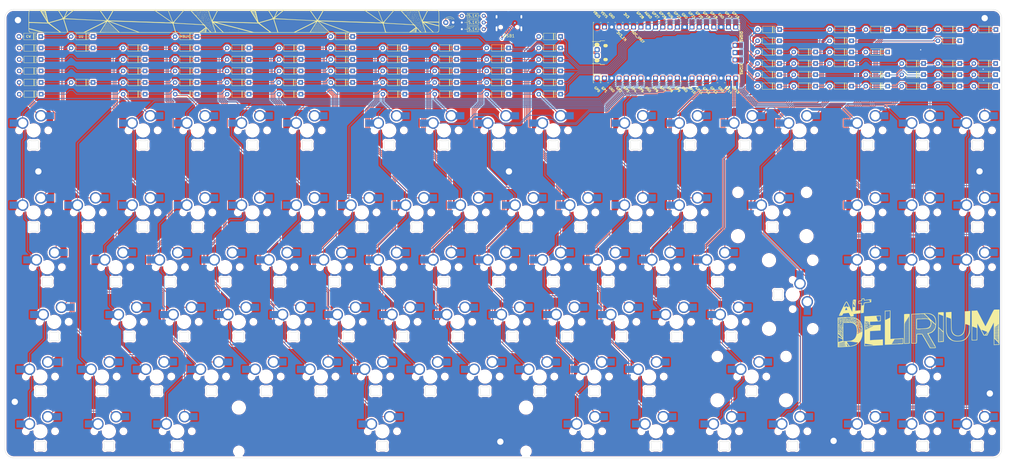
<source format=kicad_pcb>
(kicad_pcb (version 20171130) (host pcbnew "(5.1.10)-1")
  (title_block (title EnvKB) (date 2021-04-06) (rev Rev.1))
  (layers (0 F.Cu signal) (31 B.Cu signal) (34 B.Paste user) (35 F.Paste user) (36 B.SilkS user) (37 F.SilkS user) (38 B.Mask user) (39 F.Mask user) (44 Edge.Cuts user))
  (net 0 "")
  (net 1 col0)
  (net 2 col1)
  (net 3 col2)
  (net 4 col3)
  (net 5 col4)
  (net 6 col5)
  (net 7 col6)
  (net 8 col7)
  (net 9 col8)
  (net 10 col9)
  (net 11 col10)
  (net 12 col11)
  (net 13 col12)
  (net 14 col13)
  (net 15 col14)
  (net 16 col15)
  (net 17 col16)
  (net 18 col17)
  (net 19 "Net-(D0-Pad2)")
  (net 20 "Net-(D1-Pad2)")
  (net 21 "Net-(D2-Pad2)")
  (net 22 "Net-(D3-Pad2)")
  (net 23 "Net-(D4-Pad2)")
  (net 24 "Net-(D5-Pad2)")
  (net 25 "Net-(D6-Pad2)")
  (net 26 "Net-(D9-Pad2)")
  (net 27 "Net-(D10-Pad2)")
  (net 28 "Net-(D11-Pad2)")
  (net 29 "Net-(D12-Pad2)")
  (net 30 "Net-(D13-Pad2)")
  (net 31 "Net-(D14-Pad2)")
  (net 32 "Net-(D15-Pad2)")
  (net 33 "Net-(D16-Pad2)")
  (net 34 "Net-(D17-Pad2)")
  (net 35 "Net-(D18-Pad2)")
  (net 36 "Net-(D19-Pad2)")
  (net 37 "Net-(D20-Pad2)")
  (net 38 "Net-(D21-Pad2)")
  (net 39 "Net-(D22-Pad2)")
  (net 40 "Net-(D23-Pad2)")
  (net 41 "Net-(D24-Pad2)")
  (net 42 "Net-(D25-Pad2)")
  (net 43 "Net-(D26-Pad2)")
  (net 44 "Net-(D27-Pad2)")
  (net 45 "Net-(D28-Pad2)")
  (net 46 "Net-(D29-Pad2)")
  (net 47 "Net-(D30-Pad2)")
  (net 48 "Net-(D31-Pad2)")
  (net 49 "Net-(D32-Pad2)")
  (net 50 "Net-(D33-Pad2)")
  (net 51 "Net-(D34-Pad2)")
  (net 52 "Net-(D35-Pad2)")
  (net 53 "Net-(D36-Pad2)")
  (net 54 "Net-(D37-Pad2)")
  (net 55 "Net-(D38-Pad2)")
  (net 56 "Net-(D39-Pad2)")
  (net 57 "Net-(D40-Pad2)")
  (net 58 "Net-(D41-Pad2)")
  (net 59 "Net-(D42-Pad2)")
  (net 60 "Net-(D43-Pad2)")
  (net 61 "Net-(D44-Pad2)")
  (net 62 "Net-(D45-Pad2)")
  (net 63 "Net-(D47-Pad2)")
  (net 64 "Net-(D48-Pad2)")
  (net 65 "Net-(D49-Pad2)")
  (net 66 "Net-(D50-Pad2)")
  (net 67 "Net-(D51-Pad2)")
  (net 68 "Net-(D52-Pad2)")
  (net 69 "Net-(D53-Pad2)")
  (net 70 "Net-(D54-Pad2)")
  (net 71 "Net-(D55-Pad2)")
  (net 72 "Net-(D56-Pad2)")
  (net 73 "Net-(D57-Pad2)")
  (net 74 "Net-(D58-Pad2)")
  (net 75 "Net-(D59-Pad2)")
  (net 76 "Net-(D60-Pad2)")
  (net 77 "Net-(D61-Pad2)")
  (net 78 "Net-(D62-Pad2)")
  (net 79 "Net-(D63-Pad2)")
  (net 80 "Net-(D64-Pad2)")
  (net 81 "Net-(D65-Pad2)")
  (net 82 "Net-(D66-Pad2)")
  (net 83 "Net-(D67-Pad2)")
  (net 84 "Net-(D68-Pad2)")
  (net 85 "Net-(D69-Pad2)")
  (net 86 "Net-(D70-Pad2)")
  (net 87 "Net-(D71-Pad2)")
  (net 88 "Net-(D72-Pad2)")
  (net 89 "Net-(D73-Pad2)")
  (net 90 "Net-(D74-Pad2)")
  (net 91 "Net-(D75-Pad2)")
  (net 92 "Net-(D76-Pad2)")
  (net 93 "Net-(D77-Pad2)")
  (net 94 "Net-(D78-Pad2)")
  (net 95 "Net-(D79-Pad2)")
  (net 96 "Net-(D80-Pad2)")
  (net 97 "Net-(D81-Pad2)")
  (net 98 "Net-(D82-Pad2)")
  (net 99 "Net-(D83-Pad2)")
  (net 100 "Net-(D84-Pad2)")
  (net 101 "Net-(D85-Pad2)")
  (net 102 "Net-(D86-Pad2)")
  (net 103 "Net-(D87-Pad2)")
  (net 104 row0)
  (net 105 row2)
  (net 106 row3)
  (net 107 row4)
  (net 108 row5)
  (net 109 row6)
  (net 110 "Net-(D7-Pad2)")
  (net 111 "Net-(D8-Pad2)")
  (net 112 USBVBUS)
  (net 113 USB2_P)
  (net 114 USB2_N)
  (net 115 GND)
  (net 116 3.3V)
  (net 117 Resetbtn)
  (net 118 "Net-(D88-Pad2)")
  (net 119 "Net-(RPI0-Pad33)")
  (net 120 "Net-(RPI0-Pad35)")
  (net 121 "Net-(RPI0-Pad37)")
  (net 122 "Net-(RPI0-Pad39)")
  (net 123 "Net-(RPI0-Pad41)")
  (net 124 "Net-(RPI0-Pad42)")
  (net 125 "Net-(RPI0-Pad43)")
  (net 126 "Net-(RESISTOR0-Pad1)")
  (net 127 "Net-(RESISTOR1-Pad2)")
  (net 128 LEDPIN)
  (net 129 "Net-(RPI0-Pad2)")
  (net 130 "Net-(LEDRESISTOR1-Pad2)")
  (module EM_Extras:AltDeliriumPatern (layer F.Cu) (at 116.4 63.8)
    (fp_text reference G*** hide)
    (fp_text value LOGO hide)
  )
  (module EM_Extras:AltDelirium (layer F.Cu) (at 354.8 168.4)
    (fp_text reference G*** hide)
    (fp_text value LOGO hide)
  )
  (module MX_Only:MXOnly-1U-Hotswap-Modified (layer F.Cu) (at 375.3375 206.56)
    (fp_text reference K_88)
    (fp_text value KEYSW)
    (pad 2 smd rect (at 4.34 -5.08) (size 5.5 2.5) (layers B.Cu) (net 118 "Net-(D88-Pad2)"))
    (pad 1 smd rect (at -5.61 -2.54) (size 5.5 2.5) (layers B.Cu) (net 18 col17))
    (pad "" np_thru_hole circle (at 5.08 0 48.0996) (size 1.75 1.75) (drill 1.75) (layers *.Cu *.Mask))
    (pad "" np_thru_hole circle (at -5.08 0 48.0996) (size 1.75 1.75) (drill 1.75) (layers *.Cu *.Mask))
    (pad 1 thru_hole circle (at -3.81 -2.54) (size 4 4) (drill 3) (layers *.Cu) (net 18 col17))
    (pad "" np_thru_hole circle (at 0 0) (size 3.9878 3.9878) (drill 3.9878) (layers *.Cu *.Mask))
    (pad 2 thru_hole circle (at 2.54 -5.08) (size 4 4) (drill 3) (layers *.Cu) (net 118 "Net-(D88-Pad2)"))
  )
  (module MX_Only:MXOnly-1U-Hotswap-Modified (layer F.Cu) (at 356.2875 206.56)
    (fp_text reference K_87)
    (fp_text value KEYSW)
    (pad 2 smd rect (at 4.34 -5.08) (size 5.5 2.5) (layers B.Cu) (net 103 "Net-(D87-Pad2)"))
    (pad 1 smd rect (at -5.61 -2.54) (size 5.5 2.5) (layers B.Cu) (net 17 col16))
    (pad "" np_thru_hole circle (at 5.08 0 48.0996) (size 1.75 1.75) (drill 1.75) (layers *.Cu *.Mask))
    (pad "" np_thru_hole circle (at -5.08 0 48.0996) (size 1.75 1.75) (drill 1.75) (layers *.Cu *.Mask))
    (pad 1 thru_hole circle (at -3.81 -2.54) (size 4 4) (drill 3) (layers *.Cu) (net 17 col16))
    (pad "" np_thru_hole circle (at 0 0) (size 3.9878 3.9878) (drill 3.9878) (layers *.Cu *.Mask))
    (pad 2 thru_hole circle (at 2.54 -5.08) (size 4 4) (drill 3) (layers *.Cu) (net 103 "Net-(D87-Pad2)"))
  )
  (module MX_Only:MXOnly-1U-Hotswap-Modified (layer F.Cu) (at 337.2375 206.56)
    (fp_text reference K_86)
    (fp_text value KEYSW)
    (pad 2 smd rect (at 4.34 -5.08) (size 5.5 2.5) (layers B.Cu) (net 102 "Net-(D86-Pad2)"))
    (pad 1 smd rect (at -5.61 -2.54) (size 5.5 2.5) (layers B.Cu) (net 16 col15))
    (pad "" np_thru_hole circle (at 5.08 0 48.0996) (size 1.75 1.75) (drill 1.75) (layers *.Cu *.Mask))
    (pad "" np_thru_hole circle (at -5.08 0 48.0996) (size 1.75 1.75) (drill 1.75) (layers *.Cu *.Mask))
    (pad 1 thru_hole circle (at -3.81 -2.54) (size 4 4) (drill 3) (layers *.Cu) (net 16 col15))
    (pad "" np_thru_hole circle (at 0 0) (size 3.9878 3.9878) (drill 3.9878) (layers *.Cu *.Mask))
    (pad 2 thru_hole circle (at 2.54 -5.08) (size 4 4) (drill 3) (layers *.Cu) (net 102 "Net-(D86-Pad2)"))
  )
  (module MX_Only:MXOnly-1U-Hotswap-Modified (layer F.Cu) (at 311.04375 206.56)
    (fp_text reference K_85)
    (fp_text value KEYSW)
    (pad 2 smd rect (at 4.34 -5.08) (size 5.5 2.5) (layers B.Cu) (net 101 "Net-(D85-Pad2)"))
    (pad 1 smd rect (at -5.61 -2.54) (size 5.5 2.5) (layers B.Cu) (net 15 col14))
    (pad "" np_thru_hole circle (at 5.08 0 48.0996) (size 1.75 1.75) (drill 1.75) (layers *.Cu *.Mask))
    (pad "" np_thru_hole circle (at -5.08 0 48.0996) (size 1.75 1.75) (drill 1.75) (layers *.Cu *.Mask))
    (pad 1 thru_hole circle (at -3.81 -2.54) (size 4 4) (drill 3) (layers *.Cu) (net 15 col14))
    (pad "" np_thru_hole circle (at 0 0) (size 3.9878 3.9878) (drill 3.9878) (layers *.Cu *.Mask))
    (pad 2 thru_hole circle (at 2.54 -5.08) (size 4 4) (drill 3) (layers *.Cu) (net 101 "Net-(D85-Pad2)"))
  )
  (module MX_Only:MXOnly-1U-Hotswap-Modified (layer F.Cu) (at 287.23125 206.56)
    (fp_text reference K_84)
    (fp_text value KEYSW)
    (pad 2 smd rect (at 4.34 -5.08) (size 5.5 2.5) (layers B.Cu) (net 100 "Net-(D84-Pad2)"))
    (pad 1 smd rect (at -5.61 -2.54) (size 5.5 2.5) (layers B.Cu) (net 14 col13))
    (pad "" np_thru_hole circle (at 5.08 0 48.0996) (size 1.75 1.75) (drill 1.75) (layers *.Cu *.Mask))
    (pad "" np_thru_hole circle (at -5.08 0 48.0996) (size 1.75 1.75) (drill 1.75) (layers *.Cu *.Mask))
    (pad 1 thru_hole circle (at -3.81 -2.54) (size 4 4) (drill 3) (layers *.Cu) (net 14 col13))
    (pad "" np_thru_hole circle (at 0 0) (size 3.9878 3.9878) (drill 3.9878) (layers *.Cu *.Mask))
    (pad 2 thru_hole circle (at 2.54 -5.08) (size 4 4) (drill 3) (layers *.Cu) (net 100 "Net-(D84-Pad2)"))
  )
  (module MX_Only:MXOnly-1U-Hotswap-Modified (layer F.Cu) (at 263.41875 206.56)
    (fp_text reference K_83)
    (fp_text value KEYSW)
    (pad 2 smd rect (at 4.34 -5.08) (size 5.5 2.5) (layers B.Cu) (net 99 "Net-(D83-Pad2)"))
    (pad 1 smd rect (at -5.61 -2.54) (size 5.5 2.5) (layers B.Cu) (net 12 col11))
    (pad "" np_thru_hole circle (at 5.08 0 48.0996) (size 1.75 1.75) (drill 1.75) (layers *.Cu *.Mask))
    (pad "" np_thru_hole circle (at -5.08 0 48.0996) (size 1.75 1.75) (drill 1.75) (layers *.Cu *.Mask))
    (pad 1 thru_hole circle (at -3.81 -2.54) (size 4 4) (drill 3) (layers *.Cu) (net 12 col11))
    (pad "" np_thru_hole circle (at 0 0) (size 3.9878 3.9878) (drill 3.9878) (layers *.Cu *.Mask))
    (pad 2 thru_hole circle (at 2.54 -5.08) (size 4 4) (drill 3) (layers *.Cu) (net 99 "Net-(D83-Pad2)"))
  )
  (module MX_Only:MXOnly-1U-Hotswap-Modified (layer F.Cu) (at 239.60625 206.56)
    (fp_text reference K_82)
    (fp_text value KEYSW)
    (pad 2 smd rect (at 4.34 -5.08) (size 5.5 2.5) (layers B.Cu) (net 98 "Net-(D82-Pad2)"))
    (pad 1 smd rect (at -5.61 -2.54) (size 5.5 2.5) (layers B.Cu) (net 11 col10))
    (pad "" np_thru_hole circle (at 5.08 0 48.0996) (size 1.75 1.75) (drill 1.75) (layers *.Cu *.Mask))
    (pad "" np_thru_hole circle (at -5.08 0 48.0996) (size 1.75 1.75) (drill 1.75) (layers *.Cu *.Mask))
    (pad 1 thru_hole circle (at -3.81 -2.54) (size 4 4) (drill 3) (layers *.Cu) (net 11 col10))
    (pad "" np_thru_hole circle (at 0 0) (size 3.9878 3.9878) (drill 3.9878) (layers *.Cu *.Mask))
    (pad 2 thru_hole circle (at 2.54 -5.08) (size 4 4) (drill 3) (layers *.Cu) (net 98 "Net-(D82-Pad2)"))
  )
  (module MX_Only:MXOnly-1U-Hotswap-Modified (layer F.Cu) (at 168.16875 206.56)
    (fp_text reference K_81)
    (fp_text value KEYSW)
    (pad 2 smd rect (at 4.34 -5.08) (size 5.5 2.5) (layers B.Cu) (net 97 "Net-(D81-Pad2)"))
    (pad 1 smd rect (at -5.61 -2.54) (size 5.5 2.5) (layers B.Cu) (net 7 col6))
    (pad "" np_thru_hole circle (at 5.08 0 48.0996) (size 1.75 1.75) (drill 1.75) (layers *.Cu *.Mask))
    (pad "" np_thru_hole circle (at -5.08 0 48.0996) (size 1.75 1.75) (drill 1.75) (layers *.Cu *.Mask))
    (pad 1 thru_hole circle (at -3.81 -2.54) (size 4 4) (drill 3) (layers *.Cu) (net 7 col6))
    (pad "" np_thru_hole circle (at 0 0) (size 3.9878 3.9878) (drill 3.9878) (layers *.Cu *.Mask))
    (pad 2 thru_hole circle (at 2.54 -5.08) (size 4 4) (drill 3) (layers *.Cu) (net 97 "Net-(D81-Pad2)"))
  )
  (module MX_Only:MXOnly-1U-Hotswap-Modified (layer F.Cu) (at 96.73125 206.56)
    (fp_text reference K_80)
    (fp_text value KEYSW)
    (pad 2 smd rect (at 4.34 -5.08) (size 5.5 2.5) (layers B.Cu) (net 96 "Net-(D80-Pad2)"))
    (pad 1 smd rect (at -5.61 -2.54) (size 5.5 2.5) (layers B.Cu) (net 4 col3))
    (pad "" np_thru_hole circle (at 5.08 0 48.0996) (size 1.75 1.75) (drill 1.75) (layers *.Cu *.Mask))
    (pad "" np_thru_hole circle (at -5.08 0 48.0996) (size 1.75 1.75) (drill 1.75) (layers *.Cu *.Mask))
    (pad 1 thru_hole circle (at -3.81 -2.54) (size 4 4) (drill 3) (layers *.Cu) (net 4 col3))
    (pad "" np_thru_hole circle (at 0 0) (size 3.9878 3.9878) (drill 3.9878) (layers *.Cu *.Mask))
    (pad 2 thru_hole circle (at 2.54 -5.08) (size 4 4) (drill 3) (layers *.Cu) (net 96 "Net-(D80-Pad2)"))
  )
  (module MX_Only:MXOnly-1U-Hotswap-Modified (layer F.Cu) (at 72.91875 206.56)
    (fp_text reference K_79)
    (fp_text value KEYSW)
    (pad 2 smd rect (at 4.34 -5.08) (size 5.5 2.5) (layers B.Cu) (net 95 "Net-(D79-Pad2)"))
    (pad 1 smd rect (at -5.61 -2.54) (size 5.5 2.5) (layers B.Cu) (net 2 col1))
    (pad "" np_thru_hole circle (at 5.08 0 48.0996) (size 1.75 1.75) (drill 1.75) (layers *.Cu *.Mask))
    (pad "" np_thru_hole circle (at -5.08 0 48.0996) (size 1.75 1.75) (drill 1.75) (layers *.Cu *.Mask))
    (pad 1 thru_hole circle (at -3.81 -2.54) (size 4 4) (drill 3) (layers *.Cu) (net 2 col1))
    (pad "" np_thru_hole circle (at 0 0) (size 3.9878 3.9878) (drill 3.9878) (layers *.Cu *.Mask))
    (pad 2 thru_hole circle (at 2.54 -5.08) (size 4 4) (drill 3) (layers *.Cu) (net 95 "Net-(D79-Pad2)"))
  )
  (module MX_Only:MXOnly-1U-Hotswap-Modified (layer F.Cu) (at 49.10625 206.56)
    (fp_text reference K_78)
    (fp_text value KEYSW)
    (pad 2 smd rect (at 4.34 -5.08) (size 5.5 2.5) (layers B.Cu) (net 94 "Net-(D78-Pad2)"))
    (pad 1 smd rect (at -5.61 -2.54) (size 5.5 2.5) (layers B.Cu) (net 1 col0))
    (pad "" np_thru_hole circle (at 5.08 0 48.0996) (size 1.75 1.75) (drill 1.75) (layers *.Cu *.Mask))
    (pad "" np_thru_hole circle (at -5.08 0 48.0996) (size 1.75 1.75) (drill 1.75) (layers *.Cu *.Mask))
    (pad 1 thru_hole circle (at -3.81 -2.54) (size 4 4) (drill 3) (layers *.Cu) (net 1 col0))
    (pad "" np_thru_hole circle (at 0 0) (size 3.9878 3.9878) (drill 3.9878) (layers *.Cu *.Mask))
    (pad 2 thru_hole circle (at 2.54 -5.08) (size 4 4) (drill 3) (layers *.Cu) (net 94 "Net-(D78-Pad2)"))
  )
  (module MX_Only:MXOnly-1U-Hotswap-Modified (layer F.Cu) (at 356.2875 187.51)
    (fp_text reference K_77)
    (fp_text value KEYSW)
    (pad 2 smd rect (at 4.34 -5.08) (size 5.5 2.5) (layers B.Cu) (net 93 "Net-(D77-Pad2)"))
    (pad 1 smd rect (at -5.61 -2.54) (size 5.5 2.5) (layers B.Cu) (net 17 col16))
    (pad "" np_thru_hole circle (at 5.08 0 48.0996) (size 1.75 1.75) (drill 1.75) (layers *.Cu *.Mask))
    (pad "" np_thru_hole circle (at -5.08 0 48.0996) (size 1.75 1.75) (drill 1.75) (layers *.Cu *.Mask))
    (pad 1 thru_hole circle (at -3.81 -2.54) (size 4 4) (drill 3) (layers *.Cu) (net 17 col16))
    (pad "" np_thru_hole circle (at 0 0) (size 3.9878 3.9878) (drill 3.9878) (layers *.Cu *.Mask))
    (pad 2 thru_hole circle (at 2.54 -5.08) (size 4 4) (drill 3) (layers *.Cu) (net 93 "Net-(D77-Pad2)"))
  )
  (module MX_Only:MXOnly-1U-Hotswap-Modified (layer F.Cu) (at 296.75625 187.51)
    (fp_text reference K_76)
    (fp_text value KEYSW)
    (pad 2 smd rect (at 4.34 -5.08) (size 5.5 2.5) (layers B.Cu) (net 92 "Net-(D76-Pad2)"))
    (pad 1 smd rect (at -5.61 -2.54) (size 5.5 2.5) (layers B.Cu) (net 14 col13))
    (pad "" np_thru_hole circle (at 5.08 0 48.0996) (size 1.75 1.75) (drill 1.75) (layers *.Cu *.Mask))
    (pad "" np_thru_hole circle (at -5.08 0 48.0996) (size 1.75 1.75) (drill 1.75) (layers *.Cu *.Mask))
    (pad 1 thru_hole circle (at -3.81 -2.54) (size 4 4) (drill 3) (layers *.Cu) (net 14 col13))
    (pad "" np_thru_hole circle (at 0 0) (size 3.9878 3.9878) (drill 3.9878) (layers *.Cu *.Mask))
    (pad 2 thru_hole circle (at 2.54 -5.08) (size 4 4) (drill 3) (layers *.Cu) (net 92 "Net-(D76-Pad2)"))
  )
  (module MX_Only:MXOnly-1U-Hotswap-Modified (layer F.Cu) (at 261.0375 187.51)
    (fp_text reference K_75)
    (fp_text value KEYSW)
    (pad 2 smd rect (at 4.34 -5.08) (size 5.5 2.5) (layers B.Cu) (net 91 "Net-(D75-Pad2)"))
    (pad 1 smd rect (at -5.61 -2.54) (size 5.5 2.5) (layers B.Cu) (net 12 col11))
    (pad "" np_thru_hole circle (at 5.08 0 48.0996) (size 1.75 1.75) (drill 1.75) (layers *.Cu *.Mask))
    (pad "" np_thru_hole circle (at -5.08 0 48.0996) (size 1.75 1.75) (drill 1.75) (layers *.Cu *.Mask))
    (pad 1 thru_hole circle (at -3.81 -2.54) (size 4 4) (drill 3) (layers *.Cu) (net 12 col11))
    (pad "" np_thru_hole circle (at 0 0) (size 3.9878 3.9878) (drill 3.9878) (layers *.Cu *.Mask))
    (pad 2 thru_hole circle (at 2.54 -5.08) (size 4 4) (drill 3) (layers *.Cu) (net 91 "Net-(D75-Pad2)"))
  )
  (module MX_Only:MXOnly-1U-Hotswap-Modified (layer F.Cu) (at 241.9875 187.51)
    (fp_text reference K_74)
    (fp_text value KEYSW)
    (pad 2 smd rect (at 4.34 -5.08) (size 5.5 2.5) (layers B.Cu) (net 90 "Net-(D74-Pad2)"))
    (pad 1 smd rect (at -5.61 -2.54) (size 5.5 2.5) (layers B.Cu) (net 11 col10))
    (pad "" np_thru_hole circle (at 5.08 0 48.0996) (size 1.75 1.75) (drill 1.75) (layers *.Cu *.Mask))
    (pad "" np_thru_hole circle (at -5.08 0 48.0996) (size 1.75 1.75) (drill 1.75) (layers *.Cu *.Mask))
    (pad 1 thru_hole circle (at -3.81 -2.54) (size 4 4) (drill 3) (layers *.Cu) (net 11 col10))
    (pad "" np_thru_hole circle (at 0 0) (size 3.9878 3.9878) (drill 3.9878) (layers *.Cu *.Mask))
    (pad 2 thru_hole circle (at 2.54 -5.08) (size 4 4) (drill 3) (layers *.Cu) (net 90 "Net-(D74-Pad2)"))
  )
  (module MX_Only:MXOnly-1U-Hotswap-Modified (layer F.Cu) (at 222.9375 187.51)
    (fp_text reference K_73)
    (fp_text value KEYSW)
    (pad 2 smd rect (at 4.34 -5.08) (size 5.5 2.5) (layers B.Cu) (net 89 "Net-(D73-Pad2)"))
    (pad 1 smd rect (at -5.61 -2.54) (size 5.5 2.5) (layers B.Cu) (net 10 col9))
    (pad "" np_thru_hole circle (at 5.08 0 48.0996) (size 1.75 1.75) (drill 1.75) (layers *.Cu *.Mask))
    (pad "" np_thru_hole circle (at -5.08 0 48.0996) (size 1.75 1.75) (drill 1.75) (layers *.Cu *.Mask))
    (pad 1 thru_hole circle (at -3.81 -2.54) (size 4 4) (drill 3) (layers *.Cu) (net 10 col9))
    (pad "" np_thru_hole circle (at 0 0) (size 3.9878 3.9878) (drill 3.9878) (layers *.Cu *.Mask))
    (pad 2 thru_hole circle (at 2.54 -5.08) (size 4 4) (drill 3) (layers *.Cu) (net 89 "Net-(D73-Pad2)"))
  )
  (module MX_Only:MXOnly-1U-Hotswap-Modified (layer F.Cu) (at 203.8875 187.51)
    (fp_text reference K_72)
    (fp_text value KEYSW)
    (pad 2 smd rect (at 4.34 -5.08) (size 5.5 2.5) (layers B.Cu) (net 88 "Net-(D72-Pad2)"))
    (pad 1 smd rect (at -5.61 -2.54) (size 5.5 2.5) (layers B.Cu) (net 9 col8))
    (pad "" np_thru_hole circle (at 5.08 0 48.0996) (size 1.75 1.75) (drill 1.75) (layers *.Cu *.Mask))
    (pad "" np_thru_hole circle (at -5.08 0 48.0996) (size 1.75 1.75) (drill 1.75) (layers *.Cu *.Mask))
    (pad 1 thru_hole circle (at -3.81 -2.54) (size 4 4) (drill 3) (layers *.Cu) (net 9 col8))
    (pad "" np_thru_hole circle (at 0 0) (size 3.9878 3.9878) (drill 3.9878) (layers *.Cu *.Mask))
    (pad 2 thru_hole circle (at 2.54 -5.08) (size 4 4) (drill 3) (layers *.Cu) (net 88 "Net-(D72-Pad2)"))
  )
  (module MX_Only:MXOnly-1U-Hotswap-Modified (layer F.Cu) (at 184.8375 187.51)
    (fp_text reference K_71)
    (fp_text value KEYSW)
    (pad 2 smd rect (at 4.34 -5.08) (size 5.5 2.5) (layers B.Cu) (net 87 "Net-(D71-Pad2)"))
    (pad 1 smd rect (at -5.61 -2.54) (size 5.5 2.5) (layers B.Cu) (net 8 col7))
    (pad "" np_thru_hole circle (at 5.08 0 48.0996) (size 1.75 1.75) (drill 1.75) (layers *.Cu *.Mask))
    (pad "" np_thru_hole circle (at -5.08 0 48.0996) (size 1.75 1.75) (drill 1.75) (layers *.Cu *.Mask))
    (pad 1 thru_hole circle (at -3.81 -2.54) (size 4 4) (drill 3) (layers *.Cu) (net 8 col7))
    (pad "" np_thru_hole circle (at 0 0) (size 3.9878 3.9878) (drill 3.9878) (layers *.Cu *.Mask))
    (pad 2 thru_hole circle (at 2.54 -5.08) (size 4 4) (drill 3) (layers *.Cu) (net 87 "Net-(D71-Pad2)"))
  )
  (module MX_Only:MXOnly-1U-Hotswap-Modified (layer F.Cu) (at 165.7875 187.51)
    (fp_text reference K_70)
    (fp_text value KEYSW)
    (pad 2 smd rect (at 4.34 -5.08) (size 5.5 2.5) (layers B.Cu) (net 86 "Net-(D70-Pad2)"))
    (pad 1 smd rect (at -5.61 -2.54) (size 5.5 2.5) (layers B.Cu) (net 7 col6))
    (pad "" np_thru_hole circle (at 5.08 0 48.0996) (size 1.75 1.75) (drill 1.75) (layers *.Cu *.Mask))
    (pad "" np_thru_hole circle (at -5.08 0 48.0996) (size 1.75 1.75) (drill 1.75) (layers *.Cu *.Mask))
    (pad 1 thru_hole circle (at -3.81 -2.54) (size 4 4) (drill 3) (layers *.Cu) (net 7 col6))
    (pad "" np_thru_hole circle (at 0 0) (size 3.9878 3.9878) (drill 3.9878) (layers *.Cu *.Mask))
    (pad 2 thru_hole circle (at 2.54 -5.08) (size 4 4) (drill 3) (layers *.Cu) (net 86 "Net-(D70-Pad2)"))
  )
  (module MX_Only:MXOnly-1U-Hotswap-Modified (layer F.Cu) (at 146.7375 187.51)
    (fp_text reference K_69)
    (fp_text value KEYSW)
    (pad 2 smd rect (at 4.34 -5.08) (size 5.5 2.5) (layers B.Cu) (net 85 "Net-(D69-Pad2)"))
    (pad 1 smd rect (at -5.61 -2.54) (size 5.5 2.5) (layers B.Cu) (net 6 col5))
    (pad "" np_thru_hole circle (at 5.08 0 48.0996) (size 1.75 1.75) (drill 1.75) (layers *.Cu *.Mask))
    (pad "" np_thru_hole circle (at -5.08 0 48.0996) (size 1.75 1.75) (drill 1.75) (layers *.Cu *.Mask))
    (pad 1 thru_hole circle (at -3.81 -2.54) (size 4 4) (drill 3) (layers *.Cu) (net 6 col5))
    (pad "" np_thru_hole circle (at 0 0) (size 3.9878 3.9878) (drill 3.9878) (layers *.Cu *.Mask))
    (pad 2 thru_hole circle (at 2.54 -5.08) (size 4 4) (drill 3) (layers *.Cu) (net 85 "Net-(D69-Pad2)"))
  )
  (module MX_Only:MXOnly-1U-Hotswap-Modified (layer F.Cu) (at 127.6875 187.51)
    (fp_text reference K_68)
    (fp_text value KEYSW)
    (pad 2 smd rect (at 4.34 -5.08) (size 5.5 2.5) (layers B.Cu) (net 84 "Net-(D68-Pad2)"))
    (pad 1 smd rect (at -5.61 -2.54) (size 5.5 2.5) (layers B.Cu) (net 5 col4))
    (pad "" np_thru_hole circle (at 5.08 0 48.0996) (size 1.75 1.75) (drill 1.75) (layers *.Cu *.Mask))
    (pad "" np_thru_hole circle (at -5.08 0 48.0996) (size 1.75 1.75) (drill 1.75) (layers *.Cu *.Mask))
    (pad 1 thru_hole circle (at -3.81 -2.54) (size 4 4) (drill 3) (layers *.Cu) (net 5 col4))
    (pad "" np_thru_hole circle (at 0 0) (size 3.9878 3.9878) (drill 3.9878) (layers *.Cu *.Mask))
    (pad 2 thru_hole circle (at 2.54 -5.08) (size 4 4) (drill 3) (layers *.Cu) (net 84 "Net-(D68-Pad2)"))
  )
  (module MX_Only:MXOnly-1U-Hotswap-Modified (layer F.Cu) (at 108.6375 187.51)
    (fp_text reference K_67)
    (fp_text value KEYSW)
    (pad 2 smd rect (at 4.34 -5.08) (size 5.5 2.5) (layers B.Cu) (net 83 "Net-(D67-Pad2)"))
    (pad 1 smd rect (at -5.61 -2.54) (size 5.5 2.5) (layers B.Cu) (net 4 col3))
    (pad "" np_thru_hole circle (at 5.08 0 48.0996) (size 1.75 1.75) (drill 1.75) (layers *.Cu *.Mask))
    (pad "" np_thru_hole circle (at -5.08 0 48.0996) (size 1.75 1.75) (drill 1.75) (layers *.Cu *.Mask))
    (pad 1 thru_hole circle (at -3.81 -2.54) (size 4 4) (drill 3) (layers *.Cu) (net 4 col3))
    (pad "" np_thru_hole circle (at 0 0) (size 3.9878 3.9878) (drill 3.9878) (layers *.Cu *.Mask))
    (pad 2 thru_hole circle (at 2.54 -5.08) (size 4 4) (drill 3) (layers *.Cu) (net 83 "Net-(D67-Pad2)"))
  )
  (module MX_Only:MXOnly-1U-Hotswap-Modified (layer F.Cu) (at 89.5875 187.51)
    (fp_text reference K_66)
    (fp_text value KEYSW)
    (pad 2 smd rect (at 4.34 -5.08) (size 5.5 2.5) (layers B.Cu) (net 82 "Net-(D66-Pad2)"))
    (pad 1 smd rect (at -5.61 -2.54) (size 5.5 2.5) (layers B.Cu) (net 3 col2))
    (pad "" np_thru_hole circle (at 5.08 0 48.0996) (size 1.75 1.75) (drill 1.75) (layers *.Cu *.Mask))
    (pad "" np_thru_hole circle (at -5.08 0 48.0996) (size 1.75 1.75) (drill 1.75) (layers *.Cu *.Mask))
    (pad 1 thru_hole circle (at -3.81 -2.54) (size 4 4) (drill 3) (layers *.Cu) (net 3 col2))
    (pad "" np_thru_hole circle (at 0 0) (size 3.9878 3.9878) (drill 3.9878) (layers *.Cu *.Mask))
    (pad 2 thru_hole circle (at 2.54 -5.08) (size 4 4) (drill 3) (layers *.Cu) (net 82 "Net-(D66-Pad2)"))
  )
  (module MX_Only:MXOnly-1U-Hotswap-Modified (layer F.Cu) (at 70.5375 187.51)
    (fp_text reference K_65)
    (fp_text value KEYSW)
    (pad 2 smd rect (at 4.34 -5.08) (size 5.5 2.5) (layers B.Cu) (net 81 "Net-(D65-Pad2)"))
    (pad 1 smd rect (at -5.61 -2.54) (size 5.5 2.5) (layers B.Cu) (net 2 col1))
    (pad "" np_thru_hole circle (at 5.08 0 48.0996) (size 1.75 1.75) (drill 1.75) (layers *.Cu *.Mask))
    (pad "" np_thru_hole circle (at -5.08 0 48.0996) (size 1.75 1.75) (drill 1.75) (layers *.Cu *.Mask))
    (pad 1 thru_hole circle (at -3.81 -2.54) (size 4 4) (drill 3) (layers *.Cu) (net 2 col1))
    (pad "" np_thru_hole circle (at 0 0) (size 3.9878 3.9878) (drill 3.9878) (layers *.Cu *.Mask))
    (pad 2 thru_hole circle (at 2.54 -5.08) (size 4 4) (drill 3) (layers *.Cu) (net 81 "Net-(D65-Pad2)"))
  )
  (module MX_Only:MXOnly-1U-Hotswap-Modified (layer F.Cu) (at 49.10625 187.51)
    (fp_text reference K_64)
    (fp_text value KEYSW)
    (pad 2 smd rect (at 4.34 -5.08) (size 5.5 2.5) (layers B.Cu) (net 80 "Net-(D64-Pad2)"))
    (pad 1 smd rect (at -5.61 -2.54) (size 5.5 2.5) (layers B.Cu) (net 1 col0))
    (pad "" np_thru_hole circle (at 5.08 0 48.0996) (size 1.75 1.75) (drill 1.75) (layers *.Cu *.Mask))
    (pad "" np_thru_hole circle (at -5.08 0 48.0996) (size 1.75 1.75) (drill 1.75) (layers *.Cu *.Mask))
    (pad 1 thru_hole circle (at -3.81 -2.54) (size 4 4) (drill 3) (layers *.Cu) (net 1 col0))
    (pad "" np_thru_hole circle (at 0 0) (size 3.9878 3.9878) (drill 3.9878) (layers *.Cu *.Mask))
    (pad 2 thru_hole circle (at 2.54 -5.08) (size 4 4) (drill 3) (layers *.Cu) (net 80 "Net-(D64-Pad2)"))
  )
  (module MX_Only:MXOnly-1U-Hotswap-Modified (layer F.Cu) (at 311.025 158.935 270)
    (fp_text reference K_63)
    (fp_text value MX-NoLED)
    (pad 2 smd rect (at 4.34 -5.08 270) (size 5.5 2.5) (layers B.Cu) (net 79 "Net-(D63-Pad2)"))
    (pad 1 smd rect (at -5.61 -2.54 270) (size 5.5 2.5) (layers B.Cu) (net 15 col14))
    (pad "" np_thru_hole circle (at 5.08 0 318.0996) (size 1.75 1.75) (drill 1.75) (layers *.Cu *.Mask))
    (pad "" np_thru_hole circle (at -5.08 0 318.0996) (size 1.75 1.75) (drill 1.75) (layers *.Cu *.Mask))
    (pad 1 thru_hole circle (at -3.81 -2.54 270) (size 4 4) (drill 3) (layers *.Cu) (net 15 col14))
    (pad "" np_thru_hole circle (at 0 0 270) (size 3.9878 3.9878) (drill 3.9878) (layers *.Cu *.Mask))
    (pad 2 thru_hole circle (at 2.54 -5.08 270) (size 4 4) (drill 3) (layers *.Cu) (net 79 "Net-(D63-Pad2)"))
  )
  (module MX_Only:MXOnly-1U-Hotswap-Modified (layer F.Cu) (at 289.6125 168.46)
    (fp_text reference K_62)
    (fp_text value KEYSW)
    (pad 2 smd rect (at 4.34 -5.08) (size 5.5 2.5) (layers B.Cu) (net 78 "Net-(D62-Pad2)"))
    (pad 1 smd rect (at -5.61 -2.54) (size 5.5 2.5) (layers B.Cu) (net 14 col13))
    (pad "" np_thru_hole circle (at 5.08 0 48.0996) (size 1.75 1.75) (drill 1.75) (layers *.Cu *.Mask))
    (pad "" np_thru_hole circle (at -5.08 0 48.0996) (size 1.75 1.75) (drill 1.75) (layers *.Cu *.Mask))
    (pad 1 thru_hole circle (at -3.81 -2.54) (size 4 4) (drill 3) (layers *.Cu) (net 14 col13))
    (pad "" np_thru_hole circle (at 0 0) (size 3.9878 3.9878) (drill 3.9878) (layers *.Cu *.Mask))
    (pad 2 thru_hole circle (at 2.54 -5.08) (size 4 4) (drill 3) (layers *.Cu) (net 78 "Net-(D62-Pad2)"))
  )
  (module MX_Only:MXOnly-1U-Hotswap-Modified (layer F.Cu) (at 270.5625 168.46)
    (fp_text reference K_61)
    (fp_text value KEYSW)
    (pad 2 smd rect (at 4.34 -5.08) (size 5.5 2.5) (layers B.Cu) (net 77 "Net-(D61-Pad2)"))
    (pad 1 smd rect (at -5.61 -2.54) (size 5.5 2.5) (layers B.Cu) (net 13 col12))
    (pad "" np_thru_hole circle (at 5.08 0 48.0996) (size 1.75 1.75) (drill 1.75) (layers *.Cu *.Mask))
    (pad "" np_thru_hole circle (at -5.08 0 48.0996) (size 1.75 1.75) (drill 1.75) (layers *.Cu *.Mask))
    (pad 1 thru_hole circle (at -3.81 -2.54) (size 4 4) (drill 3) (layers *.Cu) (net 13 col12))
    (pad "" np_thru_hole circle (at 0 0) (size 3.9878 3.9878) (drill 3.9878) (layers *.Cu *.Mask))
    (pad 2 thru_hole circle (at 2.54 -5.08) (size 4 4) (drill 3) (layers *.Cu) (net 77 "Net-(D61-Pad2)"))
  )
  (module MX_Only:MXOnly-1U-Hotswap-Modified (layer F.Cu) (at 251.5125 168.46)
    (fp_text reference K_60)
    (fp_text value KEYSW)
    (pad 2 smd rect (at 4.34 -5.08) (size 5.5 2.5) (layers B.Cu) (net 76 "Net-(D60-Pad2)"))
    (pad 1 smd rect (at -5.61 -2.54) (size 5.5 2.5) (layers B.Cu) (net 12 col11))
    (pad "" np_thru_hole circle (at 5.08 0 48.0996) (size 1.75 1.75) (drill 1.75) (layers *.Cu *.Mask))
    (pad "" np_thru_hole circle (at -5.08 0 48.0996) (size 1.75 1.75) (drill 1.75) (layers *.Cu *.Mask))
    (pad 1 thru_hole circle (at -3.81 -2.54) (size 4 4) (drill 3) (layers *.Cu) (net 12 col11))
    (pad "" np_thru_hole circle (at 0 0) (size 3.9878 3.9878) (drill 3.9878) (layers *.Cu *.Mask))
    (pad 2 thru_hole circle (at 2.54 -5.08) (size 4 4) (drill 3) (layers *.Cu) (net 76 "Net-(D60-Pad2)"))
  )
  (module MX_Only:MXOnly-1U-Hotswap-Modified (layer F.Cu) (at 232.4625 168.46)
    (fp_text reference K_59)
    (fp_text value KEYSW)
    (pad 2 smd rect (at 4.34 -5.08) (size 5.5 2.5) (layers B.Cu) (net 75 "Net-(D59-Pad2)"))
    (pad 1 smd rect (at -5.61 -2.54) (size 5.5 2.5) (layers B.Cu) (net 11 col10))
    (pad "" np_thru_hole circle (at 5.08 0 48.0996) (size 1.75 1.75) (drill 1.75) (layers *.Cu *.Mask))
    (pad "" np_thru_hole circle (at -5.08 0 48.0996) (size 1.75 1.75) (drill 1.75) (layers *.Cu *.Mask))
    (pad 1 thru_hole circle (at -3.81 -2.54) (size 4 4) (drill 3) (layers *.Cu) (net 11 col10))
    (pad "" np_thru_hole circle (at 0 0) (size 3.9878 3.9878) (drill 3.9878) (layers *.Cu *.Mask))
    (pad 2 thru_hole circle (at 2.54 -5.08) (size 4 4) (drill 3) (layers *.Cu) (net 75 "Net-(D59-Pad2)"))
  )
  (module MX_Only:MXOnly-1U-Hotswap-Modified (layer F.Cu) (at 213.4125 168.46)
    (fp_text reference K_58)
    (fp_text value KEYSW)
    (pad 2 smd rect (at 4.34 -5.08) (size 5.5 2.5) (layers B.Cu) (net 74 "Net-(D58-Pad2)"))
    (pad 1 smd rect (at -5.61 -2.54) (size 5.5 2.5) (layers B.Cu) (net 10 col9))
    (pad "" np_thru_hole circle (at 5.08 0 48.0996) (size 1.75 1.75) (drill 1.75) (layers *.Cu *.Mask))
    (pad "" np_thru_hole circle (at -5.08 0 48.0996) (size 1.75 1.75) (drill 1.75) (layers *.Cu *.Mask))
    (pad 1 thru_hole circle (at -3.81 -2.54) (size 4 4) (drill 3) (layers *.Cu) (net 10 col9))
    (pad "" np_thru_hole circle (at 0 0) (size 3.9878 3.9878) (drill 3.9878) (layers *.Cu *.Mask))
    (pad 2 thru_hole circle (at 2.54 -5.08) (size 4 4) (drill 3) (layers *.Cu) (net 74 "Net-(D58-Pad2)"))
  )
  (module MX_Only:MXOnly-1U-Hotswap-Modified (layer F.Cu) (at 194.3625 168.46)
    (fp_text reference K_57)
    (fp_text value KEYSW)
    (pad 2 smd rect (at 4.34 -5.08) (size 5.5 2.5) (layers B.Cu) (net 73 "Net-(D57-Pad2)"))
    (pad 1 smd rect (at -5.61 -2.54) (size 5.5 2.5) (layers B.Cu) (net 9 col8))
    (pad "" np_thru_hole circle (at 5.08 0 48.0996) (size 1.75 1.75) (drill 1.75) (layers *.Cu *.Mask))
    (pad "" np_thru_hole circle (at -5.08 0 48.0996) (size 1.75 1.75) (drill 1.75) (layers *.Cu *.Mask))
    (pad 1 thru_hole circle (at -3.81 -2.54) (size 4 4) (drill 3) (layers *.Cu) (net 9 col8))
    (pad "" np_thru_hole circle (at 0 0) (size 3.9878 3.9878) (drill 3.9878) (layers *.Cu *.Mask))
    (pad 2 thru_hole circle (at 2.54 -5.08) (size 4 4) (drill 3) (layers *.Cu) (net 73 "Net-(D57-Pad2)"))
  )
  (module MX_Only:MXOnly-1U-Hotswap-Modified (layer F.Cu) (at 175.3125 168.46)
    (fp_text reference K_56)
    (fp_text value KEYSW)
    (pad 2 smd rect (at 4.34 -5.08) (size 5.5 2.5) (layers B.Cu) (net 72 "Net-(D56-Pad2)"))
    (pad 1 smd rect (at -5.61 -2.54) (size 5.5 2.5) (layers B.Cu) (net 8 col7))
    (pad "" np_thru_hole circle (at 5.08 0 48.0996) (size 1.75 1.75) (drill 1.75) (layers *.Cu *.Mask))
    (pad "" np_thru_hole circle (at -5.08 0 48.0996) (size 1.75 1.75) (drill 1.75) (layers *.Cu *.Mask))
    (pad 1 thru_hole circle (at -3.81 -2.54) (size 4 4) (drill 3) (layers *.Cu) (net 8 col7))
    (pad "" np_thru_hole circle (at 0 0) (size 3.9878 3.9878) (drill 3.9878) (layers *.Cu *.Mask))
    (pad 2 thru_hole circle (at 2.54 -5.08) (size 4 4) (drill 3) (layers *.Cu) (net 72 "Net-(D56-Pad2)"))
  )
  (module MX_Only:MXOnly-1U-Hotswap-Modified (layer F.Cu) (at 156.2625 168.46)
    (fp_text reference K_55)
    (fp_text value KEYSW)
    (pad 2 smd rect (at 4.34 -5.08) (size 5.5 2.5) (layers B.Cu) (net 71 "Net-(D55-Pad2)"))
    (pad 1 smd rect (at -5.61 -2.54) (size 5.5 2.5) (layers B.Cu) (net 7 col6))
    (pad "" np_thru_hole circle (at 5.08 0 48.0996) (size 1.75 1.75) (drill 1.75) (layers *.Cu *.Mask))
    (pad "" np_thru_hole circle (at -5.08 0 48.0996) (size 1.75 1.75) (drill 1.75) (layers *.Cu *.Mask))
    (pad 1 thru_hole circle (at -3.81 -2.54) (size 4 4) (drill 3) (layers *.Cu) (net 7 col6))
    (pad "" np_thru_hole circle (at 0 0) (size 3.9878 3.9878) (drill 3.9878) (layers *.Cu *.Mask))
    (pad 2 thru_hole circle (at 2.54 -5.08) (size 4 4) (drill 3) (layers *.Cu) (net 71 "Net-(D55-Pad2)"))
  )
  (module MX_Only:MXOnly-1U-Hotswap-Modified (layer F.Cu) (at 137.2125 168.46)
    (fp_text reference K_54)
    (fp_text value KEYSW)
    (pad 2 smd rect (at 4.34 -5.08) (size 5.5 2.5) (layers B.Cu) (net 70 "Net-(D54-Pad2)"))
    (pad 1 smd rect (at -5.61 -2.54) (size 5.5 2.5) (layers B.Cu) (net 6 col5))
    (pad "" np_thru_hole circle (at 5.08 0 48.0996) (size 1.75 1.75) (drill 1.75) (layers *.Cu *.Mask))
    (pad "" np_thru_hole circle (at -5.08 0 48.0996) (size 1.75 1.75) (drill 1.75) (layers *.Cu *.Mask))
    (pad 1 thru_hole circle (at -3.81 -2.54) (size 4 4) (drill 3) (layers *.Cu) (net 6 col5))
    (pad "" np_thru_hole circle (at 0 0) (size 3.9878 3.9878) (drill 3.9878) (layers *.Cu *.Mask))
    (pad 2 thru_hole circle (at 2.54 -5.08) (size 4 4) (drill 3) (layers *.Cu) (net 70 "Net-(D54-Pad2)"))
  )
  (module MX_Only:MXOnly-1U-Hotswap-Modified (layer F.Cu) (at 118.1625 168.46)
    (fp_text reference K_53)
    (fp_text value KEYSW)
    (pad 2 smd rect (at 4.34 -5.08) (size 5.5 2.5) (layers B.Cu) (net 69 "Net-(D53-Pad2)"))
    (pad 1 smd rect (at -5.61 -2.54) (size 5.5 2.5) (layers B.Cu) (net 5 col4))
    (pad "" np_thru_hole circle (at 5.08 0 48.0996) (size 1.75 1.75) (drill 1.75) (layers *.Cu *.Mask))
    (pad "" np_thru_hole circle (at -5.08 0 48.0996) (size 1.75 1.75) (drill 1.75) (layers *.Cu *.Mask))
    (pad 1 thru_hole circle (at -3.81 -2.54) (size 4 4) (drill 3) (layers *.Cu) (net 5 col4))
    (pad "" np_thru_hole circle (at 0 0) (size 3.9878 3.9878) (drill 3.9878) (layers *.Cu *.Mask))
    (pad 2 thru_hole circle (at 2.54 -5.08) (size 4 4) (drill 3) (layers *.Cu) (net 69 "Net-(D53-Pad2)"))
  )
  (module MX_Only:MXOnly-1U-Hotswap-Modified (layer F.Cu) (at 99.1125 168.46)
    (fp_text reference K_52)
    (fp_text value KEYSW)
    (pad 2 smd rect (at 4.34 -5.08) (size 5.5 2.5) (layers B.Cu) (net 68 "Net-(D52-Pad2)"))
    (pad 1 smd rect (at -5.61 -2.54) (size 5.5 2.5) (layers B.Cu) (net 4 col3))
    (pad "" np_thru_hole circle (at 5.08 0 48.0996) (size 1.75 1.75) (drill 1.75) (layers *.Cu *.Mask))
    (pad "" np_thru_hole circle (at -5.08 0 48.0996) (size 1.75 1.75) (drill 1.75) (layers *.Cu *.Mask))
    (pad 1 thru_hole circle (at -3.81 -2.54) (size 4 4) (drill 3) (layers *.Cu) (net 4 col3))
    (pad "" np_thru_hole circle (at 0 0) (size 3.9878 3.9878) (drill 3.9878) (layers *.Cu *.Mask))
    (pad 2 thru_hole circle (at 2.54 -5.08) (size 4 4) (drill 3) (layers *.Cu) (net 68 "Net-(D52-Pad2)"))
  )
  (module MX_Only:MXOnly-1U-Hotswap-Modified (layer F.Cu) (at 80.0625 168.46)
    (fp_text reference K_51)
    (fp_text value KEYSW)
    (pad 2 smd rect (at 4.34 -5.08) (size 5.5 2.5) (layers B.Cu) (net 67 "Net-(D51-Pad2)"))
    (pad 1 smd rect (at -5.61 -2.54) (size 5.5 2.5) (layers B.Cu) (net 3 col2))
    (pad "" np_thru_hole circle (at 5.08 0 48.0996) (size 1.75 1.75) (drill 1.75) (layers *.Cu *.Mask))
    (pad "" np_thru_hole circle (at -5.08 0 48.0996) (size 1.75 1.75) (drill 1.75) (layers *.Cu *.Mask))
    (pad 1 thru_hole circle (at -3.81 -2.54) (size 4 4) (drill 3) (layers *.Cu) (net 3 col2))
    (pad "" np_thru_hole circle (at 0 0) (size 3.9878 3.9878) (drill 3.9878) (layers *.Cu *.Mask))
    (pad 2 thru_hole circle (at 2.54 -5.08) (size 4 4) (drill 3) (layers *.Cu) (net 67 "Net-(D51-Pad2)"))
  )
  (module MX_Only:MXOnly-1U-Hotswap-Modified (layer F.Cu) (at 53.86875 168.46)
    (fp_text reference K_50)
    (fp_text value KEYSW)
    (pad 2 smd rect (at 4.34 -5.08) (size 5.5 2.5) (layers B.Cu) (net 66 "Net-(D50-Pad2)"))
    (pad 1 smd rect (at -5.61 -2.54) (size 5.5 2.5) (layers B.Cu) (net 1 col0))
    (pad "" np_thru_hole circle (at 5.08 0 48.0996) (size 1.75 1.75) (drill 1.75) (layers *.Cu *.Mask))
    (pad "" np_thru_hole circle (at -5.08 0 48.0996) (size 1.75 1.75) (drill 1.75) (layers *.Cu *.Mask))
    (pad 1 thru_hole circle (at -3.81 -2.54) (size 4 4) (drill 3) (layers *.Cu) (net 1 col0))
    (pad "" np_thru_hole circle (at 0 0) (size 3.9878 3.9878) (drill 3.9878) (layers *.Cu *.Mask))
    (pad 2 thru_hole circle (at 2.54 -5.08) (size 4 4) (drill 3) (layers *.Cu) (net 66 "Net-(D50-Pad2)"))
  )
  (module MX_Only:MXOnly-1U-Hotswap-Modified (layer F.Cu) (at 375.3375 149.41)
    (fp_text reference K_49)
    (fp_text value KEYSW)
    (pad 2 smd rect (at 4.34 -5.08) (size 5.5 2.5) (layers B.Cu) (net 65 "Net-(D49-Pad2)"))
    (pad 1 smd rect (at -5.61 -2.54) (size 5.5 2.5) (layers B.Cu) (net 18 col17))
    (pad "" np_thru_hole circle (at 5.08 0 48.0996) (size 1.75 1.75) (drill 1.75) (layers *.Cu *.Mask))
    (pad "" np_thru_hole circle (at -5.08 0 48.0996) (size 1.75 1.75) (drill 1.75) (layers *.Cu *.Mask))
    (pad 1 thru_hole circle (at -3.81 -2.54) (size 4 4) (drill 3) (layers *.Cu) (net 18 col17))
    (pad "" np_thru_hole circle (at 0 0) (size 3.9878 3.9878) (drill 3.9878) (layers *.Cu *.Mask))
    (pad 2 thru_hole circle (at 2.54 -5.08) (size 4 4) (drill 3) (layers *.Cu) (net 65 "Net-(D49-Pad2)"))
  )
  (module MX_Only:MXOnly-1U-Hotswap-Modified (layer F.Cu) (at 356.2875 149.41)
    (fp_text reference K_48)
    (fp_text value KEYSW)
    (pad 2 smd rect (at 4.34 -5.08) (size 5.5 2.5) (layers B.Cu) (net 64 "Net-(D48-Pad2)"))
    (pad 1 smd rect (at -5.61 -2.54) (size 5.5 2.5) (layers B.Cu) (net 17 col16))
    (pad "" np_thru_hole circle (at 5.08 0 48.0996) (size 1.75 1.75) (drill 1.75) (layers *.Cu *.Mask))
    (pad "" np_thru_hole circle (at -5.08 0 48.0996) (size 1.75 1.75) (drill 1.75) (layers *.Cu *.Mask))
    (pad 1 thru_hole circle (at -3.81 -2.54) (size 4 4) (drill 3) (layers *.Cu) (net 17 col16))
    (pad "" np_thru_hole circle (at 0 0) (size 3.9878 3.9878) (drill 3.9878) (layers *.Cu *.Mask))
    (pad 2 thru_hole circle (at 2.54 -5.08) (size 4 4) (drill 3) (layers *.Cu) (net 64 "Net-(D48-Pad2)"))
  )
  (module MX_Only:MXOnly-1U-Hotswap-Modified (layer F.Cu) (at 337.2375 149.41)
    (fp_text reference K_47)
    (fp_text value KEYSW)
    (pad 2 smd rect (at 4.34 -5.08) (size 5.5 2.5) (layers B.Cu) (net 63 "Net-(D47-Pad2)"))
    (pad 1 smd rect (at -5.61 -2.54) (size 5.5 2.5) (layers B.Cu) (net 16 col15))
    (pad "" np_thru_hole circle (at 5.08 0 48.0996) (size 1.75 1.75) (drill 1.75) (layers *.Cu *.Mask))
    (pad "" np_thru_hole circle (at -5.08 0 48.0996) (size 1.75 1.75) (drill 1.75) (layers *.Cu *.Mask))
    (pad 1 thru_hole circle (at -3.81 -2.54) (size 4 4) (drill 3) (layers *.Cu) (net 16 col15))
    (pad "" np_thru_hole circle (at 0 0) (size 3.9878 3.9878) (drill 3.9878) (layers *.Cu *.Mask))
    (pad 2 thru_hole circle (at 2.54 -5.08) (size 4 4) (drill 3) (layers *.Cu) (net 63 "Net-(D47-Pad2)"))
  )
  (module MX_Only:MXOnly-1U-Hotswap-Modified (layer F.Cu) (at 284.85 149.41)
    (fp_text reference K_45)
    (fp_text value KEYSW)
    (pad 2 smd rect (at 4.34 -5.08) (size 5.5 2.5) (layers B.Cu) (net 62 "Net-(D45-Pad2)"))
    (pad 1 smd rect (at -5.61 -2.54) (size 5.5 2.5) (layers B.Cu) (net 14 col13))
    (pad "" np_thru_hole circle (at 5.08 0 48.0996) (size 1.75 1.75) (drill 1.75) (layers *.Cu *.Mask))
    (pad "" np_thru_hole circle (at -5.08 0 48.0996) (size 1.75 1.75) (drill 1.75) (layers *.Cu *.Mask))
    (pad 1 thru_hole circle (at -3.81 -2.54) (size 4 4) (drill 3) (layers *.Cu) (net 14 col13))
    (pad "" np_thru_hole circle (at 0 0) (size 3.9878 3.9878) (drill 3.9878) (layers *.Cu *.Mask))
    (pad 2 thru_hole circle (at 2.54 -5.08) (size 4 4) (drill 3) (layers *.Cu) (net 62 "Net-(D45-Pad2)"))
  )
  (module MX_Only:MXOnly-1U-Hotswap-Modified (layer F.Cu) (at 265.8 149.41)
    (fp_text reference K_44)
    (fp_text value KEYSW)
    (pad 2 smd rect (at 4.34 -5.08) (size 5.5 2.5) (layers B.Cu) (net 61 "Net-(D44-Pad2)"))
    (pad 1 smd rect (at -5.61 -2.54) (size 5.5 2.5) (layers B.Cu) (net 13 col12))
    (pad "" np_thru_hole circle (at 5.08 0 48.0996) (size 1.75 1.75) (drill 1.75) (layers *.Cu *.Mask))
    (pad "" np_thru_hole circle (at -5.08 0 48.0996) (size 1.75 1.75) (drill 1.75) (layers *.Cu *.Mask))
    (pad 1 thru_hole circle (at -3.81 -2.54) (size 4 4) (drill 3) (layers *.Cu) (net 13 col12))
    (pad "" np_thru_hole circle (at 0 0) (size 3.9878 3.9878) (drill 3.9878) (layers *.Cu *.Mask))
    (pad 2 thru_hole circle (at 2.54 -5.08) (size 4 4) (drill 3) (layers *.Cu) (net 61 "Net-(D44-Pad2)"))
  )
  (module MX_Only:MXOnly-1U-Hotswap-Modified (layer F.Cu) (at 246.75 149.41)
    (fp_text reference K_43)
    (fp_text value KEYSW)
    (pad 2 smd rect (at 4.34 -5.08) (size 5.5 2.5) (layers B.Cu) (net 60 "Net-(D43-Pad2)"))
    (pad 1 smd rect (at -5.61 -2.54) (size 5.5 2.5) (layers B.Cu) (net 12 col11))
    (pad "" np_thru_hole circle (at 5.08 0 48.0996) (size 1.75 1.75) (drill 1.75) (layers *.Cu *.Mask))
    (pad "" np_thru_hole circle (at -5.08 0 48.0996) (size 1.75 1.75) (drill 1.75) (layers *.Cu *.Mask))
    (pad 1 thru_hole circle (at -3.81 -2.54) (size 4 4) (drill 3) (layers *.Cu) (net 12 col11))
    (pad "" np_thru_hole circle (at 0 0) (size 3.9878 3.9878) (drill 3.9878) (layers *.Cu *.Mask))
    (pad 2 thru_hole circle (at 2.54 -5.08) (size 4 4) (drill 3) (layers *.Cu) (net 60 "Net-(D43-Pad2)"))
  )
  (module MX_Only:MXOnly-1U-Hotswap-Modified (layer F.Cu) (at 227.7 149.41)
    (fp_text reference K_42)
    (fp_text value KEYSW)
    (pad 2 smd rect (at 4.34 -5.08) (size 5.5 2.5) (layers B.Cu) (net 59 "Net-(D42-Pad2)"))
    (pad 1 smd rect (at -5.61 -2.54) (size 5.5 2.5) (layers B.Cu) (net 11 col10))
    (pad "" np_thru_hole circle (at 5.08 0 48.0996) (size 1.75 1.75) (drill 1.75) (layers *.Cu *.Mask))
    (pad "" np_thru_hole circle (at -5.08 0 48.0996) (size 1.75 1.75) (drill 1.75) (layers *.Cu *.Mask))
    (pad 1 thru_hole circle (at -3.81 -2.54) (size 4 4) (drill 3) (layers *.Cu) (net 11 col10))
    (pad "" np_thru_hole circle (at 0 0) (size 3.9878 3.9878) (drill 3.9878) (layers *.Cu *.Mask))
    (pad 2 thru_hole circle (at 2.54 -5.08) (size 4 4) (drill 3) (layers *.Cu) (net 59 "Net-(D42-Pad2)"))
  )
  (module MX_Only:MXOnly-1U-Hotswap-Modified (layer F.Cu) (at 208.65 149.41)
    (fp_text reference K_41)
    (fp_text value KEYSW)
    (pad 2 smd rect (at 4.34 -5.08) (size 5.5 2.5) (layers B.Cu) (net 58 "Net-(D41-Pad2)"))
    (pad 1 smd rect (at -5.61 -2.54) (size 5.5 2.5) (layers B.Cu) (net 10 col9))
    (pad "" np_thru_hole circle (at 5.08 0 48.0996) (size 1.75 1.75) (drill 1.75) (layers *.Cu *.Mask))
    (pad "" np_thru_hole circle (at -5.08 0 48.0996) (size 1.75 1.75) (drill 1.75) (layers *.Cu *.Mask))
    (pad 1 thru_hole circle (at -3.81 -2.54) (size 4 4) (drill 3) (layers *.Cu) (net 10 col9))
    (pad "" np_thru_hole circle (at 0 0) (size 3.9878 3.9878) (drill 3.9878) (layers *.Cu *.Mask))
    (pad 2 thru_hole circle (at 2.54 -5.08) (size 4 4) (drill 3) (layers *.Cu) (net 58 "Net-(D41-Pad2)"))
  )
  (module MX_Only:MXOnly-1U-Hotswap-Modified (layer F.Cu) (at 189.6 149.41)
    (fp_text reference K_40)
    (fp_text value KEYSW)
    (pad 2 smd rect (at 4.34 -5.08) (size 5.5 2.5) (layers B.Cu) (net 57 "Net-(D40-Pad2)"))
    (pad 1 smd rect (at -5.61 -2.54) (size 5.5 2.5) (layers B.Cu) (net 9 col8))
    (pad "" np_thru_hole circle (at 5.08 0 48.0996) (size 1.75 1.75) (drill 1.75) (layers *.Cu *.Mask))
    (pad "" np_thru_hole circle (at -5.08 0 48.0996) (size 1.75 1.75) (drill 1.75) (layers *.Cu *.Mask))
    (pad 1 thru_hole circle (at -3.81 -2.54) (size 4 4) (drill 3) (layers *.Cu) (net 9 col8))
    (pad "" np_thru_hole circle (at 0 0) (size 3.9878 3.9878) (drill 3.9878) (layers *.Cu *.Mask))
    (pad 2 thru_hole circle (at 2.54 -5.08) (size 4 4) (drill 3) (layers *.Cu) (net 57 "Net-(D40-Pad2)"))
  )
  (module MX_Only:MXOnly-1U-Hotswap-Modified (layer F.Cu) (at 170.55 149.41)
    (fp_text reference K_39)
    (fp_text value KEYSW)
    (pad 2 smd rect (at 4.34 -5.08) (size 5.5 2.5) (layers B.Cu) (net 56 "Net-(D39-Pad2)"))
    (pad 1 smd rect (at -5.61 -2.54) (size 5.5 2.5) (layers B.Cu) (net 8 col7))
    (pad "" np_thru_hole circle (at 5.08 0 48.0996) (size 1.75 1.75) (drill 1.75) (layers *.Cu *.Mask))
    (pad "" np_thru_hole circle (at -5.08 0 48.0996) (size 1.75 1.75) (drill 1.75) (layers *.Cu *.Mask))
    (pad 1 thru_hole circle (at -3.81 -2.54) (size 4 4) (drill 3) (layers *.Cu) (net 8 col7))
    (pad "" np_thru_hole circle (at 0 0) (size 3.9878 3.9878) (drill 3.9878) (layers *.Cu *.Mask))
    (pad 2 thru_hole circle (at 2.54 -5.08) (size 4 4) (drill 3) (layers *.Cu) (net 56 "Net-(D39-Pad2)"))
  )
  (module MX_Only:MXOnly-1U-Hotswap-Modified (layer F.Cu) (at 151.5 149.41)
    (fp_text reference K_38)
    (fp_text value KEYSW)
    (pad 2 smd rect (at 4.34 -5.08) (size 5.5 2.5) (layers B.Cu) (net 55 "Net-(D38-Pad2)"))
    (pad 1 smd rect (at -5.61 -2.54) (size 5.5 2.5) (layers B.Cu) (net 7 col6))
    (pad "" np_thru_hole circle (at 5.08 0 48.0996) (size 1.75 1.75) (drill 1.75) (layers *.Cu *.Mask))
    (pad "" np_thru_hole circle (at -5.08 0 48.0996) (size 1.75 1.75) (drill 1.75) (layers *.Cu *.Mask))
    (pad 1 thru_hole circle (at -3.81 -2.54) (size 4 4) (drill 3) (layers *.Cu) (net 7 col6))
    (pad "" np_thru_hole circle (at 0 0) (size 3.9878 3.9878) (drill 3.9878) (layers *.Cu *.Mask))
    (pad 2 thru_hole circle (at 2.54 -5.08) (size 4 4) (drill 3) (layers *.Cu) (net 55 "Net-(D38-Pad2)"))
  )
  (module MX_Only:MXOnly-1U-Hotswap-Modified (layer F.Cu) (at 132.45 149.41)
    (fp_text reference K_37)
    (fp_text value KEYSW)
    (pad 2 smd rect (at 4.34 -5.08) (size 5.5 2.5) (layers B.Cu) (net 54 "Net-(D37-Pad2)"))
    (pad 1 smd rect (at -5.61 -2.54) (size 5.5 2.5) (layers B.Cu) (net 6 col5))
    (pad "" np_thru_hole circle (at 5.08 0 48.0996) (size 1.75 1.75) (drill 1.75) (layers *.Cu *.Mask))
    (pad "" np_thru_hole circle (at -5.08 0 48.0996) (size 1.75 1.75) (drill 1.75) (layers *.Cu *.Mask))
    (pad 1 thru_hole circle (at -3.81 -2.54) (size 4 4) (drill 3) (layers *.Cu) (net 6 col5))
    (pad "" np_thru_hole circle (at 0 0) (size 3.9878 3.9878) (drill 3.9878) (layers *.Cu *.Mask))
    (pad 2 thru_hole circle (at 2.54 -5.08) (size 4 4) (drill 3) (layers *.Cu) (net 54 "Net-(D37-Pad2)"))
  )
  (module MX_Only:MXOnly-1U-Hotswap-Modified (layer F.Cu) (at 113.4 149.41)
    (fp_text reference K_36)
    (fp_text value KEYSW)
    (pad 2 smd rect (at 4.34 -5.08) (size 5.5 2.5) (layers B.Cu) (net 53 "Net-(D36-Pad2)"))
    (pad 1 smd rect (at -5.61 -2.54) (size 5.5 2.5) (layers B.Cu) (net 5 col4))
    (pad "" np_thru_hole circle (at 5.08 0 48.0996) (size 1.75 1.75) (drill 1.75) (layers *.Cu *.Mask))
    (pad "" np_thru_hole circle (at -5.08 0 48.0996) (size 1.75 1.75) (drill 1.75) (layers *.Cu *.Mask))
    (pad 1 thru_hole circle (at -3.81 -2.54) (size 4 4) (drill 3) (layers *.Cu) (net 5 col4))
    (pad "" np_thru_hole circle (at 0 0) (size 3.9878 3.9878) (drill 3.9878) (layers *.Cu *.Mask))
    (pad 2 thru_hole circle (at 2.54 -5.08) (size 4 4) (drill 3) (layers *.Cu) (net 53 "Net-(D36-Pad2)"))
  )
  (module MX_Only:MXOnly-1U-Hotswap-Modified (layer F.Cu) (at 94.35 149.41)
    (fp_text reference K_35)
    (fp_text value KEYSW)
    (pad 2 smd rect (at 4.34 -5.08) (size 5.5 2.5) (layers B.Cu) (net 52 "Net-(D35-Pad2)"))
    (pad 1 smd rect (at -5.61 -2.54) (size 5.5 2.5) (layers B.Cu) (net 4 col3))
    (pad "" np_thru_hole circle (at 5.08 0 48.0996) (size 1.75 1.75) (drill 1.75) (layers *.Cu *.Mask))
    (pad "" np_thru_hole circle (at -5.08 0 48.0996) (size 1.75 1.75) (drill 1.75) (layers *.Cu *.Mask))
    (pad 1 thru_hole circle (at -3.81 -2.54) (size 4 4) (drill 3) (layers *.Cu) (net 4 col3))
    (pad "" np_thru_hole circle (at 0 0) (size 3.9878 3.9878) (drill 3.9878) (layers *.Cu *.Mask))
    (pad 2 thru_hole circle (at 2.54 -5.08) (size 4 4) (drill 3) (layers *.Cu) (net 52 "Net-(D35-Pad2)"))
  )
  (module MX_Only:MXOnly-1U-Hotswap-Modified (layer F.Cu) (at 75.3 149.41)
    (fp_text reference K_34)
    (fp_text value KEYSW)
    (pad 2 smd rect (at 4.34 -5.08) (size 5.5 2.5) (layers B.Cu) (net 51 "Net-(D34-Pad2)"))
    (pad 1 smd rect (at -5.61 -2.54) (size 5.5 2.5) (layers B.Cu) (net 3 col2))
    (pad "" np_thru_hole circle (at 5.08 0 48.0996) (size 1.75 1.75) (drill 1.75) (layers *.Cu *.Mask))
    (pad "" np_thru_hole circle (at -5.08 0 48.0996) (size 1.75 1.75) (drill 1.75) (layers *.Cu *.Mask))
    (pad 1 thru_hole circle (at -3.81 -2.54) (size 4 4) (drill 3) (layers *.Cu) (net 3 col2))
    (pad "" np_thru_hole circle (at 0 0) (size 3.9878 3.9878) (drill 3.9878) (layers *.Cu *.Mask))
    (pad 2 thru_hole circle (at 2.54 -5.08) (size 4 4) (drill 3) (layers *.Cu) (net 51 "Net-(D34-Pad2)"))
  )
  (module MX_Only:MXOnly-1U-Hotswap-Modified (layer F.Cu) (at 51.4875 149.41)
    (fp_text reference K_33)
    (fp_text value KEYSW)
    (pad 2 smd rect (at 4.34 -5.08) (size 5.5 2.5) (layers B.Cu) (net 50 "Net-(D33-Pad2)"))
    (pad 1 smd rect (at -5.61 -2.54) (size 5.5 2.5) (layers B.Cu) (net 1 col0))
    (pad "" np_thru_hole circle (at 5.08 0 48.0996) (size 1.75 1.75) (drill 1.75) (layers *.Cu *.Mask))
    (pad "" np_thru_hole circle (at -5.08 0 48.0996) (size 1.75 1.75) (drill 1.75) (layers *.Cu *.Mask))
    (pad 1 thru_hole circle (at -3.81 -2.54) (size 4 4) (drill 3) (layers *.Cu) (net 1 col0))
    (pad "" np_thru_hole circle (at 0 0) (size 3.9878 3.9878) (drill 3.9878) (layers *.Cu *.Mask))
    (pad 2 thru_hole circle (at 2.54 -5.08) (size 4 4) (drill 3) (layers *.Cu) (net 50 "Net-(D33-Pad2)"))
  )
  (module MX_Only:MXOnly-1U-Hotswap-Modified (layer F.Cu) (at 375.3375 130.36)
    (fp_text reference K_32)
    (fp_text value KEYSW)
    (pad 2 smd rect (at 4.34 -5.08) (size 5.5 2.5) (layers B.Cu) (net 49 "Net-(D32-Pad2)"))
    (pad 1 smd rect (at -5.61 -2.54) (size 5.5 2.5) (layers B.Cu) (net 18 col17))
    (pad "" np_thru_hole circle (at 5.08 0 48.0996) (size 1.75 1.75) (drill 1.75) (layers *.Cu *.Mask))
    (pad "" np_thru_hole circle (at -5.08 0 48.0996) (size 1.75 1.75) (drill 1.75) (layers *.Cu *.Mask))
    (pad 1 thru_hole circle (at -3.81 -2.54) (size 4 4) (drill 3) (layers *.Cu) (net 18 col17))
    (pad "" np_thru_hole circle (at 0 0) (size 3.9878 3.9878) (drill 3.9878) (layers *.Cu *.Mask))
    (pad 2 thru_hole circle (at 2.54 -5.08) (size 4 4) (drill 3) (layers *.Cu) (net 49 "Net-(D32-Pad2)"))
  )
  (module MX_Only:MXOnly-1U-Hotswap-Modified (layer F.Cu) (at 356.2875 130.36)
    (fp_text reference K_31)
    (fp_text value KEYSW)
    (pad 2 smd rect (at 4.34 -5.08) (size 5.5 2.5) (layers B.Cu) (net 48 "Net-(D31-Pad2)"))
    (pad 1 smd rect (at -5.61 -2.54) (size 5.5 2.5) (layers B.Cu) (net 17 col16))
    (pad "" np_thru_hole circle (at 5.08 0 48.0996) (size 1.75 1.75) (drill 1.75) (layers *.Cu *.Mask))
    (pad "" np_thru_hole circle (at -5.08 0 48.0996) (size 1.75 1.75) (drill 1.75) (layers *.Cu *.Mask))
    (pad 1 thru_hole circle (at -3.81 -2.54) (size 4 4) (drill 3) (layers *.Cu) (net 17 col16))
    (pad "" np_thru_hole circle (at 0 0) (size 3.9878 3.9878) (drill 3.9878) (layers *.Cu *.Mask))
    (pad 2 thru_hole circle (at 2.54 -5.08) (size 4 4) (drill 3) (layers *.Cu) (net 48 "Net-(D31-Pad2)"))
  )
  (module MX_Only:MXOnly-1U-Hotswap-Modified (layer F.Cu) (at 337.2375 130.36)
    (fp_text reference K_30)
    (fp_text value KEYSW)
    (pad 2 smd rect (at 4.34 -5.08) (size 5.5 2.5) (layers B.Cu) (net 47 "Net-(D30-Pad2)"))
    (pad 1 smd rect (at -5.61 -2.54) (size 5.5 2.5) (layers B.Cu) (net 16 col15))
    (pad "" np_thru_hole circle (at 5.08 0 48.0996) (size 1.75 1.75) (drill 1.75) (layers *.Cu *.Mask))
    (pad "" np_thru_hole circle (at -5.08 0 48.0996) (size 1.75 1.75) (drill 1.75) (layers *.Cu *.Mask))
    (pad 1 thru_hole circle (at -3.81 -2.54) (size 4 4) (drill 3) (layers *.Cu) (net 16 col15))
    (pad "" np_thru_hole circle (at 0 0) (size 3.9878 3.9878) (drill 3.9878) (layers *.Cu *.Mask))
    (pad 2 thru_hole circle (at 2.54 -5.08) (size 4 4) (drill 3) (layers *.Cu) (net 47 "Net-(D30-Pad2)"))
  )
  (module MX_Only:MXOnly-1U-Hotswap-Modified (layer F.Cu) (at 303.9 130.36)
    (fp_text reference K_29)
    (fp_text value KEYSW)
    (pad 2 smd rect (at 4.34 -5.08) (size 5.5 2.5) (layers B.Cu) (net 46 "Net-(D29-Pad2)"))
    (pad 1 smd rect (at -5.61 -2.54) (size 5.5 2.5) (layers B.Cu) (net 15 col14))
    (pad "" np_thru_hole circle (at 5.08 0 48.0996) (size 1.75 1.75) (drill 1.75) (layers *.Cu *.Mask))
    (pad "" np_thru_hole circle (at -5.08 0 48.0996) (size 1.75 1.75) (drill 1.75) (layers *.Cu *.Mask))
    (pad 1 thru_hole circle (at -3.81 -2.54) (size 4 4) (drill 3) (layers *.Cu) (net 15 col14))
    (pad "" np_thru_hole circle (at 0 0) (size 3.9878 3.9878) (drill 3.9878) (layers *.Cu *.Mask))
    (pad 2 thru_hole circle (at 2.54 -5.08) (size 4 4) (drill 3) (layers *.Cu) (net 46 "Net-(D29-Pad2)"))
  )
  (module MX_Only:MXOnly-1U-Hotswap-Modified (layer F.Cu) (at 275.325 130.36)
    (fp_text reference K_28)
    (fp_text value KEYSW)
    (pad 2 smd rect (at 4.34 -5.08) (size 5.5 2.5) (layers B.Cu) (net 45 "Net-(D28-Pad2)"))
    (pad 1 smd rect (at -5.61 -2.54) (size 5.5 2.5) (layers B.Cu) (net 13 col12))
    (pad "" np_thru_hole circle (at 5.08 0 48.0996) (size 1.75 1.75) (drill 1.75) (layers *.Cu *.Mask))
    (pad "" np_thru_hole circle (at -5.08 0 48.0996) (size 1.75 1.75) (drill 1.75) (layers *.Cu *.Mask))
    (pad 1 thru_hole circle (at -3.81 -2.54) (size 4 4) (drill 3) (layers *.Cu) (net 13 col12))
    (pad "" np_thru_hole circle (at 0 0) (size 3.9878 3.9878) (drill 3.9878) (layers *.Cu *.Mask))
    (pad 2 thru_hole circle (at 2.54 -5.08) (size 4 4) (drill 3) (layers *.Cu) (net 45 "Net-(D28-Pad2)"))
  )
  (module MX_Only:MXOnly-1U-Hotswap-Modified (layer F.Cu) (at 256.275 130.36)
    (fp_text reference K_27)
    (fp_text value KEYSW)
    (pad 2 smd rect (at 4.34 -5.08) (size 5.5 2.5) (layers B.Cu) (net 44 "Net-(D27-Pad2)"))
    (pad 1 smd rect (at -5.61 -2.54) (size 5.5 2.5) (layers B.Cu) (net 12 col11))
    (pad "" np_thru_hole circle (at 5.08 0 48.0996) (size 1.75 1.75) (drill 1.75) (layers *.Cu *.Mask))
    (pad "" np_thru_hole circle (at -5.08 0 48.0996) (size 1.75 1.75) (drill 1.75) (layers *.Cu *.Mask))
    (pad 1 thru_hole circle (at -3.81 -2.54) (size 4 4) (drill 3) (layers *.Cu) (net 12 col11))
    (pad "" np_thru_hole circle (at 0 0) (size 3.9878 3.9878) (drill 3.9878) (layers *.Cu *.Mask))
    (pad 2 thru_hole circle (at 2.54 -5.08) (size 4 4) (drill 3) (layers *.Cu) (net 44 "Net-(D27-Pad2)"))
  )
  (module MX_Only:MXOnly-1U-Hotswap-Modified (layer F.Cu) (at 237.225 130.36)
    (fp_text reference K_26)
    (fp_text value KEYSW)
    (pad 2 smd rect (at 4.34 -5.08) (size 5.5 2.5) (layers B.Cu) (net 43 "Net-(D26-Pad2)"))
    (pad 1 smd rect (at -5.61 -2.54) (size 5.5 2.5) (layers B.Cu) (net 11 col10))
    (pad "" np_thru_hole circle (at 5.08 0 48.0996) (size 1.75 1.75) (drill 1.75) (layers *.Cu *.Mask))
    (pad "" np_thru_hole circle (at -5.08 0 48.0996) (size 1.75 1.75) (drill 1.75) (layers *.Cu *.Mask))
    (pad 1 thru_hole circle (at -3.81 -2.54) (size 4 4) (drill 3) (layers *.Cu) (net 11 col10))
    (pad "" np_thru_hole circle (at 0 0) (size 3.9878 3.9878) (drill 3.9878) (layers *.Cu *.Mask))
    (pad 2 thru_hole circle (at 2.54 -5.08) (size 4 4) (drill 3) (layers *.Cu) (net 43 "Net-(D26-Pad2)"))
  )
  (module MX_Only:MXOnly-1U-Hotswap-Modified (layer F.Cu) (at 218.175 130.36)
    (fp_text reference K_25)
    (fp_text value KEYSW)
    (pad 2 smd rect (at 4.34 -5.08) (size 5.5 2.5) (layers B.Cu) (net 42 "Net-(D25-Pad2)"))
    (pad 1 smd rect (at -5.61 -2.54) (size 5.5 2.5) (layers B.Cu) (net 10 col9))
    (pad "" np_thru_hole circle (at 5.08 0 48.0996) (size 1.75 1.75) (drill 1.75) (layers *.Cu *.Mask))
    (pad "" np_thru_hole circle (at -5.08 0 48.0996) (size 1.75 1.75) (drill 1.75) (layers *.Cu *.Mask))
    (pad 1 thru_hole circle (at -3.81 -2.54) (size 4 4) (drill 3) (layers *.Cu) (net 10 col9))
    (pad "" np_thru_hole circle (at 0 0) (size 3.9878 3.9878) (drill 3.9878) (layers *.Cu *.Mask))
    (pad 2 thru_hole circle (at 2.54 -5.08) (size 4 4) (drill 3) (layers *.Cu) (net 42 "Net-(D25-Pad2)"))
  )
  (module MX_Only:MXOnly-1U-Hotswap-Modified (layer F.Cu) (at 199.125 130.36)
    (fp_text reference K_24)
    (fp_text value KEYSW)
    (pad 2 smd rect (at 4.34 -5.08) (size 5.5 2.5) (layers B.Cu) (net 41 "Net-(D24-Pad2)"))
    (pad 1 smd rect (at -5.61 -2.54) (size 5.5 2.5) (layers B.Cu) (net 9 col8))
    (pad "" np_thru_hole circle (at 5.08 0 48.0996) (size 1.75 1.75) (drill 1.75) (layers *.Cu *.Mask))
    (pad "" np_thru_hole circle (at -5.08 0 48.0996) (size 1.75 1.75) (drill 1.75) (layers *.Cu *.Mask))
    (pad 1 thru_hole circle (at -3.81 -2.54) (size 4 4) (drill 3) (layers *.Cu) (net 9 col8))
    (pad "" np_thru_hole circle (at 0 0) (size 3.9878 3.9878) (drill 3.9878) (layers *.Cu *.Mask))
    (pad 2 thru_hole circle (at 2.54 -5.08) (size 4 4) (drill 3) (layers *.Cu) (net 41 "Net-(D24-Pad2)"))
  )
  (module MX_Only:MXOnly-1U-Hotswap-Modified (layer F.Cu) (at 180.075 130.36)
    (fp_text reference K_23)
    (fp_text value KEYSW)
    (pad 2 smd rect (at 4.34 -5.08) (size 5.5 2.5) (layers B.Cu) (net 40 "Net-(D23-Pad2)"))
    (pad 1 smd rect (at -5.61 -2.54) (size 5.5 2.5) (layers B.Cu) (net 8 col7))
    (pad "" np_thru_hole circle (at 5.08 0 48.0996) (size 1.75 1.75) (drill 1.75) (layers *.Cu *.Mask))
    (pad "" np_thru_hole circle (at -5.08 0 48.0996) (size 1.75 1.75) (drill 1.75) (layers *.Cu *.Mask))
    (pad 1 thru_hole circle (at -3.81 -2.54) (size 4 4) (drill 3) (layers *.Cu) (net 8 col7))
    (pad "" np_thru_hole circle (at 0 0) (size 3.9878 3.9878) (drill 3.9878) (layers *.Cu *.Mask))
    (pad 2 thru_hole circle (at 2.54 -5.08) (size 4 4) (drill 3) (layers *.Cu) (net 40 "Net-(D23-Pad2)"))
  )
  (module MX_Only:MXOnly-1U-Hotswap-Modified (layer F.Cu) (at 161.025 130.36)
    (fp_text reference K_22)
    (fp_text value KEYSW)
    (pad 2 smd rect (at 4.34 -5.08) (size 5.5 2.5) (layers B.Cu) (net 39 "Net-(D22-Pad2)"))
    (pad 1 smd rect (at -5.61 -2.54) (size 5.5 2.5) (layers B.Cu) (net 7 col6))
    (pad "" np_thru_hole circle (at 5.08 0 48.0996) (size 1.75 1.75) (drill 1.75) (layers *.Cu *.Mask))
    (pad "" np_thru_hole circle (at -5.08 0 48.0996) (size 1.75 1.75) (drill 1.75) (layers *.Cu *.Mask))
    (pad 1 thru_hole circle (at -3.81 -2.54) (size 4 4) (drill 3) (layers *.Cu) (net 7 col6))
    (pad "" np_thru_hole circle (at 0 0) (size 3.9878 3.9878) (drill 3.9878) (layers *.Cu *.Mask))
    (pad 2 thru_hole circle (at 2.54 -5.08) (size 4 4) (drill 3) (layers *.Cu) (net 39 "Net-(D22-Pad2)"))
  )
  (module MX_Only:MXOnly-1U-Hotswap-Modified (layer F.Cu) (at 141.975 130.36)
    (fp_text reference K_21)
    (fp_text value KEYSW)
    (pad 2 smd rect (at 4.34 -5.08) (size 5.5 2.5) (layers B.Cu) (net 38 "Net-(D21-Pad2)"))
    (pad 1 smd rect (at -5.61 -2.54) (size 5.5 2.5) (layers B.Cu) (net 6 col5))
    (pad "" np_thru_hole circle (at 5.08 0 48.0996) (size 1.75 1.75) (drill 1.75) (layers *.Cu *.Mask))
    (pad "" np_thru_hole circle (at -5.08 0 48.0996) (size 1.75 1.75) (drill 1.75) (layers *.Cu *.Mask))
    (pad 1 thru_hole circle (at -3.81 -2.54) (size 4 4) (drill 3) (layers *.Cu) (net 6 col5))
    (pad "" np_thru_hole circle (at 0 0) (size 3.9878 3.9878) (drill 3.9878) (layers *.Cu *.Mask))
    (pad 2 thru_hole circle (at 2.54 -5.08) (size 4 4) (drill 3) (layers *.Cu) (net 38 "Net-(D21-Pad2)"))
  )
  (module MX_Only:MXOnly-1U-Hotswap-Modified (layer F.Cu) (at 122.925 130.36)
    (fp_text reference K_20)
    (fp_text value KEYSW)
    (pad 2 smd rect (at 4.34 -5.08) (size 5.5 2.5) (layers B.Cu) (net 37 "Net-(D20-Pad2)"))
    (pad 1 smd rect (at -5.61 -2.54) (size 5.5 2.5) (layers B.Cu) (net 5 col4))
    (pad "" np_thru_hole circle (at 5.08 0 48.0996) (size 1.75 1.75) (drill 1.75) (layers *.Cu *.Mask))
    (pad "" np_thru_hole circle (at -5.08 0 48.0996) (size 1.75 1.75) (drill 1.75) (layers *.Cu *.Mask))
    (pad 1 thru_hole circle (at -3.81 -2.54) (size 4 4) (drill 3) (layers *.Cu) (net 5 col4))
    (pad "" np_thru_hole circle (at 0 0) (size 3.9878 3.9878) (drill 3.9878) (layers *.Cu *.Mask))
    (pad 2 thru_hole circle (at 2.54 -5.08) (size 4 4) (drill 3) (layers *.Cu) (net 37 "Net-(D20-Pad2)"))
  )
  (module MX_Only:MXOnly-1U-Hotswap-Modified (layer F.Cu) (at 103.875 130.36)
    (fp_text reference K_19)
    (fp_text value KEYSW)
    (pad 2 smd rect (at 4.34 -5.08) (size 5.5 2.5) (layers B.Cu) (net 36 "Net-(D19-Pad2)"))
    (pad 1 smd rect (at -5.61 -2.54) (size 5.5 2.5) (layers B.Cu) (net 4 col3))
    (pad "" np_thru_hole circle (at 5.08 0 48.0996) (size 1.75 1.75) (drill 1.75) (layers *.Cu *.Mask))
    (pad "" np_thru_hole circle (at -5.08 0 48.0996) (size 1.75 1.75) (drill 1.75) (layers *.Cu *.Mask))
    (pad 1 thru_hole circle (at -3.81 -2.54) (size 4 4) (drill 3) (layers *.Cu) (net 4 col3))
    (pad "" np_thru_hole circle (at 0 0) (size 3.9878 3.9878) (drill 3.9878) (layers *.Cu *.Mask))
    (pad 2 thru_hole circle (at 2.54 -5.08) (size 4 4) (drill 3) (layers *.Cu) (net 36 "Net-(D19-Pad2)"))
  )
  (module MX_Only:MXOnly-1U-Hotswap-Modified (layer F.Cu) (at 84.825 130.36)
    (fp_text reference K_18)
    (fp_text value KEYSW)
    (pad 2 smd rect (at 4.34 -5.08) (size 5.5 2.5) (layers B.Cu) (net 35 "Net-(D18-Pad2)"))
    (pad 1 smd rect (at -5.61 -2.54) (size 5.5 2.5) (layers B.Cu) (net 3 col2))
    (pad "" np_thru_hole circle (at 5.08 0 48.0996) (size 1.75 1.75) (drill 1.75) (layers *.Cu *.Mask))
    (pad "" np_thru_hole circle (at -5.08 0 48.0996) (size 1.75 1.75) (drill 1.75) (layers *.Cu *.Mask))
    (pad 1 thru_hole circle (at -3.81 -2.54) (size 4 4) (drill 3) (layers *.Cu) (net 3 col2))
    (pad "" np_thru_hole circle (at 0 0) (size 3.9878 3.9878) (drill 3.9878) (layers *.Cu *.Mask))
    (pad 2 thru_hole circle (at 2.54 -5.08) (size 4 4) (drill 3) (layers *.Cu) (net 35 "Net-(D18-Pad2)"))
  )
  (module MX_Only:MXOnly-1U-Hotswap-Modified (layer F.Cu) (at 65.775 130.36)
    (fp_text reference K_17)
    (fp_text value KEYSW)
    (pad 2 smd rect (at 4.34 -5.08) (size 5.5 2.5) (layers B.Cu) (net 34 "Net-(D17-Pad2)"))
    (pad 1 smd rect (at -5.61 -2.54) (size 5.5 2.5) (layers B.Cu) (net 2 col1))
    (pad "" np_thru_hole circle (at 5.08 0 48.0996) (size 1.75 1.75) (drill 1.75) (layers *.Cu *.Mask))
    (pad "" np_thru_hole circle (at -5.08 0 48.0996) (size 1.75 1.75) (drill 1.75) (layers *.Cu *.Mask))
    (pad 1 thru_hole circle (at -3.81 -2.54) (size 4 4) (drill 3) (layers *.Cu) (net 2 col1))
    (pad "" np_thru_hole circle (at 0 0) (size 3.9878 3.9878) (drill 3.9878) (layers *.Cu *.Mask))
    (pad 2 thru_hole circle (at 2.54 -5.08) (size 4 4) (drill 3) (layers *.Cu) (net 34 "Net-(D17-Pad2)"))
  )
  (module MX_Only:MXOnly-1U-Hotswap-Modified (layer F.Cu) (at 46.725 130.36)
    (fp_text reference K_16)
    (fp_text value KEYSW)
    (pad 2 smd rect (at 4.34 -5.08) (size 5.5 2.5) (layers B.Cu) (net 33 "Net-(D16-Pad2)"))
    (pad 1 smd rect (at -5.61 -2.54) (size 5.5 2.5) (layers B.Cu) (net 1 col0))
    (pad "" np_thru_hole circle (at 5.08 0 48.0996) (size 1.75 1.75) (drill 1.75) (layers *.Cu *.Mask))
    (pad "" np_thru_hole circle (at -5.08 0 48.0996) (size 1.75 1.75) (drill 1.75) (layers *.Cu *.Mask))
    (pad 1 thru_hole circle (at -3.81 -2.54) (size 4 4) (drill 3) (layers *.Cu) (net 1 col0))
    (pad "" np_thru_hole circle (at 0 0) (size 3.9878 3.9878) (drill 3.9878) (layers *.Cu *.Mask))
    (pad 2 thru_hole circle (at 2.54 -5.08) (size 4 4) (drill 3) (layers *.Cu) (net 33 "Net-(D16-Pad2)"))
  )
  (module MX_Only:MXOnly-1U-Hotswap-Modified (layer F.Cu) (at 375.3375 101.785)
    (fp_text reference K_15)
    (fp_text value KEYSW)
    (pad 2 smd rect (at 4.34 -5.08) (size 5.5 2.5) (layers B.Cu) (net 32 "Net-(D15-Pad2)"))
    (pad 1 smd rect (at -5.61 -2.54) (size 5.5 2.5) (layers B.Cu) (net 18 col17))
    (pad "" np_thru_hole circle (at 5.08 0 48.0996) (size 1.75 1.75) (drill 1.75) (layers *.Cu *.Mask))
    (pad "" np_thru_hole circle (at -5.08 0 48.0996) (size 1.75 1.75) (drill 1.75) (layers *.Cu *.Mask))
    (pad 1 thru_hole circle (at -3.81 -2.54) (size 4 4) (drill 3) (layers *.Cu) (net 18 col17))
    (pad "" np_thru_hole circle (at 0 0) (size 3.9878 3.9878) (drill 3.9878) (layers *.Cu *.Mask))
    (pad 2 thru_hole circle (at 2.54 -5.08) (size 4 4) (drill 3) (layers *.Cu) (net 32 "Net-(D15-Pad2)"))
  )
  (module MX_Only:MXOnly-1U-Hotswap-Modified (layer F.Cu) (at 356.2875 101.785)
    (fp_text reference K_14)
    (fp_text value KEYSW)
    (pad 2 smd rect (at 4.34 -5.08) (size 5.5 2.5) (layers B.Cu) (net 31 "Net-(D14-Pad2)"))
    (pad 1 smd rect (at -5.61 -2.54) (size 5.5 2.5) (layers B.Cu) (net 17 col16))
    (pad "" np_thru_hole circle (at 5.08 0 48.0996) (size 1.75 1.75) (drill 1.75) (layers *.Cu *.Mask))
    (pad "" np_thru_hole circle (at -5.08 0 48.0996) (size 1.75 1.75) (drill 1.75) (layers *.Cu *.Mask))
    (pad 1 thru_hole circle (at -3.81 -2.54) (size 4 4) (drill 3) (layers *.Cu) (net 17 col16))
    (pad "" np_thru_hole circle (at 0 0) (size 3.9878 3.9878) (drill 3.9878) (layers *.Cu *.Mask))
    (pad 2 thru_hole circle (at 2.54 -5.08) (size 4 4) (drill 3) (layers *.Cu) (net 31 "Net-(D14-Pad2)"))
  )
  (module MX_Only:MXOnly-1U-Hotswap-Modified (layer F.Cu) (at 337.2375 101.785)
    (fp_text reference K_13)
    (fp_text value KEYSW)
    (pad 2 smd rect (at 4.34 -5.08) (size 5.5 2.5) (layers B.Cu) (net 30 "Net-(D13-Pad2)"))
    (pad 1 smd rect (at -5.61 -2.54) (size 5.5 2.5) (layers B.Cu) (net 16 col15))
    (pad "" np_thru_hole circle (at 5.08 0 48.0996) (size 1.75 1.75) (drill 1.75) (layers *.Cu *.Mask))
    (pad "" np_thru_hole circle (at -5.08 0 48.0996) (size 1.75 1.75) (drill 1.75) (layers *.Cu *.Mask))
    (pad 1 thru_hole circle (at -3.81 -2.54) (size 4 4) (drill 3) (layers *.Cu) (net 16 col15))
    (pad "" np_thru_hole circle (at 0 0) (size 3.9878 3.9878) (drill 3.9878) (layers *.Cu *.Mask))
    (pad 2 thru_hole circle (at 2.54 -5.08) (size 4 4) (drill 3) (layers *.Cu) (net 30 "Net-(D13-Pad2)"))
  )
  (module MX_Only:MXOnly-1U-Hotswap-Modified (layer F.Cu) (at 313.425 101.785)
    (fp_text reference K_12)
    (fp_text value KEYSW)
    (pad 2 smd rect (at 4.34 -5.08) (size 5.5 2.5) (layers B.Cu) (net 29 "Net-(D12-Pad2)"))
    (pad 1 smd rect (at -5.61 -2.54) (size 5.5 2.5) (layers B.Cu) (net 15 col14))
    (pad "" np_thru_hole circle (at 5.08 0 48.0996) (size 1.75 1.75) (drill 1.75) (layers *.Cu *.Mask))
    (pad "" np_thru_hole circle (at -5.08 0 48.0996) (size 1.75 1.75) (drill 1.75) (layers *.Cu *.Mask))
    (pad 1 thru_hole circle (at -3.81 -2.54) (size 4 4) (drill 3) (layers *.Cu) (net 15 col14))
    (pad "" np_thru_hole circle (at 0 0) (size 3.9878 3.9878) (drill 3.9878) (layers *.Cu *.Mask))
    (pad 2 thru_hole circle (at 2.54 -5.08) (size 4 4) (drill 3) (layers *.Cu) (net 29 "Net-(D12-Pad2)"))
  )
  (module MX_Only:MXOnly-1U-Hotswap-Modified (layer F.Cu) (at 294.375 101.785)
    (fp_text reference K_11)
    (fp_text value KEYSW)
    (pad 2 smd rect (at 4.34 -5.08) (size 5.5 2.5) (layers B.Cu) (net 28 "Net-(D11-Pad2)"))
    (pad 1 smd rect (at -5.61 -2.54) (size 5.5 2.5) (layers B.Cu) (net 14 col13))
    (pad "" np_thru_hole circle (at 5.08 0 48.0996) (size 1.75 1.75) (drill 1.75) (layers *.Cu *.Mask))
    (pad "" np_thru_hole circle (at -5.08 0 48.0996) (size 1.75 1.75) (drill 1.75) (layers *.Cu *.Mask))
    (pad 1 thru_hole circle (at -3.81 -2.54) (size 4 4) (drill 3) (layers *.Cu) (net 14 col13))
    (pad "" np_thru_hole circle (at 0 0) (size 3.9878 3.9878) (drill 3.9878) (layers *.Cu *.Mask))
    (pad 2 thru_hole circle (at 2.54 -5.08) (size 4 4) (drill 3) (layers *.Cu) (net 28 "Net-(D11-Pad2)"))
  )
  (module MX_Only:MXOnly-1U-Hotswap-Modified (layer F.Cu) (at 275.325 101.785)
    (fp_text reference K_10)
    (fp_text value KEYSW)
    (pad 2 smd rect (at 4.34 -5.08) (size 5.5 2.5) (layers B.Cu) (net 27 "Net-(D10-Pad2)"))
    (pad 1 smd rect (at -5.61 -2.54) (size 5.5 2.5) (layers B.Cu) (net 13 col12))
    (pad "" np_thru_hole circle (at 5.08 0 48.0996) (size 1.75 1.75) (drill 1.75) (layers *.Cu *.Mask))
    (pad "" np_thru_hole circle (at -5.08 0 48.0996) (size 1.75 1.75) (drill 1.75) (layers *.Cu *.Mask))
    (pad 1 thru_hole circle (at -3.81 -2.54) (size 4 4) (drill 3) (layers *.Cu) (net 13 col12))
    (pad "" np_thru_hole circle (at 0 0) (size 3.9878 3.9878) (drill 3.9878) (layers *.Cu *.Mask))
    (pad 2 thru_hole circle (at 2.54 -5.08) (size 4 4) (drill 3) (layers *.Cu) (net 27 "Net-(D10-Pad2)"))
  )
  (module MX_Only:MXOnly-1U-Hotswap-Modified (layer F.Cu) (at 256.275 101.785)
    (fp_text reference K_9)
    (fp_text value KEYSW)
    (pad 2 smd rect (at 4.34 -5.08) (size 5.5 2.5) (layers B.Cu) (net 26 "Net-(D9-Pad2)"))
    (pad 1 smd rect (at -5.61 -2.54) (size 5.5 2.5) (layers B.Cu) (net 12 col11))
    (pad "" np_thru_hole circle (at 5.08 0 48.0996) (size 1.75 1.75) (drill 1.75) (layers *.Cu *.Mask))
    (pad "" np_thru_hole circle (at -5.08 0 48.0996) (size 1.75 1.75) (drill 1.75) (layers *.Cu *.Mask))
    (pad 1 thru_hole circle (at -3.81 -2.54) (size 4 4) (drill 3) (layers *.Cu) (net 12 col11))
    (pad "" np_thru_hole circle (at 0 0) (size 3.9878 3.9878) (drill 3.9878) (layers *.Cu *.Mask))
    (pad 2 thru_hole circle (at 2.54 -5.08) (size 4 4) (drill 3) (layers *.Cu) (net 26 "Net-(D9-Pad2)"))
  )
  (module MX_Only:MXOnly-1U-Hotswap-Modified (layer F.Cu) (at 227.7 101.785)
    (fp_text reference K_8)
    (fp_text value KEYSW)
    (pad 2 smd rect (at 4.34 -5.08) (size 5.5 2.5) (layers B.Cu) (net 111 "Net-(D8-Pad2)"))
    (pad 1 smd rect (at -5.61 -2.54) (size 5.5 2.5) (layers B.Cu) (net 11 col10))
    (pad "" np_thru_hole circle (at 5.08 0 48.0996) (size 1.75 1.75) (drill 1.75) (layers *.Cu *.Mask))
    (pad "" np_thru_hole circle (at -5.08 0 48.0996) (size 1.75 1.75) (drill 1.75) (layers *.Cu *.Mask))
    (pad 1 thru_hole circle (at -3.81 -2.54) (size 4 4) (drill 3) (layers *.Cu) (net 11 col10))
    (pad "" np_thru_hole circle (at 0 0) (size 3.9878 3.9878) (drill 3.9878) (layers *.Cu *.Mask))
    (pad 2 thru_hole circle (at 2.54 -5.08) (size 4 4) (drill 3) (layers *.Cu) (net 111 "Net-(D8-Pad2)"))
  )
  (module MX_Only:MXOnly-1U-Hotswap-Modified (layer F.Cu) (at 208.65 101.785)
    (fp_text reference K_7)
    (fp_text value KEYSW)
    (pad 2 smd rect (at 4.34 -5.08) (size 5.5 2.5) (layers B.Cu) (net 110 "Net-(D7-Pad2)"))
    (pad 1 smd rect (at -5.61 -2.54) (size 5.5 2.5) (layers B.Cu) (net 10 col9))
    (pad "" np_thru_hole circle (at 5.08 0 48.0996) (size 1.75 1.75) (drill 1.75) (layers *.Cu *.Mask))
    (pad "" np_thru_hole circle (at -5.08 0 48.0996) (size 1.75 1.75) (drill 1.75) (layers *.Cu *.Mask))
    (pad 1 thru_hole circle (at -3.81 -2.54) (size 4 4) (drill 3) (layers *.Cu) (net 10 col9))
    (pad "" np_thru_hole circle (at 0 0) (size 3.9878 3.9878) (drill 3.9878) (layers *.Cu *.Mask))
    (pad 2 thru_hole circle (at 2.54 -5.08) (size 4 4) (drill 3) (layers *.Cu) (net 110 "Net-(D7-Pad2)"))
  )
  (module MX_Only:MXOnly-1U-Hotswap-Modified (layer F.Cu) (at 189.6 101.785)
    (fp_text reference K_6)
    (fp_text value KEYSW)
    (pad 2 smd rect (at 4.34 -5.08) (size 5.5 2.5) (layers B.Cu) (net 25 "Net-(D6-Pad2)"))
    (pad 1 smd rect (at -5.61 -2.54) (size 5.5 2.5) (layers B.Cu) (net 9 col8))
    (pad "" np_thru_hole circle (at 5.08 0 48.0996) (size 1.75 1.75) (drill 1.75) (layers *.Cu *.Mask))
    (pad "" np_thru_hole circle (at -5.08 0 48.0996) (size 1.75 1.75) (drill 1.75) (layers *.Cu *.Mask))
    (pad 1 thru_hole circle (at -3.81 -2.54) (size 4 4) (drill 3) (layers *.Cu) (net 9 col8))
    (pad "" np_thru_hole circle (at 0 0) (size 3.9878 3.9878) (drill 3.9878) (layers *.Cu *.Mask))
    (pad 2 thru_hole circle (at 2.54 -5.08) (size 4 4) (drill 3) (layers *.Cu) (net 25 "Net-(D6-Pad2)"))
  )
  (module MX_Only:MXOnly-1U-Hotswap-Modified (layer F.Cu) (at 170.55 101.785)
    (fp_text reference K_5)
    (fp_text value KEYSW)
    (pad 2 smd rect (at 4.34 -5.08) (size 5.5 2.5) (layers B.Cu) (net 24 "Net-(D5-Pad2)"))
    (pad 1 smd rect (at -5.61 -2.54) (size 5.5 2.5) (layers B.Cu) (net 8 col7))
    (pad "" np_thru_hole circle (at 5.08 0 48.0996) (size 1.75 1.75) (drill 1.75) (layers *.Cu *.Mask))
    (pad "" np_thru_hole circle (at -5.08 0 48.0996) (size 1.75 1.75) (drill 1.75) (layers *.Cu *.Mask))
    (pad 1 thru_hole circle (at -3.81 -2.54) (size 4 4) (drill 3) (layers *.Cu) (net 8 col7))
    (pad "" np_thru_hole circle (at 0 0) (size 3.9878 3.9878) (drill 3.9878) (layers *.Cu *.Mask))
    (pad 2 thru_hole circle (at 2.54 -5.08) (size 4 4) (drill 3) (layers *.Cu) (net 24 "Net-(D5-Pad2)"))
  )
  (module MX_Only:MXOnly-1U-Hotswap-Modified (layer F.Cu) (at 141.975 101.785)
    (fp_text reference K_4)
    (fp_text value KEYSW)
    (pad 2 smd rect (at 4.34 -5.08) (size 5.5 2.5) (layers B.Cu) (net 23 "Net-(D4-Pad2)"))
    (pad 1 smd rect (at -5.61 -2.54) (size 5.5 2.5) (layers B.Cu) (net 6 col5))
    (pad "" np_thru_hole circle (at 5.08 0 48.0996) (size 1.75 1.75) (drill 1.75) (layers *.Cu *.Mask))
    (pad "" np_thru_hole circle (at -5.08 0 48.0996) (size 1.75 1.75) (drill 1.75) (layers *.Cu *.Mask))
    (pad 1 thru_hole circle (at -3.81 -2.54) (size 4 4) (drill 3) (layers *.Cu) (net 6 col5))
    (pad "" np_thru_hole circle (at 0 0) (size 3.9878 3.9878) (drill 3.9878) (layers *.Cu *.Mask))
    (pad 2 thru_hole circle (at 2.54 -5.08) (size 4 4) (drill 3) (layers *.Cu) (net 23 "Net-(D4-Pad2)"))
  )
  (module MX_Only:MXOnly-1U-Hotswap-Modified (layer F.Cu) (at 122.925 101.785)
    (fp_text reference K_3)
    (fp_text value KEYSW)
    (pad 2 smd rect (at 4.34 -5.08) (size 5.5 2.5) (layers B.Cu) (net 22 "Net-(D3-Pad2)"))
    (pad 1 smd rect (at -5.61 -2.54) (size 5.5 2.5) (layers B.Cu) (net 5 col4))
    (pad "" np_thru_hole circle (at 5.08 0 48.0996) (size 1.75 1.75) (drill 1.75) (layers *.Cu *.Mask))
    (pad "" np_thru_hole circle (at -5.08 0 48.0996) (size 1.75 1.75) (drill 1.75) (layers *.Cu *.Mask))
    (pad 1 thru_hole circle (at -3.81 -2.54) (size 4 4) (drill 3) (layers *.Cu) (net 5 col4))
    (pad "" np_thru_hole circle (at 0 0) (size 3.9878 3.9878) (drill 3.9878) (layers *.Cu *.Mask))
    (pad 2 thru_hole circle (at 2.54 -5.08) (size 4 4) (drill 3) (layers *.Cu) (net 22 "Net-(D3-Pad2)"))
  )
  (module MX_Only:MXOnly-1U-Hotswap-Modified (layer F.Cu) (at 103.875 101.785)
    (fp_text reference K_2)
    (fp_text value KEYSW)
    (pad 2 smd rect (at 4.34 -5.08) (size 5.5 2.5) (layers B.Cu) (net 21 "Net-(D2-Pad2)"))
    (pad 1 smd rect (at -5.61 -2.54) (size 5.5 2.5) (layers B.Cu) (net 4 col3))
    (pad "" np_thru_hole circle (at 5.08 0 48.0996) (size 1.75 1.75) (drill 1.75) (layers *.Cu *.Mask))
    (pad "" np_thru_hole circle (at -5.08 0 48.0996) (size 1.75 1.75) (drill 1.75) (layers *.Cu *.Mask))
    (pad 1 thru_hole circle (at -3.81 -2.54) (size 4 4) (drill 3) (layers *.Cu) (net 4 col3))
    (pad "" np_thru_hole circle (at 0 0) (size 3.9878 3.9878) (drill 3.9878) (layers *.Cu *.Mask))
    (pad 2 thru_hole circle (at 2.54 -5.08) (size 4 4) (drill 3) (layers *.Cu) (net 21 "Net-(D2-Pad2)"))
  )
  (module MX_Only:MXOnly-1U-Hotswap-Modified (layer F.Cu) (at 84.825 101.785)
    (fp_text reference K_1)
    (fp_text value KEYSW)
    (pad 2 smd rect (at 4.34 -5.08) (size 5.5 2.5) (layers B.Cu) (net 20 "Net-(D1-Pad2)"))
    (pad 1 smd rect (at -5.61 -2.54) (size 5.5 2.5) (layers B.Cu) (net 3 col2))
    (pad "" np_thru_hole circle (at 5.08 0 48.0996) (size 1.75 1.75) (drill 1.75) (layers *.Cu *.Mask))
    (pad "" np_thru_hole circle (at -5.08 0 48.0996) (size 1.75 1.75) (drill 1.75) (layers *.Cu *.Mask))
    (pad 1 thru_hole circle (at -3.81 -2.54) (size 4 4) (drill 3) (layers *.Cu) (net 3 col2))
    (pad "" np_thru_hole circle (at 0 0) (size 3.9878 3.9878) (drill 3.9878) (layers *.Cu *.Mask))
    (pad 2 thru_hole circle (at 2.54 -5.08) (size 4 4) (drill 3) (layers *.Cu) (net 20 "Net-(D1-Pad2)"))
  )
  (module MX_Only:MXOnly-1U-Hotswap-Modified (layer F.Cu) (at 46.725 101.785)
    (fp_text reference K_0)
    (fp_text value KEYSW)
    (pad 2 smd rect (at 4.34 -5.08) (size 5.5 2.5) (layers B.Cu) (net 19 "Net-(D0-Pad2)"))
    (pad 1 smd rect (at -5.61 -2.54) (size 5.5 2.5) (layers B.Cu) (net 1 col0))
    (pad "" np_thru_hole circle (at 5.08 0 48.0996) (size 1.75 1.75) (drill 1.75) (layers *.Cu *.Mask))
    (pad "" np_thru_hole circle (at -5.08 0 48.0996) (size 1.75 1.75) (drill 1.75) (layers *.Cu *.Mask))
    (pad 1 thru_hole circle (at -3.81 -2.54) (size 4 4) (drill 3) (layers *.Cu) (net 1 col0))
    (pad "" np_thru_hole circle (at 0 0) (size 3.9878 3.9878) (drill 3.9878) (layers *.Cu *.Mask))
    (pad 2 thru_hole circle (at 2.54 -5.08) (size 4 4) (drill 3) (layers *.Cu) (net 19 "Net-(D0-Pad2)"))
  )
  (module HRO-TYPE-C31-M-12:HRO-TYPE-C-31-M-12 (layer F.Cu) (at 212.225 59.635 180)
    (fp_text reference USB1 (at 0 -9.25) (layer F.SilkS))
    (fp_text value HRO-TYPE-C-31-M-12)
    (pad 12 smd rect (at 3.225 -7.695 180) (size 0.6 1.45) (layers F.Cu F.Paste F.Mask) (net 115 GND))
    (pad 1 smd rect (at -3.225 -7.695 180) (size 0.6 1.45) (layers F.Cu F.Paste F.Mask) (net 115 GND))
    (pad 11 smd rect (at 2.45 -7.695 180) (size 0.6 1.45) (layers F.Cu F.Paste F.Mask) (net 112 USBVBUS))
    (pad 2 smd rect (at -2.45 -7.695 180) (size 0.6 1.45) (layers F.Cu F.Paste F.Mask) (net 112 USBVBUS))
    (pad 3 smd rect (at -1.75 -7.695 180) (size 0.3 1.45) (layers F.Cu F.Paste F.Mask))
    (pad 10 smd rect (at 1.75 -7.695 180) (size 0.3 1.45) (layers F.Cu F.Paste F.Mask) (net 126 "Net-(RESISTOR0-Pad1)"))
    (pad 4 smd rect (at -1.25 -7.695 180) (size 0.3 1.45) (layers F.Cu F.Paste F.Mask) (net 127 "Net-(RESISTOR1-Pad2)"))
    (pad 9 smd rect (at 1.25 -7.695 180) (size 0.3 1.45) (layers F.Cu F.Paste F.Mask))
    (pad 5 smd rect (at -0.75 -7.695 180) (size 0.3 1.45) (layers F.Cu F.Paste F.Mask) (net 114 USB2_N))
    (pad 8 smd rect (at 0.75 -7.695 180) (size 0.3 1.45) (layers F.Cu F.Paste F.Mask) (net 113 USB2_P))
    (pad 7 smd rect (at 0.25 -7.695 180) (size 0.3 1.45) (layers F.Cu F.Paste F.Mask) (net 114 USB2_N))
    (pad 6 smd rect (at -0.25 -7.695 180) (size 0.3 1.45) (layers F.Cu F.Paste F.Mask) (net 113 USB2_P))
    (pad "" np_thru_hole circle (at 2.89 -6.25 180) (size 0.65 0.65) (drill 0.65) (layers *.Cu *.Mask))
    (pad "" np_thru_hole circle (at -2.89 -6.25 180) (size 0.65 0.65) (drill 0.65) (layers *.Cu *.Mask))
    (pad 13 thru_hole oval (at -4.32 -6.78 180) (size 1 2.1) (drill oval 0.6 1.7) (layers *.Cu B.Mask) (net 115 GND))
    (pad 13 thru_hole oval (at 4.32 -6.78 180) (size 1 2.1) (drill oval 0.6 1.7) (layers *.Cu B.Mask) (net 115 GND))
    (pad 13 thru_hole oval (at -4.32 -2.6 180) (size 1 1.6) (drill oval 0.6 1.2) (layers *.Cu B.Mask) (net 115 GND))
    (pad 13 thru_hole oval (at 4.32 -2.6 180) (size 1 1.6) (drill oval 0.6 1.2) (layers *.Cu B.Mask) (net 115 GND))
  )
  (module EM_Extras:RPi_Pico_SMD_TH (layer F.Cu) (at 267.05 74.71 90)
    (fp_text reference RPI0 hide)
    (fp_text value Pico hide)
    (fp_text user SWDIO (at 5.6 26.2 90) (layer F.SilkS) (effects (font (size 0.8 0.8))))
    (fp_text user SWCLK (at -5.7 26.2 90) (layer F.SilkS) (effects (font (size 0.8 0.8))))
    (fp_text user AGND (at 13.054 -6.35 135) (layer F.SilkS) (effects (font (size 0.8 0.8))))
    (fp_text user GND (at 12.8 -19.05 135) (layer F.SilkS) (effects (font (size 0.8 0.8))))
    (fp_text user GND (at 12.8 6.35 135) (layer F.SilkS) (effects (font (size 0.8 0.8))))
    (fp_text user GND (at 12.8 19.05 135) (layer F.SilkS) (effects (font (size 0.8 0.8))))
    (fp_text user GND (at -12.8 19.05 135) (layer F.SilkS) (effects (font (size 0.8 0.8))))
    (fp_text user GND (at -12.8 6.35 135) (layer F.SilkS) (effects (font (size 0.8 0.8))))
    (fp_text user GND (at -12.8 -6.35 135) (layer F.SilkS) (effects (font (size 0.8 0.8))))
    (fp_text user GND (at -12.8 -19.05 135) (layer F.SilkS) (effects (font (size 0.8 0.8))))
    (fp_text user VBUS (at 13.3 -24.2 135) (layer F.SilkS) (effects (font (size 0.8 0.8))))
    (fp_text user VSYS (at 13.2 -21.59 135) (layer F.SilkS) (effects (font (size 0.8 0.8))))
    (fp_text user 3V3_EN (at 5.7 -15.6 135) (layer F.SilkS) (effects (font (size 0.8 0.8))))
    (fp_text user 3V3 (at 12.9 -13.9 135) (layer F.SilkS) (effects (font (size 0.8 0.8))))
    (fp_text user ADC_VREF (at 5.45 -9.85 135) (layer F.SilkS) (effects (font (size 0.8 0.8))))
    (fp_text user GP28 (at 13.054 -9.144 135) (layer F.SilkS) (effects (font (size 0.8 0.8))))
    (fp_text user GP27 (at 13.054 -3.8 135) (layer F.SilkS) (effects (font (size 0.8 0.8))))
    (fp_text user GP26 (at 13.054 -1.27 135) (layer F.SilkS) (effects (font (size 0.8 0.8))))
    (fp_text user RUN (at 13 1.27 135) (layer F.SilkS) (effects (font (size 0.8 0.8))))
    (fp_text user GP22 (at 13.054 3.81 135) (layer F.SilkS) (effects (font (size 0.8 0.8))))
    (fp_text user GP21 (at 13.054 8.9 135) (layer F.SilkS) (effects (font (size 0.8 0.8))))
    (fp_text user GP20 (at 13.054 11.43 135) (layer F.SilkS) (effects (font (size 0.8 0.8))))
    (fp_text user GP19 (at 13.054 13.97 135) (layer F.SilkS) (effects (font (size 0.8 0.8))))
    (fp_text user GP18 (at 13.054 16.51 135) (layer F.SilkS) (effects (font (size 0.8 0.8))))
    (fp_text user GP17 (at 13.054 21.59 135) (layer F.SilkS) (effects (font (size 0.8 0.8))))
    (fp_text user GP16 (at 13.054 24.13 135) (layer F.SilkS) (effects (font (size 0.8 0.8))))
    (fp_text user GP15 (at -13.054 24.13 135) (layer F.SilkS) (effects (font (size 0.8 0.8))))
    (fp_text user GP14 (at -13.1 21.59 135) (layer F.SilkS) (effects (font (size 0.8 0.8))))
    (fp_text user GP13 (at -13.054 16.51 135) (layer F.SilkS) (effects (font (size 0.8 0.8))))
    (fp_text user GP12 (at -13.2 13.97 135) (layer F.SilkS) (effects (font (size 0.8 0.8))))
    (fp_text user GP11 (at -13.2 11.43 135) (layer F.SilkS) (effects (font (size 0.8 0.8))))
    (fp_text user GP10 (at -13.054 8.89 135) (layer F.SilkS) (effects (font (size 0.8 0.8))))
    (fp_text user GP9 (at -12.8 3.81 135) (layer F.SilkS) (effects (font (size 0.8 0.8))))
    (fp_text user GP8 (at -12.8 1.27 135) (layer F.SilkS) (effects (font (size 0.8 0.8))))
    (fp_text user GP7 (at -12.7 -1.3 135) (layer F.SilkS) (effects (font (size 0.8 0.8))))
    (fp_text user GP6 (at -12.8 -3.81 135) (layer F.SilkS) (effects (font (size 0.8 0.8))))
    (fp_text user GP5 (at -12.8 -8.89 135) (layer F.SilkS) (effects (font (size 0.8 0.8))))
    (fp_text user GP4 (at -12.8 -11.43 135) (layer F.SilkS) (effects (font (size 0.8 0.8))))
    (fp_text user GP3 (at -12.8 -13.97 135) (layer F.SilkS) (effects (font (size 0.8 0.8))))
    (fp_text user GP0 (at -12.8 -24.13 135) (layer F.SilkS) (effects (font (size 0.8 0.8))))
    (fp_text user GP2 (at -12.9 -16.51 135) (layer F.SilkS) (effects (font (size 0.8 0.8))))
    (fp_text user GP1 (at -12.9 -21.6 135) (layer F.SilkS) (effects (font (size 0.8 0.8))))
    (pad "" smd oval (at -2.73 -24.19) (size 1.7 1.35) (layers F.SilkS))
    (pad "" smd oval (at 2.73 -24.19) (size 1.7 1.35) (layers F.SilkS))
    (pad "" smd oval (at -2.42 -21.19) (size 1.5 1.1) (layers F.SilkS))
    (pad "" smd oval (at 2.42 -21.19) (size 1.5 1.1) (layers F.SilkS))
    (pad 43 thru_hole oval (at 2.54 23.9 90) (size 1.7 1.7) (drill 1.02) (layers *.Cu *.Mask) (net 125 "Net-(RPI0-Pad43)"))
    (pad 43 smd rect (at 2.54 23.9 180) (size 3.5 1.7) (drill (offset -0.9 0)) (layers F.Cu F.Mask) (net 125 "Net-(RPI0-Pad43)"))
    (pad 42 thru_hole rect (at 0 23.9 90) (size 1.7 1.7) (drill 1.02) (layers *.Cu *.Mask) (net 124 "Net-(RPI0-Pad42)"))
    (pad 42 smd rect (at 0 23.9 180) (size 3.5 1.7) (drill (offset -0.9 0)) (layers F.Cu F.Mask) (net 124 "Net-(RPI0-Pad42)"))
    (pad 41 thru_hole oval (at -2.54 23.9 90) (size 1.7 1.7) (drill 1.02) (layers *.Cu *.Mask) (net 123 "Net-(RPI0-Pad41)"))
    (pad 41 smd rect (at -2.54 23.9 180) (size 3.5 1.7) (drill (offset -0.9 0)) (layers F.Cu F.Mask) (net 123 "Net-(RPI0-Pad41)"))
    (pad 21 smd rect (at 8.89 24.13 90) (size 3.5 1.7) (drill (offset 0.9 0)) (layers F.Cu F.Mask) (net 18 col17))
    (pad 22 smd rect (at 8.89 21.59 90) (size 3.5 1.7) (drill (offset 0.9 0)) (layers F.Cu F.Mask) (net 17 col16))
    (pad 23 smd rect (at 8.89 19.05 90) (size 3.5 1.7) (drill (offset 0.9 0)) (layers F.Cu F.Mask) (net 115 GND))
    (pad 24 smd rect (at 8.89 16.51 90) (size 3.5 1.7) (drill (offset 0.9 0)) (layers F.Cu F.Mask) (net 16 col15))
    (pad 25 smd rect (at 8.89 13.97 90) (size 3.5 1.7) (drill (offset 0.9 0)) (layers F.Cu F.Mask) (net 15 col14))
    (pad 26 smd rect (at 8.89 11.43 90) (size 3.5 1.7) (drill (offset 0.9 0)) (layers F.Cu F.Mask) (net 104 row0))
    (pad 27 smd rect (at 8.89 8.89 90) (size 3.5 1.7) (drill (offset 0.9 0)) (layers F.Cu F.Mask) (net 105 row2))
    (pad 28 smd rect (at 8.89 6.35 90) (size 3.5 1.7) (drill (offset 0.9 0)) (layers F.Cu F.Mask) (net 115 GND))
    (pad 29 smd rect (at 8.89 3.81 90) (size 3.5 1.7) (drill (offset 0.9 0)) (layers F.Cu F.Mask) (net 106 row3))
    (pad 30 smd rect (at 8.89 1.27 90) (size 3.5 1.7) (drill (offset 0.9 0)) (layers F.Cu F.Mask) (net 117 Resetbtn))
    (pad 31 smd rect (at 8.89 -1.27 90) (size 3.5 1.7) (drill (offset 0.9 0)) (layers F.Cu F.Mask) (net 107 row4))
    (pad 32 smd rect (at 8.89 -3.81 90) (size 3.5 1.7) (drill (offset 0.9 0)) (layers F.Cu F.Mask) (net 108 row5))
    (pad 33 smd rect (at 8.89 -6.35 90) (size 3.5 1.7) (drill (offset 0.9 0)) (layers F.Cu F.Mask) (net 119 "Net-(RPI0-Pad33)"))
    (pad 34 smd rect (at 8.89 -8.89 90) (size 3.5 1.7) (drill (offset 0.9 0)) (layers F.Cu F.Mask) (net 109 row6))
    (pad 35 smd rect (at 8.89 -11.43 90) (size 3.5 1.7) (drill (offset 0.9 0)) (layers F.Cu F.Mask) (net 120 "Net-(RPI0-Pad35)"))
    (pad 36 smd rect (at 8.89 -13.97 90) (size 3.5 1.7) (drill (offset 0.9 0)) (layers F.Cu F.Mask) (net 116 3.3V))
    (pad 37 smd rect (at 8.89 -16.51 90) (size 3.5 1.7) (drill (offset 0.9 0)) (layers F.Cu F.Mask) (net 121 "Net-(RPI0-Pad37)"))
    (pad 38 smd rect (at 8.89 -19.05 90) (size 3.5 1.7) (drill (offset 0.9 0)) (layers F.Cu F.Mask) (net 115 GND))
    (pad 39 smd rect (at 8.89 -21.59 90) (size 3.5 1.7) (drill (offset 0.9 0)) (layers F.Cu F.Mask) (net 122 "Net-(RPI0-Pad39)"))
    (pad 40 smd rect (at 8.89 -24.13 90) (size 3.5 1.7) (drill (offset 0.9 0)) (layers F.Cu F.Mask) (net 112 USBVBUS))
    (pad 20 smd rect (at -8.89 24.13 90) (size 3.5 1.7) (drill (offset -0.9 0)) (layers F.Cu F.Mask) (net 14 col13))
    (pad 19 smd rect (at -8.89 21.59 90) (size 3.5 1.7) (drill (offset -0.9 0)) (layers F.Cu F.Mask) (net 13 col12))
    (pad 18 smd rect (at -8.89 19.05 90) (size 3.5 1.7) (drill (offset -0.9 0)) (layers F.Cu F.Mask) (net 115 GND))
    (pad 17 smd rect (at -8.89 16.51 90) (size 3.5 1.7) (drill (offset -0.9 0)) (layers F.Cu F.Mask) (net 12 col11))
    (pad 16 smd rect (at -8.89 13.97 90) (size 3.5 1.7) (drill (offset -0.9 0)) (layers F.Cu F.Mask) (net 11 col10))
    (pad 15 smd rect (at -8.89 11.43 90) (size 3.5 1.7) (drill (offset -0.9 0)) (layers F.Cu F.Mask) (net 10 col9))
    (pad 14 smd rect (at -8.89 8.89 90) (size 3.5 1.7) (drill (offset -0.9 0)) (layers F.Cu F.Mask) (net 9 col8))
    (pad 13 smd rect (at -8.89 6.35 90) (size 3.5 1.7) (drill (offset -0.9 0)) (layers F.Cu F.Mask) (net 115 GND))
    (pad 12 smd rect (at -8.89 3.81 90) (size 3.5 1.7) (drill (offset -0.9 0)) (layers F.Cu F.Mask) (net 8 col7))
    (pad 11 smd rect (at -8.89 1.27 90) (size 3.5 1.7) (drill (offset -0.9 0)) (layers F.Cu F.Mask) (net 7 col6))
    (pad 10 smd rect (at -8.89 -1.27 90) (size 3.5 1.7) (drill (offset -0.9 0)) (layers F.Cu F.Mask) (net 6 col5))
    (pad 9 smd rect (at -8.89 -3.81 90) (size 3.5 1.7) (drill (offset -0.9 0)) (layers F.Cu F.Mask) (net 5 col4))
    (pad 8 smd rect (at -8.89 -6.35 90) (size 3.5 1.7) (drill (offset -0.9 0)) (layers F.Cu F.Mask) (net 115 GND))
    (pad 7 smd rect (at -8.89 -8.89 90) (size 3.5 1.7) (drill (offset -0.9 0)) (layers F.Cu F.Mask) (net 4 col3))
    (pad 6 smd rect (at -8.89 -11.43 90) (size 3.5 1.7) (drill (offset -0.9 0)) (layers F.Cu F.Mask) (net 3 col2))
    (pad 5 smd rect (at -8.89 -13.97 90) (size 3.5 1.7) (drill (offset -0.9 0)) (layers F.Cu F.Mask) (net 2 col1))
    (pad 4 smd rect (at -8.89 -16.51 90) (size 3.5 1.7) (drill (offset -0.9 0)) (layers F.Cu F.Mask) (net 1 col0))
    (pad 3 smd rect (at -8.89 -19.05 90) (size 3.5 1.7) (drill (offset -0.9 0)) (layers F.Cu F.Mask) (net 115 GND))
    (pad 2 smd rect (at -8.89 -21.59 90) (size 3.5 1.7) (drill (offset -0.9 0)) (layers F.Cu F.Mask) (net 129 "Net-(RPI0-Pad2)"))
    (pad 1 smd rect (at -8.89 -24.13 90) (size 3.5 1.7) (drill (offset -0.9 0)) (layers F.Cu F.Mask) (net 128 LEDPIN))
    (pad 40 thru_hole oval (at 8.89 -24.13 90) (size 1.7 1.7) (drill 1.02) (layers *.Cu *.Mask) (net 112 USBVBUS))
    (pad 39 thru_hole oval (at 8.89 -21.59 90) (size 1.7 1.7) (drill 1.02) (layers *.Cu *.Mask) (net 122 "Net-(RPI0-Pad39)"))
    (pad 38 thru_hole rect (at 8.89 -19.05 90) (size 1.7 1.7) (drill 1.02) (layers *.Cu *.Mask) (net 115 GND))
    (pad 37 thru_hole oval (at 8.89 -16.51 90) (size 1.7 1.7) (drill 1.02) (layers *.Cu *.Mask) (net 121 "Net-(RPI0-Pad37)"))
    (pad 36 thru_hole oval (at 8.89 -13.97 90) (size 1.7 1.7) (drill 1.02) (layers *.Cu *.Mask) (net 116 3.3V))
    (pad 35 thru_hole oval (at 8.89 -11.43 90) (size 1.7 1.7) (drill 1.02) (layers *.Cu *.Mask) (net 120 "Net-(RPI0-Pad35)"))
    (pad 34 thru_hole oval (at 8.89 -8.89 90) (size 1.7 1.7) (drill 1.02) (layers *.Cu *.Mask) (net 109 row6))
    (pad 33 thru_hole rect (at 8.89 -6.35 90) (size 1.7 1.7) (drill 1.02) (layers *.Cu *.Mask) (net 119 "Net-(RPI0-Pad33)"))
    (pad 32 thru_hole oval (at 8.89 -3.81 90) (size 1.7 1.7) (drill 1.02) (layers *.Cu *.Mask) (net 108 row5))
    (pad 31 thru_hole oval (at 8.89 -1.27 90) (size 1.7 1.7) (drill 1.02) (layers *.Cu *.Mask) (net 107 row4))
    (pad 30 thru_hole oval (at 8.89 1.27 90) (size 1.7 1.7) (drill 1.02) (layers *.Cu *.Mask) (net 117 Resetbtn))
    (pad 29 thru_hole oval (at 8.89 3.81 90) (size 1.7 1.7) (drill 1.02) (layers *.Cu *.Mask) (net 106 row3))
    (pad 28 thru_hole rect (at 8.89 6.35 90) (size 1.7 1.7) (drill 1.02) (layers *.Cu *.Mask) (net 115 GND))
    (pad 27 thru_hole oval (at 8.89 8.89 90) (size 1.7 1.7) (drill 1.02) (layers *.Cu *.Mask) (net 105 row2))
    (pad 26 thru_hole oval (at 8.89 11.43 90) (size 1.7 1.7) (drill 1.02) (layers *.Cu *.Mask) (net 104 row0))
    (pad 25 thru_hole oval (at 8.89 13.97 90) (size 1.7 1.7) (drill 1.02) (layers *.Cu *.Mask) (net 15 col14))
    (pad 24 thru_hole oval (at 8.89 16.51 90) (size 1.7 1.7) (drill 1.02) (layers *.Cu *.Mask) (net 16 col15))
    (pad 23 thru_hole rect (at 8.89 19.05 90) (size 1.7 1.7) (drill 1.02) (layers *.Cu *.Mask) (net 115 GND))
    (pad 22 thru_hole oval (at 8.89 21.59 90) (size 1.7 1.7) (drill 1.02) (layers *.Cu *.Mask) (net 17 col16))
    (pad 21 thru_hole oval (at 8.89 24.13 90) (size 1.7 1.7) (drill 1.02) (layers *.Cu *.Mask) (net 18 col17))
    (pad 20 thru_hole oval (at -8.89 24.13 90) (size 1.7 1.7) (drill 1.02) (layers *.Cu *.Mask) (net 14 col13))
    (pad 19 thru_hole oval (at -8.89 21.59 90) (size 1.7 1.7) (drill 1.02) (layers *.Cu *.Mask) (net 13 col12))
    (pad 18 thru_hole rect (at -8.89 19.05 90) (size 1.7 1.7) (drill 1.02) (layers *.Cu *.Mask) (net 115 GND))
    (pad 17 thru_hole oval (at -8.89 16.51 90) (size 1.7 1.7) (drill 1.02) (layers *.Cu *.Mask) (net 12 col11))
    (pad 16 thru_hole oval (at -8.89 13.97 90) (size 1.7 1.7) (drill 1.02) (layers *.Cu *.Mask) (net 11 col10))
    (pad 15 thru_hole oval (at -8.89 11.43 90) (size 1.7 1.7) (drill 1.02) (layers *.Cu *.Mask) (net 10 col9))
    (pad 14 thru_hole oval (at -8.89 8.89 90) (size 1.7 1.7) (drill 1.02) (layers *.Cu *.Mask) (net 9 col8))
    (pad 13 thru_hole rect (at -8.89 6.35 90) (size 1.7 1.7) (drill 1.02) (layers *.Cu *.Mask) (net 115 GND))
    (pad 12 thru_hole oval (at -8.89 3.81 90) (size 1.7 1.7) (drill 1.02) (layers *.Cu *.Mask) (net 8 col7))
    (pad 11 thru_hole oval (at -8.89 1.27 90) (size 1.7 1.7) (drill 1.02) (layers *.Cu *.Mask) (net 7 col6))
    (pad 10 thru_hole oval (at -8.89 -1.27 90) (size 1.7 1.7) (drill 1.02) (layers *.Cu *.Mask) (net 6 col5))
    (pad 9 thru_hole oval (at -8.89 -3.81 90) (size 1.7 1.7) (drill 1.02) (layers *.Cu *.Mask) (net 5 col4))
    (pad 8 thru_hole rect (at -8.89 -6.35 90) (size 1.7 1.7) (drill 1.02) (layers *.Cu *.Mask) (net 115 GND))
    (pad 7 thru_hole oval (at -8.89 -8.89 90) (size 1.7 1.7) (drill 1.02) (layers *.Cu *.Mask) (net 4 col3))
    (pad 6 thru_hole oval (at -8.89 -11.43 90) (size 1.7 1.7) (drill 1.02) (layers *.Cu *.Mask) (net 3 col2))
    (pad 5 thru_hole oval (at -8.89 -13.97 90) (size 1.7 1.7) (drill 1.02) (layers *.Cu *.Mask) (net 2 col1))
    (pad 4 thru_hole oval (at -8.89 -16.51 90) (size 1.7 1.7) (drill 1.02) (layers *.Cu *.Mask) (net 1 col0))
    (pad 3 thru_hole rect (at -8.89 -19.05 90) (size 1.7 1.7) (drill 1.02) (layers *.Cu *.Mask) (net 115 GND))
    (pad 2 thru_hole oval (at -8.89 -21.59 90) (size 1.7 1.7) (drill 1.02) (layers *.Cu *.Mask) (net 129 "Net-(RPI0-Pad2)"))
    (pad 1 thru_hole oval (at -8.89 -24.13 90) (size 1.7 1.7) (drill 1.02) (layers *.Cu *.Mask) (net 128 LEDPIN))
    (pad TP1 connect roundrect (at 0 -21.35 90) (size 1.75 1.75) (layers F.Cu F.Mask) (net 115 GND))
    (pad TP3 thru_hole roundrect (at -1.016 -24.125 90) (size 1.75 1.75) (drill 1) (layers *.Cu *.Mask) (net 113 USB2_P))
    (pad TP2 thru_hole roundrect (at 1.016 -24.125 90) (size 1.75 1.75) (drill 1) (layers *.Cu *.Mask) (net 114 USB2_N))
  )
  (module Resistor_THT:R_Axial_DIN0204_L3.6mm_D1.6mm_P7.62mm_Horizontal (layer F.Cu) (at 203.437 61.905 180)
    (fp_text reference LEDRESISTOR1)
    (fp_text value "5.1K Resistor 1/4w")
    (pad 2 thru_hole oval (at 7.62 0 180) (size 1.4 1.4) (drill 0.7) (layers *.Cu *.Mask) (net 130 "Net-(LEDRESISTOR1-Pad2)"))
    (pad 1 thru_hole circle (at 0 0 180) (size 1.4 1.4) (drill 0.7) (layers *.Cu *.Mask) (net 112 USBVBUS))
  )
  (module Resistor_THT:R_Axial_DIN0204_L3.6mm_D1.6mm_P7.62mm_Horizontal (layer F.Cu) (at 195.817 64.23)
    (fp_text reference RESISTOR1)
    (fp_text value "5.1kohm 1/4")
    (pad 2 thru_hole oval (at 7.62 0) (size 1.4 1.4) (drill 0.7) (layers *.Cu *.Mask) (net 127 "Net-(RESISTOR1-Pad2)"))
    (pad 1 thru_hole circle (at 0 0) (size 1.4 1.4) (drill 0.7) (layers *.Cu *.Mask) (net 115 GND))
  )
  (module Resistor_THT:R_Axial_DIN0204_L3.6mm_D1.6mm_P7.62mm_Horizontal (layer F.Cu) (at 203.437 66.555 180)
    (fp_text reference RESISTOR0)
    (fp_text value "5.1kohm 1/4w")
    (pad 2 thru_hole oval (at 7.62 0 180) (size 1.4 1.4) (drill 0.7) (layers *.Cu *.Mask) (net 115 GND))
    (pad 1 thru_hole circle (at 0 0 180) (size 1.4 1.4) (drill 0.7) (layers *.Cu *.Mask) (net 126 "Net-(RESISTOR0-Pad1)"))
  )
  (module Mounting_Keyboard_Stabilizer:Stabilizer_Cherry_MX_2u (layer F.Cu) (at 296.75625 187.51)
    (fp_text reference Stab4)
    (fp_text value Stabilizer)
    (pad ~ np_thru_hole circle (at 11.938 -6.985) (size 3.048 3.048) (drill 3.048) (layers *.Cu *.Mask))
    (pad ~ np_thru_hole circle (at -11.938 -6.985) (size 3.048 3.048) (drill 3.048) (layers *.Cu *.Mask))
    (pad ~ np_thru_hole circle (at 11.938 8.255) (size 3.9878 3.9878) (drill 3.9878) (layers *.Cu *.Mask))
    (pad ~ np_thru_hole circle (at -11.938 8.255) (size 3.9878 3.9878) (drill 3.9878) (layers *.Cu *.Mask))
  )
  (module Mounting_Keyboard_Stabilizer:Stabilizer_Cherry_MX_2u (layer F.Cu) (at 311.025 158.935 270)
    (fp_text reference Stab3)
    (fp_text value Stabilizer)
    (pad ~ np_thru_hole circle (at 11.938 -6.985 270) (size 3.048 3.048) (drill 3.048) (layers *.Cu *.Mask))
    (pad ~ np_thru_hole circle (at -11.938 -6.985 270) (size 3.048 3.048) (drill 3.048) (layers *.Cu *.Mask))
    (pad ~ np_thru_hole circle (at 11.938 8.255 270) (size 3.9878 3.9878) (drill 3.9878) (layers *.Cu *.Mask))
    (pad ~ np_thru_hole circle (at -11.938 8.255 270) (size 3.9878 3.9878) (drill 3.9878) (layers *.Cu *.Mask))
  )
  (module Mounting_Keyboard_Stabilizer:Stabilizer_Cherry_MX_2u (layer F.Cu) (at 303.9 130.36)
    (fp_text reference Stab2)
    (fp_text value Stabilizer)
    (pad ~ np_thru_hole circle (at 11.938 -6.985) (size 3.048 3.048) (drill 3.048) (layers *.Cu *.Mask))
    (pad ~ np_thru_hole circle (at -11.938 -6.985) (size 3.048 3.048) (drill 3.048) (layers *.Cu *.Mask))
    (pad ~ np_thru_hole circle (at 11.938 8.255) (size 3.9878 3.9878) (drill 3.9878) (layers *.Cu *.Mask))
    (pad ~ np_thru_hole circle (at -11.938 8.255) (size 3.9878 3.9878) (drill 3.9878) (layers *.Cu *.Mask))
  )
  (module Mounting_Keyboard_Stabilizer:Stabilizer_Cherry_MX_6.25u (layer F.Cu) (at 168.16875 206.56 180)
    (fp_text reference Stab1)
    (fp_text value Stabilizer)
    (pad ~ np_thru_hole circle (at 50 8.255 180) (size 3.9878 3.9878) (drill 3.9878) (layers *.Cu *.Mask))
    (pad ~ np_thru_hole circle (at -50 8.255 180) (size 3.9878 3.9878) (drill 3.9878) (layers *.Cu *.Mask))
    (pad ~ np_thru_hole circle (at 50 -6.985 180) (size 3.048 3.048) (drill 3.048) (layers *.Cu *.Mask))
    (pad ~ np_thru_hole circle (at -50 -6.985 180) (size 3.048 3.048) (drill 3.048) (layers *.Cu *.Mask))
  )
  (module LED_THT:LED_D3.0mm (layer F.Cu) (at 192.779 64.232 180)
    (fp_text reference PowerLED0)
    (fp_text value "LED 3MM")
    (pad 2 thru_hole circle (at 2.54 0 180) (size 1.8 1.8) (drill 0.9) (layers *.Cu *.Mask) (net 130 "Net-(LEDRESISTOR1-Pad2)"))
    (pad 1 thru_hole rect (at 0 0 180) (size 1.8 1.8) (drill 0.9) (layers *.Cu *.Mask) (net 115 GND))
  )
  (module MountingHole:MountingHole_2.2mm_M2_Pad (layer F.Cu) (at 379.667 193.405)
    (fp_text reference H2)
    (fp_text value MountingHole)
    (pad 1 thru_hole circle (at 0 0) (size 4.4 4.4) (drill 2.2) (layers *.Cu *.Mask) (net 115 GND))
  )
  (module MountingHole:MountingHole_2.2mm_M2_Pad (layer F.Cu) (at 376.075 116.06)
    (fp_text reference H10)
    (fp_text value MountingHole)
    (pad 1 thru_hole circle (at 0 0) (size 4.4 4.4) (drill 2.2) (layers *.Cu *.Mask) (net 115 GND))
  )
  (module MountingHole:MountingHole_2.2mm_M2_Pad (layer F.Cu) (at 48.375 116.085)
    (fp_text reference H9)
    (fp_text value MountingHole)
    (pad 1 thru_hole circle (at 0 0) (size 4.4 4.4) (drill 2.2) (layers *.Cu *.Mask) (net 115 GND))
  )
  (module MountingHole:MountingHole_2.2mm_M2_Pad (layer F.Cu) (at 209.225 210.185)
    (fp_text reference H7)
    (fp_text value MountingHole)
    (pad 1 thru_hole circle (at 0 0) (size 4.4 4.4) (drill 2.2) (layers *.Cu *.Mask) (net 115 GND))
  )
  (module MountingHole:MountingHole_2.2mm_M2_Pad (layer F.Cu) (at 212.225 116.085)
    (fp_text reference H6)
    (fp_text value MountingHole)
    (pad 1 thru_hole circle (at 0 0) (size 4.4 4.4) (drill 2.2) (layers *.Cu *.Mask) (net 115 GND))
  )
  (module MountingHole:MountingHole_2.2mm_M2_Pad (layer F.Cu) (at 325.267 209.905)
    (fp_text reference H4)
    (fp_text value MountingHole)
    (pad 1 thru_hole circle (at 0 0) (size 4.4 4.4) (drill 2.2) (layers *.Cu *.Mask) (net 115 GND))
  )
  (module MountingHole:MountingHole_2.2mm_M2_Pad (layer F.Cu) (at 40.167 196.305)
    (fp_text reference H3)
    (fp_text value MountingHole)
    (pad 1 thru_hole circle (at 0 0) (size 4.4 4.4) (drill 2.2) (layers *.Cu *.Mask) (net 115 GND))
  )
  (module MountingHole:MountingHole_2.2mm_M2_Pad (layer F.Cu) (at 377.867 62.705)
    (fp_text reference H1)
    (fp_text value MountingHole)
    (pad 1 thru_hole circle (at 0 0) (size 4.4 4.4) (drill 2.2) (layers *.Cu *.Mask) (net 115 GND))
  )
  (module MountingHole:MountingHole_2.2mm_M2_Pad (layer F.Cu) (at 41.267 63.405)
    (fp_text reference H0)
    (fp_text value MountingHole)
    (pad 1 thru_hole circle (at 0 0) (size 4.4 4.4) (drill 2.2) (layers *.Cu *.Mask) (net 115 GND))
  )
  (module Diode_THT:D_DO-35_SOD27_P7.62mm_Horizontal (layer F.Cu) (at 381.775 66.685 180)
    (fp_text reference D88)
    (fp_text value D)
    (pad 2 thru_hole oval (at 7.62 0 180) (size 1.6 1.6) (drill 0.8) (layers *.Cu *.Mask) (net 118 "Net-(D88-Pad2)"))
    (pad 1 thru_hole rect (at 0 0 180) (size 1.6 1.6) (drill 0.8) (layers *.Cu *.Mask) (net 109 row6))
  )
  (module Diode_THT:D_DO-35_SOD27_P7.62mm_Horizontal (layer F.Cu) (at 369.225 66.685 180)
    (fp_text reference D87)
    (fp_text value D)
    (pad 2 thru_hole oval (at 7.62 0 180) (size 1.6 1.6) (drill 0.8) (layers *.Cu *.Mask) (net 103 "Net-(D87-Pad2)"))
    (pad 1 thru_hole rect (at 0 0 180) (size 1.6 1.6) (drill 0.8) (layers *.Cu *.Mask) (net 109 row6))
  )
  (module Diode_THT:D_DO-35_SOD27_P7.62mm_Horizontal (layer F.Cu) (at 356.675 66.685 180)
    (fp_text reference D86)
    (fp_text value D)
    (pad 2 thru_hole oval (at 7.62 0 180) (size 1.6 1.6) (drill 0.8) (layers *.Cu *.Mask) (net 102 "Net-(D86-Pad2)"))
    (pad 1 thru_hole rect (at 0 0 180) (size 1.6 1.6) (drill 0.8) (layers *.Cu *.Mask) (net 109 row6))
  )
  (module Diode_THT:D_DO-35_SOD27_P7.62mm_Horizontal (layer F.Cu) (at 344.125 66.685 180)
    (fp_text reference D85)
    (fp_text value D)
    (pad 2 thru_hole oval (at 7.62 0 180) (size 1.6 1.6) (drill 0.8) (layers *.Cu *.Mask) (net 101 "Net-(D85-Pad2)"))
    (pad 1 thru_hole rect (at 0 0 180) (size 1.6 1.6) (drill 0.8) (layers *.Cu *.Mask) (net 109 row6))
  )
  (module Diode_THT:D_DO-35_SOD27_P7.62mm_Horizontal (layer F.Cu) (at 331.575 66.685 180)
    (fp_text reference D84)
    (fp_text value D)
    (pad 2 thru_hole oval (at 7.62 0 180) (size 1.6 1.6) (drill 0.8) (layers *.Cu *.Mask) (net 100 "Net-(D84-Pad2)"))
    (pad 1 thru_hole rect (at 0 0 180) (size 1.6 1.6) (drill 0.8) (layers *.Cu *.Mask) (net 109 row6))
  )
  (module Diode_THT:D_DO-35_SOD27_P7.62mm_Horizontal (layer F.Cu) (at 306.475 66.685 180)
    (fp_text reference D83)
    (fp_text value D)
    (pad 2 thru_hole oval (at 7.62 0 180) (size 1.6 1.6) (drill 0.8) (layers *.Cu *.Mask) (net 99 "Net-(D83-Pad2)"))
    (pad 1 thru_hole rect (at 0 0 180) (size 1.6 1.6) (drill 0.8) (layers *.Cu *.Mask) (net 109 row6))
  )
  (module Diode_THT:D_DO-35_SOD27_P7.62mm_Horizontal (layer F.Cu) (at 230.2 69.1 180)
    (fp_text reference D82)
    (fp_text value D)
    (pad 2 thru_hole oval (at 7.62 0 180) (size 1.6 1.6) (drill 0.8) (layers *.Cu *.Mask) (net 98 "Net-(D82-Pad2)"))
    (pad 1 thru_hole rect (at 0 0 180) (size 1.6 1.6) (drill 0.8) (layers *.Cu *.Mask) (net 109 row6))
  )
  (module Diode_THT:D_DO-35_SOD27_P7.62mm_Horizontal (layer F.Cu) (at 157.8 69.1 180)
    (fp_text reference D81)
    (fp_text value D)
    (pad 2 thru_hole oval (at 7.62 0 180) (size 1.6 1.6) (drill 0.8) (layers *.Cu *.Mask) (net 97 "Net-(D81-Pad2)"))
    (pad 1 thru_hole rect (at 0 0 180) (size 1.6 1.6) (drill 0.8) (layers *.Cu *.Mask) (net 109 row6))
  )
  (module Diode_THT:D_DO-35_SOD27_P7.62mm_Horizontal (layer F.Cu) (at 103.6 69.1 180)
    (fp_text reference D80)
    (fp_text value D)
    (pad 2 thru_hole oval (at 7.62 0 180) (size 1.6 1.6) (drill 0.8) (layers *.Cu *.Mask) (net 96 "Net-(D80-Pad2)"))
    (pad 1 thru_hole rect (at 0 0 180) (size 1.6 1.6) (drill 0.8) (layers *.Cu *.Mask) (net 109 row6))
  )
  (module Diode_THT:D_DO-35_SOD27_P7.62mm_Horizontal (layer F.Cu) (at 67.4 69.1 180)
    (fp_text reference D79)
    (fp_text value D)
    (pad 2 thru_hole oval (at 7.62 0 180) (size 1.6 1.6) (drill 0.8) (layers *.Cu *.Mask) (net 95 "Net-(D79-Pad2)"))
    (pad 1 thru_hole rect (at 0 0 180) (size 1.6 1.6) (drill 0.8) (layers *.Cu *.Mask) (net 109 row6))
  )
  (module Diode_THT:D_DO-35_SOD27_P7.62mm_Horizontal (layer F.Cu) (at 49.2 69.1 180)
    (fp_text reference D78)
    (fp_text value D)
    (pad 2 thru_hole oval (at 7.62 0 180) (size 1.6 1.6) (drill 0.8) (layers *.Cu *.Mask) (net 94 "Net-(D78-Pad2)"))
    (pad 1 thru_hole rect (at 0 0 180) (size 1.6 1.6) (drill 0.8) (layers *.Cu *.Mask) (net 109 row6))
  )
  (module Diode_THT:D_DO-35_SOD27_P7.62mm_Horizontal (layer F.Cu) (at 369.2 70.6 180)
    (fp_text reference D77)
    (fp_text value D)
    (pad 2 thru_hole oval (at 7.62 0 180) (size 1.6 1.6) (drill 0.8) (layers *.Cu *.Mask) (net 93 "Net-(D77-Pad2)"))
    (pad 1 thru_hole rect (at 0 0 180) (size 1.6 1.6) (drill 0.8) (layers *.Cu *.Mask) (net 108 row5))
  )
  (module Diode_THT:D_DO-35_SOD27_P7.62mm_Horizontal (layer F.Cu) (at 331.5 70.6 180)
    (fp_text reference D76)
    (fp_text value D)
    (pad 2 thru_hole oval (at 7.62 0 180) (size 1.6 1.6) (drill 0.8) (layers *.Cu *.Mask) (net 92 "Net-(D76-Pad2)"))
    (pad 1 thru_hole rect (at 0 0 180) (size 1.6 1.6) (drill 0.8) (layers *.Cu *.Mask) (net 108 row5))
  )
  (module Diode_THT:D_DO-35_SOD27_P7.62mm_Horizontal (layer F.Cu) (at 306.4 70.6 180)
    (fp_text reference D75)
    (fp_text value D)
    (pad 2 thru_hole oval (at 7.62 0 180) (size 1.6 1.6) (drill 0.8) (layers *.Cu *.Mask) (net 91 "Net-(D75-Pad2)"))
    (pad 1 thru_hole rect (at 0 0 180) (size 1.6 1.6) (drill 0.8) (layers *.Cu *.Mask) (net 108 row5))
  )
  (module Diode_THT:D_DO-35_SOD27_P7.62mm_Horizontal (layer F.Cu) (at 230.2 73.1 180)
    (fp_text reference D74)
    (fp_text value D)
    (pad 2 thru_hole oval (at 7.62 0 180) (size 1.6 1.6) (drill 0.8) (layers *.Cu *.Mask) (net 90 "Net-(D74-Pad2)"))
    (pad 1 thru_hole rect (at 0 0 180) (size 1.6 1.6) (drill 0.8) (layers *.Cu *.Mask) (net 108 row5))
  )
  (module Diode_THT:D_DO-35_SOD27_P7.62mm_Horizontal (layer F.Cu) (at 212.1 73.1 180)
    (fp_text reference D73)
    (fp_text value D)
    (pad 2 thru_hole oval (at 7.62 0 180) (size 1.6 1.6) (drill 0.8) (layers *.Cu *.Mask) (net 89 "Net-(D73-Pad2)"))
    (pad 1 thru_hole rect (at 0 0 180) (size 1.6 1.6) (drill 0.8) (layers *.Cu *.Mask) (net 108 row5))
  )
  (module Diode_THT:D_DO-35_SOD27_P7.62mm_Horizontal (layer F.Cu) (at 194 73.1 180)
    (fp_text reference D72)
    (fp_text value D)
    (pad 2 thru_hole oval (at 7.62 0 180) (size 1.6 1.6) (drill 0.8) (layers *.Cu *.Mask) (net 88 "Net-(D72-Pad2)"))
    (pad 1 thru_hole rect (at 0 0 180) (size 1.6 1.6) (drill 0.8) (layers *.Cu *.Mask) (net 108 row5))
  )
  (module Diode_THT:D_DO-35_SOD27_P7.62mm_Horizontal (layer F.Cu) (at 175.9 73.1 180)
    (fp_text reference D71)
    (fp_text value D)
    (pad 2 thru_hole oval (at 7.62 0 180) (size 1.6 1.6) (drill 0.8) (layers *.Cu *.Mask) (net 87 "Net-(D71-Pad2)"))
    (pad 1 thru_hole rect (at 0 0 180) (size 1.6 1.6) (drill 0.8) (layers *.Cu *.Mask) (net 108 row5))
  )
  (module Diode_THT:D_DO-35_SOD27_P7.62mm_Horizontal (layer F.Cu) (at 157.8 73.1 180)
    (fp_text reference D70)
    (fp_text value D)
    (pad 2 thru_hole oval (at 7.62 0 180) (size 1.6 1.6) (drill 0.8) (layers *.Cu *.Mask) (net 86 "Net-(D70-Pad2)"))
    (pad 1 thru_hole rect (at 0 0 180) (size 1.6 1.6) (drill 0.8) (layers *.Cu *.Mask) (net 108 row5))
  )
  (module Diode_THT:D_DO-35_SOD27_P7.62mm_Horizontal (layer F.Cu) (at 139.8 73.1 180)
    (fp_text reference D69)
    (fp_text value D)
    (pad 2 thru_hole oval (at 7.62 0 180) (size 1.6 1.6) (drill 0.8) (layers *.Cu *.Mask) (net 85 "Net-(D69-Pad2)"))
    (pad 1 thru_hole rect (at 0 0 180) (size 1.6 1.6) (drill 0.8) (layers *.Cu *.Mask) (net 108 row5))
  )
  (module Diode_THT:D_DO-35_SOD27_P7.62mm_Horizontal (layer F.Cu) (at 121.7 73.1 180)
    (fp_text reference D68)
    (fp_text value D)
    (pad 2 thru_hole oval (at 7.62 0 180) (size 1.6 1.6) (drill 0.8) (layers *.Cu *.Mask) (net 84 "Net-(D68-Pad2)"))
    (pad 1 thru_hole rect (at 0 0 180) (size 1.6 1.6) (drill 0.8) (layers *.Cu *.Mask) (net 108 row5))
  )
  (module Diode_THT:D_DO-35_SOD27_P7.62mm_Horizontal (layer F.Cu) (at 103.6 73.1 180)
    (fp_text reference D67)
    (fp_text value D)
    (pad 2 thru_hole oval (at 7.62 0 180) (size 1.6 1.6) (drill 0.8) (layers *.Cu *.Mask) (net 83 "Net-(D67-Pad2)"))
    (pad 1 thru_hole rect (at 0 0 180) (size 1.6 1.6) (drill 0.8) (layers *.Cu *.Mask) (net 108 row5))
  )
  (module Diode_THT:D_DO-35_SOD27_P7.62mm_Horizontal (layer F.Cu) (at 85.5 73.1 180)
    (fp_text reference D66)
    (fp_text value D)
    (pad 2 thru_hole oval (at 7.62 0 180) (size 1.6 1.6) (drill 0.8) (layers *.Cu *.Mask) (net 82 "Net-(D66-Pad2)"))
    (pad 1 thru_hole rect (at 0 0 180) (size 1.6 1.6) (drill 0.8) (layers *.Cu *.Mask) (net 108 row5))
  )
  (module Diode_THT:D_DO-35_SOD27_P7.62mm_Horizontal (layer F.Cu) (at 67.4 73.1 180)
    (fp_text reference D65)
    (fp_text value D)
    (pad 2 thru_hole oval (at 7.62 0 180) (size 1.6 1.6) (drill 0.8) (layers *.Cu *.Mask) (net 81 "Net-(D65-Pad2)"))
    (pad 1 thru_hole rect (at 0 0 180) (size 1.6 1.6) (drill 0.8) (layers *.Cu *.Mask) (net 108 row5))
  )
  (module Diode_THT:D_DO-35_SOD27_P7.62mm_Horizontal (layer F.Cu) (at 49.3 73.1 180)
    (fp_text reference D64)
    (fp_text value D)
    (pad 2 thru_hole oval (at 7.62 0 180) (size 1.6 1.6) (drill 0.8) (layers *.Cu *.Mask) (net 80 "Net-(D64-Pad2)"))
    (pad 1 thru_hole rect (at 0 0 180) (size 1.6 1.6) (drill 0.8) (layers *.Cu *.Mask) (net 108 row5))
  )
  (module Diode_THT:D_DO-35_SOD27_P7.62mm_Horizontal (layer F.Cu) (at 344.1 74.5 180)
    (fp_text reference D63)
    (fp_text value D)
    (pad 2 thru_hole oval (at 7.62 0 180) (size 1.6 1.6) (drill 0.8) (layers *.Cu *.Mask) (net 79 "Net-(D63-Pad2)"))
    (pad 1 thru_hole rect (at 0 0 180) (size 1.6 1.6) (drill 0.8) (layers *.Cu *.Mask) (net 107 row4))
  )
  (module Diode_THT:D_DO-35_SOD27_P7.62mm_Horizontal (layer F.Cu) (at 331.5 74.5 180)
    (fp_text reference D62)
    (fp_text value D)
    (pad 2 thru_hole oval (at 7.62 0 180) (size 1.6 1.6) (drill 0.8) (layers *.Cu *.Mask) (net 78 "Net-(D62-Pad2)"))
    (pad 1 thru_hole rect (at 0 0 180) (size 1.6 1.6) (drill 0.8) (layers *.Cu *.Mask) (net 107 row4))
  )
  (module Diode_THT:D_DO-35_SOD27_P7.62mm_Horizontal (layer F.Cu) (at 319 74.5 180)
    (fp_text reference D61)
    (fp_text value D)
    (pad 2 thru_hole oval (at 7.62 0 180) (size 1.6 1.6) (drill 0.8) (layers *.Cu *.Mask) (net 77 "Net-(D61-Pad2)"))
    (pad 1 thru_hole rect (at 0 0 180) (size 1.6 1.6) (drill 0.8) (layers *.Cu *.Mask) (net 107 row4))
  )
  (module Diode_THT:D_DO-35_SOD27_P7.62mm_Horizontal (layer F.Cu) (at 306.4 74.5 180)
    (fp_text reference D60)
    (fp_text value D)
    (pad 2 thru_hole oval (at 7.62 0 180) (size 1.6 1.6) (drill 0.8) (layers *.Cu *.Mask) (net 76 "Net-(D60-Pad2)"))
    (pad 1 thru_hole rect (at 0 0 180) (size 1.6 1.6) (drill 0.8) (layers *.Cu *.Mask) (net 107 row4))
  )
  (module Diode_THT:D_DO-35_SOD27_P7.62mm_Horizontal (layer F.Cu) (at 230.2 77.1 180)
    (fp_text reference D59)
    (fp_text value D)
    (pad 2 thru_hole oval (at 7.62 0 180) (size 1.6 1.6) (drill 0.8) (layers *.Cu *.Mask) (net 75 "Net-(D59-Pad2)"))
    (pad 1 thru_hole rect (at 0 0 180) (size 1.6 1.6) (drill 0.8) (layers *.Cu *.Mask) (net 107 row4))
  )
  (module Diode_THT:D_DO-35_SOD27_P7.62mm_Horizontal (layer F.Cu) (at 212.1 77.1 180)
    (fp_text reference D58)
    (fp_text value D)
    (pad 2 thru_hole oval (at 7.62 0 180) (size 1.6 1.6) (drill 0.8) (layers *.Cu *.Mask) (net 74 "Net-(D58-Pad2)"))
    (pad 1 thru_hole rect (at 0 0 180) (size 1.6 1.6) (drill 0.8) (layers *.Cu *.Mask) (net 107 row4))
  )
  (module Diode_THT:D_DO-35_SOD27_P7.62mm_Horizontal (layer F.Cu) (at 194 77.1 180)
    (fp_text reference D57)
    (fp_text value D)
    (pad 2 thru_hole oval (at 7.62 0 180) (size 1.6 1.6) (drill 0.8) (layers *.Cu *.Mask) (net 73 "Net-(D57-Pad2)"))
    (pad 1 thru_hole rect (at 0 0 180) (size 1.6 1.6) (drill 0.8) (layers *.Cu *.Mask) (net 107 row4))
  )
  (module Diode_THT:D_DO-35_SOD27_P7.62mm_Horizontal (layer F.Cu) (at 175.9 77.1 180)
    (fp_text reference D56)
    (fp_text value D)
    (pad 2 thru_hole oval (at 7.62 0 180) (size 1.6 1.6) (drill 0.8) (layers *.Cu *.Mask) (net 72 "Net-(D56-Pad2)"))
    (pad 1 thru_hole rect (at 0 0 180) (size 1.6 1.6) (drill 0.8) (layers *.Cu *.Mask) (net 107 row4))
  )
  (module Diode_THT:D_DO-35_SOD27_P7.62mm_Horizontal (layer F.Cu) (at 157.8 77.1 180)
    (fp_text reference D55)
    (fp_text value D)
    (pad 2 thru_hole oval (at 7.62 0 180) (size 1.6 1.6) (drill 0.8) (layers *.Cu *.Mask) (net 71 "Net-(D55-Pad2)"))
    (pad 1 thru_hole rect (at 0 0 180) (size 1.6 1.6) (drill 0.8) (layers *.Cu *.Mask) (net 107 row4))
  )
  (module Diode_THT:D_DO-35_SOD27_P7.62mm_Horizontal (layer F.Cu) (at 139.8 77.1 180)
    (fp_text reference D54)
    (fp_text value D)
    (pad 2 thru_hole oval (at 7.62 0 180) (size 1.6 1.6) (drill 0.8) (layers *.Cu *.Mask) (net 70 "Net-(D54-Pad2)"))
    (pad 1 thru_hole rect (at 0 0 180) (size 1.6 1.6) (drill 0.8) (layers *.Cu *.Mask) (net 107 row4))
  )
  (module Diode_THT:D_DO-35_SOD27_P7.62mm_Horizontal (layer F.Cu) (at 121.7 77.1 180)
    (fp_text reference D53)
    (fp_text value D)
    (pad 2 thru_hole oval (at 7.62 0 180) (size 1.6 1.6) (drill 0.8) (layers *.Cu *.Mask) (net 69 "Net-(D53-Pad2)"))
    (pad 1 thru_hole rect (at 0 0 180) (size 1.6 1.6) (drill 0.8) (layers *.Cu *.Mask) (net 107 row4))
  )
  (module Diode_THT:D_DO-35_SOD27_P7.62mm_Horizontal (layer F.Cu) (at 103.6 77.1 180)
    (fp_text reference D52)
    (fp_text value D)
    (pad 2 thru_hole oval (at 7.62 0 180) (size 1.6 1.6) (drill 0.8) (layers *.Cu *.Mask) (net 68 "Net-(D52-Pad2)"))
    (pad 1 thru_hole rect (at 0 0 180) (size 1.6 1.6) (drill 0.8) (layers *.Cu *.Mask) (net 107 row4))
  )
  (module Diode_THT:D_DO-35_SOD27_P7.62mm_Horizontal (layer F.Cu) (at 85.5 77.1 180)
    (fp_text reference D51)
    (fp_text value D)
    (pad 2 thru_hole oval (at 7.62 0 180) (size 1.6 1.6) (drill 0.8) (layers *.Cu *.Mask) (net 67 "Net-(D51-Pad2)"))
    (pad 1 thru_hole rect (at 0 0 180) (size 1.6 1.6) (drill 0.8) (layers *.Cu *.Mask) (net 107 row4))
  )
  (module Diode_THT:D_DO-35_SOD27_P7.62mm_Horizontal (layer F.Cu) (at 49.3 77.1 180)
    (fp_text reference D50)
    (fp_text value D)
    (pad 2 thru_hole oval (at 7.62 0 180) (size 1.6 1.6) (drill 0.8) (layers *.Cu *.Mask) (net 66 "Net-(D50-Pad2)"))
    (pad 1 thru_hole rect (at 0 0 180) (size 1.6 1.6) (drill 0.8) (layers *.Cu *.Mask) (net 107 row4))
  )
  (module Diode_THT:D_DO-35_SOD27_P7.62mm_Horizontal (layer F.Cu) (at 381.7 78.5 180)
    (fp_text reference D49)
    (fp_text value D)
    (pad 2 thru_hole oval (at 7.62 0 180) (size 1.6 1.6) (drill 0.8) (layers *.Cu *.Mask) (net 65 "Net-(D49-Pad2)"))
    (pad 1 thru_hole rect (at 0 0 180) (size 1.6 1.6) (drill 0.8) (layers *.Cu *.Mask) (net 106 row3))
  )
  (module Diode_THT:D_DO-35_SOD27_P7.62mm_Horizontal (layer F.Cu) (at 369.2 78.5 180)
    (fp_text reference D48)
    (fp_text value D)
    (pad 2 thru_hole oval (at 7.62 0 180) (size 1.6 1.6) (drill 0.8) (layers *.Cu *.Mask) (net 64 "Net-(D48-Pad2)"))
    (pad 1 thru_hole rect (at 0 0 180) (size 1.6 1.6) (drill 0.8) (layers *.Cu *.Mask) (net 106 row3))
  )
  (module Diode_THT:D_DO-35_SOD27_P7.62mm_Horizontal (layer F.Cu) (at 356.6 78.5 180)
    (fp_text reference D47)
    (fp_text value D)
    (pad 2 thru_hole oval (at 7.62 0 180) (size 1.6 1.6) (drill 0.8) (layers *.Cu *.Mask) (net 63 "Net-(D47-Pad2)"))
    (pad 1 thru_hole rect (at 0 0 180) (size 1.6 1.6) (drill 0.8) (layers *.Cu *.Mask) (net 106 row3))
  )
  (module Diode_THT:D_DO-35_SOD27_P7.62mm_Horizontal (layer F.Cu) (at 331.5 78.5 180)
    (fp_text reference D45)
    (fp_text value D)
    (pad 2 thru_hole oval (at 7.62 0 180) (size 1.6 1.6) (drill 0.8) (layers *.Cu *.Mask) (net 62 "Net-(D45-Pad2)"))
    (pad 1 thru_hole rect (at 0 0 180) (size 1.6 1.6) (drill 0.8) (layers *.Cu *.Mask) (net 106 row3))
  )
  (module Diode_THT:D_DO-35_SOD27_P7.62mm_Horizontal (layer F.Cu) (at 319 78.5 180)
    (fp_text reference D44)
    (fp_text value D)
    (pad 2 thru_hole oval (at 7.62 0 180) (size 1.6 1.6) (drill 0.8) (layers *.Cu *.Mask) (net 61 "Net-(D44-Pad2)"))
    (pad 1 thru_hole rect (at 0 0 180) (size 1.6 1.6) (drill 0.8) (layers *.Cu *.Mask) (net 106 row3))
  )
  (module Diode_THT:D_DO-35_SOD27_P7.62mm_Horizontal (layer F.Cu) (at 306.4 78.5 180)
    (fp_text reference D43)
    (fp_text value D)
    (pad 2 thru_hole oval (at 7.62 0 180) (size 1.6 1.6) (drill 0.8) (layers *.Cu *.Mask) (net 60 "Net-(D43-Pad2)"))
    (pad 1 thru_hole rect (at 0 0 180) (size 1.6 1.6) (drill 0.8) (layers *.Cu *.Mask) (net 106 row3))
  )
  (module Diode_THT:D_DO-35_SOD27_P7.62mm_Horizontal (layer F.Cu) (at 230.2 81.1 180)
    (fp_text reference D42)
    (fp_text value D)
    (pad 2 thru_hole oval (at 7.62 0 180) (size 1.6 1.6) (drill 0.8) (layers *.Cu *.Mask) (net 59 "Net-(D42-Pad2)"))
    (pad 1 thru_hole rect (at 0 0 180) (size 1.6 1.6) (drill 0.8) (layers *.Cu *.Mask) (net 106 row3))
  )
  (module Diode_THT:D_DO-35_SOD27_P7.62mm_Horizontal (layer F.Cu) (at 212.1 81.1 180)
    (fp_text reference D41)
    (fp_text value D)
    (pad 2 thru_hole oval (at 7.62 0 180) (size 1.6 1.6) (drill 0.8) (layers *.Cu *.Mask) (net 58 "Net-(D41-Pad2)"))
    (pad 1 thru_hole rect (at 0 0 180) (size 1.6 1.6) (drill 0.8) (layers *.Cu *.Mask) (net 106 row3))
  )
  (module Diode_THT:D_DO-35_SOD27_P7.62mm_Horizontal (layer F.Cu) (at 194 81.1 180)
    (fp_text reference D40)
    (fp_text value D)
    (pad 2 thru_hole oval (at 7.62 0 180) (size 1.6 1.6) (drill 0.8) (layers *.Cu *.Mask) (net 57 "Net-(D40-Pad2)"))
    (pad 1 thru_hole rect (at 0 0 180) (size 1.6 1.6) (drill 0.8) (layers *.Cu *.Mask) (net 106 row3))
  )
  (module Diode_THT:D_DO-35_SOD27_P7.62mm_Horizontal (layer F.Cu) (at 175.9 81.1 180)
    (fp_text reference D39)
    (fp_text value D)
    (pad 2 thru_hole oval (at 7.62 0 180) (size 1.6 1.6) (drill 0.8) (layers *.Cu *.Mask) (net 56 "Net-(D39-Pad2)"))
    (pad 1 thru_hole rect (at 0 0 180) (size 1.6 1.6) (drill 0.8) (layers *.Cu *.Mask) (net 106 row3))
  )
  (module Diode_THT:D_DO-35_SOD27_P7.62mm_Horizontal (layer F.Cu) (at 157.8 81.1 180)
    (fp_text reference D38)
    (fp_text value D)
    (pad 2 thru_hole oval (at 7.62 0 180) (size 1.6 1.6) (drill 0.8) (layers *.Cu *.Mask) (net 55 "Net-(D38-Pad2)"))
    (pad 1 thru_hole rect (at 0 0 180) (size 1.6 1.6) (drill 0.8) (layers *.Cu *.Mask) (net 106 row3))
  )
  (module Diode_THT:D_DO-35_SOD27_P7.62mm_Horizontal (layer F.Cu) (at 139.8 81.1 180)
    (fp_text reference D37)
    (fp_text value D)
    (pad 2 thru_hole oval (at 7.62 0 180) (size 1.6 1.6) (drill 0.8) (layers *.Cu *.Mask) (net 54 "Net-(D37-Pad2)"))
    (pad 1 thru_hole rect (at 0 0 180) (size 1.6 1.6) (drill 0.8) (layers *.Cu *.Mask) (net 106 row3))
  )
  (module Diode_THT:D_DO-35_SOD27_P7.62mm_Horizontal (layer F.Cu) (at 121.7 81.1 180)
    (fp_text reference D36)
    (fp_text value D)
    (pad 2 thru_hole oval (at 7.62 0 180) (size 1.6 1.6) (drill 0.8) (layers *.Cu *.Mask) (net 53 "Net-(D36-Pad2)"))
    (pad 1 thru_hole rect (at 0 0 180) (size 1.6 1.6) (drill 0.8) (layers *.Cu *.Mask) (net 106 row3))
  )
  (module Diode_THT:D_DO-35_SOD27_P7.62mm_Horizontal (layer F.Cu) (at 103.6 81.1 180)
    (fp_text reference D35)
    (fp_text value D)
    (pad 2 thru_hole oval (at 7.62 0 180) (size 1.6 1.6) (drill 0.8) (layers *.Cu *.Mask) (net 52 "Net-(D35-Pad2)"))
    (pad 1 thru_hole rect (at 0 0 180) (size 1.6 1.6) (drill 0.8) (layers *.Cu *.Mask) (net 106 row3))
  )
  (module Diode_THT:D_DO-35_SOD27_P7.62mm_Horizontal (layer F.Cu) (at 85.5 81.1 180)
    (fp_text reference D34)
    (fp_text value D)
    (pad 2 thru_hole oval (at 7.62 0 180) (size 1.6 1.6) (drill 0.8) (layers *.Cu *.Mask) (net 51 "Net-(D34-Pad2)"))
    (pad 1 thru_hole rect (at 0 0 180) (size 1.6 1.6) (drill 0.8) (layers *.Cu *.Mask) (net 106 row3))
  )
  (module Diode_THT:D_DO-35_SOD27_P7.62mm_Horizontal (layer F.Cu) (at 49.3 81.1 180)
    (fp_text reference D33)
    (fp_text value D)
    (pad 2 thru_hole oval (at 7.62 0 180) (size 1.6 1.6) (drill 0.8) (layers *.Cu *.Mask) (net 50 "Net-(D33-Pad2)"))
    (pad 1 thru_hole rect (at 0 0 180) (size 1.6 1.6) (drill 0.8) (layers *.Cu *.Mask) (net 106 row3))
  )
  (module Diode_THT:D_DO-35_SOD27_P7.62mm_Horizontal (layer F.Cu) (at 381.7 82.4 180)
    (fp_text reference D32)
    (fp_text value D)
    (pad 2 thru_hole oval (at 7.62 0 180) (size 1.6 1.6) (drill 0.8) (layers *.Cu *.Mask) (net 49 "Net-(D32-Pad2)"))
    (pad 1 thru_hole rect (at 0 0 180) (size 1.6 1.6) (drill 0.8) (layers *.Cu *.Mask) (net 105 row2))
  )
  (module Diode_THT:D_DO-35_SOD27_P7.62mm_Horizontal (layer F.Cu) (at 369.2 82.4 180)
    (fp_text reference D31)
    (fp_text value D)
    (pad 2 thru_hole oval (at 7.62 0 180) (size 1.6 1.6) (drill 0.8) (layers *.Cu *.Mask) (net 48 "Net-(D31-Pad2)"))
    (pad 1 thru_hole rect (at 0 0 180) (size 1.6 1.6) (drill 0.8) (layers *.Cu *.Mask) (net 105 row2))
  )
  (module Diode_THT:D_DO-35_SOD27_P7.62mm_Horizontal (layer F.Cu) (at 356.6 82.4 180)
    (fp_text reference D30)
    (fp_text value D)
    (pad 2 thru_hole oval (at 7.62 0 180) (size 1.6 1.6) (drill 0.8) (layers *.Cu *.Mask) (net 47 "Net-(D30-Pad2)"))
    (pad 1 thru_hole rect (at 0 0 180) (size 1.6 1.6) (drill 0.8) (layers *.Cu *.Mask) (net 105 row2))
  )
  (module Diode_THT:D_DO-35_SOD27_P7.62mm_Horizontal (layer F.Cu) (at 344.1 82.4 180)
    (fp_text reference D29)
    (fp_text value D)
    (pad 2 thru_hole oval (at 7.62 0 180) (size 1.6 1.6) (drill 0.8) (layers *.Cu *.Mask) (net 46 "Net-(D29-Pad2)"))
    (pad 1 thru_hole rect (at 0 0 180) (size 1.6 1.6) (drill 0.8) (layers *.Cu *.Mask) (net 105 row2))
  )
  (module Diode_THT:D_DO-35_SOD27_P7.62mm_Horizontal (layer F.Cu) (at 319 82.4 180)
    (fp_text reference D28)
    (fp_text value D)
    (pad 2 thru_hole oval (at 7.62 0 180) (size 1.6 1.6) (drill 0.8) (layers *.Cu *.Mask) (net 45 "Net-(D28-Pad2)"))
    (pad 1 thru_hole rect (at 0 0 180) (size 1.6 1.6) (drill 0.8) (layers *.Cu *.Mask) (net 105 row2))
  )
  (module Diode_THT:D_DO-35_SOD27_P7.62mm_Horizontal (layer F.Cu) (at 306.4 82.4 180)
    (fp_text reference D27)
    (fp_text value D)
    (pad 2 thru_hole oval (at 7.62 0 180) (size 1.6 1.6) (drill 0.8) (layers *.Cu *.Mask) (net 44 "Net-(D27-Pad2)"))
    (pad 1 thru_hole rect (at 0 0 180) (size 1.6 1.6) (drill 0.8) (layers *.Cu *.Mask) (net 105 row2))
  )
  (module Diode_THT:D_DO-35_SOD27_P7.62mm_Horizontal (layer F.Cu) (at 230.2 85.1 180)
    (fp_text reference D26)
    (fp_text value D)
    (pad 2 thru_hole oval (at 7.62 0 180) (size 1.6 1.6) (drill 0.8) (layers *.Cu *.Mask) (net 43 "Net-(D26-Pad2)"))
    (pad 1 thru_hole rect (at 0 0 180) (size 1.6 1.6) (drill 0.8) (layers *.Cu *.Mask) (net 105 row2))
  )
  (module Diode_THT:D_DO-35_SOD27_P7.62mm_Horizontal (layer F.Cu) (at 212.1 85.1 180)
    (fp_text reference D25)
    (fp_text value D)
    (pad 2 thru_hole oval (at 7.62 0 180) (size 1.6 1.6) (drill 0.8) (layers *.Cu *.Mask) (net 42 "Net-(D25-Pad2)"))
    (pad 1 thru_hole rect (at 0 0 180) (size 1.6 1.6) (drill 0.8) (layers *.Cu *.Mask) (net 105 row2))
  )
  (module Diode_THT:D_DO-35_SOD27_P7.62mm_Horizontal (layer F.Cu) (at 194 85.1 180)
    (fp_text reference D24)
    (fp_text value D)
    (pad 2 thru_hole oval (at 7.62 0 180) (size 1.6 1.6) (drill 0.8) (layers *.Cu *.Mask) (net 41 "Net-(D24-Pad2)"))
    (pad 1 thru_hole rect (at 0 0 180) (size 1.6 1.6) (drill 0.8) (layers *.Cu *.Mask) (net 105 row2))
  )
  (module Diode_THT:D_DO-35_SOD27_P7.62mm_Horizontal (layer F.Cu) (at 175.9 85.1 180)
    (fp_text reference D23)
    (fp_text value D)
    (pad 2 thru_hole oval (at 7.62 0 180) (size 1.6 1.6) (drill 0.8) (layers *.Cu *.Mask) (net 40 "Net-(D23-Pad2)"))
    (pad 1 thru_hole rect (at 0 0 180) (size 1.6 1.6) (drill 0.8) (layers *.Cu *.Mask) (net 105 row2))
  )
  (module Diode_THT:D_DO-35_SOD27_P7.62mm_Horizontal (layer F.Cu) (at 157.8 85.1 180)
    (fp_text reference D22)
    (fp_text value D)
    (pad 2 thru_hole oval (at 7.62 0 180) (size 1.6 1.6) (drill 0.8) (layers *.Cu *.Mask) (net 39 "Net-(D22-Pad2)"))
    (pad 1 thru_hole rect (at 0 0 180) (size 1.6 1.6) (drill 0.8) (layers *.Cu *.Mask) (net 105 row2))
  )
  (module Diode_THT:D_DO-35_SOD27_P7.62mm_Horizontal (layer F.Cu) (at 139.7 85.1 180)
    (fp_text reference D21)
    (fp_text value D)
    (pad 2 thru_hole oval (at 7.62 0 180) (size 1.6 1.6) (drill 0.8) (layers *.Cu *.Mask) (net 38 "Net-(D21-Pad2)"))
    (pad 1 thru_hole rect (at 0 0 180) (size 1.6 1.6) (drill 0.8) (layers *.Cu *.Mask) (net 105 row2))
  )
  (module Diode_THT:D_DO-35_SOD27_P7.62mm_Horizontal (layer F.Cu) (at 121.7 85.1 180)
    (fp_text reference D20)
    (fp_text value D)
    (pad 2 thru_hole oval (at 7.62 0 180) (size 1.6 1.6) (drill 0.8) (layers *.Cu *.Mask) (net 37 "Net-(D20-Pad2)"))
    (pad 1 thru_hole rect (at 0 0 180) (size 1.6 1.6) (drill 0.8) (layers *.Cu *.Mask) (net 105 row2))
  )
  (module Diode_THT:D_DO-35_SOD27_P7.62mm_Horizontal (layer F.Cu) (at 103.6 85.1 180)
    (fp_text reference D19)
    (fp_text value D)
    (pad 2 thru_hole oval (at 7.62 0 180) (size 1.6 1.6) (drill 0.8) (layers *.Cu *.Mask) (net 36 "Net-(D19-Pad2)"))
    (pad 1 thru_hole rect (at 0 0 180) (size 1.6 1.6) (drill 0.8) (layers *.Cu *.Mask) (net 105 row2))
  )
  (module Diode_THT:D_DO-35_SOD27_P7.62mm_Horizontal (layer F.Cu) (at 85.5 85.1 180)
    (fp_text reference D18)
    (fp_text value D)
    (pad 2 thru_hole oval (at 7.62 0 180) (size 1.6 1.6) (drill 0.8) (layers *.Cu *.Mask) (net 35 "Net-(D18-Pad2)"))
    (pad 1 thru_hole rect (at 0 0 180) (size 1.6 1.6) (drill 0.8) (layers *.Cu *.Mask) (net 105 row2))
  )
  (module Diode_THT:D_DO-35_SOD27_P7.62mm_Horizontal (layer F.Cu) (at 67.4 85.1 180)
    (fp_text reference D17)
    (fp_text value D)
    (pad 2 thru_hole oval (at 7.62 0 180) (size 1.6 1.6) (drill 0.8) (layers *.Cu *.Mask) (net 34 "Net-(D17-Pad2)"))
    (pad 1 thru_hole rect (at 0 0 180) (size 1.6 1.6) (drill 0.8) (layers *.Cu *.Mask) (net 105 row2))
  )
  (module Diode_THT:D_DO-35_SOD27_P7.62mm_Horizontal (layer F.Cu) (at 49.3 85.1 180)
    (fp_text reference D16)
    (fp_text value D)
    (pad 2 thru_hole oval (at 7.62 0 180) (size 1.6 1.6) (drill 0.8) (layers *.Cu *.Mask) (net 33 "Net-(D16-Pad2)"))
    (pad 1 thru_hole rect (at 0 0 180) (size 1.6 1.6) (drill 0.8) (layers *.Cu *.Mask) (net 105 row2))
  )
  (module Diode_THT:D_DO-35_SOD27_P7.62mm_Horizontal (layer F.Cu) (at 381.7 86.4 180)
    (fp_text reference D15)
    (fp_text value D)
    (pad 2 thru_hole oval (at 7.62 0 180) (size 1.6 1.6) (drill 0.8) (layers *.Cu *.Mask) (net 32 "Net-(D15-Pad2)"))
    (pad 1 thru_hole rect (at 0 0 180) (size 1.6 1.6) (drill 0.8) (layers *.Cu *.Mask) (net 104 row0))
  )
  (module Diode_THT:D_DO-35_SOD27_P7.62mm_Horizontal (layer F.Cu) (at 369.2 86.4 180)
    (fp_text reference D14)
    (fp_text value D)
    (pad 2 thru_hole oval (at 7.62 0 180) (size 1.6 1.6) (drill 0.8) (layers *.Cu *.Mask) (net 31 "Net-(D14-Pad2)"))
    (pad 1 thru_hole rect (at 0 0 180) (size 1.6 1.6) (drill 0.8) (layers *.Cu *.Mask) (net 104 row0))
  )
  (module Diode_THT:D_DO-35_SOD27_P7.62mm_Horizontal (layer F.Cu) (at 356.6 86.4 180)
    (fp_text reference D13)
    (fp_text value D)
    (pad 2 thru_hole oval (at 7.62 0 180) (size 1.6 1.6) (drill 0.8) (layers *.Cu *.Mask) (net 30 "Net-(D13-Pad2)"))
    (pad 1 thru_hole rect (at 0 0 180) (size 1.6 1.6) (drill 0.8) (layers *.Cu *.Mask) (net 104 row0))
  )
  (module Diode_THT:D_DO-35_SOD27_P7.62mm_Horizontal (layer F.Cu) (at 344.1 86.4 180)
    (fp_text reference D12)
    (fp_text value D)
    (pad 2 thru_hole oval (at 7.62 0 180) (size 1.6 1.6) (drill 0.8) (layers *.Cu *.Mask) (net 29 "Net-(D12-Pad2)"))
    (pad 1 thru_hole rect (at 0 0 180) (size 1.6 1.6) (drill 0.8) (layers *.Cu *.Mask) (net 104 row0))
  )
  (module Diode_THT:D_DO-35_SOD27_P7.62mm_Horizontal (layer F.Cu) (at 331.5 86.4 180)
    (fp_text reference D11)
    (fp_text value D)
    (pad 2 thru_hole oval (at 7.62 0 180) (size 1.6 1.6) (drill 0.8) (layers *.Cu *.Mask) (net 28 "Net-(D11-Pad2)"))
    (pad 1 thru_hole rect (at 0 0 180) (size 1.6 1.6) (drill 0.8) (layers *.Cu *.Mask) (net 104 row0))
  )
  (module Diode_THT:D_DO-35_SOD27_P7.62mm_Horizontal (layer F.Cu) (at 319 86.4 180)
    (fp_text reference D10)
    (fp_text value D)
    (pad 2 thru_hole oval (at 7.62 0 180) (size 1.6 1.6) (drill 0.8) (layers *.Cu *.Mask) (net 27 "Net-(D10-Pad2)"))
    (pad 1 thru_hole rect (at 0 0 180) (size 1.6 1.6) (drill 0.8) (layers *.Cu *.Mask) (net 104 row0))
  )
  (module Diode_THT:D_DO-35_SOD27_P7.62mm_Horizontal (layer F.Cu) (at 306.4 86.4 180)
    (fp_text reference D9)
    (fp_text value D)
    (pad 2 thru_hole oval (at 7.62 0 180) (size 1.6 1.6) (drill 0.8) (layers *.Cu *.Mask) (net 26 "Net-(D9-Pad2)"))
    (pad 1 thru_hole rect (at 0 0 180) (size 1.6 1.6) (drill 0.8) (layers *.Cu *.Mask) (net 104 row0))
  )
  (module Diode_THT:D_DO-35_SOD27_P7.62mm_Horizontal (layer F.Cu) (at 230.225 89.185 180)
    (fp_text reference D8)
    (fp_text value D)
    (pad 2 thru_hole oval (at 7.62 0 180) (size 1.6 1.6) (drill 0.8) (layers *.Cu *.Mask) (net 111 "Net-(D8-Pad2)"))
    (pad 1 thru_hole rect (at 0 0 180) (size 1.6 1.6) (drill 0.8) (layers *.Cu *.Mask) (net 104 row0))
  )
  (module Diode_THT:D_DO-35_SOD27_P7.62mm_Horizontal (layer F.Cu) (at 212.125 89.185 180)
    (fp_text reference D7)
    (fp_text value D)
    (pad 2 thru_hole oval (at 7.62 0 180) (size 1.6 1.6) (drill 0.8) (layers *.Cu *.Mask) (net 110 "Net-(D7-Pad2)"))
    (pad 1 thru_hole rect (at 0 0 180) (size 1.6 1.6) (drill 0.8) (layers *.Cu *.Mask) (net 104 row0))
  )
  (module Diode_THT:D_DO-35_SOD27_P7.62mm_Horizontal (layer F.Cu) (at 194.025 89.185 180)
    (fp_text reference D6)
    (fp_text value D)
    (pad 2 thru_hole oval (at 7.62 0 180) (size 1.6 1.6) (drill 0.8) (layers *.Cu *.Mask) (net 25 "Net-(D6-Pad2)"))
    (pad 1 thru_hole rect (at 0 0 180) (size 1.6 1.6) (drill 0.8) (layers *.Cu *.Mask) (net 104 row0))
  )
  (module Diode_THT:D_DO-35_SOD27_P7.62mm_Horizontal (layer F.Cu) (at 175.965 89.185 180)
    (fp_text reference D5)
    (fp_text value D)
    (pad 2 thru_hole oval (at 7.62 0 180) (size 1.6 1.6) (drill 0.8) (layers *.Cu *.Mask) (net 24 "Net-(D5-Pad2)"))
    (pad 1 thru_hole rect (at 0 0 180) (size 1.6 1.6) (drill 0.8) (layers *.Cu *.Mask) (net 104 row0))
  )
  (module Diode_THT:D_DO-35_SOD27_P7.62mm_Horizontal (layer F.Cu) (at 139.775 89.185 180)
    (fp_text reference D4)
    (fp_text value D)
    (pad 2 thru_hole oval (at 7.62 0 180) (size 1.6 1.6) (drill 0.8) (layers *.Cu *.Mask) (net 23 "Net-(D4-Pad2)"))
    (pad 1 thru_hole rect (at 0 0 180) (size 1.6 1.6) (drill 0.8) (layers *.Cu *.Mask) (net 104 row0))
  )
  (module Diode_THT:D_DO-35_SOD27_P7.62mm_Horizontal (layer F.Cu) (at 121.725 89.185 180)
    (fp_text reference D3)
    (fp_text value D)
    (pad 2 thru_hole oval (at 7.62 0 180) (size 1.6 1.6) (drill 0.8) (layers *.Cu *.Mask) (net 22 "Net-(D3-Pad2)"))
    (pad 1 thru_hole rect (at 0 0 180) (size 1.6 1.6) (drill 0.8) (layers *.Cu *.Mask) (net 104 row0))
  )
  (module Diode_THT:D_DO-35_SOD27_P7.62mm_Horizontal (layer F.Cu) (at 103.625 89.185 180)
    (fp_text reference D2)
    (fp_text value D)
    (pad 2 thru_hole oval (at 7.62 0 180) (size 1.6 1.6) (drill 0.8) (layers *.Cu *.Mask) (net 21 "Net-(D2-Pad2)"))
    (pad 1 thru_hole rect (at 0 0 180) (size 1.6 1.6) (drill 0.8) (layers *.Cu *.Mask) (net 104 row0))
  )
  (module Diode_THT:D_DO-35_SOD27_P7.62mm_Horizontal (layer F.Cu) (at 85.525 89.185 180)
    (fp_text reference D1)
    (fp_text value D)
    (pad 2 thru_hole oval (at 7.62 0 180) (size 1.6 1.6) (drill 0.8) (layers *.Cu *.Mask) (net 20 "Net-(D1-Pad2)"))
    (pad 1 thru_hole rect (at 0 0 180) (size 1.6 1.6) (drill 0.8) (layers *.Cu *.Mask) (net 104 row0))
  )
  (module Diode_THT:D_DO-35_SOD27_P7.62mm_Horizontal (layer F.Cu) (at 49.325 89.185 180)
    (fp_text reference D0)
    (fp_text value D)
    (pad 2 thru_hole oval (at 7.62 0 180) (size 1.6 1.6) (drill 0.8) (layers *.Cu *.Mask) (net 19 "Net-(D0-Pad2)"))
    (pad 1 thru_hole rect (at 0 0 180) (size 1.6 1.6) (drill 0.8) (layers *.Cu *.Mask) (net 104 row0))
  )
  (module EM_Extras:RPi_Pico_SMD_TH (layer F.Cu) (at 267.05 74.71 90)
    (fp_text reference RPI0 hide)
    (fp_text value Pico hide)
    (fp_text user GP1 (at -12.9 -21.6 135) (layer F.SilkS) (effects (font (size 0.8 0.8))))
    (fp_text user GP2 (at -12.9 -16.51 135) (layer F.SilkS) (effects (font (size 0.8 0.8))))
    (fp_text user GP0 (at -12.8 -24.13 135) (layer F.SilkS) (effects (font (size 0.8 0.8))))
    (fp_text user GP3 (at -12.8 -13.97 135) (layer F.SilkS) (effects (font (size 0.8 0.8))))
    (fp_text user GP4 (at -12.8 -11.43 135) (layer F.SilkS) (effects (font (size 0.8 0.8))))
    (fp_text user GP5 (at -12.8 -8.89 135) (layer F.SilkS) (effects (font (size 0.8 0.8))))
    (fp_text user GP6 (at -12.8 -3.81 135) (layer F.SilkS) (effects (font (size 0.8 0.8))))
    (fp_text user GP7 (at -12.7 -1.3 135) (layer F.SilkS) (effects (font (size 0.8 0.8))))
    (fp_text user GP8 (at -12.8 1.27 135) (layer F.SilkS) (effects (font (size 0.8 0.8))))
    (fp_text user GP9 (at -12.8 3.81 135) (layer F.SilkS) (effects (font (size 0.8 0.8))))
    (fp_text user GP10 (at -13.054 8.89 135) (layer F.SilkS) (effects (font (size 0.8 0.8))))
    (fp_text user GP11 (at -13.2 11.43 135) (layer F.SilkS) (effects (font (size 0.8 0.8))))
    (fp_text user GP12 (at -13.2 13.97 135) (layer F.SilkS) (effects (font (size 0.8 0.8))))
    (fp_text user GP13 (at -13.054 16.51 135) (layer F.SilkS) (effects (font (size 0.8 0.8))))
    (fp_text user GP14 (at -13.1 21.59 135) (layer F.SilkS) (effects (font (size 0.8 0.8))))
    (fp_text user GP15 (at -13.054 24.13 135) (layer F.SilkS) (effects (font (size 0.8 0.8))))
    (fp_text user GP16 (at 13.054 24.13 135) (layer F.SilkS) (effects (font (size 0.8 0.8))))
    (fp_text user GP17 (at 13.054 21.59 135) (layer F.SilkS) (effects (font (size 0.8 0.8))))
    (fp_text user GP18 (at 13.054 16.51 135) (layer F.SilkS) (effects (font (size 0.8 0.8))))
    (fp_text user GP19 (at 13.054 13.97 135) (layer F.SilkS) (effects (font (size 0.8 0.8))))
    (fp_text user GP20 (at 13.054 11.43 135) (layer F.SilkS) (effects (font (size 0.8 0.8))))
    (fp_text user GP21 (at 13.054 8.9 135) (layer F.SilkS) (effects (font (size 0.8 0.8))))
    (fp_text user GP22 (at 13.054 3.81 135) (layer F.SilkS) (effects (font (size 0.8 0.8))))
    (fp_text user RUN (at 13 1.27 135) (layer F.SilkS) (effects (font (size 0.8 0.8))))
    (fp_text user GP26 (at 13.054 -1.27 135) (layer F.SilkS) (effects (font (size 0.8 0.8))))
    (fp_text user GP27 (at 13.054 -3.8 135) (layer F.SilkS) (effects (font (size 0.8 0.8))))
    (fp_text user GP28 (at 13.054 -9.144 135) (layer F.SilkS) (effects (font (size 0.8 0.8))))
    (fp_text user ADC_VREF (at 5.45 -9.85 135) (layer F.SilkS) (effects (font (size 0.8 0.8))))
    (fp_text user 3V3 (at 12.9 -13.9 135) (layer F.SilkS) (effects (font (size 0.8 0.8))))
    (fp_text user 3V3_EN (at 5.7 -15.6 135) (layer F.SilkS) (effects (font (size 0.8 0.8))))
    (fp_text user VSYS (at 13.2 -21.59 135) (layer F.SilkS) (effects (font (size 0.8 0.8))))
    (fp_text user VBUS (at 13.3 -24.2 135) (layer F.SilkS) (effects (font (size 0.8 0.8))))
    (fp_text user GND (at -12.8 -19.05 135) (layer F.SilkS) (effects (font (size 0.8 0.8))))
    (fp_text user GND (at -12.8 -6.35 135) (layer F.SilkS) (effects (font (size 0.8 0.8))))
    (fp_text user GND (at -12.8 6.35 135) (layer F.SilkS) (effects (font (size 0.8 0.8))))
    (fp_text user GND (at -12.8 19.05 135) (layer F.SilkS) (effects (font (size 0.8 0.8))))
    (fp_text user GND (at 12.8 19.05 135) (layer F.SilkS) (effects (font (size 0.8 0.8))))
    (fp_text user GND (at 12.8 6.35 135) (layer F.SilkS) (effects (font (size 0.8 0.8))))
    (fp_text user GND (at 12.8 -19.05 135) (layer F.SilkS) (effects (font (size 0.8 0.8))))
    (fp_text user AGND (at 13.054 -6.35 135) (layer F.SilkS) (effects (font (size 0.8 0.8))))
    (fp_text user SWCLK (at -5.7 26.2 90) (layer F.SilkS) (effects (font (size 0.8 0.8))))
    (fp_text user SWDIO (at 5.6 26.2 90) (layer F.SilkS) (effects (font (size 0.8 0.8))))
    (pad TP2 thru_hole roundrect (at 1.016 -24.125 90) (size 1.75 1.75) (drill 1) (layers *.Cu *.Mask) (net 114 USB2_N))
    (pad TP3 thru_hole roundrect (at -1.016 -24.125 90) (size 1.75 1.75) (drill 1) (layers *.Cu *.Mask) (net 113 USB2_P))
    (pad TP1 connect roundrect (at 0 -21.35 90) (size 1.75 1.75) (layers F.Cu F.Mask) (net 115 GND))
    (pad 1 thru_hole oval (at -8.89 -24.13 90) (size 1.7 1.7) (drill 1.02) (layers *.Cu *.Mask) (net 128 LEDPIN))
    (pad 2 thru_hole oval (at -8.89 -21.59 90) (size 1.7 1.7) (drill 1.02) (layers *.Cu *.Mask) (net 129 "Net-(RPI0-Pad2)"))
    (pad 3 thru_hole rect (at -8.89 -19.05 90) (size 1.7 1.7) (drill 1.02) (layers *.Cu *.Mask) (net 115 GND))
    (pad 4 thru_hole oval (at -8.89 -16.51 90) (size 1.7 1.7) (drill 1.02) (layers *.Cu *.Mask) (net 1 col0))
    (pad 5 thru_hole oval (at -8.89 -13.97 90) (size 1.7 1.7) (drill 1.02) (layers *.Cu *.Mask) (net 2 col1))
    (pad 6 thru_hole oval (at -8.89 -11.43 90) (size 1.7 1.7) (drill 1.02) (layers *.Cu *.Mask) (net 3 col2))
    (pad 7 thru_hole oval (at -8.89 -8.89 90) (size 1.7 1.7) (drill 1.02) (layers *.Cu *.Mask) (net 4 col3))
    (pad 8 thru_hole rect (at -8.89 -6.35 90) (size 1.7 1.7) (drill 1.02) (layers *.Cu *.Mask) (net 115 GND))
    (pad 9 thru_hole oval (at -8.89 -3.81 90) (size 1.7 1.7) (drill 1.02) (layers *.Cu *.Mask) (net 5 col4))
    (pad 10 thru_hole oval (at -8.89 -1.27 90) (size 1.7 1.7) (drill 1.02) (layers *.Cu *.Mask) (net 6 col5))
    (pad 11 thru_hole oval (at -8.89 1.27 90) (size 1.7 1.7) (drill 1.02) (layers *.Cu *.Mask) (net 7 col6))
    (pad 12 thru_hole oval (at -8.89 3.81 90) (size 1.7 1.7) (drill 1.02) (layers *.Cu *.Mask) (net 8 col7))
    (pad 13 thru_hole rect (at -8.89 6.35 90) (size 1.7 1.7) (drill 1.02) (layers *.Cu *.Mask) (net 115 GND))
    (pad 14 thru_hole oval (at -8.89 8.89 90) (size 1.7 1.7) (drill 1.02) (layers *.Cu *.Mask) (net 9 col8))
    (pad 15 thru_hole oval (at -8.89 11.43 90) (size 1.7 1.7) (drill 1.02) (layers *.Cu *.Mask) (net 10 col9))
    (pad 16 thru_hole oval (at -8.89 13.97 90) (size 1.7 1.7) (drill 1.02) (layers *.Cu *.Mask) (net 11 col10))
    (pad 17 thru_hole oval (at -8.89 16.51 90) (size 1.7 1.7) (drill 1.02) (layers *.Cu *.Mask) (net 12 col11))
    (pad 18 thru_hole rect (at -8.89 19.05 90) (size 1.7 1.7) (drill 1.02) (layers *.Cu *.Mask) (net 115 GND))
    (pad 19 thru_hole oval (at -8.89 21.59 90) (size 1.7 1.7) (drill 1.02) (layers *.Cu *.Mask) (net 13 col12))
    (pad 20 thru_hole oval (at -8.89 24.13 90) (size 1.7 1.7) (drill 1.02) (layers *.Cu *.Mask) (net 14 col13))
    (pad 21 thru_hole oval (at 8.89 24.13 90) (size 1.7 1.7) (drill 1.02) (layers *.Cu *.Mask) (net 18 col17))
    (pad 22 thru_hole oval (at 8.89 21.59 90) (size 1.7 1.7) (drill 1.02) (layers *.Cu *.Mask) (net 17 col16))
    (pad 23 thru_hole rect (at 8.89 19.05 90) (size 1.7 1.7) (drill 1.02) (layers *.Cu *.Mask) (net 115 GND))
    (pad 24 thru_hole oval (at 8.89 16.51 90) (size 1.7 1.7) (drill 1.02) (layers *.Cu *.Mask) (net 16 col15))
    (pad 25 thru_hole oval (at 8.89 13.97 90) (size 1.7 1.7) (drill 1.02) (layers *.Cu *.Mask) (net 15 col14))
    (pad 26 thru_hole oval (at 8.89 11.43 90) (size 1.7 1.7) (drill 1.02) (layers *.Cu *.Mask) (net 104 row0))
    (pad 27 thru_hole oval (at 8.89 8.89 90) (size 1.7 1.7) (drill 1.02) (layers *.Cu *.Mask) (net 105 row2))
    (pad 28 thru_hole rect (at 8.89 6.35 90) (size 1.7 1.7) (drill 1.02) (layers *.Cu *.Mask) (net 115 GND))
    (pad 29 thru_hole oval (at 8.89 3.81 90) (size 1.7 1.7) (drill 1.02) (layers *.Cu *.Mask) (net 106 row3))
    (pad 30 thru_hole oval (at 8.89 1.27 90) (size 1.7 1.7) (drill 1.02) (layers *.Cu *.Mask) (net 117 Resetbtn))
    (pad 31 thru_hole oval (at 8.89 -1.27 90) (size 1.7 1.7) (drill 1.02) (layers *.Cu *.Mask) (net 107 row4))
    (pad 32 thru_hole oval (at 8.89 -3.81 90) (size 1.7 1.7) (drill 1.02) (layers *.Cu *.Mask) (net 108 row5))
    (pad 33 thru_hole rect (at 8.89 -6.35 90) (size 1.7 1.7) (drill 1.02) (layers *.Cu *.Mask) (net 119 "Net-(RPI0-Pad33)"))
    (pad 34 thru_hole oval (at 8.89 -8.89 90) (size 1.7 1.7) (drill 1.02) (layers *.Cu *.Mask) (net 109 row6))
    (pad 35 thru_hole oval (at 8.89 -11.43 90) (size 1.7 1.7) (drill 1.02) (layers *.Cu *.Mask) (net 120 "Net-(RPI0-Pad35)"))
    (pad 36 thru_hole oval (at 8.89 -13.97 90) (size 1.7 1.7) (drill 1.02) (layers *.Cu *.Mask) (net 116 3.3V))
    (pad 37 thru_hole oval (at 8.89 -16.51 90) (size 1.7 1.7) (drill 1.02) (layers *.Cu *.Mask) (net 121 "Net-(RPI0-Pad37)"))
    (pad 38 thru_hole rect (at 8.89 -19.05 90) (size 1.7 1.7) (drill 1.02) (layers *.Cu *.Mask) (net 115 GND))
    (pad 39 thru_hole oval (at 8.89 -21.59 90) (size 1.7 1.7) (drill 1.02) (layers *.Cu *.Mask) (net 122 "Net-(RPI0-Pad39)"))
    (pad 40 thru_hole oval (at 8.89 -24.13 90) (size 1.7 1.7) (drill 1.02) (layers *.Cu *.Mask) (net 112 USBVBUS))
    (pad 1 smd rect (at -8.89 -24.13 90) (size 3.5 1.7) (drill (offset -0.9 0)) (layers F.Cu F.Mask) (net 128 LEDPIN))
    (pad 2 smd rect (at -8.89 -21.59 90) (size 3.5 1.7) (drill (offset -0.9 0)) (layers F.Cu F.Mask) (net 129 "Net-(RPI0-Pad2)"))
    (pad 3 smd rect (at -8.89 -19.05 90) (size 3.5 1.7) (drill (offset -0.9 0)) (layers F.Cu F.Mask) (net 115 GND))
    (pad 4 smd rect (at -8.89 -16.51 90) (size 3.5 1.7) (drill (offset -0.9 0)) (layers F.Cu F.Mask) (net 1 col0))
    (pad 5 smd rect (at -8.89 -13.97 90) (size 3.5 1.7) (drill (offset -0.9 0)) (layers F.Cu F.Mask) (net 2 col1))
    (pad 6 smd rect (at -8.89 -11.43 90) (size 3.5 1.7) (drill (offset -0.9 0)) (layers F.Cu F.Mask) (net 3 col2))
    (pad 7 smd rect (at -8.89 -8.89 90) (size 3.5 1.7) (drill (offset -0.9 0)) (layers F.Cu F.Mask) (net 4 col3))
    (pad 8 smd rect (at -8.89 -6.35 90) (size 3.5 1.7) (drill (offset -0.9 0)) (layers F.Cu F.Mask) (net 115 GND))
    (pad 9 smd rect (at -8.89 -3.81 90) (size 3.5 1.7) (drill (offset -0.9 0)) (layers F.Cu F.Mask) (net 5 col4))
    (pad 10 smd rect (at -8.89 -1.27 90) (size 3.5 1.7) (drill (offset -0.9 0)) (layers F.Cu F.Mask) (net 6 col5))
    (pad 11 smd rect (at -8.89 1.27 90) (size 3.5 1.7) (drill (offset -0.9 0)) (layers F.Cu F.Mask) (net 7 col6))
    (pad 12 smd rect (at -8.89 3.81 90) (size 3.5 1.7) (drill (offset -0.9 0)) (layers F.Cu F.Mask) (net 8 col7))
    (pad 13 smd rect (at -8.89 6.35 90) (size 3.5 1.7) (drill (offset -0.9 0)) (layers F.Cu F.Mask) (net 115 GND))
    (pad 14 smd rect (at -8.89 8.89 90) (size 3.5 1.7) (drill (offset -0.9 0)) (layers F.Cu F.Mask) (net 9 col8))
    (pad 15 smd rect (at -8.89 11.43 90) (size 3.5 1.7) (drill (offset -0.9 0)) (layers F.Cu F.Mask) (net 10 col9))
    (pad 16 smd rect (at -8.89 13.97 90) (size 3.5 1.7) (drill (offset -0.9 0)) (layers F.Cu F.Mask) (net 11 col10))
    (pad 17 smd rect (at -8.89 16.51 90) (size 3.5 1.7) (drill (offset -0.9 0)) (layers F.Cu F.Mask) (net 12 col11))
    (pad 18 smd rect (at -8.89 19.05 90) (size 3.5 1.7) (drill (offset -0.9 0)) (layers F.Cu F.Mask) (net 115 GND))
    (pad 19 smd rect (at -8.89 21.59 90) (size 3.5 1.7) (drill (offset -0.9 0)) (layers F.Cu F.Mask) (net 13 col12))
    (pad 20 smd rect (at -8.89 24.13 90) (size 3.5 1.7) (drill (offset -0.9 0)) (layers F.Cu F.Mask) (net 14 col13))
    (pad 40 smd rect (at 8.89 -24.13 90) (size 3.5 1.7) (drill (offset 0.9 0)) (layers F.Cu F.Mask) (net 112 USBVBUS))
    (pad 39 smd rect (at 8.89 -21.59 90) (size 3.5 1.7) (drill (offset 0.9 0)) (layers F.Cu F.Mask) (net 122 "Net-(RPI0-Pad39)"))
    (pad 38 smd rect (at 8.89 -19.05 90) (size 3.5 1.7) (drill (offset 0.9 0)) (layers F.Cu F.Mask) (net 115 GND))
    (pad 37 smd rect (at 8.89 -16.51 90) (size 3.5 1.7) (drill (offset 0.9 0)) (layers F.Cu F.Mask) (net 121 "Net-(RPI0-Pad37)"))
    (pad 36 smd rect (at 8.89 -13.97 90) (size 3.5 1.7) (drill (offset 0.9 0)) (layers F.Cu F.Mask) (net 116 3.3V))
    (pad 35 smd rect (at 8.89 -11.43 90) (size 3.5 1.7) (drill (offset 0.9 0)) (layers F.Cu F.Mask) (net 120 "Net-(RPI0-Pad35)"))
    (pad 34 smd rect (at 8.89 -8.89 90) (size 3.5 1.7) (drill (offset 0.9 0)) (layers F.Cu F.Mask) (net 109 row6))
    (pad 33 smd rect (at 8.89 -6.35 90) (size 3.5 1.7) (drill (offset 0.9 0)) (layers F.Cu F.Mask) (net 119 "Net-(RPI0-Pad33)"))
    (pad 32 smd rect (at 8.89 -3.81 90) (size 3.5 1.7) (drill (offset 0.9 0)) (layers F.Cu F.Mask) (net 108 row5))
    (pad 31 smd rect (at 8.89 -1.27 90) (size 3.5 1.7) (drill (offset 0.9 0)) (layers F.Cu F.Mask) (net 107 row4))
    (pad 30 smd rect (at 8.89 1.27 90) (size 3.5 1.7) (drill (offset 0.9 0)) (layers F.Cu F.Mask) (net 117 Resetbtn))
    (pad 29 smd rect (at 8.89 3.81 90) (size 3.5 1.7) (drill (offset 0.9 0)) (layers F.Cu F.Mask) (net 106 row3))
    (pad 28 smd rect (at 8.89 6.35 90) (size 3.5 1.7) (drill (offset 0.9 0)) (layers F.Cu F.Mask) (net 115 GND))
    (pad 27 smd rect (at 8.89 8.89 90) (size 3.5 1.7) (drill (offset 0.9 0)) (layers F.Cu F.Mask) (net 105 row2))
    (pad 26 smd rect (at 8.89 11.43 90) (size 3.5 1.7) (drill (offset 0.9 0)) (layers F.Cu F.Mask) (net 104 row0))
    (pad 25 smd rect (at 8.89 13.97 90) (size 3.5 1.7) (drill (offset 0.9 0)) (layers F.Cu F.Mask) (net 15 col14))
    (pad 24 smd rect (at 8.89 16.51 90) (size 3.5 1.7) (drill (offset 0.9 0)) (layers F.Cu F.Mask) (net 16 col15))
    (pad 23 smd rect (at 8.89 19.05 90) (size 3.5 1.7) (drill (offset 0.9 0)) (layers F.Cu F.Mask) (net 115 GND))
    (pad 22 smd rect (at 8.89 21.59 90) (size 3.5 1.7) (drill (offset 0.9 0)) (layers F.Cu F.Mask) (net 17 col16))
    (pad 21 smd rect (at 8.89 24.13 90) (size 3.5 1.7) (drill (offset 0.9 0)) (layers F.Cu F.Mask) (net 18 col17))
    (pad 41 smd rect (at -2.54 23.9 180) (size 3.5 1.7) (drill (offset -0.9 0)) (layers F.Cu F.Mask) (net 123 "Net-(RPI0-Pad41)"))
    (pad 41 thru_hole oval (at -2.54 23.9 90) (size 1.7 1.7) (drill 1.02) (layers *.Cu *.Mask) (net 123 "Net-(RPI0-Pad41)"))
    (pad 42 smd rect (at 0 23.9 180) (size 3.5 1.7) (drill (offset -0.9 0)) (layers F.Cu F.Mask) (net 124 "Net-(RPI0-Pad42)"))
    (pad 42 thru_hole rect (at 0 23.9 90) (size 1.7 1.7) (drill 1.02) (layers *.Cu *.Mask) (net 124 "Net-(RPI0-Pad42)"))
    (pad 43 smd rect (at 2.54 23.9 180) (size 3.5 1.7) (drill (offset -0.9 0)) (layers F.Cu F.Mask) (net 125 "Net-(RPI0-Pad43)"))
    (pad 43 thru_hole oval (at 2.54 23.9 90) (size 1.7 1.7) (drill 1.02) (layers *.Cu *.Mask) (net 125 "Net-(RPI0-Pad43)"))
    (pad "" smd oval (at 2.42 -21.19) (size 1.5 1.1) (layers F.SilkS))
    (pad "" smd oval (at -2.42 -21.19) (size 1.5 1.1) (layers F.SilkS))
    (pad "" smd oval (at 2.73 -24.19) (size 1.7 1.35) (layers F.SilkS))
    (pad "" smd oval (at -2.73 -24.19) (size 1.7 1.35) (layers F.SilkS))
  )
  (gr_arc (start 307.945 159.729) (end 307.445 159.729) (angle -30.299) (layer Edge.Cuts) (width 0.1))
  (gr_arc (start 307.945 158.141) (end 307.513297 157.888743) (angle -30.299) (layer Edge.Cuts) (width 0.1))
  (gr_arc (start 307.082 157.636) (end 307.513701 157.888257) (angle -146.0052) (layer Edge.Cuts) (width 0.1))
  (gr_arc (start 306.648 156.735) (end 306.648 157.235) (angle -25.7062) (layer Edge.Cuts) (width 0.1))
  (gr_arc (start 305.242 156.735) (end 305.025123 157.185515) (angle -25.7059) (layer Edge.Cuts) (width 0.1))
  (gr_arc (start 304.808 157.636) (end 305.024877 157.185485) (angle -146.0051) (layer Edge.Cuts) (width 0.1))
  (gr_arc (start 303.945 158.141) (end 304.445 158.141) (angle -30.2992) (layer Edge.Cuts) (width 0.1))
  (gr_arc (start 303.945 159.729) (end 304.376699 159.981258) (angle -30.29928682) (layer Edge.Cuts) (width 0.1))
  (gr_arc (start 304.808 160.234) (end 304.376297 159.981743) (angle -146.005) (layer Edge.Cuts) (width 0.1))
  (gr_arc (start 305.242 161.135) (end 305.242 160.635) (angle -25.706) (layer Edge.Cuts) (width 0.1))
  (gr_arc (start 306.648 161.135) (end 306.864878 160.684484) (angle -25.7061) (layer Edge.Cuts) (width 0.1))
  (gr_arc (start 307.082 160.234) (end 306.865123 160.684514) (angle -146.0053) (layer Edge.Cuts) (width 0.1))
  (gr_line (start 307.445 158.141) (end 307.445 159.729) (layer Edge.Cuts) (width 0.1))
  (gr_line (start 305.242 157.235) (end 306.648 157.235) (layer Edge.Cuts) (width 0.1))
  (gr_line (start 304.445 159.729) (end 304.445 158.141) (layer Edge.Cuts) (width 0.1))
  (gr_line (start 306.648 160.635) (end 305.242 160.635) (layer Edge.Cuts) (width 0.1))
  (gr_arc (start 86.124 105.728) (end 86.574514 105.944877) (angle -146.0051) (layer Edge.Cuts) (width 0.1))
  (gr_arc (start 87.025 106.162) (end 86.574484 105.945123) (angle -25.706) (layer Edge.Cuts) (width 0.1))
  (gr_arc (start 87.025 107.568) (end 86.525 107.568) (angle -25.706) (layer Edge.Cuts) (width 0.1))
  (gr_arc (start 86.124 108.002) (end 85.871743 108.433702) (angle -146.0052) (layer Edge.Cuts) (width 0.1))
  (gr_arc (start 85.6195 108.865) (end 85.871758 108.4333) (angle -30.2993) (layer Edge.Cuts) (width 0.1))
  (gr_arc (start 84.0305 108.865) (end 84.0305 108.365) (angle -30.299) (layer Edge.Cuts) (width 0.1))
  (gr_arc (start 83.526 108.002) (end 83.075485 107.785123) (angle -146.005) (layer Edge.Cuts) (width 0.1))
  (gr_arc (start 82.625 107.568) (end 83.075515 107.784878) (angle -25.70610949) (layer Edge.Cuts) (width 0.1))
  (gr_arc (start 82.625 106.162) (end 83.125 106.162) (angle -25.7062) (layer Edge.Cuts) (width 0.1))
  (gr_arc (start 83.526 105.728) (end 83.778257 105.296298) (angle -146.0052) (layer Edge.Cuts) (width 0.1))
  (gr_arc (start 84.0305 104.865) (end 83.778243 105.296702) (angle -30.299) (layer Edge.Cuts) (width 0.1))
  (gr_arc (start 85.6195 104.865) (end 85.6195 105.365) (angle -30.2993) (layer Edge.Cuts) (width 0.1))
  (gr_line (start 86.525 106.162) (end 86.525 107.568) (layer Edge.Cuts) (width 0.1))
  (gr_line (start 85.6195 108.365) (end 84.0305 108.365) (layer Edge.Cuts) (width 0.1))
  (gr_line (start 83.125 107.568) (end 83.125 106.162) (layer Edge.Cuts) (width 0.1))
  (gr_line (start 84.0305 105.365) (end 85.6195 105.365) (layer Edge.Cuts) (width 0.1))
  (gr_arc (start 105.174 105.728) (end 105.624514 105.944877) (angle -146.0051) (layer Edge.Cuts) (width 0.1))
  (gr_arc (start 106.075 106.162) (end 105.624484 105.945123) (angle -25.706) (layer Edge.Cuts) (width 0.1))
  (gr_arc (start 106.075 107.568) (end 105.575 107.568) (angle -25.706) (layer Edge.Cuts) (width 0.1))
  (gr_arc (start 105.174 108.002) (end 104.921743 108.433702) (angle -146.0052) (layer Edge.Cuts) (width 0.1))
  (gr_arc (start 104.669 108.865) (end 104.921258 108.4333) (angle -30.2993) (layer Edge.Cuts) (width 0.1))
  (gr_arc (start 103.081 108.865) (end 103.081 108.365) (angle -30.299) (layer Edge.Cuts) (width 0.1))
  (gr_arc (start 102.576 108.002) (end 102.125485 107.785123) (angle -146.005) (layer Edge.Cuts) (width 0.1))
  (gr_arc (start 101.675 107.568) (end 102.125515 107.784878) (angle -25.70610949) (layer Edge.Cuts) (width 0.1))
  (gr_arc (start 101.675 106.162) (end 102.175 106.162) (angle -25.7062) (layer Edge.Cuts) (width 0.1))
  (gr_arc (start 102.576 105.728) (end 102.828257 105.296298) (angle -146.0052) (layer Edge.Cuts) (width 0.1))
  (gr_arc (start 103.081 104.865) (end 102.828743 105.296702) (angle -30.299) (layer Edge.Cuts) (width 0.1))
  (gr_arc (start 104.669 104.865) (end 104.669 105.365) (angle -30.2993) (layer Edge.Cuts) (width 0.1))
  (gr_line (start 105.575 106.162) (end 105.575 107.568) (layer Edge.Cuts) (width 0.1))
  (gr_line (start 104.669 108.365) (end 103.081 108.365) (layer Edge.Cuts) (width 0.1))
  (gr_line (start 102.175 107.568) (end 102.175 106.162) (layer Edge.Cuts) (width 0.1))
  (gr_line (start 103.081 105.365) (end 104.669 105.365) (layer Edge.Cuts) (width 0.1))
  (gr_arc (start 124.224 105.728) (end 124.674514 105.944877) (angle -146.0051) (layer Edge.Cuts) (width 0.1))
  (gr_arc (start 125.125 106.162) (end 124.674484 105.945123) (angle -25.706) (layer Edge.Cuts) (width 0.1))
  (gr_arc (start 125.125 107.568) (end 124.625 107.568) (angle -25.706) (layer Edge.Cuts) (width 0.1))
  (gr_arc (start 124.224 108.002) (end 123.971743 108.433702) (angle -146.0052) (layer Edge.Cuts) (width 0.1))
  (gr_arc (start 123.719 108.865) (end 123.971258 108.4333) (angle -30.2993) (layer Edge.Cuts) (width 0.1))
  (gr_arc (start 122.131 108.865) (end 122.131 108.365) (angle -30.299) (layer Edge.Cuts) (width 0.1))
  (gr_arc (start 121.626 108.002) (end 121.175485 107.785123) (angle -146.005) (layer Edge.Cuts) (width 0.1))
  (gr_arc (start 120.725 107.568) (end 121.175515 107.784878) (angle -25.70610949) (layer Edge.Cuts) (width 0.1))
  (gr_arc (start 120.725 106.162) (end 121.225 106.162) (angle -25.7062) (layer Edge.Cuts) (width 0.1))
  (gr_arc (start 121.626 105.728) (end 121.878257 105.296298) (angle -146.0052) (layer Edge.Cuts) (width 0.1))
  (gr_arc (start 122.131 104.865) (end 121.878743 105.296702) (angle -30.299) (layer Edge.Cuts) (width 0.1))
  (gr_arc (start 123.719 104.865) (end 123.719 105.365) (angle -30.2993) (layer Edge.Cuts) (width 0.1))
  (gr_line (start 124.625 106.162) (end 124.625 107.568) (layer Edge.Cuts) (width 0.1))
  (gr_line (start 123.719 108.365) (end 122.131 108.365) (layer Edge.Cuts) (width 0.1))
  (gr_line (start 121.225 107.568) (end 121.225 106.162) (layer Edge.Cuts) (width 0.1))
  (gr_line (start 122.131 105.365) (end 123.719 105.365) (layer Edge.Cuts) (width 0.1))
  (gr_arc (start 143.274 105.728) (end 143.724514 105.944877) (angle -146.0051) (layer Edge.Cuts) (width 0.1))
  (gr_arc (start 144.175 106.162) (end 143.724484 105.945123) (angle -25.706) (layer Edge.Cuts) (width 0.1))
  (gr_arc (start 144.175 107.568) (end 143.675 107.568) (angle -25.706) (layer Edge.Cuts) (width 0.1))
  (gr_arc (start 143.274 108.002) (end 143.021743 108.433702) (angle -146.0052) (layer Edge.Cuts) (width 0.1))
  (gr_arc (start 142.769 108.865) (end 143.021258 108.4333) (angle -30.2993) (layer Edge.Cuts) (width 0.1))
  (gr_arc (start 141.181 108.865) (end 141.181 108.365) (angle -30.299) (layer Edge.Cuts) (width 0.1))
  (gr_arc (start 140.676 108.002) (end 140.225485 107.785123) (angle -146.005) (layer Edge.Cuts) (width 0.1))
  (gr_arc (start 139.775 107.568) (end 140.225515 107.784878) (angle -25.70610949) (layer Edge.Cuts) (width 0.1))
  (gr_arc (start 139.775 106.162) (end 140.275 106.162) (angle -25.7062) (layer Edge.Cuts) (width 0.1))
  (gr_arc (start 140.676 105.728) (end 140.928257 105.296298) (angle -146.0052) (layer Edge.Cuts) (width 0.1))
  (gr_arc (start 141.181 104.865) (end 140.928743 105.296702) (angle -30.299) (layer Edge.Cuts) (width 0.1))
  (gr_arc (start 142.769 104.865) (end 142.769 105.365) (angle -30.2993) (layer Edge.Cuts) (width 0.1))
  (gr_line (start 143.675 106.162) (end 143.675 107.568) (layer Edge.Cuts) (width 0.1))
  (gr_line (start 142.769 108.365) (end 141.181 108.365) (layer Edge.Cuts) (width 0.1))
  (gr_line (start 140.275 107.568) (end 140.275 106.162) (layer Edge.Cuts) (width 0.1))
  (gr_line (start 141.181 105.365) (end 142.769 105.365) (layer Edge.Cuts) (width 0.1))
  (gr_arc (start 171.849 105.728) (end 172.299514 105.944877) (angle -146.0051) (layer Edge.Cuts) (width 0.1))
  (gr_arc (start 172.75 106.162) (end 172.299484 105.945123) (angle -25.706) (layer Edge.Cuts) (width 0.1))
  (gr_arc (start 172.75 107.568) (end 172.25 107.568) (angle -25.706) (layer Edge.Cuts) (width 0.1))
  (gr_arc (start 171.849 108.002) (end 171.596743 108.433702) (angle -146.0052) (layer Edge.Cuts) (width 0.1))
  (gr_arc (start 171.344 108.865) (end 171.596258 108.4333) (angle -30.2993) (layer Edge.Cuts) (width 0.1))
  (gr_arc (start 169.756 108.865) (end 169.756 108.365) (angle -30.299) (layer Edge.Cuts) (width 0.1))
  (gr_arc (start 169.251 108.002) (end 168.800485 107.785123) (angle -146.005) (layer Edge.Cuts) (width 0.1))
  (gr_arc (start 168.35 107.568) (end 168.800515 107.784878) (angle -25.70610949) (layer Edge.Cuts) (width 0.1))
  (gr_arc (start 168.35 106.162) (end 168.85 106.162) (angle -25.7062) (layer Edge.Cuts) (width 0.1))
  (gr_arc (start 169.251 105.728) (end 169.503257 105.296298) (angle -146.0052) (layer Edge.Cuts) (width 0.1))
  (gr_arc (start 169.756 104.865) (end 169.503743 105.296702) (angle -30.299) (layer Edge.Cuts) (width 0.1))
  (gr_arc (start 171.344 104.865) (end 171.344 105.365) (angle -30.2993) (layer Edge.Cuts) (width 0.1))
  (gr_line (start 172.25 106.162) (end 172.25 107.568) (layer Edge.Cuts) (width 0.1))
  (gr_line (start 171.344 108.365) (end 169.756 108.365) (layer Edge.Cuts) (width 0.1))
  (gr_line (start 168.85 107.568) (end 168.85 106.162) (layer Edge.Cuts) (width 0.1))
  (gr_line (start 169.756 105.365) (end 171.344 105.365) (layer Edge.Cuts) (width 0.1))
  (gr_arc (start 190.899 105.728) (end 191.349514 105.944877) (angle -146.0051) (layer Edge.Cuts) (width 0.1))
  (gr_arc (start 191.8 106.162) (end 191.349484 105.945123) (angle -25.706) (layer Edge.Cuts) (width 0.1))
  (gr_arc (start 191.8 107.568) (end 191.3 107.568) (angle -25.706) (layer Edge.Cuts) (width 0.1))
  (gr_arc (start 190.899 108.002) (end 190.646743 108.433702) (angle -146.0052) (layer Edge.Cuts) (width 0.1))
  (gr_arc (start 190.394 108.865) (end 190.646258 108.4333) (angle -30.2993) (layer Edge.Cuts) (width 0.1))
  (gr_arc (start 188.806 108.865) (end 188.806 108.365) (angle -30.299) (layer Edge.Cuts) (width 0.1))
  (gr_arc (start 188.301 108.002) (end 187.850485 107.785123) (angle -146.005) (layer Edge.Cuts) (width 0.1))
  (gr_arc (start 187.4 107.568) (end 187.850515 107.784878) (angle -25.70610949) (layer Edge.Cuts) (width 0.1))
  (gr_arc (start 187.4 106.162) (end 187.9 106.162) (angle -25.7062) (layer Edge.Cuts) (width 0.1))
  (gr_arc (start 188.301 105.728) (end 188.553257 105.296298) (angle -146.0052) (layer Edge.Cuts) (width 0.1))
  (gr_arc (start 188.806 104.865) (end 188.553743 105.296702) (angle -30.299) (layer Edge.Cuts) (width 0.1))
  (gr_arc (start 190.394 104.865) (end 190.394 105.365) (angle -30.2993) (layer Edge.Cuts) (width 0.1))
  (gr_line (start 191.3 106.162) (end 191.3 107.568) (layer Edge.Cuts) (width 0.1))
  (gr_line (start 190.394 108.365) (end 188.806 108.365) (layer Edge.Cuts) (width 0.1))
  (gr_line (start 187.9 107.568) (end 187.9 106.162) (layer Edge.Cuts) (width 0.1))
  (gr_line (start 188.806 105.365) (end 190.394 105.365) (layer Edge.Cuts) (width 0.1))
  (gr_arc (start 209.949 105.728) (end 210.399514 105.944877) (angle -146.0051) (layer Edge.Cuts) (width 0.1))
  (gr_arc (start 210.85 106.162) (end 210.399484 105.945123) (angle -25.706) (layer Edge.Cuts) (width 0.1))
  (gr_arc (start 210.85 107.568) (end 210.35 107.568) (angle -25.706) (layer Edge.Cuts) (width 0.1))
  (gr_arc (start 209.949 108.002) (end 209.696743 108.433702) (angle -146.0052) (layer Edge.Cuts) (width 0.1))
  (gr_arc (start 209.444 108.865) (end 209.696258 108.4333) (angle -30.2993) (layer Edge.Cuts) (width 0.1))
  (gr_arc (start 207.856 108.865) (end 207.856 108.365) (angle -30.299) (layer Edge.Cuts) (width 0.1))
  (gr_arc (start 207.351 108.002) (end 206.900485 107.785123) (angle -146.005) (layer Edge.Cuts) (width 0.1))
  (gr_arc (start 206.45 107.568) (end 206.900515 107.784878) (angle -25.70610949) (layer Edge.Cuts) (width 0.1))
  (gr_arc (start 206.45 106.162) (end 206.95 106.162) (angle -25.7062) (layer Edge.Cuts) (width 0.1))
  (gr_arc (start 207.351 105.728) (end 207.603257 105.296298) (angle -146.0052) (layer Edge.Cuts) (width 0.1))
  (gr_arc (start 207.856 104.865) (end 207.603743 105.296702) (angle -30.299) (layer Edge.Cuts) (width 0.1))
  (gr_arc (start 209.444 104.865) (end 209.444 105.365) (angle -30.2993) (layer Edge.Cuts) (width 0.1))
  (gr_line (start 210.35 106.162) (end 210.35 107.568) (layer Edge.Cuts) (width 0.1))
  (gr_line (start 209.444 108.365) (end 207.856 108.365) (layer Edge.Cuts) (width 0.1))
  (gr_line (start 206.95 107.568) (end 206.95 106.162) (layer Edge.Cuts) (width 0.1))
  (gr_line (start 207.856 105.365) (end 209.444 105.365) (layer Edge.Cuts) (width 0.1))
  (gr_arc (start 228.999 105.728) (end 229.449514 105.944877) (angle -146.0051) (layer Edge.Cuts) (width 0.1))
  (gr_arc (start 229.9 106.162) (end 229.449484 105.945123) (angle -25.706) (layer Edge.Cuts) (width 0.1))
  (gr_arc (start 229.9 107.568) (end 229.4 107.568) (angle -25.706) (layer Edge.Cuts) (width 0.1))
  (gr_arc (start 228.999 108.002) (end 228.746743 108.433702) (angle -146.0052) (layer Edge.Cuts) (width 0.1))
  (gr_arc (start 228.494 108.865) (end 228.746258 108.4333) (angle -30.2993) (layer Edge.Cuts) (width 0.1))
  (gr_arc (start 226.906 108.865) (end 226.906 108.365) (angle -30.299) (layer Edge.Cuts) (width 0.1))
  (gr_arc (start 226.401 108.002) (end 225.950485 107.785123) (angle -146.005) (layer Edge.Cuts) (width 0.1))
  (gr_arc (start 225.5 107.568) (end 225.950515 107.784878) (angle -25.70610949) (layer Edge.Cuts) (width 0.1))
  (gr_arc (start 225.5 106.162) (end 226 106.162) (angle -25.7062) (layer Edge.Cuts) (width 0.1))
  (gr_arc (start 226.401 105.728) (end 226.653257 105.296298) (angle -146.0052) (layer Edge.Cuts) (width 0.1))
  (gr_arc (start 226.906 104.865) (end 226.653743 105.296702) (angle -30.299) (layer Edge.Cuts) (width 0.1))
  (gr_arc (start 228.494 104.865) (end 228.494 105.365) (angle -30.2993) (layer Edge.Cuts) (width 0.1))
  (gr_line (start 229.4 106.162) (end 229.4 107.568) (layer Edge.Cuts) (width 0.1))
  (gr_line (start 228.494 108.365) (end 226.906 108.365) (layer Edge.Cuts) (width 0.1))
  (gr_line (start 226 107.568) (end 226 106.162) (layer Edge.Cuts) (width 0.1))
  (gr_line (start 226.906 105.365) (end 228.494 105.365) (layer Edge.Cuts) (width 0.1))
  (gr_arc (start 257.574 105.728) (end 258.024514 105.944877) (angle -146.0051) (layer Edge.Cuts) (width 0.1))
  (gr_arc (start 258.475 106.162) (end 258.024484 105.945123) (angle -25.706) (layer Edge.Cuts) (width 0.1))
  (gr_arc (start 258.475 107.568) (end 257.975 107.568) (angle -25.706) (layer Edge.Cuts) (width 0.1))
  (gr_arc (start 257.574 108.002) (end 257.321743 108.433702) (angle -146.0052) (layer Edge.Cuts) (width 0.1))
  (gr_arc (start 257.069 108.865) (end 257.321258 108.4333) (angle -30.2993) (layer Edge.Cuts) (width 0.1))
  (gr_arc (start 255.481 108.865) (end 255.481 108.365) (angle -30.299) (layer Edge.Cuts) (width 0.1))
  (gr_arc (start 254.976 108.002) (end 254.525485 107.785123) (angle -146.005) (layer Edge.Cuts) (width 0.1))
  (gr_arc (start 254.075 107.568) (end 254.525515 107.784878) (angle -25.70610949) (layer Edge.Cuts) (width 0.1))
  (gr_arc (start 254.075 106.162) (end 254.575 106.162) (angle -25.7062) (layer Edge.Cuts) (width 0.1))
  (gr_arc (start 254.976 105.728) (end 255.228257 105.296298) (angle -146.0052) (layer Edge.Cuts) (width 0.1))
  (gr_arc (start 255.481 104.865) (end 255.228743 105.296702) (angle -30.299) (layer Edge.Cuts) (width 0.1))
  (gr_arc (start 257.069 104.865) (end 257.069 105.365) (angle -30.2993) (layer Edge.Cuts) (width 0.1))
  (gr_line (start 257.975 106.162) (end 257.975 107.568) (layer Edge.Cuts) (width 0.1))
  (gr_line (start 257.069 108.365) (end 255.481 108.365) (layer Edge.Cuts) (width 0.1))
  (gr_line (start 254.575 107.568) (end 254.575 106.162) (layer Edge.Cuts) (width 0.1))
  (gr_line (start 255.481 105.365) (end 257.069 105.365) (layer Edge.Cuts) (width 0.1))
  (gr_arc (start 276.624 105.728) (end 277.074514 105.944877) (angle -146.0051) (layer Edge.Cuts) (width 0.1))
  (gr_arc (start 277.525 106.162) (end 277.074484 105.945123) (angle -25.706) (layer Edge.Cuts) (width 0.1))
  (gr_arc (start 277.525 107.568) (end 277.025 107.568) (angle -25.706) (layer Edge.Cuts) (width 0.1))
  (gr_arc (start 276.624 108.002) (end 276.371743 108.433702) (angle -146.0052) (layer Edge.Cuts) (width 0.1))
  (gr_arc (start 276.119 108.865) (end 276.371258 108.4333) (angle -30.2993) (layer Edge.Cuts) (width 0.1))
  (gr_arc (start 274.531 108.865) (end 274.531 108.365) (angle -30.299) (layer Edge.Cuts) (width 0.1))
  (gr_arc (start 274.026 108.002) (end 273.575485 107.785123) (angle -146.005) (layer Edge.Cuts) (width 0.1))
  (gr_arc (start 273.125 107.568) (end 273.575515 107.784878) (angle -25.70610949) (layer Edge.Cuts) (width 0.1))
  (gr_arc (start 273.125 106.162) (end 273.625 106.162) (angle -25.7062) (layer Edge.Cuts) (width 0.1))
  (gr_arc (start 274.026 105.728) (end 274.278257 105.296298) (angle -146.0052) (layer Edge.Cuts) (width 0.1))
  (gr_arc (start 274.531 104.865) (end 274.278743 105.296702) (angle -30.299) (layer Edge.Cuts) (width 0.1))
  (gr_arc (start 276.119 104.865) (end 276.119 105.365) (angle -30.2993) (layer Edge.Cuts) (width 0.1))
  (gr_line (start 277.025 106.162) (end 277.025 107.568) (layer Edge.Cuts) (width 0.1))
  (gr_line (start 276.119 108.365) (end 274.531 108.365) (layer Edge.Cuts) (width 0.1))
  (gr_line (start 273.625 107.568) (end 273.625 106.162) (layer Edge.Cuts) (width 0.1))
  (gr_line (start 274.531 105.365) (end 276.119 105.365) (layer Edge.Cuts) (width 0.1))
  (gr_arc (start 295.674 105.728) (end 296.124514 105.944877) (angle -146.0051) (layer Edge.Cuts) (width 0.1))
  (gr_arc (start 296.575 106.162) (end 296.124484 105.945123) (angle -25.706) (layer Edge.Cuts) (width 0.1))
  (gr_arc (start 296.575 107.568) (end 296.075 107.568) (angle -25.706) (layer Edge.Cuts) (width 0.1))
  (gr_arc (start 295.674 108.002) (end 295.421743 108.433702) (angle -146.0052) (layer Edge.Cuts) (width 0.1))
  (gr_arc (start 295.169 108.865) (end 295.421258 108.4333) (angle -30.2993) (layer Edge.Cuts) (width 0.1))
  (gr_arc (start 293.581 108.865) (end 293.581 108.365) (angle -30.299) (layer Edge.Cuts) (width 0.1))
  (gr_arc (start 293.076 108.002) (end 292.625485 107.785123) (angle -146.005) (layer Edge.Cuts) (width 0.1))
  (gr_arc (start 292.175 107.568) (end 292.625515 107.784878) (angle -25.70610949) (layer Edge.Cuts) (width 0.1))
  (gr_arc (start 292.175 106.162) (end 292.675 106.162) (angle -25.7062) (layer Edge.Cuts) (width 0.1))
  (gr_arc (start 293.076 105.728) (end 293.328257 105.296298) (angle -146.0052) (layer Edge.Cuts) (width 0.1))
  (gr_arc (start 293.581 104.865) (end 293.328743 105.296702) (angle -30.299) (layer Edge.Cuts) (width 0.1))
  (gr_arc (start 295.169 104.865) (end 295.169 105.365) (angle -30.2993) (layer Edge.Cuts) (width 0.1))
  (gr_line (start 296.075 106.162) (end 296.075 107.568) (layer Edge.Cuts) (width 0.1))
  (gr_line (start 295.169 108.365) (end 293.581 108.365) (layer Edge.Cuts) (width 0.1))
  (gr_line (start 292.675 107.568) (end 292.675 106.162) (layer Edge.Cuts) (width 0.1))
  (gr_line (start 293.581 105.365) (end 295.169 105.365) (layer Edge.Cuts) (width 0.1))
  (gr_arc (start 314.724 105.728) (end 315.174514 105.944877) (angle -146.0051) (layer Edge.Cuts) (width 0.1))
  (gr_arc (start 315.625 106.162) (end 315.174484 105.945123) (angle -25.706) (layer Edge.Cuts) (width 0.1))
  (gr_arc (start 315.625 107.568) (end 315.125 107.568) (angle -25.706) (layer Edge.Cuts) (width 0.1))
  (gr_arc (start 314.724 108.002) (end 314.471743 108.433702) (angle -146.0052) (layer Edge.Cuts) (width 0.1))
  (gr_arc (start 314.219 108.865) (end 314.471258 108.4333) (angle -30.2993) (layer Edge.Cuts) (width 0.1))
  (gr_arc (start 312.631 108.865) (end 312.631 108.365) (angle -30.299) (layer Edge.Cuts) (width 0.1))
  (gr_arc (start 312.126 108.002) (end 311.675485 107.785123) (angle -146.005) (layer Edge.Cuts) (width 0.1))
  (gr_arc (start 311.225 107.568) (end 311.675515 107.784878) (angle -25.70610949) (layer Edge.Cuts) (width 0.1))
  (gr_arc (start 311.225 106.162) (end 311.725 106.162) (angle -25.7062) (layer Edge.Cuts) (width 0.1))
  (gr_arc (start 312.126 105.728) (end 312.378257 105.296298) (angle -146.0052) (layer Edge.Cuts) (width 0.1))
  (gr_arc (start 312.631 104.865) (end 312.378743 105.296702) (angle -30.299) (layer Edge.Cuts) (width 0.1))
  (gr_arc (start 314.219 104.865) (end 314.219 105.365) (angle -30.2993) (layer Edge.Cuts) (width 0.1))
  (gr_line (start 315.125 106.162) (end 315.125 107.568) (layer Edge.Cuts) (width 0.1))
  (gr_line (start 314.219 108.365) (end 312.631 108.365) (layer Edge.Cuts) (width 0.1))
  (gr_line (start 311.725 107.568) (end 311.725 106.162) (layer Edge.Cuts) (width 0.1))
  (gr_line (start 312.631 105.365) (end 314.219 105.365) (layer Edge.Cuts) (width 0.1))
  (gr_arc (start 338.536 105.728) (end 338.986514 105.944877) (angle -146.0051) (layer Edge.Cuts) (width 0.1))
  (gr_arc (start 339.437 106.162) (end 338.986484 105.945123) (angle -25.706) (layer Edge.Cuts) (width 0.1))
  (gr_arc (start 339.437 107.568) (end 338.937 107.568) (angle -25.706) (layer Edge.Cuts) (width 0.1))
  (gr_arc (start 338.536 108.002) (end 338.283743 108.433702) (angle -146.0052) (layer Edge.Cuts) (width 0.1))
  (gr_arc (start 338.032 108.865) (end 338.284258 108.4333) (angle -30.2993) (layer Edge.Cuts) (width 0.1))
  (gr_arc (start 336.443 108.865) (end 336.443 108.365) (angle -30.299) (layer Edge.Cuts) (width 0.1))
  (gr_arc (start 335.939 108.002) (end 335.488485 107.785123) (angle -146.005) (layer Edge.Cuts) (width 0.1))
  (gr_arc (start 335.038 107.568) (end 335.488515 107.784878) (angle -25.70610949) (layer Edge.Cuts) (width 0.1))
  (gr_arc (start 335.038 106.162) (end 335.538 106.162) (angle -25.7062) (layer Edge.Cuts) (width 0.1))
  (gr_arc (start 335.939 105.728) (end 336.191257 105.296298) (angle -146.0052) (layer Edge.Cuts) (width 0.1))
  (gr_arc (start 336.443 104.865) (end 336.190743 105.296702) (angle -30.299) (layer Edge.Cuts) (width 0.1))
  (gr_arc (start 338.032 104.865) (end 338.032 105.365) (angle -30.2993) (layer Edge.Cuts) (width 0.1))
  (gr_line (start 338.937 106.162) (end 338.937 107.568) (layer Edge.Cuts) (width 0.1))
  (gr_line (start 338.032 108.365) (end 336.443 108.365) (layer Edge.Cuts) (width 0.1))
  (gr_line (start 335.538 107.568) (end 335.538 106.162) (layer Edge.Cuts) (width 0.1))
  (gr_line (start 336.443 105.365) (end 338.032 105.365) (layer Edge.Cuts) (width 0.1))
  (gr_arc (start 357.586 105.728) (end 358.036514 105.944877) (angle -146.0051) (layer Edge.Cuts) (width 0.1))
  (gr_arc (start 358.487 106.162) (end 358.036484 105.945123) (angle -25.706) (layer Edge.Cuts) (width 0.1))
  (gr_arc (start 358.487 107.568) (end 357.987 107.568) (angle -25.706) (layer Edge.Cuts) (width 0.1))
  (gr_arc (start 357.586 108.002) (end 357.333743 108.433702) (angle -146.0052) (layer Edge.Cuts) (width 0.1))
  (gr_arc (start 357.082 108.865) (end 357.334258 108.4333) (angle -30.2993) (layer Edge.Cuts) (width 0.1))
  (gr_arc (start 355.493 108.865) (end 355.493 108.365) (angle -30.299) (layer Edge.Cuts) (width 0.1))
  (gr_arc (start 354.989 108.002) (end 354.538485 107.785123) (angle -146.005) (layer Edge.Cuts) (width 0.1))
  (gr_arc (start 354.088 107.568) (end 354.538515 107.784878) (angle -25.70610949) (layer Edge.Cuts) (width 0.1))
  (gr_arc (start 354.088 106.162) (end 354.588 106.162) (angle -25.7062) (layer Edge.Cuts) (width 0.1))
  (gr_arc (start 354.989 105.728) (end 355.241257 105.296298) (angle -146.0052) (layer Edge.Cuts) (width 0.1))
  (gr_arc (start 355.493 104.865) (end 355.240743 105.296702) (angle -30.299) (layer Edge.Cuts) (width 0.1))
  (gr_arc (start 357.082 104.865) (end 357.082 105.365) (angle -30.2993) (layer Edge.Cuts) (width 0.1))
  (gr_line (start 357.987 106.162) (end 357.987 107.568) (layer Edge.Cuts) (width 0.1))
  (gr_line (start 357.082 108.365) (end 355.493 108.365) (layer Edge.Cuts) (width 0.1))
  (gr_line (start 354.588 107.568) (end 354.588 106.162) (layer Edge.Cuts) (width 0.1))
  (gr_line (start 355.493 105.365) (end 357.082 105.365) (layer Edge.Cuts) (width 0.1))
  (gr_arc (start 376.636 105.728) (end 377.086514 105.944877) (angle -146.0051) (layer Edge.Cuts) (width 0.1))
  (gr_arc (start 377.537 106.162) (end 377.086484 105.945123) (angle -25.706) (layer Edge.Cuts) (width 0.1))
  (gr_arc (start 377.537 107.568) (end 377.037 107.568) (angle -25.706) (layer Edge.Cuts) (width 0.1))
  (gr_arc (start 376.636 108.002) (end 376.383743 108.433702) (angle -146.0052) (layer Edge.Cuts) (width 0.1))
  (gr_arc (start 376.132 108.865) (end 376.384258 108.4333) (angle -30.2993) (layer Edge.Cuts) (width 0.1))
  (gr_arc (start 374.543 108.865) (end 374.543 108.365) (angle -30.299) (layer Edge.Cuts) (width 0.1))
  (gr_arc (start 374.039 108.002) (end 373.588485 107.785123) (angle -146.005) (layer Edge.Cuts) (width 0.1))
  (gr_arc (start 373.138 107.568) (end 373.588515 107.784878) (angle -25.70610949) (layer Edge.Cuts) (width 0.1))
  (gr_arc (start 373.138 106.162) (end 373.638 106.162) (angle -25.7062) (layer Edge.Cuts) (width 0.1))
  (gr_arc (start 374.039 105.728) (end 374.291257 105.296298) (angle -146.0052) (layer Edge.Cuts) (width 0.1))
  (gr_arc (start 374.543 104.865) (end 374.290743 105.296702) (angle -30.299) (layer Edge.Cuts) (width 0.1))
  (gr_arc (start 376.132 104.865) (end 376.132 105.365) (angle -30.2993) (layer Edge.Cuts) (width 0.1))
  (gr_line (start 377.037 106.162) (end 377.037 107.568) (layer Edge.Cuts) (width 0.1))
  (gr_line (start 376.132 108.365) (end 374.543 108.365) (layer Edge.Cuts) (width 0.1))
  (gr_line (start 373.638 107.568) (end 373.638 106.162) (layer Edge.Cuts) (width 0.1))
  (gr_line (start 374.543 105.365) (end 376.132 105.365) (layer Edge.Cuts) (width 0.1))
  (gr_arc (start 48.024 134.303) (end 48.474514 134.519877) (angle -146.0051) (layer Edge.Cuts) (width 0.1))
  (gr_arc (start 48.925 134.737) (end 48.474484 134.520123) (angle -25.706) (layer Edge.Cuts) (width 0.1))
  (gr_arc (start 48.925 136.143) (end 48.425 136.143) (angle -25.706) (layer Edge.Cuts) (width 0.1))
  (gr_arc (start 48.024 136.577) (end 47.771743 137.008702) (angle -146.0052) (layer Edge.Cuts) (width 0.1))
  (gr_arc (start 47.5195 137.44) (end 47.771758 137.0083) (angle -30.2993) (layer Edge.Cuts) (width 0.1))
  (gr_arc (start 45.9305 137.44) (end 45.9305 136.94) (angle -30.299) (layer Edge.Cuts) (width 0.1))
  (gr_arc (start 45.426 136.577) (end 44.975485 136.360123) (angle -146.005) (layer Edge.Cuts) (width 0.1))
  (gr_arc (start 44.525 136.143) (end 44.975515 136.359878) (angle -25.70610949) (layer Edge.Cuts) (width 0.1))
  (gr_arc (start 44.525 134.737) (end 45.025 134.737) (angle -25.7062) (layer Edge.Cuts) (width 0.1))
  (gr_arc (start 45.426 134.303) (end 45.678257 133.871298) (angle -146.0052) (layer Edge.Cuts) (width 0.1))
  (gr_arc (start 45.9305 133.44) (end 45.678243 133.871702) (angle -30.299) (layer Edge.Cuts) (width 0.1))
  (gr_arc (start 47.5195 133.44) (end 47.5195 133.94) (angle -30.2993) (layer Edge.Cuts) (width 0.1))
  (gr_line (start 48.425 134.737) (end 48.425 136.143) (layer Edge.Cuts) (width 0.1))
  (gr_line (start 47.5195 136.94) (end 45.9305 136.94) (layer Edge.Cuts) (width 0.1))
  (gr_line (start 45.025 136.143) (end 45.025 134.737) (layer Edge.Cuts) (width 0.1))
  (gr_line (start 45.9305 133.94) (end 47.5195 133.94) (layer Edge.Cuts) (width 0.1))
  (gr_arc (start 67.074 134.303) (end 67.524514 134.519877) (angle -146.0051) (layer Edge.Cuts) (width 0.1))
  (gr_arc (start 67.975 134.737) (end 67.524484 134.520123) (angle -25.706) (layer Edge.Cuts) (width 0.1))
  (gr_arc (start 67.975 136.143) (end 67.475 136.143) (angle -25.706) (layer Edge.Cuts) (width 0.1))
  (gr_arc (start 67.074 136.577) (end 66.821743 137.008702) (angle -146.0052) (layer Edge.Cuts) (width 0.1))
  (gr_arc (start 66.5695 137.44) (end 66.821758 137.0083) (angle -30.2993) (layer Edge.Cuts) (width 0.1))
  (gr_arc (start 64.9805 137.44) (end 64.9805 136.94) (angle -30.299) (layer Edge.Cuts) (width 0.1))
  (gr_arc (start 64.476 136.577) (end 64.025485 136.360123) (angle -146.005) (layer Edge.Cuts) (width 0.1))
  (gr_arc (start 63.575 136.143) (end 64.025515 136.359878) (angle -25.70610949) (layer Edge.Cuts) (width 0.1))
  (gr_arc (start 63.575 134.737) (end 64.075 134.737) (angle -25.7062) (layer Edge.Cuts) (width 0.1))
  (gr_arc (start 64.476 134.303) (end 64.728257 133.871298) (angle -146.0052) (layer Edge.Cuts) (width 0.1))
  (gr_arc (start 64.9805 133.44) (end 64.728243 133.871702) (angle -30.299) (layer Edge.Cuts) (width 0.1))
  (gr_arc (start 66.5695 133.44) (end 66.5695 133.94) (angle -30.2993) (layer Edge.Cuts) (width 0.1))
  (gr_line (start 67.475 134.737) (end 67.475 136.143) (layer Edge.Cuts) (width 0.1))
  (gr_line (start 66.5695 136.94) (end 64.9805 136.94) (layer Edge.Cuts) (width 0.1))
  (gr_line (start 64.075 136.143) (end 64.075 134.737) (layer Edge.Cuts) (width 0.1))
  (gr_line (start 64.9805 133.94) (end 66.5695 133.94) (layer Edge.Cuts) (width 0.1))
  (gr_arc (start 86.124 134.303) (end 86.574514 134.519877) (angle -146.0051) (layer Edge.Cuts) (width 0.1))
  (gr_arc (start 87.025 134.737) (end 86.574484 134.520123) (angle -25.706) (layer Edge.Cuts) (width 0.1))
  (gr_arc (start 87.025 136.143) (end 86.525 136.143) (angle -25.706) (layer Edge.Cuts) (width 0.1))
  (gr_arc (start 86.124 136.577) (end 85.871743 137.008702) (angle -146.0052) (layer Edge.Cuts) (width 0.1))
  (gr_arc (start 85.6195 137.44) (end 85.871758 137.0083) (angle -30.2993) (layer Edge.Cuts) (width 0.1))
  (gr_arc (start 84.0305 137.44) (end 84.0305 136.94) (angle -30.299) (layer Edge.Cuts) (width 0.1))
  (gr_arc (start 83.526 136.577) (end 83.075485 136.360123) (angle -146.005) (layer Edge.Cuts) (width 0.1))
  (gr_arc (start 82.625 136.143) (end 83.075515 136.359878) (angle -25.70610949) (layer Edge.Cuts) (width 0.1))
  (gr_arc (start 82.625 134.737) (end 83.125 134.737) (angle -25.7062) (layer Edge.Cuts) (width 0.1))
  (gr_arc (start 83.526 134.303) (end 83.778257 133.871298) (angle -146.0052) (layer Edge.Cuts) (width 0.1))
  (gr_arc (start 84.0305 133.44) (end 83.778243 133.871702) (angle -30.299) (layer Edge.Cuts) (width 0.1))
  (gr_arc (start 85.6195 133.44) (end 85.6195 133.94) (angle -30.2993) (layer Edge.Cuts) (width 0.1))
  (gr_line (start 86.525 134.737) (end 86.525 136.143) (layer Edge.Cuts) (width 0.1))
  (gr_line (start 85.6195 136.94) (end 84.0305 136.94) (layer Edge.Cuts) (width 0.1))
  (gr_line (start 83.125 136.143) (end 83.125 134.737) (layer Edge.Cuts) (width 0.1))
  (gr_line (start 84.0305 133.94) (end 85.6195 133.94) (layer Edge.Cuts) (width 0.1))
  (gr_arc (start 105.174 134.303) (end 105.624514 134.519877) (angle -146.0051) (layer Edge.Cuts) (width 0.1))
  (gr_arc (start 106.075 134.737) (end 105.624484 134.520123) (angle -25.706) (layer Edge.Cuts) (width 0.1))
  (gr_arc (start 106.075 136.143) (end 105.575 136.143) (angle -25.706) (layer Edge.Cuts) (width 0.1))
  (gr_arc (start 105.174 136.577) (end 104.921743 137.008702) (angle -146.0052) (layer Edge.Cuts) (width 0.1))
  (gr_arc (start 104.669 137.44) (end 104.921258 137.0083) (angle -30.2993) (layer Edge.Cuts) (width 0.1))
  (gr_arc (start 103.081 137.44) (end 103.081 136.94) (angle -30.299) (layer Edge.Cuts) (width 0.1))
  (gr_arc (start 102.576 136.577) (end 102.125485 136.360123) (angle -146.005) (layer Edge.Cuts) (width 0.1))
  (gr_arc (start 101.675 136.143) (end 102.125515 136.359878) (angle -25.70610949) (layer Edge.Cuts) (width 0.1))
  (gr_arc (start 101.675 134.737) (end 102.175 134.737) (angle -25.7062) (layer Edge.Cuts) (width 0.1))
  (gr_arc (start 102.576 134.303) (end 102.828257 133.871298) (angle -146.0052) (layer Edge.Cuts) (width 0.1))
  (gr_arc (start 103.081 133.44) (end 102.828743 133.871702) (angle -30.299) (layer Edge.Cuts) (width 0.1))
  (gr_arc (start 104.669 133.44) (end 104.669 133.94) (angle -30.2993) (layer Edge.Cuts) (width 0.1))
  (gr_line (start 105.575 134.737) (end 105.575 136.143) (layer Edge.Cuts) (width 0.1))
  (gr_line (start 104.669 136.94) (end 103.081 136.94) (layer Edge.Cuts) (width 0.1))
  (gr_line (start 102.175 136.143) (end 102.175 134.737) (layer Edge.Cuts) (width 0.1))
  (gr_line (start 103.081 133.94) (end 104.669 133.94) (layer Edge.Cuts) (width 0.1))
  (gr_arc (start 124.224 134.303) (end 124.674514 134.519877) (angle -146.0051) (layer Edge.Cuts) (width 0.1))
  (gr_arc (start 125.125 134.737) (end 124.674484 134.520123) (angle -25.706) (layer Edge.Cuts) (width 0.1))
  (gr_arc (start 125.125 136.143) (end 124.625 136.143) (angle -25.706) (layer Edge.Cuts) (width 0.1))
  (gr_arc (start 124.224 136.577) (end 123.971743 137.008702) (angle -146.0052) (layer Edge.Cuts) (width 0.1))
  (gr_arc (start 123.719 137.44) (end 123.971258 137.0083) (angle -30.2993) (layer Edge.Cuts) (width 0.1))
  (gr_arc (start 122.131 137.44) (end 122.131 136.94) (angle -30.299) (layer Edge.Cuts) (width 0.1))
  (gr_arc (start 121.626 136.577) (end 121.175485 136.360123) (angle -146.005) (layer Edge.Cuts) (width 0.1))
  (gr_arc (start 120.725 136.143) (end 121.175515 136.359878) (angle -25.70610949) (layer Edge.Cuts) (width 0.1))
  (gr_arc (start 120.725 134.737) (end 121.225 134.737) (angle -25.7062) (layer Edge.Cuts) (width 0.1))
  (gr_arc (start 121.626 134.303) (end 121.878257 133.871298) (angle -146.0052) (layer Edge.Cuts) (width 0.1))
  (gr_arc (start 122.131 133.44) (end 121.878743 133.871702) (angle -30.299) (layer Edge.Cuts) (width 0.1))
  (gr_arc (start 123.719 133.44) (end 123.719 133.94) (angle -30.2993) (layer Edge.Cuts) (width 0.1))
  (gr_line (start 124.625 134.737) (end 124.625 136.143) (layer Edge.Cuts) (width 0.1))
  (gr_line (start 123.719 136.94) (end 122.131 136.94) (layer Edge.Cuts) (width 0.1))
  (gr_line (start 121.225 136.143) (end 121.225 134.737) (layer Edge.Cuts) (width 0.1))
  (gr_line (start 122.131 133.94) (end 123.719 133.94) (layer Edge.Cuts) (width 0.1))
  (gr_arc (start 143.274 134.303) (end 143.724514 134.519877) (angle -146.0051) (layer Edge.Cuts) (width 0.1))
  (gr_arc (start 144.175 134.737) (end 143.724484 134.520123) (angle -25.706) (layer Edge.Cuts) (width 0.1))
  (gr_arc (start 144.175 136.143) (end 143.675 136.143) (angle -25.706) (layer Edge.Cuts) (width 0.1))
  (gr_arc (start 143.274 136.577) (end 143.021743 137.008702) (angle -146.0052) (layer Edge.Cuts) (width 0.1))
  (gr_arc (start 142.769 137.44) (end 143.021258 137.0083) (angle -30.2993) (layer Edge.Cuts) (width 0.1))
  (gr_arc (start 141.181 137.44) (end 141.181 136.94) (angle -30.299) (layer Edge.Cuts) (width 0.1))
  (gr_arc (start 140.676 136.577) (end 140.225485 136.360123) (angle -146.005) (layer Edge.Cuts) (width 0.1))
  (gr_arc (start 139.775 136.143) (end 140.225515 136.359878) (angle -25.70610949) (layer Edge.Cuts) (width 0.1))
  (gr_arc (start 139.775 134.737) (end 140.275 134.737) (angle -25.7062) (layer Edge.Cuts) (width 0.1))
  (gr_arc (start 140.676 134.303) (end 140.928257 133.871298) (angle -146.0052) (layer Edge.Cuts) (width 0.1))
  (gr_arc (start 141.181 133.44) (end 140.928743 133.871702) (angle -30.299) (layer Edge.Cuts) (width 0.1))
  (gr_arc (start 142.769 133.44) (end 142.769 133.94) (angle -30.2993) (layer Edge.Cuts) (width 0.1))
  (gr_line (start 143.675 134.737) (end 143.675 136.143) (layer Edge.Cuts) (width 0.1))
  (gr_line (start 142.769 136.94) (end 141.181 136.94) (layer Edge.Cuts) (width 0.1))
  (gr_line (start 140.275 136.143) (end 140.275 134.737) (layer Edge.Cuts) (width 0.1))
  (gr_line (start 141.181 133.94) (end 142.769 133.94) (layer Edge.Cuts) (width 0.1))
  (gr_arc (start 162.324 134.303) (end 162.774514 134.519877) (angle -146.0051) (layer Edge.Cuts) (width 0.1))
  (gr_arc (start 163.225 134.737) (end 162.774484 134.520123) (angle -25.706) (layer Edge.Cuts) (width 0.1))
  (gr_arc (start 163.225 136.143) (end 162.725 136.143) (angle -25.706) (layer Edge.Cuts) (width 0.1))
  (gr_arc (start 162.324 136.577) (end 162.071743 137.008702) (angle -146.0052) (layer Edge.Cuts) (width 0.1))
  (gr_arc (start 161.819 137.44) (end 162.071258 137.0083) (angle -30.2993) (layer Edge.Cuts) (width 0.1))
  (gr_arc (start 160.231 137.44) (end 160.231 136.94) (angle -30.299) (layer Edge.Cuts) (width 0.1))
  (gr_arc (start 159.726 136.577) (end 159.275485 136.360123) (angle -146.005) (layer Edge.Cuts) (width 0.1))
  (gr_arc (start 158.825 136.143) (end 159.275515 136.359878) (angle -25.70610949) (layer Edge.Cuts) (width 0.1))
  (gr_arc (start 158.825 134.737) (end 159.325 134.737) (angle -25.7062) (layer Edge.Cuts) (width 0.1))
  (gr_arc (start 159.726 134.303) (end 159.978257 133.871298) (angle -146.0052) (layer Edge.Cuts) (width 0.1))
  (gr_arc (start 160.231 133.44) (end 159.978743 133.871702) (angle -30.299) (layer Edge.Cuts) (width 0.1))
  (gr_arc (start 161.819 133.44) (end 161.819 133.94) (angle -30.2993) (layer Edge.Cuts) (width 0.1))
  (gr_line (start 162.725 134.737) (end 162.725 136.143) (layer Edge.Cuts) (width 0.1))
  (gr_line (start 161.819 136.94) (end 160.231 136.94) (layer Edge.Cuts) (width 0.1))
  (gr_line (start 159.325 136.143) (end 159.325 134.737) (layer Edge.Cuts) (width 0.1))
  (gr_line (start 160.231 133.94) (end 161.819 133.94) (layer Edge.Cuts) (width 0.1))
  (gr_arc (start 181.374 134.303) (end 181.824514 134.519877) (angle -146.0051) (layer Edge.Cuts) (width 0.1))
  (gr_arc (start 182.275 134.737) (end 181.824484 134.520123) (angle -25.706) (layer Edge.Cuts) (width 0.1))
  (gr_arc (start 182.275 136.143) (end 181.775 136.143) (angle -25.706) (layer Edge.Cuts) (width 0.1))
  (gr_arc (start 181.374 136.577) (end 181.121743 137.008702) (angle -146.0052) (layer Edge.Cuts) (width 0.1))
  (gr_arc (start 180.869 137.44) (end 181.121258 137.0083) (angle -30.2993) (layer Edge.Cuts) (width 0.1))
  (gr_arc (start 179.281 137.44) (end 179.281 136.94) (angle -30.299) (layer Edge.Cuts) (width 0.1))
  (gr_arc (start 178.776 136.577) (end 178.325485 136.360123) (angle -146.005) (layer Edge.Cuts) (width 0.1))
  (gr_arc (start 177.875 136.143) (end 178.325515 136.359878) (angle -25.70610949) (layer Edge.Cuts) (width 0.1))
  (gr_arc (start 177.875 134.737) (end 178.375 134.737) (angle -25.7062) (layer Edge.Cuts) (width 0.1))
  (gr_arc (start 178.776 134.303) (end 179.028257 133.871298) (angle -146.0052) (layer Edge.Cuts) (width 0.1))
  (gr_arc (start 179.281 133.44) (end 179.028743 133.871702) (angle -30.299) (layer Edge.Cuts) (width 0.1))
  (gr_arc (start 180.869 133.44) (end 180.869 133.94) (angle -30.2993) (layer Edge.Cuts) (width 0.1))
  (gr_line (start 181.775 134.737) (end 181.775 136.143) (layer Edge.Cuts) (width 0.1))
  (gr_line (start 180.869 136.94) (end 179.281 136.94) (layer Edge.Cuts) (width 0.1))
  (gr_line (start 178.375 136.143) (end 178.375 134.737) (layer Edge.Cuts) (width 0.1))
  (gr_line (start 179.281 133.94) (end 180.869 133.94) (layer Edge.Cuts) (width 0.1))
  (gr_arc (start 200.424 134.303) (end 200.874514 134.519877) (angle -146.0051) (layer Edge.Cuts) (width 0.1))
  (gr_arc (start 201.325 134.737) (end 200.874484 134.520123) (angle -25.706) (layer Edge.Cuts) (width 0.1))
  (gr_arc (start 201.325 136.143) (end 200.825 136.143) (angle -25.706) (layer Edge.Cuts) (width 0.1))
  (gr_arc (start 200.424 136.577) (end 200.171743 137.008702) (angle -146.0052) (layer Edge.Cuts) (width 0.1))
  (gr_arc (start 199.919 137.44) (end 200.171258 137.0083) (angle -30.2993) (layer Edge.Cuts) (width 0.1))
  (gr_arc (start 198.331 137.44) (end 198.331 136.94) (angle -30.299) (layer Edge.Cuts) (width 0.1))
  (gr_arc (start 197.826 136.577) (end 197.375485 136.360123) (angle -146.005) (layer Edge.Cuts) (width 0.1))
  (gr_arc (start 196.925 136.143) (end 197.375515 136.359878) (angle -25.70610949) (layer Edge.Cuts) (width 0.1))
  (gr_arc (start 196.925 134.737) (end 197.425 134.737) (angle -25.7062) (layer Edge.Cuts) (width 0.1))
  (gr_arc (start 197.826 134.303) (end 198.078257 133.871298) (angle -146.0052) (layer Edge.Cuts) (width 0.1))
  (gr_arc (start 198.331 133.44) (end 198.078743 133.871702) (angle -30.299) (layer Edge.Cuts) (width 0.1))
  (gr_arc (start 199.919 133.44) (end 199.919 133.94) (angle -30.2993) (layer Edge.Cuts) (width 0.1))
  (gr_line (start 200.825 134.737) (end 200.825 136.143) (layer Edge.Cuts) (width 0.1))
  (gr_line (start 199.919 136.94) (end 198.331 136.94) (layer Edge.Cuts) (width 0.1))
  (gr_line (start 197.425 136.143) (end 197.425 134.737) (layer Edge.Cuts) (width 0.1))
  (gr_line (start 198.331 133.94) (end 199.919 133.94) (layer Edge.Cuts) (width 0.1))
  (gr_arc (start 219.474 134.303) (end 219.924514 134.519877) (angle -146.0051) (layer Edge.Cuts) (width 0.1))
  (gr_arc (start 220.375 134.737) (end 219.924484 134.520123) (angle -25.706) (layer Edge.Cuts) (width 0.1))
  (gr_arc (start 220.375 136.143) (end 219.875 136.143) (angle -25.706) (layer Edge.Cuts) (width 0.1))
  (gr_arc (start 219.474 136.577) (end 219.221743 137.008702) (angle -146.0052) (layer Edge.Cuts) (width 0.1))
  (gr_arc (start 218.969 137.44) (end 219.221258 137.0083) (angle -30.2993) (layer Edge.Cuts) (width 0.1))
  (gr_arc (start 217.381 137.44) (end 217.381 136.94) (angle -30.299) (layer Edge.Cuts) (width 0.1))
  (gr_arc (start 216.876 136.577) (end 216.425485 136.360123) (angle -146.005) (layer Edge.Cuts) (width 0.1))
  (gr_arc (start 215.975 136.143) (end 216.425515 136.359878) (angle -25.70610949) (layer Edge.Cuts) (width 0.1))
  (gr_arc (start 215.975 134.737) (end 216.475 134.737) (angle -25.7062) (layer Edge.Cuts) (width 0.1))
  (gr_arc (start 216.876 134.303) (end 217.128257 133.871298) (angle -146.0052) (layer Edge.Cuts) (width 0.1))
  (gr_arc (start 217.381 133.44) (end 217.128743 133.871702) (angle -30.299) (layer Edge.Cuts) (width 0.1))
  (gr_arc (start 218.969 133.44) (end 218.969 133.94) (angle -30.2993) (layer Edge.Cuts) (width 0.1))
  (gr_line (start 219.875 134.737) (end 219.875 136.143) (layer Edge.Cuts) (width 0.1))
  (gr_line (start 218.969 136.94) (end 217.381 136.94) (layer Edge.Cuts) (width 0.1))
  (gr_line (start 216.475 136.143) (end 216.475 134.737) (layer Edge.Cuts) (width 0.1))
  (gr_line (start 217.381 133.94) (end 218.969 133.94) (layer Edge.Cuts) (width 0.1))
  (gr_arc (start 238.524 134.303) (end 238.974514 134.519877) (angle -146.0051) (layer Edge.Cuts) (width 0.1))
  (gr_arc (start 239.425 134.737) (end 238.974484 134.520123) (angle -25.706) (layer Edge.Cuts) (width 0.1))
  (gr_arc (start 239.425 136.143) (end 238.925 136.143) (angle -25.706) (layer Edge.Cuts) (width 0.1))
  (gr_arc (start 238.524 136.577) (end 238.271743 137.008702) (angle -146.0052) (layer Edge.Cuts) (width 0.1))
  (gr_arc (start 238.019 137.44) (end 238.271258 137.0083) (angle -30.2993) (layer Edge.Cuts) (width 0.1))
  (gr_arc (start 236.431 137.44) (end 236.431 136.94) (angle -30.299) (layer Edge.Cuts) (width 0.1))
  (gr_arc (start 235.926 136.577) (end 235.475485 136.360123) (angle -146.005) (layer Edge.Cuts) (width 0.1))
  (gr_arc (start 235.025 136.143) (end 235.475515 136.359878) (angle -25.70610949) (layer Edge.Cuts) (width 0.1))
  (gr_arc (start 235.025 134.737) (end 235.525 134.737) (angle -25.7062) (layer Edge.Cuts) (width 0.1))
  (gr_arc (start 235.926 134.303) (end 236.178257 133.871298) (angle -146.0052) (layer Edge.Cuts) (width 0.1))
  (gr_arc (start 236.431 133.44) (end 236.178743 133.871702) (angle -30.299) (layer Edge.Cuts) (width 0.1))
  (gr_arc (start 238.019 133.44) (end 238.019 133.94) (angle -30.2993) (layer Edge.Cuts) (width 0.1))
  (gr_line (start 238.925 134.737) (end 238.925 136.143) (layer Edge.Cuts) (width 0.1))
  (gr_line (start 238.019 136.94) (end 236.431 136.94) (layer Edge.Cuts) (width 0.1))
  (gr_line (start 235.525 136.143) (end 235.525 134.737) (layer Edge.Cuts) (width 0.1))
  (gr_line (start 236.431 133.94) (end 238.019 133.94) (layer Edge.Cuts) (width 0.1))
  (gr_arc (start 257.574 134.303) (end 258.024514 134.519877) (angle -146.0051) (layer Edge.Cuts) (width 0.1))
  (gr_arc (start 258.475 134.737) (end 258.024484 134.520123) (angle -25.706) (layer Edge.Cuts) (width 0.1))
  (gr_arc (start 258.475 136.143) (end 257.975 136.143) (angle -25.706) (layer Edge.Cuts) (width 0.1))
  (gr_arc (start 257.574 136.577) (end 257.321743 137.008702) (angle -146.0052) (layer Edge.Cuts) (width 0.1))
  (gr_arc (start 257.069 137.44) (end 257.321258 137.0083) (angle -30.2993) (layer Edge.Cuts) (width 0.1))
  (gr_arc (start 255.481 137.44) (end 255.481 136.94) (angle -30.299) (layer Edge.Cuts) (width 0.1))
  (gr_arc (start 254.976 136.577) (end 254.525485 136.360123) (angle -146.005) (layer Edge.Cuts) (width 0.1))
  (gr_arc (start 254.075 136.143) (end 254.525515 136.359878) (angle -25.70610949) (layer Edge.Cuts) (width 0.1))
  (gr_arc (start 254.075 134.737) (end 254.575 134.737) (angle -25.7062) (layer Edge.Cuts) (width 0.1))
  (gr_arc (start 254.976 134.303) (end 255.228257 133.871298) (angle -146.0052) (layer Edge.Cuts) (width 0.1))
  (gr_arc (start 255.481 133.44) (end 255.228743 133.871702) (angle -30.299) (layer Edge.Cuts) (width 0.1))
  (gr_arc (start 257.069 133.44) (end 257.069 133.94) (angle -30.2993) (layer Edge.Cuts) (width 0.1))
  (gr_line (start 257.975 134.737) (end 257.975 136.143) (layer Edge.Cuts) (width 0.1))
  (gr_line (start 257.069 136.94) (end 255.481 136.94) (layer Edge.Cuts) (width 0.1))
  (gr_line (start 254.575 136.143) (end 254.575 134.737) (layer Edge.Cuts) (width 0.1))
  (gr_line (start 255.481 133.94) (end 257.069 133.94) (layer Edge.Cuts) (width 0.1))
  (gr_arc (start 276.624 134.303) (end 277.074514 134.519877) (angle -146.0051) (layer Edge.Cuts) (width 0.1))
  (gr_arc (start 277.525 134.737) (end 277.074484 134.520123) (angle -25.706) (layer Edge.Cuts) (width 0.1))
  (gr_arc (start 277.525 136.143) (end 277.025 136.143) (angle -25.706) (layer Edge.Cuts) (width 0.1))
  (gr_arc (start 276.624 136.577) (end 276.371743 137.008702) (angle -146.0052) (layer Edge.Cuts) (width 0.1))
  (gr_arc (start 276.119 137.44) (end 276.371258 137.0083) (angle -30.2993) (layer Edge.Cuts) (width 0.1))
  (gr_arc (start 274.531 137.44) (end 274.531 136.94) (angle -30.299) (layer Edge.Cuts) (width 0.1))
  (gr_arc (start 274.026 136.577) (end 273.575485 136.360123) (angle -146.005) (layer Edge.Cuts) (width 0.1))
  (gr_arc (start 273.125 136.143) (end 273.575515 136.359878) (angle -25.70610949) (layer Edge.Cuts) (width 0.1))
  (gr_arc (start 273.125 134.737) (end 273.625 134.737) (angle -25.7062) (layer Edge.Cuts) (width 0.1))
  (gr_arc (start 274.026 134.303) (end 274.278257 133.871298) (angle -146.0052) (layer Edge.Cuts) (width 0.1))
  (gr_arc (start 274.531 133.44) (end 274.278743 133.871702) (angle -30.299) (layer Edge.Cuts) (width 0.1))
  (gr_arc (start 276.119 133.44) (end 276.119 133.94) (angle -30.2993) (layer Edge.Cuts) (width 0.1))
  (gr_line (start 277.025 134.737) (end 277.025 136.143) (layer Edge.Cuts) (width 0.1))
  (gr_line (start 276.119 136.94) (end 274.531 136.94) (layer Edge.Cuts) (width 0.1))
  (gr_line (start 273.625 136.143) (end 273.625 134.737) (layer Edge.Cuts) (width 0.1))
  (gr_line (start 274.531 133.94) (end 276.119 133.94) (layer Edge.Cuts) (width 0.1))
  (gr_arc (start 305.199 134.303) (end 305.649514 134.519877) (angle -146.0051) (layer Edge.Cuts) (width 0.1))
  (gr_arc (start 306.1 134.737) (end 305.649484 134.520123) (angle -25.706) (layer Edge.Cuts) (width 0.1))
  (gr_arc (start 306.1 136.143) (end 305.6 136.143) (angle -25.706) (layer Edge.Cuts) (width 0.1))
  (gr_arc (start 305.199 136.577) (end 304.946743 137.008702) (angle -146.0052) (layer Edge.Cuts) (width 0.1))
  (gr_arc (start 304.694 137.44) (end 304.946258 137.0083) (angle -30.2993) (layer Edge.Cuts) (width 0.1))
  (gr_arc (start 303.106 137.44) (end 303.106 136.94) (angle -30.299) (layer Edge.Cuts) (width 0.1))
  (gr_arc (start 302.601 136.577) (end 302.150485 136.360123) (angle -146.005) (layer Edge.Cuts) (width 0.1))
  (gr_arc (start 301.7 136.143) (end 302.150515 136.359878) (angle -25.70610949) (layer Edge.Cuts) (width 0.1))
  (gr_arc (start 301.7 134.737) (end 302.2 134.737) (angle -25.7062) (layer Edge.Cuts) (width 0.1))
  (gr_arc (start 302.601 134.303) (end 302.853257 133.871298) (angle -146.0052) (layer Edge.Cuts) (width 0.1))
  (gr_arc (start 303.106 133.44) (end 302.853743 133.871702) (angle -30.299) (layer Edge.Cuts) (width 0.1))
  (gr_arc (start 304.694 133.44) (end 304.694 133.94) (angle -30.2993) (layer Edge.Cuts) (width 0.1))
  (gr_line (start 305.6 134.737) (end 305.6 136.143) (layer Edge.Cuts) (width 0.1))
  (gr_line (start 304.694 136.94) (end 303.106 136.94) (layer Edge.Cuts) (width 0.1))
  (gr_line (start 302.2 136.143) (end 302.2 134.737) (layer Edge.Cuts) (width 0.1))
  (gr_line (start 303.106 133.94) (end 304.694 133.94) (layer Edge.Cuts) (width 0.1))
  (gr_arc (start 338.536 134.303) (end 338.986514 134.519877) (angle -146.0051) (layer Edge.Cuts) (width 0.1))
  (gr_arc (start 339.437 134.737) (end 338.986484 134.520123) (angle -25.706) (layer Edge.Cuts) (width 0.1))
  (gr_arc (start 339.437 136.143) (end 338.937 136.143) (angle -25.706) (layer Edge.Cuts) (width 0.1))
  (gr_arc (start 338.536 136.577) (end 338.283743 137.008702) (angle -146.0052) (layer Edge.Cuts) (width 0.1))
  (gr_arc (start 338.032 137.44) (end 338.284258 137.0083) (angle -30.2993) (layer Edge.Cuts) (width 0.1))
  (gr_arc (start 336.443 137.44) (end 336.443 136.94) (angle -30.299) (layer Edge.Cuts) (width 0.1))
  (gr_arc (start 335.939 136.577) (end 335.488485 136.360123) (angle -146.005) (layer Edge.Cuts) (width 0.1))
  (gr_arc (start 335.038 136.143) (end 335.488515 136.359878) (angle -25.70610949) (layer Edge.Cuts) (width 0.1))
  (gr_arc (start 335.038 134.737) (end 335.538 134.737) (angle -25.7062) (layer Edge.Cuts) (width 0.1))
  (gr_arc (start 335.939 134.303) (end 336.191257 133.871298) (angle -146.0052) (layer Edge.Cuts) (width 0.1))
  (gr_arc (start 336.443 133.44) (end 336.190743 133.871702) (angle -30.299) (layer Edge.Cuts) (width 0.1))
  (gr_arc (start 338.032 133.44) (end 338.032 133.94) (angle -30.2993) (layer Edge.Cuts) (width 0.1))
  (gr_line (start 338.937 134.737) (end 338.937 136.143) (layer Edge.Cuts) (width 0.1))
  (gr_line (start 338.032 136.94) (end 336.443 136.94) (layer Edge.Cuts) (width 0.1))
  (gr_line (start 335.538 136.143) (end 335.538 134.737) (layer Edge.Cuts) (width 0.1))
  (gr_line (start 336.443 133.94) (end 338.032 133.94) (layer Edge.Cuts) (width 0.1))
  (gr_arc (start 357.586 134.303) (end 358.036514 134.519877) (angle -146.0051) (layer Edge.Cuts) (width 0.1))
  (gr_arc (start 358.487 134.737) (end 358.036484 134.520123) (angle -25.706) (layer Edge.Cuts) (width 0.1))
  (gr_arc (start 358.487 136.143) (end 357.987 136.143) (angle -25.706) (layer Edge.Cuts) (width 0.1))
  (gr_arc (start 357.586 136.577) (end 357.333743 137.008702) (angle -146.0052) (layer Edge.Cuts) (width 0.1))
  (gr_arc (start 357.082 137.44) (end 357.334258 137.0083) (angle -30.2993) (layer Edge.Cuts) (width 0.1))
  (gr_arc (start 355.493 137.44) (end 355.493 136.94) (angle -30.299) (layer Edge.Cuts) (width 0.1))
  (gr_arc (start 354.989 136.577) (end 354.538485 136.360123) (angle -146.005) (layer Edge.Cuts) (width 0.1))
  (gr_arc (start 354.088 136.143) (end 354.538515 136.359878) (angle -25.70610949) (layer Edge.Cuts) (width 0.1))
  (gr_arc (start 354.088 134.737) (end 354.588 134.737) (angle -25.7062) (layer Edge.Cuts) (width 0.1))
  (gr_arc (start 354.989 134.303) (end 355.241257 133.871298) (angle -146.0052) (layer Edge.Cuts) (width 0.1))
  (gr_arc (start 355.493 133.44) (end 355.240743 133.871702) (angle -30.299) (layer Edge.Cuts) (width 0.1))
  (gr_arc (start 357.082 133.44) (end 357.082 133.94) (angle -30.2993) (layer Edge.Cuts) (width 0.1))
  (gr_line (start 357.987 134.737) (end 357.987 136.143) (layer Edge.Cuts) (width 0.1))
  (gr_line (start 357.082 136.94) (end 355.493 136.94) (layer Edge.Cuts) (width 0.1))
  (gr_line (start 354.588 136.143) (end 354.588 134.737) (layer Edge.Cuts) (width 0.1))
  (gr_line (start 355.493 133.94) (end 357.082 133.94) (layer Edge.Cuts) (width 0.1))
  (gr_arc (start 376.636 134.303) (end 377.086514 134.519877) (angle -146.0051) (layer Edge.Cuts) (width 0.1))
  (gr_arc (start 377.537 134.737) (end 377.086484 134.520123) (angle -25.706) (layer Edge.Cuts) (width 0.1))
  (gr_arc (start 377.537 136.143) (end 377.037 136.143) (angle -25.706) (layer Edge.Cuts) (width 0.1))
  (gr_arc (start 376.636 136.577) (end 376.383743 137.008702) (angle -146.0052) (layer Edge.Cuts) (width 0.1))
  (gr_arc (start 376.132 137.44) (end 376.384258 137.0083) (angle -30.2993) (layer Edge.Cuts) (width 0.1))
  (gr_arc (start 374.543 137.44) (end 374.543 136.94) (angle -30.299) (layer Edge.Cuts) (width 0.1))
  (gr_arc (start 374.039 136.577) (end 373.588485 136.360123) (angle -146.005) (layer Edge.Cuts) (width 0.1))
  (gr_arc (start 373.138 136.143) (end 373.588515 136.359878) (angle -25.70610949) (layer Edge.Cuts) (width 0.1))
  (gr_arc (start 373.138 134.737) (end 373.638 134.737) (angle -25.7062) (layer Edge.Cuts) (width 0.1))
  (gr_arc (start 374.039 134.303) (end 374.291257 133.871298) (angle -146.0052) (layer Edge.Cuts) (width 0.1))
  (gr_arc (start 374.543 133.44) (end 374.290743 133.871702) (angle -30.299) (layer Edge.Cuts) (width 0.1))
  (gr_arc (start 376.132 133.44) (end 376.132 133.94) (angle -30.2993) (layer Edge.Cuts) (width 0.1))
  (gr_line (start 377.037 134.737) (end 377.037 136.143) (layer Edge.Cuts) (width 0.1))
  (gr_line (start 376.132 136.94) (end 374.543 136.94) (layer Edge.Cuts) (width 0.1))
  (gr_line (start 373.638 136.143) (end 373.638 134.737) (layer Edge.Cuts) (width 0.1))
  (gr_line (start 374.543 133.94) (end 376.132 133.94) (layer Edge.Cuts) (width 0.1))
  (gr_arc (start 52.7865 153.353) (end 53.237014 153.569877) (angle -146.0051) (layer Edge.Cuts) (width 0.1))
  (gr_arc (start 53.6875 153.787) (end 53.236984 153.570123) (angle -25.706) (layer Edge.Cuts) (width 0.1))
  (gr_arc (start 53.6875 155.193) (end 53.1875 155.193) (angle -25.706) (layer Edge.Cuts) (width 0.1))
  (gr_arc (start 52.7865 155.627) (end 52.534243 156.058702) (angle -146.0052) (layer Edge.Cuts) (width 0.1))
  (gr_arc (start 52.282 156.49) (end 52.534258 156.0583) (angle -30.2993) (layer Edge.Cuts) (width 0.1))
  (gr_arc (start 50.693 156.49) (end 50.693 155.99) (angle -30.299) (layer Edge.Cuts) (width 0.1))
  (gr_arc (start 50.1885 155.627) (end 49.737985 155.410123) (angle -146.005) (layer Edge.Cuts) (width 0.1))
  (gr_arc (start 49.2875 155.193) (end 49.738015 155.409878) (angle -25.70610949) (layer Edge.Cuts) (width 0.1))
  (gr_arc (start 49.2875 153.787) (end 49.7875 153.787) (angle -25.7062) (layer Edge.Cuts) (width 0.1))
  (gr_arc (start 50.1885 153.353) (end 50.440757 152.921298) (angle -146.0052) (layer Edge.Cuts) (width 0.1))
  (gr_arc (start 50.693 152.49) (end 50.440743 152.921702) (angle -30.299) (layer Edge.Cuts) (width 0.1))
  (gr_arc (start 52.282 152.49) (end 52.282 152.99) (angle -30.2993) (layer Edge.Cuts) (width 0.1))
  (gr_line (start 53.1875 153.787) (end 53.1875 155.193) (layer Edge.Cuts) (width 0.1))
  (gr_line (start 52.282 155.99) (end 50.693 155.99) (layer Edge.Cuts) (width 0.1))
  (gr_line (start 49.7875 155.193) (end 49.7875 153.787) (layer Edge.Cuts) (width 0.1))
  (gr_line (start 50.693 152.99) (end 52.282 152.99) (layer Edge.Cuts) (width 0.1))
  (gr_arc (start 76.599 153.353) (end 77.049514 153.569877) (angle -146.0051) (layer Edge.Cuts) (width 0.1))
  (gr_arc (start 77.5 153.787) (end 77.049484 153.570123) (angle -25.706) (layer Edge.Cuts) (width 0.1))
  (gr_arc (start 77.5 155.193) (end 77 155.193) (angle -25.706) (layer Edge.Cuts) (width 0.1))
  (gr_arc (start 76.599 155.627) (end 76.346743 156.058702) (angle -146.0052) (layer Edge.Cuts) (width 0.1))
  (gr_arc (start 76.0945 156.49) (end 76.346758 156.0583) (angle -30.2993) (layer Edge.Cuts) (width 0.1))
  (gr_arc (start 74.5055 156.49) (end 74.5055 155.99) (angle -30.299) (layer Edge.Cuts) (width 0.1))
  (gr_arc (start 74.001 155.627) (end 73.550485 155.410123) (angle -146.005) (layer Edge.Cuts) (width 0.1))
  (gr_arc (start 73.1 155.193) (end 73.550515 155.409878) (angle -25.70610949) (layer Edge.Cuts) (width 0.1))
  (gr_arc (start 73.1 153.787) (end 73.6 153.787) (angle -25.7062) (layer Edge.Cuts) (width 0.1))
  (gr_arc (start 74.001 153.353) (end 74.253257 152.921298) (angle -146.0052) (layer Edge.Cuts) (width 0.1))
  (gr_arc (start 74.5055 152.49) (end 74.253243 152.921702) (angle -30.299) (layer Edge.Cuts) (width 0.1))
  (gr_arc (start 76.0945 152.49) (end 76.0945 152.99) (angle -30.2993) (layer Edge.Cuts) (width 0.1))
  (gr_line (start 77 153.787) (end 77 155.193) (layer Edge.Cuts) (width 0.1))
  (gr_line (start 76.0945 155.99) (end 74.5055 155.99) (layer Edge.Cuts) (width 0.1))
  (gr_line (start 73.6 155.193) (end 73.6 153.787) (layer Edge.Cuts) (width 0.1))
  (gr_line (start 74.5055 152.99) (end 76.0945 152.99) (layer Edge.Cuts) (width 0.1))
  (gr_arc (start 95.649 153.353) (end 96.099514 153.569877) (angle -146.0051) (layer Edge.Cuts) (width 0.1))
  (gr_arc (start 96.55 153.787) (end 96.099484 153.570123) (angle -25.706) (layer Edge.Cuts) (width 0.1))
  (gr_arc (start 96.55 155.193) (end 96.05 155.193) (angle -25.706) (layer Edge.Cuts) (width 0.1))
  (gr_arc (start 95.649 155.627) (end 95.396743 156.058702) (angle -146.0052) (layer Edge.Cuts) (width 0.1))
  (gr_arc (start 95.1445 156.49) (end 95.396758 156.0583) (angle -30.2993) (layer Edge.Cuts) (width 0.1))
  (gr_arc (start 93.5555 156.49) (end 93.5555 155.99) (angle -30.299) (layer Edge.Cuts) (width 0.1))
  (gr_arc (start 93.051 155.627) (end 92.600485 155.410123) (angle -146.005) (layer Edge.Cuts) (width 0.1))
  (gr_arc (start 92.15 155.193) (end 92.600515 155.409878) (angle -25.70610949) (layer Edge.Cuts) (width 0.1))
  (gr_arc (start 92.15 153.787) (end 92.65 153.787) (angle -25.7062) (layer Edge.Cuts) (width 0.1))
  (gr_arc (start 93.051 153.353) (end 93.303257 152.921298) (angle -146.0052) (layer Edge.Cuts) (width 0.1))
  (gr_arc (start 93.5555 152.49) (end 93.303243 152.921702) (angle -30.299) (layer Edge.Cuts) (width 0.1))
  (gr_arc (start 95.1445 152.49) (end 95.1445 152.99) (angle -30.2993) (layer Edge.Cuts) (width 0.1))
  (gr_line (start 96.05 153.787) (end 96.05 155.193) (layer Edge.Cuts) (width 0.1))
  (gr_line (start 95.1445 155.99) (end 93.5555 155.99) (layer Edge.Cuts) (width 0.1))
  (gr_line (start 92.65 155.193) (end 92.65 153.787) (layer Edge.Cuts) (width 0.1))
  (gr_line (start 93.5555 152.99) (end 95.1445 152.99) (layer Edge.Cuts) (width 0.1))
  (gr_arc (start 114.699 153.353) (end 115.149514 153.569877) (angle -146.0051) (layer Edge.Cuts) (width 0.1))
  (gr_arc (start 115.6 153.787) (end 115.149484 153.570123) (angle -25.706) (layer Edge.Cuts) (width 0.1))
  (gr_arc (start 115.6 155.193) (end 115.1 155.193) (angle -25.706) (layer Edge.Cuts) (width 0.1))
  (gr_arc (start 114.699 155.627) (end 114.446743 156.058702) (angle -146.0052) (layer Edge.Cuts) (width 0.1))
  (gr_arc (start 114.194 156.49) (end 114.446258 156.0583) (angle -30.2993) (layer Edge.Cuts) (width 0.1))
  (gr_arc (start 112.606 156.49) (end 112.606 155.99) (angle -30.299) (layer Edge.Cuts) (width 0.1))
  (gr_arc (start 112.101 155.627) (end 111.650485 155.410123) (angle -146.005) (layer Edge.Cuts) (width 0.1))
  (gr_arc (start 111.2 155.193) (end 111.650515 155.409878) (angle -25.70610949) (layer Edge.Cuts) (width 0.1))
  (gr_arc (start 111.2 153.787) (end 111.7 153.787) (angle -25.7062) (layer Edge.Cuts) (width 0.1))
  (gr_arc (start 112.101 153.353) (end 112.353257 152.921298) (angle -146.0052) (layer Edge.Cuts) (width 0.1))
  (gr_arc (start 112.606 152.49) (end 112.353743 152.921702) (angle -30.299) (layer Edge.Cuts) (width 0.1))
  (gr_arc (start 114.194 152.49) (end 114.194 152.99) (angle -30.2993) (layer Edge.Cuts) (width 0.1))
  (gr_line (start 115.1 153.787) (end 115.1 155.193) (layer Edge.Cuts) (width 0.1))
  (gr_line (start 114.194 155.99) (end 112.606 155.99) (layer Edge.Cuts) (width 0.1))
  (gr_line (start 111.7 155.193) (end 111.7 153.787) (layer Edge.Cuts) (width 0.1))
  (gr_line (start 112.606 152.99) (end 114.194 152.99) (layer Edge.Cuts) (width 0.1))
  (gr_arc (start 133.749 153.353) (end 134.199514 153.569877) (angle -146.0051) (layer Edge.Cuts) (width 0.1))
  (gr_arc (start 134.65 153.787) (end 134.199484 153.570123) (angle -25.706) (layer Edge.Cuts) (width 0.1))
  (gr_arc (start 134.65 155.193) (end 134.15 155.193) (angle -25.706) (layer Edge.Cuts) (width 0.1))
  (gr_arc (start 133.749 155.627) (end 133.496743 156.058702) (angle -146.0052) (layer Edge.Cuts) (width 0.1))
  (gr_arc (start 133.244 156.49) (end 133.496258 156.0583) (angle -30.2993) (layer Edge.Cuts) (width 0.1))
  (gr_arc (start 131.656 156.49) (end 131.656 155.99) (angle -30.299) (layer Edge.Cuts) (width 0.1))
  (gr_arc (start 131.151 155.627) (end 130.700485 155.410123) (angle -146.005) (layer Edge.Cuts) (width 0.1))
  (gr_arc (start 130.25 155.193) (end 130.700515 155.409878) (angle -25.70610949) (layer Edge.Cuts) (width 0.1))
  (gr_arc (start 130.25 153.787) (end 130.75 153.787) (angle -25.7062) (layer Edge.Cuts) (width 0.1))
  (gr_arc (start 131.151 153.353) (end 131.403257 152.921298) (angle -146.0052) (layer Edge.Cuts) (width 0.1))
  (gr_arc (start 131.656 152.49) (end 131.403743 152.921702) (angle -30.299) (layer Edge.Cuts) (width 0.1))
  (gr_arc (start 133.244 152.49) (end 133.244 152.99) (angle -30.2993) (layer Edge.Cuts) (width 0.1))
  (gr_line (start 134.15 153.787) (end 134.15 155.193) (layer Edge.Cuts) (width 0.1))
  (gr_line (start 133.244 155.99) (end 131.656 155.99) (layer Edge.Cuts) (width 0.1))
  (gr_line (start 130.75 155.193) (end 130.75 153.787) (layer Edge.Cuts) (width 0.1))
  (gr_line (start 131.656 152.99) (end 133.244 152.99) (layer Edge.Cuts) (width 0.1))
  (gr_arc (start 152.799 153.353) (end 153.249514 153.569877) (angle -146.0051) (layer Edge.Cuts) (width 0.1))
  (gr_arc (start 153.7 153.787) (end 153.249484 153.570123) (angle -25.706) (layer Edge.Cuts) (width 0.1))
  (gr_arc (start 153.7 155.193) (end 153.2 155.193) (angle -25.706) (layer Edge.Cuts) (width 0.1))
  (gr_arc (start 152.799 155.627) (end 152.546743 156.058702) (angle -146.0052) (layer Edge.Cuts) (width 0.1))
  (gr_arc (start 152.294 156.49) (end 152.546258 156.0583) (angle -30.2993) (layer Edge.Cuts) (width 0.1))
  (gr_arc (start 150.706 156.49) (end 150.706 155.99) (angle -30.299) (layer Edge.Cuts) (width 0.1))
  (gr_arc (start 150.201 155.627) (end 149.750485 155.410123) (angle -146.005) (layer Edge.Cuts) (width 0.1))
  (gr_arc (start 149.3 155.193) (end 149.750515 155.409878) (angle -25.70610949) (layer Edge.Cuts) (width 0.1))
  (gr_arc (start 149.3 153.787) (end 149.8 153.787) (angle -25.7062) (layer Edge.Cuts) (width 0.1))
  (gr_arc (start 150.201 153.353) (end 150.453257 152.921298) (angle -146.0052) (layer Edge.Cuts) (width 0.1))
  (gr_arc (start 150.706 152.49) (end 150.453743 152.921702) (angle -30.299) (layer Edge.Cuts) (width 0.1))
  (gr_arc (start 152.294 152.49) (end 152.294 152.99) (angle -30.2993) (layer Edge.Cuts) (width 0.1))
  (gr_line (start 153.2 153.787) (end 153.2 155.193) (layer Edge.Cuts) (width 0.1))
  (gr_line (start 152.294 155.99) (end 150.706 155.99) (layer Edge.Cuts) (width 0.1))
  (gr_line (start 149.8 155.193) (end 149.8 153.787) (layer Edge.Cuts) (width 0.1))
  (gr_line (start 150.706 152.99) (end 152.294 152.99) (layer Edge.Cuts) (width 0.1))
  (gr_arc (start 171.849 153.353) (end 172.299514 153.569877) (angle -146.0051) (layer Edge.Cuts) (width 0.1))
  (gr_arc (start 172.75 153.787) (end 172.299484 153.570123) (angle -25.706) (layer Edge.Cuts) (width 0.1))
  (gr_arc (start 172.75 155.193) (end 172.25 155.193) (angle -25.706) (layer Edge.Cuts) (width 0.1))
  (gr_arc (start 171.849 155.627) (end 171.596743 156.058702) (angle -146.0052) (layer Edge.Cuts) (width 0.1))
  (gr_arc (start 171.344 156.49) (end 171.596258 156.0583) (angle -30.2993) (layer Edge.Cuts) (width 0.1))
  (gr_arc (start 169.756 156.49) (end 169.756 155.99) (angle -30.299) (layer Edge.Cuts) (width 0.1))
  (gr_arc (start 169.251 155.627) (end 168.800485 155.410123) (angle -146.005) (layer Edge.Cuts) (width 0.1))
  (gr_arc (start 168.35 155.193) (end 168.800515 155.409878) (angle -25.70610949) (layer Edge.Cuts) (width 0.1))
  (gr_arc (start 168.35 153.787) (end 168.85 153.787) (angle -25.7062) (layer Edge.Cuts) (width 0.1))
  (gr_arc (start 169.251 153.353) (end 169.503257 152.921298) (angle -146.0052) (layer Edge.Cuts) (width 0.1))
  (gr_arc (start 169.756 152.49) (end 169.503743 152.921702) (angle -30.299) (layer Edge.Cuts) (width 0.1))
  (gr_arc (start 171.344 152.49) (end 171.344 152.99) (angle -30.2993) (layer Edge.Cuts) (width 0.1))
  (gr_line (start 172.25 153.787) (end 172.25 155.193) (layer Edge.Cuts) (width 0.1))
  (gr_line (start 171.344 155.99) (end 169.756 155.99) (layer Edge.Cuts) (width 0.1))
  (gr_line (start 168.85 155.193) (end 168.85 153.787) (layer Edge.Cuts) (width 0.1))
  (gr_line (start 169.756 152.99) (end 171.344 152.99) (layer Edge.Cuts) (width 0.1))
  (gr_arc (start 190.899 153.353) (end 191.349514 153.569877) (angle -146.0051) (layer Edge.Cuts) (width 0.1))
  (gr_arc (start 191.8 153.787) (end 191.349484 153.570123) (angle -25.706) (layer Edge.Cuts) (width 0.1))
  (gr_arc (start 191.8 155.193) (end 191.3 155.193) (angle -25.706) (layer Edge.Cuts) (width 0.1))
  (gr_arc (start 190.899 155.627) (end 190.646743 156.058702) (angle -146.0052) (layer Edge.Cuts) (width 0.1))
  (gr_arc (start 190.394 156.49) (end 190.646258 156.0583) (angle -30.2993) (layer Edge.Cuts) (width 0.1))
  (gr_arc (start 188.806 156.49) (end 188.806 155.99) (angle -30.299) (layer Edge.Cuts) (width 0.1))
  (gr_arc (start 188.301 155.627) (end 187.850485 155.410123) (angle -146.005) (layer Edge.Cuts) (width 0.1))
  (gr_arc (start 187.4 155.193) (end 187.850515 155.409878) (angle -25.70610949) (layer Edge.Cuts) (width 0.1))
  (gr_arc (start 187.4 153.787) (end 187.9 153.787) (angle -25.7062) (layer Edge.Cuts) (width 0.1))
  (gr_arc (start 188.301 153.353) (end 188.553257 152.921298) (angle -146.0052) (layer Edge.Cuts) (width 0.1))
  (gr_arc (start 188.806 152.49) (end 188.553743 152.921702) (angle -30.299) (layer Edge.Cuts) (width 0.1))
  (gr_arc (start 190.394 152.49) (end 190.394 152.99) (angle -30.2993) (layer Edge.Cuts) (width 0.1))
  (gr_line (start 191.3 153.787) (end 191.3 155.193) (layer Edge.Cuts) (width 0.1))
  (gr_line (start 190.394 155.99) (end 188.806 155.99) (layer Edge.Cuts) (width 0.1))
  (gr_line (start 187.9 155.193) (end 187.9 153.787) (layer Edge.Cuts) (width 0.1))
  (gr_line (start 188.806 152.99) (end 190.394 152.99) (layer Edge.Cuts) (width 0.1))
  (gr_arc (start 209.949 153.353) (end 210.399514 153.569877) (angle -146.0051) (layer Edge.Cuts) (width 0.1))
  (gr_arc (start 210.85 153.787) (end 210.399484 153.570123) (angle -25.706) (layer Edge.Cuts) (width 0.1))
  (gr_arc (start 210.85 155.193) (end 210.35 155.193) (angle -25.706) (layer Edge.Cuts) (width 0.1))
  (gr_arc (start 209.949 155.627) (end 209.696743 156.058702) (angle -146.0052) (layer Edge.Cuts) (width 0.1))
  (gr_arc (start 209.444 156.49) (end 209.696258 156.0583) (angle -30.2993) (layer Edge.Cuts) (width 0.1))
  (gr_arc (start 207.856 156.49) (end 207.856 155.99) (angle -30.299) (layer Edge.Cuts) (width 0.1))
  (gr_arc (start 207.351 155.627) (end 206.900485 155.410123) (angle -146.005) (layer Edge.Cuts) (width 0.1))
  (gr_arc (start 206.45 155.193) (end 206.900515 155.409878) (angle -25.70610949) (layer Edge.Cuts) (width 0.1))
  (gr_arc (start 206.45 153.787) (end 206.95 153.787) (angle -25.7062) (layer Edge.Cuts) (width 0.1))
  (gr_arc (start 207.351 153.353) (end 207.603257 152.921298) (angle -146.0052) (layer Edge.Cuts) (width 0.1))
  (gr_arc (start 207.856 152.49) (end 207.603743 152.921702) (angle -30.299) (layer Edge.Cuts) (width 0.1))
  (gr_arc (start 209.444 152.49) (end 209.444 152.99) (angle -30.2993) (layer Edge.Cuts) (width 0.1))
  (gr_line (start 210.35 153.787) (end 210.35 155.193) (layer Edge.Cuts) (width 0.1))
  (gr_line (start 209.444 155.99) (end 207.856 155.99) (layer Edge.Cuts) (width 0.1))
  (gr_line (start 206.95 155.193) (end 206.95 153.787) (layer Edge.Cuts) (width 0.1))
  (gr_line (start 207.856 152.99) (end 209.444 152.99) (layer Edge.Cuts) (width 0.1))
  (gr_arc (start 228.999 153.353) (end 229.449514 153.569877) (angle -146.0051) (layer Edge.Cuts) (width 0.1))
  (gr_arc (start 229.9 153.787) (end 229.449484 153.570123) (angle -25.706) (layer Edge.Cuts) (width 0.1))
  (gr_arc (start 229.9 155.193) (end 229.4 155.193) (angle -25.706) (layer Edge.Cuts) (width 0.1))
  (gr_arc (start 228.999 155.627) (end 228.746743 156.058702) (angle -146.0052) (layer Edge.Cuts) (width 0.1))
  (gr_arc (start 228.494 156.49) (end 228.746258 156.0583) (angle -30.2993) (layer Edge.Cuts) (width 0.1))
  (gr_arc (start 226.906 156.49) (end 226.906 155.99) (angle -30.299) (layer Edge.Cuts) (width 0.1))
  (gr_arc (start 226.401 155.627) (end 225.950485 155.410123) (angle -146.005) (layer Edge.Cuts) (width 0.1))
  (gr_arc (start 225.5 155.193) (end 225.950515 155.409878) (angle -25.70610949) (layer Edge.Cuts) (width 0.1))
  (gr_arc (start 225.5 153.787) (end 226 153.787) (angle -25.7062) (layer Edge.Cuts) (width 0.1))
  (gr_arc (start 226.401 153.353) (end 226.653257 152.921298) (angle -146.0052) (layer Edge.Cuts) (width 0.1))
  (gr_arc (start 226.906 152.49) (end 226.653743 152.921702) (angle -30.299) (layer Edge.Cuts) (width 0.1))
  (gr_arc (start 228.494 152.49) (end 228.494 152.99) (angle -30.2993) (layer Edge.Cuts) (width 0.1))
  (gr_line (start 229.4 153.787) (end 229.4 155.193) (layer Edge.Cuts) (width 0.1))
  (gr_line (start 228.494 155.99) (end 226.906 155.99) (layer Edge.Cuts) (width 0.1))
  (gr_line (start 226 155.193) (end 226 153.787) (layer Edge.Cuts) (width 0.1))
  (gr_line (start 226.906 152.99) (end 228.494 152.99) (layer Edge.Cuts) (width 0.1))
  (gr_arc (start 248.049 153.353) (end 248.499514 153.569877) (angle -146.0051) (layer Edge.Cuts) (width 0.1))
  (gr_arc (start 248.95 153.787) (end 248.499484 153.570123) (angle -25.706) (layer Edge.Cuts) (width 0.1))
  (gr_arc (start 248.95 155.193) (end 248.45 155.193) (angle -25.706) (layer Edge.Cuts) (width 0.1))
  (gr_arc (start 248.049 155.627) (end 247.796743 156.058702) (angle -146.0052) (layer Edge.Cuts) (width 0.1))
  (gr_arc (start 247.544 156.49) (end 247.796258 156.0583) (angle -30.2993) (layer Edge.Cuts) (width 0.1))
  (gr_arc (start 245.956 156.49) (end 245.956 155.99) (angle -30.299) (layer Edge.Cuts) (width 0.1))
  (gr_arc (start 245.451 155.627) (end 245.000485 155.410123) (angle -146.005) (layer Edge.Cuts) (width 0.1))
  (gr_arc (start 244.55 155.193) (end 245.000515 155.409878) (angle -25.70610949) (layer Edge.Cuts) (width 0.1))
  (gr_arc (start 244.55 153.787) (end 245.05 153.787) (angle -25.7062) (layer Edge.Cuts) (width 0.1))
  (gr_arc (start 245.451 153.353) (end 245.703257 152.921298) (angle -146.0052) (layer Edge.Cuts) (width 0.1))
  (gr_arc (start 245.956 152.49) (end 245.703743 152.921702) (angle -30.299) (layer Edge.Cuts) (width 0.1))
  (gr_arc (start 247.544 152.49) (end 247.544 152.99) (angle -30.2993) (layer Edge.Cuts) (width 0.1))
  (gr_line (start 248.45 153.787) (end 248.45 155.193) (layer Edge.Cuts) (width 0.1))
  (gr_line (start 247.544 155.99) (end 245.956 155.99) (layer Edge.Cuts) (width 0.1))
  (gr_line (start 245.05 155.193) (end 245.05 153.787) (layer Edge.Cuts) (width 0.1))
  (gr_line (start 245.956 152.99) (end 247.544 152.99) (layer Edge.Cuts) (width 0.1))
  (gr_arc (start 267.099 153.353) (end 267.549514 153.569877) (angle -146.0051) (layer Edge.Cuts) (width 0.1))
  (gr_arc (start 268 153.787) (end 267.549484 153.570123) (angle -25.706) (layer Edge.Cuts) (width 0.1))
  (gr_arc (start 268 155.193) (end 267.5 155.193) (angle -25.706) (layer Edge.Cuts) (width 0.1))
  (gr_arc (start 267.099 155.627) (end 266.846743 156.058702) (angle -146.0052) (layer Edge.Cuts) (width 0.1))
  (gr_arc (start 266.594 156.49) (end 266.846258 156.0583) (angle -30.2993) (layer Edge.Cuts) (width 0.1))
  (gr_arc (start 265.005999 156.49) (end 265.005999 155.99) (angle -30.299) (layer Edge.Cuts) (width 0.1))
  (gr_arc (start 264.500999 155.627) (end 264.050485 155.410123) (angle -146.005) (layer Edge.Cuts) (width 0.1))
  (gr_arc (start 263.6 155.193) (end 264.050515 155.409878) (angle -25.70610949) (layer Edge.Cuts) (width 0.1))
  (gr_arc (start 263.6 153.787) (end 264.1 153.787) (angle -25.7062) (layer Edge.Cuts) (width 0.1))
  (gr_arc (start 264.500999 153.353) (end 264.753257 152.921298) (angle -146.0052) (layer Edge.Cuts) (width 0.1))
  (gr_arc (start 265.005999 152.49) (end 264.753743 152.921702) (angle -30.299) (layer Edge.Cuts) (width 0.1))
  (gr_arc (start 266.594 152.49) (end 266.594 152.99) (angle -30.2993) (layer Edge.Cuts) (width 0.1))
  (gr_line (start 267.5 153.787) (end 267.5 155.193) (layer Edge.Cuts) (width 0.1))
  (gr_line (start 266.594 155.99) (end 265.005999 155.99) (layer Edge.Cuts) (width 0.1))
  (gr_line (start 264.1 155.193) (end 264.1 153.787) (layer Edge.Cuts) (width 0.1))
  (gr_line (start 265.005999 152.99) (end 266.594 152.99) (layer Edge.Cuts) (width 0.1))
  (gr_arc (start 286.149 153.353) (end 286.599514 153.569877) (angle -146.0051) (layer Edge.Cuts) (width 0.1))
  (gr_arc (start 287.05 153.787) (end 286.599484 153.570123) (angle -25.706) (layer Edge.Cuts) (width 0.1))
  (gr_arc (start 287.05 155.193) (end 286.55 155.193) (angle -25.706) (layer Edge.Cuts) (width 0.1))
  (gr_arc (start 286.149 155.627) (end 285.896743 156.058702) (angle -146.0052) (layer Edge.Cuts) (width 0.1))
  (gr_arc (start 285.644 156.49) (end 285.896258 156.0583) (angle -30.2993) (layer Edge.Cuts) (width 0.1))
  (gr_arc (start 284.056 156.49) (end 284.056 155.99) (angle -30.299) (layer Edge.Cuts) (width 0.1))
  (gr_arc (start 283.551 155.627) (end 283.100485 155.410123) (angle -146.005) (layer Edge.Cuts) (width 0.1))
  (gr_arc (start 282.65 155.193) (end 283.100515 155.409878) (angle -25.70610949) (layer Edge.Cuts) (width 0.1))
  (gr_arc (start 282.65 153.787) (end 283.15 153.787) (angle -25.7062) (layer Edge.Cuts) (width 0.1))
  (gr_arc (start 283.551 153.353) (end 283.803257 152.921298) (angle -146.0052) (layer Edge.Cuts) (width 0.1))
  (gr_arc (start 284.056 152.49) (end 283.803743 152.921702) (angle -30.299) (layer Edge.Cuts) (width 0.1))
  (gr_arc (start 285.644 152.49) (end 285.644 152.99) (angle -30.2993) (layer Edge.Cuts) (width 0.1))
  (gr_line (start 286.55 153.787) (end 286.55 155.193) (layer Edge.Cuts) (width 0.1))
  (gr_line (start 285.644 155.99) (end 284.056 155.99) (layer Edge.Cuts) (width 0.1))
  (gr_line (start 283.15 155.193) (end 283.15 153.787) (layer Edge.Cuts) (width 0.1))
  (gr_line (start 284.056 152.99) (end 285.644 152.99) (layer Edge.Cuts) (width 0.1))
  (gr_arc (start 338.536 153.353) (end 338.986514 153.569877) (angle -146.0051) (layer Edge.Cuts) (width 0.1))
  (gr_arc (start 339.437 153.787) (end 338.986484 153.570123) (angle -25.706) (layer Edge.Cuts) (width 0.1))
  (gr_arc (start 339.437 155.193) (end 338.937 155.193) (angle -25.706) (layer Edge.Cuts) (width 0.1))
  (gr_arc (start 338.536 155.627) (end 338.283743 156.058702) (angle -146.0052) (layer Edge.Cuts) (width 0.1))
  (gr_arc (start 338.032 156.49) (end 338.284258 156.0583) (angle -30.2993) (layer Edge.Cuts) (width 0.1))
  (gr_arc (start 336.443 156.49) (end 336.443 155.99) (angle -30.299) (layer Edge.Cuts) (width 0.1))
  (gr_arc (start 335.939 155.627) (end 335.488485 155.410123) (angle -146.005) (layer Edge.Cuts) (width 0.1))
  (gr_arc (start 335.038 155.193) (end 335.488515 155.409878) (angle -25.70610949) (layer Edge.Cuts) (width 0.1))
  (gr_arc (start 335.038 153.787) (end 335.538 153.787) (angle -25.7062) (layer Edge.Cuts) (width 0.1))
  (gr_arc (start 335.939 153.353) (end 336.191257 152.921298) (angle -146.0052) (layer Edge.Cuts) (width 0.1))
  (gr_arc (start 336.443 152.49) (end 336.190743 152.921702) (angle -30.299) (layer Edge.Cuts) (width 0.1))
  (gr_arc (start 338.032 152.49) (end 338.032 152.99) (angle -30.2993) (layer Edge.Cuts) (width 0.1))
  (gr_line (start 338.937 153.787) (end 338.937 155.193) (layer Edge.Cuts) (width 0.1))
  (gr_line (start 338.032 155.99) (end 336.443 155.99) (layer Edge.Cuts) (width 0.1))
  (gr_line (start 335.538 155.193) (end 335.538 153.787) (layer Edge.Cuts) (width 0.1))
  (gr_line (start 336.443 152.99) (end 338.032 152.99) (layer Edge.Cuts) (width 0.1))
  (gr_arc (start 357.586 153.353) (end 358.036514 153.569877) (angle -146.0051) (layer Edge.Cuts) (width 0.1))
  (gr_arc (start 358.487 153.787) (end 358.036484 153.570123) (angle -25.706) (layer Edge.Cuts) (width 0.1))
  (gr_arc (start 358.487 155.193) (end 357.987 155.193) (angle -25.706) (layer Edge.Cuts) (width 0.1))
  (gr_arc (start 357.586 155.627) (end 357.333743 156.058702) (angle -146.0052) (layer Edge.Cuts) (width 0.1))
  (gr_arc (start 357.082 156.49) (end 357.334258 156.0583) (angle -30.2993) (layer Edge.Cuts) (width 0.1))
  (gr_arc (start 355.493 156.49) (end 355.493 155.99) (angle -30.299) (layer Edge.Cuts) (width 0.1))
  (gr_arc (start 354.989 155.627) (end 354.538485 155.410123) (angle -146.005) (layer Edge.Cuts) (width 0.1))
  (gr_arc (start 354.088 155.193) (end 354.538515 155.409878) (angle -25.70610949) (layer Edge.Cuts) (width 0.1))
  (gr_arc (start 354.088 153.787) (end 354.588 153.787) (angle -25.7062) (layer Edge.Cuts) (width 0.1))
  (gr_arc (start 354.989 153.353) (end 355.241257 152.921298) (angle -146.0052) (layer Edge.Cuts) (width 0.1))
  (gr_arc (start 355.493 152.49) (end 355.240743 152.921702) (angle -30.299) (layer Edge.Cuts) (width 0.1))
  (gr_arc (start 357.082 152.49) (end 357.082 152.99) (angle -30.2993) (layer Edge.Cuts) (width 0.1))
  (gr_line (start 357.987 153.787) (end 357.987 155.193) (layer Edge.Cuts) (width 0.1))
  (gr_line (start 357.082 155.99) (end 355.493 155.99) (layer Edge.Cuts) (width 0.1))
  (gr_line (start 354.588 155.193) (end 354.588 153.787) (layer Edge.Cuts) (width 0.1))
  (gr_line (start 355.493 152.99) (end 357.082 152.99) (layer Edge.Cuts) (width 0.1))
  (gr_arc (start 376.636 153.353) (end 377.086514 153.569877) (angle -146.0051) (layer Edge.Cuts) (width 0.1))
  (gr_arc (start 377.537 153.787) (end 377.086484 153.570123) (angle -25.706) (layer Edge.Cuts) (width 0.1))
  (gr_arc (start 377.537 155.193) (end 377.037 155.193) (angle -25.706) (layer Edge.Cuts) (width 0.1))
  (gr_arc (start 376.636 155.627) (end 376.383743 156.058702) (angle -146.0052) (layer Edge.Cuts) (width 0.1))
  (gr_arc (start 376.132 156.49) (end 376.384258 156.0583) (angle -30.2993) (layer Edge.Cuts) (width 0.1))
  (gr_arc (start 374.543 156.49) (end 374.543 155.99) (angle -30.299) (layer Edge.Cuts) (width 0.1))
  (gr_arc (start 374.039 155.627) (end 373.588485 155.410123) (angle -146.005) (layer Edge.Cuts) (width 0.1))
  (gr_arc (start 373.138 155.193) (end 373.588515 155.409878) (angle -25.70610949) (layer Edge.Cuts) (width 0.1))
  (gr_arc (start 373.138 153.787) (end 373.638 153.787) (angle -25.7062) (layer Edge.Cuts) (width 0.1))
  (gr_arc (start 374.039 153.353) (end 374.291257 152.921298) (angle -146.0052) (layer Edge.Cuts) (width 0.1))
  (gr_arc (start 374.543 152.49) (end 374.290743 152.921702) (angle -30.299) (layer Edge.Cuts) (width 0.1))
  (gr_arc (start 376.132 152.49) (end 376.132 152.99) (angle -30.2993) (layer Edge.Cuts) (width 0.1))
  (gr_line (start 377.037 153.787) (end 377.037 155.193) (layer Edge.Cuts) (width 0.1))
  (gr_line (start 376.132 155.99) (end 374.543 155.99) (layer Edge.Cuts) (width 0.1))
  (gr_line (start 373.638 155.193) (end 373.638 153.787) (layer Edge.Cuts) (width 0.1))
  (gr_line (start 374.543 152.99) (end 376.132 152.99) (layer Edge.Cuts) (width 0.1))
  (gr_arc (start 55.1677 172.403) (end 55.618214 172.619877) (angle -146.0051) (layer Edge.Cuts) (width 0.1))
  (gr_arc (start 56.0687 172.837) (end 55.618184 172.620123) (angle -25.706) (layer Edge.Cuts) (width 0.1))
  (gr_arc (start 56.0687 174.243) (end 55.5687 174.243) (angle -25.706) (layer Edge.Cuts) (width 0.1))
  (gr_arc (start 55.1677 174.677) (end 54.915443 175.108702) (angle -146.0052) (layer Edge.Cuts) (width 0.1))
  (gr_arc (start 54.6632 175.54) (end 54.915458 175.1083) (angle -30.2993) (layer Edge.Cuts) (width 0.1))
  (gr_arc (start 53.0743 175.54) (end 53.0743 175.04) (angle -30.299) (layer Edge.Cuts) (width 0.1))
  (gr_arc (start 52.5698 174.677) (end 52.119285 174.460123) (angle -146.005) (layer Edge.Cuts) (width 0.1))
  (gr_arc (start 51.6688 174.243) (end 52.119315 174.459878) (angle -25.70610949) (layer Edge.Cuts) (width 0.1))
  (gr_arc (start 51.6688 172.837) (end 52.1688 172.837) (angle -25.7062) (layer Edge.Cuts) (width 0.1))
  (gr_arc (start 52.5698 172.403) (end 52.822057 171.971298) (angle -146.0052) (layer Edge.Cuts) (width 0.1))
  (gr_arc (start 53.0743 171.54) (end 52.822043 171.971702) (angle -30.299) (layer Edge.Cuts) (width 0.1))
  (gr_arc (start 54.6632 171.54) (end 54.6632 172.04) (angle -30.2993) (layer Edge.Cuts) (width 0.1))
  (gr_line (start 55.5687 172.837) (end 55.5687 174.243) (layer Edge.Cuts) (width 0.1))
  (gr_line (start 54.6632 175.04) (end 53.0743 175.04) (layer Edge.Cuts) (width 0.1))
  (gr_line (start 52.1688 174.243) (end 52.1688 172.837) (layer Edge.Cuts) (width 0.1))
  (gr_line (start 53.0743 172.04) (end 54.6632 172.04) (layer Edge.Cuts) (width 0.1))
  (gr_arc (start 81.3615 172.403) (end 81.812014 172.619877) (angle -146.0051) (layer Edge.Cuts) (width 0.1))
  (gr_arc (start 82.2625 172.837) (end 81.811984 172.620123) (angle -25.706) (layer Edge.Cuts) (width 0.1))
  (gr_arc (start 82.2625 174.243) (end 81.7625 174.243) (angle -25.706) (layer Edge.Cuts) (width 0.1))
  (gr_arc (start 81.3615 174.677) (end 81.109243 175.108702) (angle -146.0052) (layer Edge.Cuts) (width 0.1))
  (gr_arc (start 80.857 175.54) (end 81.109258 175.1083) (angle -30.2993) (layer Edge.Cuts) (width 0.1))
  (gr_arc (start 79.268 175.54) (end 79.268 175.04) (angle -30.299) (layer Edge.Cuts) (width 0.1))
  (gr_arc (start 78.7635 174.677) (end 78.312985 174.460123) (angle -146.005) (layer Edge.Cuts) (width 0.1))
  (gr_arc (start 77.8625 174.243) (end 78.313015 174.459878) (angle -25.70610949) (layer Edge.Cuts) (width 0.1))
  (gr_arc (start 77.8625 172.837) (end 78.3625 172.837) (angle -25.7062) (layer Edge.Cuts) (width 0.1))
  (gr_arc (start 78.7635 172.403) (end 79.015757 171.971298) (angle -146.0052) (layer Edge.Cuts) (width 0.1))
  (gr_arc (start 79.268 171.54) (end 79.015743 171.971702) (angle -30.299) (layer Edge.Cuts) (width 0.1))
  (gr_arc (start 80.857 171.54) (end 80.857 172.04) (angle -30.2993) (layer Edge.Cuts) (width 0.1))
  (gr_line (start 81.7625 172.837) (end 81.7625 174.243) (layer Edge.Cuts) (width 0.1))
  (gr_line (start 80.857 175.04) (end 79.268 175.04) (layer Edge.Cuts) (width 0.1))
  (gr_line (start 78.3625 174.243) (end 78.3625 172.837) (layer Edge.Cuts) (width 0.1))
  (gr_line (start 79.268 172.04) (end 80.857 172.04) (layer Edge.Cuts) (width 0.1))
  (gr_arc (start 100.411 172.403) (end 100.861514 172.619877) (angle -146.0051) (layer Edge.Cuts) (width 0.1))
  (gr_arc (start 101.312 172.837) (end 100.861484 172.620123) (angle -25.706) (layer Edge.Cuts) (width 0.1))
  (gr_arc (start 101.312 174.243) (end 100.812 174.243) (angle -25.706) (layer Edge.Cuts) (width 0.1))
  (gr_arc (start 100.411 174.677) (end 100.158743 175.108702) (angle -146.0052) (layer Edge.Cuts) (width 0.1))
  (gr_arc (start 99.907 175.54) (end 100.159258 175.1083) (angle -30.2993) (layer Edge.Cuts) (width 0.1))
  (gr_arc (start 98.318 175.54) (end 98.318 175.04) (angle -30.299) (layer Edge.Cuts) (width 0.1))
  (gr_arc (start 97.8135 174.677) (end 97.362985 174.460123) (angle -146.005) (layer Edge.Cuts) (width 0.1))
  (gr_arc (start 96.9125 174.243) (end 97.363015 174.459878) (angle -25.70610949) (layer Edge.Cuts) (width 0.1))
  (gr_arc (start 96.9125 172.837) (end 97.4125 172.837) (angle -25.7062) (layer Edge.Cuts) (width 0.1))
  (gr_arc (start 97.8135 172.403) (end 98.065757 171.971298) (angle -146.0052) (layer Edge.Cuts) (width 0.1))
  (gr_arc (start 98.318 171.54) (end 98.065743 171.971702) (angle -30.299) (layer Edge.Cuts) (width 0.1))
  (gr_arc (start 99.907 171.54) (end 99.907 172.04) (angle -30.2993) (layer Edge.Cuts) (width 0.1))
  (gr_line (start 100.812 172.837) (end 100.812 174.243) (layer Edge.Cuts) (width 0.1))
  (gr_line (start 99.907 175.04) (end 98.318 175.04) (layer Edge.Cuts) (width 0.1))
  (gr_line (start 97.4125 174.243) (end 97.4125 172.837) (layer Edge.Cuts) (width 0.1))
  (gr_line (start 98.318 172.04) (end 99.907 172.04) (layer Edge.Cuts) (width 0.1))
  (gr_arc (start 119.461 172.403) (end 119.911514 172.619877) (angle -146.0051) (layer Edge.Cuts) (width 0.1))
  (gr_arc (start 120.362 172.837) (end 119.911484 172.620123) (angle -25.706) (layer Edge.Cuts) (width 0.1))
  (gr_arc (start 120.362 174.243) (end 119.862 174.243) (angle -25.706) (layer Edge.Cuts) (width 0.1))
  (gr_arc (start 119.461 174.677) (end 119.208743 175.108702) (angle -146.0052) (layer Edge.Cuts) (width 0.1))
  (gr_arc (start 118.957 175.54) (end 119.209258 175.1083) (angle -30.2993) (layer Edge.Cuts) (width 0.1))
  (gr_arc (start 117.368 175.54) (end 117.368 175.04) (angle -30.299) (layer Edge.Cuts) (width 0.1))
  (gr_arc (start 116.864 174.677) (end 116.413485 174.460123) (angle -146.005) (layer Edge.Cuts) (width 0.1))
  (gr_arc (start 115.963 174.243) (end 116.413515 174.459878) (angle -25.70610949) (layer Edge.Cuts) (width 0.1))
  (gr_arc (start 115.963 172.837) (end 116.463 172.837) (angle -25.7062) (layer Edge.Cuts) (width 0.1))
  (gr_arc (start 116.864 172.403) (end 117.116257 171.971298) (angle -146.0052) (layer Edge.Cuts) (width 0.1))
  (gr_arc (start 117.368 171.54) (end 117.115743 171.971702) (angle -30.299) (layer Edge.Cuts) (width 0.1))
  (gr_arc (start 118.957 171.54) (end 118.957 172.04) (angle -30.2993) (layer Edge.Cuts) (width 0.1))
  (gr_line (start 119.862 172.837) (end 119.862 174.243) (layer Edge.Cuts) (width 0.1))
  (gr_line (start 118.957 175.04) (end 117.368 175.04) (layer Edge.Cuts) (width 0.1))
  (gr_line (start 116.463 174.243) (end 116.463 172.837) (layer Edge.Cuts) (width 0.1))
  (gr_line (start 117.368 172.04) (end 118.957 172.04) (layer Edge.Cuts) (width 0.1))
  (gr_arc (start 138.511 172.403) (end 138.961514 172.619877) (angle -146.0051) (layer Edge.Cuts) (width 0.1))
  (gr_arc (start 139.412 172.837) (end 138.961484 172.620123) (angle -25.706) (layer Edge.Cuts) (width 0.1))
  (gr_arc (start 139.412 174.243) (end 138.912 174.243) (angle -25.706) (layer Edge.Cuts) (width 0.1))
  (gr_arc (start 138.511 174.677) (end 138.258743 175.108702) (angle -146.0052) (layer Edge.Cuts) (width 0.1))
  (gr_arc (start 138.007 175.54) (end 138.259258 175.1083) (angle -30.2993) (layer Edge.Cuts) (width 0.1))
  (gr_arc (start 136.418 175.54) (end 136.418 175.04) (angle -30.299) (layer Edge.Cuts) (width 0.1))
  (gr_arc (start 135.914 174.677) (end 135.463485 174.460123) (angle -146.005) (layer Edge.Cuts) (width 0.1))
  (gr_arc (start 135.013 174.243) (end 135.463515 174.459878) (angle -25.70610949) (layer Edge.Cuts) (width 0.1))
  (gr_arc (start 135.013 172.837) (end 135.513 172.837) (angle -25.7062) (layer Edge.Cuts) (width 0.1))
  (gr_arc (start 135.914 172.403) (end 136.166257 171.971298) (angle -146.0052) (layer Edge.Cuts) (width 0.1))
  (gr_arc (start 136.418 171.54) (end 136.165743 171.971702) (angle -30.299) (layer Edge.Cuts) (width 0.1))
  (gr_arc (start 138.007 171.54) (end 138.007 172.04) (angle -30.2993) (layer Edge.Cuts) (width 0.1))
  (gr_line (start 138.912 172.837) (end 138.912 174.243) (layer Edge.Cuts) (width 0.1))
  (gr_line (start 138.007 175.04) (end 136.418 175.04) (layer Edge.Cuts) (width 0.1))
  (gr_line (start 135.513 174.243) (end 135.513 172.837) (layer Edge.Cuts) (width 0.1))
  (gr_line (start 136.418 172.04) (end 138.007 172.04) (layer Edge.Cuts) (width 0.1))
  (gr_arc (start 157.561 172.403) (end 158.011514 172.619877) (angle -146.0051) (layer Edge.Cuts) (width 0.1))
  (gr_arc (start 158.462 172.837) (end 158.011484 172.620123) (angle -25.706) (layer Edge.Cuts) (width 0.1))
  (gr_arc (start 158.462 174.243) (end 157.962 174.243) (angle -25.706) (layer Edge.Cuts) (width 0.1))
  (gr_arc (start 157.561 174.677) (end 157.308743 175.108702) (angle -146.0052) (layer Edge.Cuts) (width 0.1))
  (gr_arc (start 157.057 175.54) (end 157.309258 175.1083) (angle -30.2993) (layer Edge.Cuts) (width 0.1))
  (gr_arc (start 155.468 175.54) (end 155.468 175.04) (angle -30.299) (layer Edge.Cuts) (width 0.1))
  (gr_arc (start 154.964 174.677) (end 154.513485 174.460123) (angle -146.005) (layer Edge.Cuts) (width 0.1))
  (gr_arc (start 154.063 174.243) (end 154.513515 174.459878) (angle -25.70610949) (layer Edge.Cuts) (width 0.1))
  (gr_arc (start 154.063 172.837) (end 154.563 172.837) (angle -25.7062) (layer Edge.Cuts) (width 0.1))
  (gr_arc (start 154.964 172.403) (end 155.216257 171.971298) (angle -146.0052) (layer Edge.Cuts) (width 0.1))
  (gr_arc (start 155.468 171.54) (end 155.215743 171.971702) (angle -30.299) (layer Edge.Cuts) (width 0.1))
  (gr_arc (start 157.057 171.54) (end 157.057 172.04) (angle -30.2993) (layer Edge.Cuts) (width 0.1))
  (gr_line (start 157.962 172.837) (end 157.962 174.243) (layer Edge.Cuts) (width 0.1))
  (gr_line (start 157.057 175.04) (end 155.468 175.04) (layer Edge.Cuts) (width 0.1))
  (gr_line (start 154.563 174.243) (end 154.563 172.837) (layer Edge.Cuts) (width 0.1))
  (gr_line (start 155.468 172.04) (end 157.057 172.04) (layer Edge.Cuts) (width 0.1))
  (gr_arc (start 176.611 172.403) (end 177.061514 172.619877) (angle -146.0051) (layer Edge.Cuts) (width 0.1))
  (gr_arc (start 177.512 172.837) (end 177.061484 172.620123) (angle -25.706) (layer Edge.Cuts) (width 0.1))
  (gr_arc (start 177.512 174.243) (end 177.012 174.243) (angle -25.706) (layer Edge.Cuts) (width 0.1))
  (gr_arc (start 176.611 174.677) (end 176.358743 175.108702) (angle -146.0052) (layer Edge.Cuts) (width 0.1))
  (gr_arc (start 176.107 175.54) (end 176.359258 175.1083) (angle -30.2993) (layer Edge.Cuts) (width 0.1))
  (gr_arc (start 174.518 175.54) (end 174.518 175.04) (angle -30.299) (layer Edge.Cuts) (width 0.1))
  (gr_arc (start 174.014 174.677) (end 173.563485 174.460123) (angle -146.005) (layer Edge.Cuts) (width 0.1))
  (gr_arc (start 173.113 174.243) (end 173.563515 174.459878) (angle -25.70610949) (layer Edge.Cuts) (width 0.1))
  (gr_arc (start 173.113 172.837) (end 173.613 172.837) (angle -25.7062) (layer Edge.Cuts) (width 0.1))
  (gr_arc (start 174.014 172.403) (end 174.266257 171.971298) (angle -146.0052) (layer Edge.Cuts) (width 0.1))
  (gr_arc (start 174.518 171.54) (end 174.265743 171.971702) (angle -30.299) (layer Edge.Cuts) (width 0.1))
  (gr_arc (start 176.107 171.54) (end 176.107 172.04) (angle -30.2993) (layer Edge.Cuts) (width 0.1))
  (gr_line (start 177.012 172.837) (end 177.012 174.243) (layer Edge.Cuts) (width 0.1))
  (gr_line (start 176.107 175.04) (end 174.518 175.04) (layer Edge.Cuts) (width 0.1))
  (gr_line (start 173.613 174.243) (end 173.613 172.837) (layer Edge.Cuts) (width 0.1))
  (gr_line (start 174.518 172.04) (end 176.107 172.04) (layer Edge.Cuts) (width 0.1))
  (gr_arc (start 195.661 172.403) (end 196.111514 172.619877) (angle -146.0051) (layer Edge.Cuts) (width 0.1))
  (gr_arc (start 196.562 172.837) (end 196.111484 172.620123) (angle -25.706) (layer Edge.Cuts) (width 0.1))
  (gr_arc (start 196.562 174.243) (end 196.062 174.243) (angle -25.706) (layer Edge.Cuts) (width 0.1))
  (gr_arc (start 195.661 174.677) (end 195.408743 175.108702) (angle -146.0052) (layer Edge.Cuts) (width 0.1))
  (gr_arc (start 195.157 175.54) (end 195.409258 175.1083) (angle -30.2993) (layer Edge.Cuts) (width 0.1))
  (gr_arc (start 193.568 175.54) (end 193.568 175.04) (angle -30.299) (layer Edge.Cuts) (width 0.1))
  (gr_arc (start 193.064 174.677) (end 192.613485 174.460123) (angle -146.005) (layer Edge.Cuts) (width 0.1))
  (gr_arc (start 192.163 174.243) (end 192.613515 174.459878) (angle -25.70610949) (layer Edge.Cuts) (width 0.1))
  (gr_arc (start 192.163 172.837) (end 192.663 172.837) (angle -25.7062) (layer Edge.Cuts) (width 0.1))
  (gr_arc (start 193.064 172.403) (end 193.316257 171.971298) (angle -146.0052) (layer Edge.Cuts) (width 0.1))
  (gr_arc (start 193.568 171.54) (end 193.315743 171.971702) (angle -30.299) (layer Edge.Cuts) (width 0.1))
  (gr_arc (start 195.157 171.54) (end 195.157 172.04) (angle -30.2993) (layer Edge.Cuts) (width 0.1))
  (gr_line (start 196.062 172.837) (end 196.062 174.243) (layer Edge.Cuts) (width 0.1))
  (gr_line (start 195.157 175.04) (end 193.568 175.04) (layer Edge.Cuts) (width 0.1))
  (gr_line (start 192.663 174.243) (end 192.663 172.837) (layer Edge.Cuts) (width 0.1))
  (gr_line (start 193.568 172.04) (end 195.157 172.04) (layer Edge.Cuts) (width 0.1))
  (gr_arc (start 214.711 172.403) (end 215.161514 172.619877) (angle -146.0051) (layer Edge.Cuts) (width 0.1))
  (gr_arc (start 215.612 172.837) (end 215.161484 172.620123) (angle -25.706) (layer Edge.Cuts) (width 0.1))
  (gr_arc (start 215.612 174.243) (end 215.112 174.243) (angle -25.706) (layer Edge.Cuts) (width 0.1))
  (gr_arc (start 214.711 174.677) (end 214.458743 175.108702) (angle -146.0052) (layer Edge.Cuts) (width 0.1))
  (gr_arc (start 214.207 175.54) (end 214.459258 175.1083) (angle -30.2993) (layer Edge.Cuts) (width 0.1))
  (gr_arc (start 212.618 175.54) (end 212.618 175.04) (angle -30.299) (layer Edge.Cuts) (width 0.1))
  (gr_arc (start 212.114 174.677) (end 211.663485 174.460123) (angle -146.005) (layer Edge.Cuts) (width 0.1))
  (gr_arc (start 211.213 174.243) (end 211.663515 174.459878) (angle -25.70610949) (layer Edge.Cuts) (width 0.1))
  (gr_arc (start 211.213 172.837) (end 211.713 172.837) (angle -25.7062) (layer Edge.Cuts) (width 0.1))
  (gr_arc (start 212.114 172.403) (end 212.366257 171.971298) (angle -146.0052) (layer Edge.Cuts) (width 0.1))
  (gr_arc (start 212.618 171.54) (end 212.365743 171.971702) (angle -30.299) (layer Edge.Cuts) (width 0.1))
  (gr_arc (start 214.207 171.54) (end 214.207 172.04) (angle -30.2993) (layer Edge.Cuts) (width 0.1))
  (gr_line (start 215.112 172.837) (end 215.112 174.243) (layer Edge.Cuts) (width 0.1))
  (gr_line (start 214.207 175.04) (end 212.618 175.04) (layer Edge.Cuts) (width 0.1))
  (gr_line (start 211.713 174.243) (end 211.713 172.837) (layer Edge.Cuts) (width 0.1))
  (gr_line (start 212.618 172.04) (end 214.207 172.04) (layer Edge.Cuts) (width 0.1))
  (gr_arc (start 233.761 172.403) (end 234.211514 172.619877) (angle -146.0051) (layer Edge.Cuts) (width 0.1))
  (gr_arc (start 234.662 172.837) (end 234.211484 172.620123) (angle -25.706) (layer Edge.Cuts) (width 0.1))
  (gr_arc (start 234.662 174.243) (end 234.162 174.243) (angle -25.706) (layer Edge.Cuts) (width 0.1))
  (gr_arc (start 233.761 174.677) (end 233.508743 175.108702) (angle -146.0052) (layer Edge.Cuts) (width 0.1))
  (gr_arc (start 233.257 175.54) (end 233.509258 175.1083) (angle -30.2993) (layer Edge.Cuts) (width 0.1))
  (gr_arc (start 231.668 175.54) (end 231.668 175.04) (angle -30.299) (layer Edge.Cuts) (width 0.1))
  (gr_arc (start 231.164 174.677) (end 230.713485 174.460123) (angle -146.005) (layer Edge.Cuts) (width 0.1))
  (gr_arc (start 230.263 174.243) (end 230.713515 174.459878) (angle -25.70610949) (layer Edge.Cuts) (width 0.1))
  (gr_arc (start 230.263 172.837) (end 230.763 172.837) (angle -25.7062) (layer Edge.Cuts) (width 0.1))
  (gr_arc (start 231.164 172.403) (end 231.416257 171.971298) (angle -146.0052) (layer Edge.Cuts) (width 0.1))
  (gr_arc (start 231.668 171.54) (end 231.415743 171.971702) (angle -30.299) (layer Edge.Cuts) (width 0.1))
  (gr_arc (start 233.257 171.54) (end 233.257 172.04) (angle -30.2993) (layer Edge.Cuts) (width 0.1))
  (gr_line (start 234.162 172.837) (end 234.162 174.243) (layer Edge.Cuts) (width 0.1))
  (gr_line (start 233.257 175.04) (end 231.668 175.04) (layer Edge.Cuts) (width 0.1))
  (gr_line (start 230.763 174.243) (end 230.763 172.837) (layer Edge.Cuts) (width 0.1))
  (gr_line (start 231.668 172.04) (end 233.257 172.04) (layer Edge.Cuts) (width 0.1))
  (gr_arc (start 252.811 172.403) (end 253.261514 172.619877) (angle -146.0051) (layer Edge.Cuts) (width 0.1))
  (gr_arc (start 253.712 172.837) (end 253.261484 172.620123) (angle -25.706) (layer Edge.Cuts) (width 0.1))
  (gr_arc (start 253.712 174.243) (end 253.212 174.243) (angle -25.706) (layer Edge.Cuts) (width 0.1))
  (gr_arc (start 252.811 174.677) (end 252.558743 175.108702) (angle -146.0052) (layer Edge.Cuts) (width 0.1))
  (gr_arc (start 252.307 175.54) (end 252.559258 175.1083) (angle -30.2993) (layer Edge.Cuts) (width 0.1))
  (gr_arc (start 250.718 175.54) (end 250.718 175.04) (angle -30.299) (layer Edge.Cuts) (width 0.1))
  (gr_arc (start 250.214 174.677) (end 249.763485 174.460123) (angle -146.005) (layer Edge.Cuts) (width 0.1))
  (gr_arc (start 249.313 174.243) (end 249.763515 174.459878) (angle -25.70610949) (layer Edge.Cuts) (width 0.1))
  (gr_arc (start 249.313 172.837) (end 249.813 172.837) (angle -25.7062) (layer Edge.Cuts) (width 0.1))
  (gr_arc (start 250.214 172.403) (end 250.466257 171.971298) (angle -146.0052) (layer Edge.Cuts) (width 0.1))
  (gr_arc (start 250.718 171.54) (end 250.465743 171.971702) (angle -30.299) (layer Edge.Cuts) (width 0.1))
  (gr_arc (start 252.307 171.54) (end 252.307 172.04) (angle -30.2993) (layer Edge.Cuts) (width 0.1))
  (gr_line (start 253.212 172.837) (end 253.212 174.243) (layer Edge.Cuts) (width 0.1))
  (gr_line (start 252.307 175.04) (end 250.718 175.04) (layer Edge.Cuts) (width 0.1))
  (gr_line (start 249.813 174.243) (end 249.813 172.837) (layer Edge.Cuts) (width 0.1))
  (gr_line (start 250.718 172.04) (end 252.307 172.04) (layer Edge.Cuts) (width 0.1))
  (gr_arc (start 271.861 172.403) (end 272.311514 172.619877) (angle -146.0051) (layer Edge.Cuts) (width 0.1))
  (gr_arc (start 272.762 172.837) (end 272.311484 172.620123) (angle -25.706) (layer Edge.Cuts) (width 0.1))
  (gr_arc (start 272.762 174.243) (end 272.262 174.243) (angle -25.706) (layer Edge.Cuts) (width 0.1))
  (gr_arc (start 271.861 174.677) (end 271.608743 175.108702) (angle -146.0052) (layer Edge.Cuts) (width 0.1))
  (gr_arc (start 271.357 175.54) (end 271.609258 175.1083) (angle -30.2993) (layer Edge.Cuts) (width 0.1))
  (gr_arc (start 269.768 175.54) (end 269.768 175.04) (angle -30.299) (layer Edge.Cuts) (width 0.1))
  (gr_arc (start 269.264 174.677) (end 268.813485 174.460123) (angle -146.005) (layer Edge.Cuts) (width 0.1))
  (gr_arc (start 268.363 174.243) (end 268.813515 174.459878) (angle -25.70610949) (layer Edge.Cuts) (width 0.1))
  (gr_arc (start 268.363 172.837) (end 268.863 172.837) (angle -25.7062) (layer Edge.Cuts) (width 0.1))
  (gr_arc (start 269.264 172.403) (end 269.516257 171.971298) (angle -146.0052) (layer Edge.Cuts) (width 0.1))
  (gr_arc (start 269.768 171.54) (end 269.515743 171.971702) (angle -30.299) (layer Edge.Cuts) (width 0.1))
  (gr_arc (start 271.357 171.54) (end 271.357 172.04) (angle -30.2993) (layer Edge.Cuts) (width 0.1))
  (gr_line (start 272.262 172.837) (end 272.262 174.243) (layer Edge.Cuts) (width 0.1))
  (gr_line (start 271.357 175.04) (end 269.768 175.04) (layer Edge.Cuts) (width 0.1))
  (gr_line (start 268.863 174.243) (end 268.863 172.837) (layer Edge.Cuts) (width 0.1))
  (gr_line (start 269.768 172.04) (end 271.357 172.04) (layer Edge.Cuts) (width 0.1))
  (gr_arc (start 290.911 172.403) (end 291.361514 172.619877) (angle -146.0051) (layer Edge.Cuts) (width 0.1))
  (gr_arc (start 291.812 172.837) (end 291.361484 172.620123) (angle -25.706) (layer Edge.Cuts) (width 0.1))
  (gr_arc (start 291.812 174.243) (end 291.312 174.243) (angle -25.706) (layer Edge.Cuts) (width 0.1))
  (gr_arc (start 290.911 174.677) (end 290.658743 175.108702) (angle -146.0052) (layer Edge.Cuts) (width 0.1))
  (gr_arc (start 290.407 175.54) (end 290.659258 175.1083) (angle -30.2993) (layer Edge.Cuts) (width 0.1))
  (gr_arc (start 288.818 175.54) (end 288.818 175.04) (angle -30.299) (layer Edge.Cuts) (width 0.1))
  (gr_arc (start 288.314 174.677) (end 287.863485 174.460123) (angle -146.005) (layer Edge.Cuts) (width 0.1))
  (gr_arc (start 287.413 174.243) (end 287.863515 174.459878) (angle -25.70610949) (layer Edge.Cuts) (width 0.1))
  (gr_arc (start 287.413 172.837) (end 287.913 172.837) (angle -25.7062) (layer Edge.Cuts) (width 0.1))
  (gr_arc (start 288.314 172.403) (end 288.566257 171.971298) (angle -146.0052) (layer Edge.Cuts) (width 0.1))
  (gr_arc (start 288.818 171.54) (end 288.565743 171.971702) (angle -30.299) (layer Edge.Cuts) (width 0.1))
  (gr_arc (start 290.407 171.54) (end 290.407 172.04) (angle -30.2993) (layer Edge.Cuts) (width 0.1))
  (gr_line (start 291.312 172.837) (end 291.312 174.243) (layer Edge.Cuts) (width 0.1))
  (gr_line (start 290.407 175.04) (end 288.818 175.04) (layer Edge.Cuts) (width 0.1))
  (gr_line (start 287.913 174.243) (end 287.913 172.837) (layer Edge.Cuts) (width 0.1))
  (gr_line (start 288.818 172.04) (end 290.407 172.04) (layer Edge.Cuts) (width 0.1))
  (gr_arc (start 50.4052 191.453) (end 50.855714 191.669877) (angle -146.0051) (layer Edge.Cuts) (width 0.1))
  (gr_arc (start 51.3062 191.887) (end 50.855684 191.670123) (angle -25.706) (layer Edge.Cuts) (width 0.1))
  (gr_arc (start 51.3062 193.293) (end 50.8062 193.293) (angle -25.706) (layer Edge.Cuts) (width 0.1))
  (gr_arc (start 50.4052 193.727) (end 50.152943 194.158702) (angle -146.0052) (layer Edge.Cuts) (width 0.1))
  (gr_arc (start 49.9007 194.59) (end 50.152958 194.1583) (angle -30.2993) (layer Edge.Cuts) (width 0.1))
  (gr_arc (start 48.3118 194.59) (end 48.3118 194.09) (angle -30.299) (layer Edge.Cuts) (width 0.1))
  (gr_arc (start 47.8073 193.727) (end 47.356785 193.510123) (angle -146.005) (layer Edge.Cuts) (width 0.1))
  (gr_arc (start 46.9063 193.293) (end 47.356815 193.509878) (angle -25.70610949) (layer Edge.Cuts) (width 0.1))
  (gr_arc (start 46.9063 191.887) (end 47.4063 191.887) (angle -25.7062) (layer Edge.Cuts) (width 0.1))
  (gr_arc (start 47.8073 191.453) (end 48.059557 191.021298) (angle -146.0052) (layer Edge.Cuts) (width 0.1))
  (gr_arc (start 48.3118 190.59) (end 48.059543 191.021702) (angle -30.299) (layer Edge.Cuts) (width 0.1))
  (gr_arc (start 49.9007 190.59) (end 49.9007 191.09) (angle -30.2993) (layer Edge.Cuts) (width 0.1))
  (gr_line (start 50.8062 191.887) (end 50.8062 193.293) (layer Edge.Cuts) (width 0.1))
  (gr_line (start 49.9007 194.09) (end 48.3118 194.09) (layer Edge.Cuts) (width 0.1))
  (gr_line (start 47.4063 193.293) (end 47.4063 191.887) (layer Edge.Cuts) (width 0.1))
  (gr_line (start 48.3118 191.09) (end 49.9007 191.09) (layer Edge.Cuts) (width 0.1))
  (gr_arc (start 71.8365 191.453) (end 72.287014 191.669877) (angle -146.0051) (layer Edge.Cuts) (width 0.1))
  (gr_arc (start 72.7375 191.887) (end 72.286984 191.670123) (angle -25.706) (layer Edge.Cuts) (width 0.1))
  (gr_arc (start 72.7375 193.293) (end 72.2375 193.293) (angle -25.706) (layer Edge.Cuts) (width 0.1))
  (gr_arc (start 71.8365 193.727) (end 71.584243 194.158702) (angle -146.0052) (layer Edge.Cuts) (width 0.1))
  (gr_arc (start 71.332 194.59) (end 71.584258 194.1583) (angle -30.2993) (layer Edge.Cuts) (width 0.1))
  (gr_arc (start 69.743 194.59) (end 69.743 194.09) (angle -30.299) (layer Edge.Cuts) (width 0.1))
  (gr_arc (start 69.2385 193.727) (end 68.787985 193.510123) (angle -146.005) (layer Edge.Cuts) (width 0.1))
  (gr_arc (start 68.3375 193.293) (end 68.788015 193.509878) (angle -25.70610949) (layer Edge.Cuts) (width 0.1))
  (gr_arc (start 68.3375 191.887) (end 68.8375 191.887) (angle -25.7062) (layer Edge.Cuts) (width 0.1))
  (gr_arc (start 69.2385 191.453) (end 69.490757 191.021298) (angle -146.0052) (layer Edge.Cuts) (width 0.1))
  (gr_arc (start 69.743 190.59) (end 69.490743 191.021702) (angle -30.299) (layer Edge.Cuts) (width 0.1))
  (gr_arc (start 71.332 190.59) (end 71.332 191.09) (angle -30.2993) (layer Edge.Cuts) (width 0.1))
  (gr_line (start 72.2375 191.887) (end 72.2375 193.293) (layer Edge.Cuts) (width 0.1))
  (gr_line (start 71.332 194.09) (end 69.743 194.09) (layer Edge.Cuts) (width 0.1))
  (gr_line (start 68.8375 193.293) (end 68.8375 191.887) (layer Edge.Cuts) (width 0.1))
  (gr_line (start 69.743 191.09) (end 71.332 191.09) (layer Edge.Cuts) (width 0.1))
  (gr_arc (start 90.8865 191.453) (end 91.337014 191.669877) (angle -146.0051) (layer Edge.Cuts) (width 0.1))
  (gr_arc (start 91.7875 191.887) (end 91.336984 191.670123) (angle -25.706) (layer Edge.Cuts) (width 0.1))
  (gr_arc (start 91.7875 193.293) (end 91.2875 193.293) (angle -25.706) (layer Edge.Cuts) (width 0.1))
  (gr_arc (start 90.8865 193.727) (end 90.634243 194.158702) (angle -146.0052) (layer Edge.Cuts) (width 0.1))
  (gr_arc (start 90.382 194.59) (end 90.634258 194.1583) (angle -30.2993) (layer Edge.Cuts) (width 0.1))
  (gr_arc (start 88.793 194.59) (end 88.793 194.09) (angle -30.299) (layer Edge.Cuts) (width 0.1))
  (gr_arc (start 88.2885 193.727) (end 87.837985 193.510123) (angle -146.005) (layer Edge.Cuts) (width 0.1))
  (gr_arc (start 87.3875 193.293) (end 87.838015 193.509878) (angle -25.70610949) (layer Edge.Cuts) (width 0.1))
  (gr_arc (start 87.3875 191.887) (end 87.8875 191.887) (angle -25.7062) (layer Edge.Cuts) (width 0.1))
  (gr_arc (start 88.2885 191.453) (end 88.540757 191.021298) (angle -146.0052) (layer Edge.Cuts) (width 0.1))
  (gr_arc (start 88.793 190.59) (end 88.540743 191.021702) (angle -30.299) (layer Edge.Cuts) (width 0.1))
  (gr_arc (start 90.382 190.59) (end 90.382 191.09) (angle -30.2993) (layer Edge.Cuts) (width 0.1))
  (gr_line (start 91.2875 191.887) (end 91.2875 193.293) (layer Edge.Cuts) (width 0.1))
  (gr_line (start 90.382 194.09) (end 88.793 194.09) (layer Edge.Cuts) (width 0.1))
  (gr_line (start 87.8875 193.293) (end 87.8875 191.887) (layer Edge.Cuts) (width 0.1))
  (gr_line (start 88.793 191.09) (end 90.382 191.09) (layer Edge.Cuts) (width 0.1))
  (gr_arc (start 109.936 191.453) (end 110.386514 191.669877) (angle -146.0051) (layer Edge.Cuts) (width 0.1))
  (gr_arc (start 110.837 191.887) (end 110.386484 191.670123) (angle -25.706) (layer Edge.Cuts) (width 0.1))
  (gr_arc (start 110.837 193.293) (end 110.337 193.293) (angle -25.706) (layer Edge.Cuts) (width 0.1))
  (gr_arc (start 109.936 193.727) (end 109.683743 194.158702) (angle -146.0052) (layer Edge.Cuts) (width 0.1))
  (gr_arc (start 109.432 194.59) (end 109.684258 194.1583) (angle -30.2993) (layer Edge.Cuts) (width 0.1))
  (gr_arc (start 107.843 194.59) (end 107.843 194.09) (angle -30.299) (layer Edge.Cuts) (width 0.1))
  (gr_arc (start 107.339 193.727) (end 106.888485 193.510123) (angle -146.005) (layer Edge.Cuts) (width 0.1))
  (gr_arc (start 106.438 193.293) (end 106.888515 193.509878) (angle -25.70610949) (layer Edge.Cuts) (width 0.1))
  (gr_arc (start 106.438 191.887) (end 106.938 191.887) (angle -25.7062) (layer Edge.Cuts) (width 0.1))
  (gr_arc (start 107.339 191.453) (end 107.591257 191.021298) (angle -146.0052) (layer Edge.Cuts) (width 0.1))
  (gr_arc (start 107.843 190.59) (end 107.590743 191.021702) (angle -30.299) (layer Edge.Cuts) (width 0.1))
  (gr_arc (start 109.432 190.59) (end 109.432 191.09) (angle -30.2993) (layer Edge.Cuts) (width 0.1))
  (gr_line (start 110.337 191.887) (end 110.337 193.293) (layer Edge.Cuts) (width 0.1))
  (gr_line (start 109.432 194.09) (end 107.843 194.09) (layer Edge.Cuts) (width 0.1))
  (gr_line (start 106.938 193.293) (end 106.938 191.887) (layer Edge.Cuts) (width 0.1))
  (gr_line (start 107.843 191.09) (end 109.432 191.09) (layer Edge.Cuts) (width 0.1))
  (gr_arc (start 128.985999 191.453) (end 129.436514 191.669877) (angle -146.0051) (layer Edge.Cuts) (width 0.1))
  (gr_arc (start 129.887 191.887) (end 129.436484 191.670123) (angle -25.706) (layer Edge.Cuts) (width 0.1))
  (gr_arc (start 129.887 193.293) (end 129.387 193.293) (angle -25.706) (layer Edge.Cuts) (width 0.1))
  (gr_arc (start 128.985999 193.727) (end 128.733743 194.158702) (angle -146.0052) (layer Edge.Cuts) (width 0.1))
  (gr_arc (start 128.482 194.59) (end 128.734258 194.1583) (angle -30.2993) (layer Edge.Cuts) (width 0.1))
  (gr_arc (start 126.893 194.59) (end 126.893 194.09) (angle -30.299) (layer Edge.Cuts) (width 0.1))
  (gr_arc (start 126.389 193.727) (end 125.938485 193.510123) (angle -146.005) (layer Edge.Cuts) (width 0.1))
  (gr_arc (start 125.488 193.293) (end 125.938515 193.509878) (angle -25.70610949) (layer Edge.Cuts) (width 0.1))
  (gr_arc (start 125.488 191.887) (end 125.988 191.887) (angle -25.7062) (layer Edge.Cuts) (width 0.1))
  (gr_arc (start 126.389 191.453) (end 126.641257 191.021298) (angle -146.0052) (layer Edge.Cuts) (width 0.1))
  (gr_arc (start 126.893 190.59) (end 126.640743 191.021702) (angle -30.299) (layer Edge.Cuts) (width 0.1))
  (gr_arc (start 128.482 190.59) (end 128.482 191.09) (angle -30.2993) (layer Edge.Cuts) (width 0.1))
  (gr_line (start 129.387 191.887) (end 129.387 193.293) (layer Edge.Cuts) (width 0.1))
  (gr_line (start 128.482 194.09) (end 126.893 194.09) (layer Edge.Cuts) (width 0.1))
  (gr_line (start 125.988 193.293) (end 125.988 191.887) (layer Edge.Cuts) (width 0.1))
  (gr_line (start 126.893 191.09) (end 128.482 191.09) (layer Edge.Cuts) (width 0.1))
  (gr_arc (start 148.036 191.453) (end 148.486514 191.669877) (angle -146.0051) (layer Edge.Cuts) (width 0.1))
  (gr_arc (start 148.937 191.887) (end 148.486484 191.670123) (angle -25.706) (layer Edge.Cuts) (width 0.1))
  (gr_arc (start 148.937 193.293) (end 148.437 193.293) (angle -25.706) (layer Edge.Cuts) (width 0.1))
  (gr_arc (start 148.036 193.727) (end 147.783743 194.158702) (angle -146.0052) (layer Edge.Cuts) (width 0.1))
  (gr_arc (start 147.532 194.59) (end 147.784258 194.1583) (angle -30.2993) (layer Edge.Cuts) (width 0.1))
  (gr_arc (start 145.943 194.59) (end 145.943 194.09) (angle -30.299) (layer Edge.Cuts) (width 0.1))
  (gr_arc (start 145.439 193.727) (end 144.988485 193.510123) (angle -146.005) (layer Edge.Cuts) (width 0.1))
  (gr_arc (start 144.538 193.293) (end 144.988515 193.509878) (angle -25.70610949) (layer Edge.Cuts) (width 0.1))
  (gr_arc (start 144.538 191.887) (end 145.038 191.887) (angle -25.7062) (layer Edge.Cuts) (width 0.1))
  (gr_arc (start 145.439 191.453) (end 145.691257 191.021298) (angle -146.0052) (layer Edge.Cuts) (width 0.1))
  (gr_arc (start 145.943 190.59) (end 145.690743 191.021702) (angle -30.299) (layer Edge.Cuts) (width 0.1))
  (gr_arc (start 147.532 190.59) (end 147.532 191.09) (angle -30.2993) (layer Edge.Cuts) (width 0.1))
  (gr_line (start 148.437 191.887) (end 148.437 193.293) (layer Edge.Cuts) (width 0.1))
  (gr_line (start 147.532 194.09) (end 145.943 194.09) (layer Edge.Cuts) (width 0.1))
  (gr_line (start 145.038 193.293) (end 145.038 191.887) (layer Edge.Cuts) (width 0.1))
  (gr_line (start 145.943 191.09) (end 147.532 191.09) (layer Edge.Cuts) (width 0.1))
  (gr_arc (start 167.086 191.453) (end 167.536514 191.669877) (angle -146.0051) (layer Edge.Cuts) (width 0.1))
  (gr_arc (start 167.987 191.887) (end 167.536484 191.670123) (angle -25.706) (layer Edge.Cuts) (width 0.1))
  (gr_arc (start 167.987 193.293) (end 167.487 193.293) (angle -25.706) (layer Edge.Cuts) (width 0.1))
  (gr_arc (start 167.086 193.727) (end 166.833743 194.158702) (angle -146.0052) (layer Edge.Cuts) (width 0.1))
  (gr_arc (start 166.582 194.59) (end 166.834258 194.1583) (angle -30.2993) (layer Edge.Cuts) (width 0.1))
  (gr_arc (start 164.993 194.59) (end 164.993 194.09) (angle -30.299) (layer Edge.Cuts) (width 0.1))
  (gr_arc (start 164.489 193.727) (end 164.038485 193.510123) (angle -146.005) (layer Edge.Cuts) (width 0.1))
  (gr_arc (start 163.588 193.293) (end 164.038515 193.509878) (angle -25.70610949) (layer Edge.Cuts) (width 0.1))
  (gr_arc (start 163.588 191.887) (end 164.088 191.887) (angle -25.7062) (layer Edge.Cuts) (width 0.1))
  (gr_arc (start 164.489 191.453) (end 164.741257 191.021298) (angle -146.0052) (layer Edge.Cuts) (width 0.1))
  (gr_arc (start 164.993 190.59) (end 164.740743 191.021702) (angle -30.299) (layer Edge.Cuts) (width 0.1))
  (gr_arc (start 166.582 190.59) (end 166.582 191.09) (angle -30.2993) (layer Edge.Cuts) (width 0.1))
  (gr_line (start 167.487 191.887) (end 167.487 193.293) (layer Edge.Cuts) (width 0.1))
  (gr_line (start 166.582 194.09) (end 164.993 194.09) (layer Edge.Cuts) (width 0.1))
  (gr_line (start 164.088 193.293) (end 164.088 191.887) (layer Edge.Cuts) (width 0.1))
  (gr_line (start 164.993 191.09) (end 166.582 191.09) (layer Edge.Cuts) (width 0.1))
  (gr_arc (start 186.136 191.453) (end 186.586514 191.669877) (angle -146.0051) (layer Edge.Cuts) (width 0.1))
  (gr_arc (start 187.037 191.887) (end 186.586484 191.670123) (angle -25.706) (layer Edge.Cuts) (width 0.1))
  (gr_arc (start 187.037 193.293) (end 186.537 193.293) (angle -25.706) (layer Edge.Cuts) (width 0.1))
  (gr_arc (start 186.136 193.727) (end 185.883743 194.158702) (angle -146.0052) (layer Edge.Cuts) (width 0.1))
  (gr_arc (start 185.632 194.59) (end 185.884258 194.1583) (angle -30.2993) (layer Edge.Cuts) (width 0.1))
  (gr_arc (start 184.043 194.59) (end 184.043 194.09) (angle -30.299) (layer Edge.Cuts) (width 0.1))
  (gr_arc (start 183.539 193.727) (end 183.088485 193.510123) (angle -146.005) (layer Edge.Cuts) (width 0.1))
  (gr_arc (start 182.638 193.293) (end 183.088515 193.509878) (angle -25.70610949) (layer Edge.Cuts) (width 0.1))
  (gr_arc (start 182.638 191.887) (end 183.138 191.887) (angle -25.7062) (layer Edge.Cuts) (width 0.1))
  (gr_arc (start 183.539 191.453) (end 183.791257 191.021298) (angle -146.0052) (layer Edge.Cuts) (width 0.1))
  (gr_arc (start 184.043 190.59) (end 183.790743 191.021702) (angle -30.299) (layer Edge.Cuts) (width 0.1))
  (gr_arc (start 185.632 190.59) (end 185.632 191.09) (angle -30.2993) (layer Edge.Cuts) (width 0.1))
  (gr_line (start 186.537 191.887) (end 186.537 193.293) (layer Edge.Cuts) (width 0.1))
  (gr_line (start 185.632 194.09) (end 184.043 194.09) (layer Edge.Cuts) (width 0.1))
  (gr_line (start 183.138 193.293) (end 183.138 191.887) (layer Edge.Cuts) (width 0.1))
  (gr_line (start 184.043 191.09) (end 185.632 191.09) (layer Edge.Cuts) (width 0.1))
  (gr_arc (start 205.186 191.453) (end 205.636514 191.669877) (angle -146.0051) (layer Edge.Cuts) (width 0.1))
  (gr_arc (start 206.087 191.887) (end 205.636484 191.670123) (angle -25.706) (layer Edge.Cuts) (width 0.1))
  (gr_arc (start 206.087 193.293) (end 205.587 193.293) (angle -25.706) (layer Edge.Cuts) (width 0.1))
  (gr_arc (start 205.186 193.727) (end 204.933743 194.158702) (angle -146.0052) (layer Edge.Cuts) (width 0.1))
  (gr_arc (start 204.682 194.59) (end 204.934258 194.1583) (angle -30.2993) (layer Edge.Cuts) (width 0.1))
  (gr_arc (start 203.093 194.59) (end 203.093 194.09) (angle -30.299) (layer Edge.Cuts) (width 0.1))
  (gr_arc (start 202.589 193.727) (end 202.138485 193.510123) (angle -146.005) (layer Edge.Cuts) (width 0.1))
  (gr_arc (start 201.688 193.293) (end 202.138515 193.509878) (angle -25.70610949) (layer Edge.Cuts) (width 0.1))
  (gr_arc (start 201.688 191.887) (end 202.188 191.887) (angle -25.7062) (layer Edge.Cuts) (width 0.1))
  (gr_arc (start 202.589 191.453) (end 202.841257 191.021298) (angle -146.0052) (layer Edge.Cuts) (width 0.1))
  (gr_arc (start 203.093 190.59) (end 202.840743 191.021702) (angle -30.299) (layer Edge.Cuts) (width 0.1))
  (gr_arc (start 204.682 190.59) (end 204.682 191.09) (angle -30.2993) (layer Edge.Cuts) (width 0.1))
  (gr_line (start 205.587 191.887) (end 205.587 193.293) (layer Edge.Cuts) (width 0.1))
  (gr_line (start 204.682 194.09) (end 203.093 194.09) (layer Edge.Cuts) (width 0.1))
  (gr_line (start 202.188 193.293) (end 202.188 191.887) (layer Edge.Cuts) (width 0.1))
  (gr_line (start 203.093 191.09) (end 204.682 191.09) (layer Edge.Cuts) (width 0.1))
  (gr_arc (start 224.236 191.453) (end 224.686514 191.669877) (angle -146.0051) (layer Edge.Cuts) (width 0.1))
  (gr_arc (start 225.137 191.887) (end 224.686484 191.670123) (angle -25.706) (layer Edge.Cuts) (width 0.1))
  (gr_arc (start 225.137 193.293) (end 224.637 193.293) (angle -25.706) (layer Edge.Cuts) (width 0.1))
  (gr_arc (start 224.236 193.727) (end 223.983743 194.158702) (angle -146.0052) (layer Edge.Cuts) (width 0.1))
  (gr_arc (start 223.732 194.59) (end 223.984258 194.1583) (angle -30.2993) (layer Edge.Cuts) (width 0.1))
  (gr_arc (start 222.143 194.59) (end 222.143 194.09) (angle -30.299) (layer Edge.Cuts) (width 0.1))
  (gr_arc (start 221.639 193.727) (end 221.188485 193.510123) (angle -146.005) (layer Edge.Cuts) (width 0.1))
  (gr_arc (start 220.738 193.293) (end 221.188515 193.509878) (angle -25.70610949) (layer Edge.Cuts) (width 0.1))
  (gr_arc (start 220.738 191.887) (end 221.238 191.887) (angle -25.7062) (layer Edge.Cuts) (width 0.1))
  (gr_arc (start 221.639 191.453) (end 221.891257 191.021298) (angle -146.0052) (layer Edge.Cuts) (width 0.1))
  (gr_arc (start 222.143 190.59) (end 221.890743 191.021702) (angle -30.299) (layer Edge.Cuts) (width 0.1))
  (gr_arc (start 223.732 190.59) (end 223.732 191.09) (angle -30.2993) (layer Edge.Cuts) (width 0.1))
  (gr_line (start 224.637 191.887) (end 224.637 193.293) (layer Edge.Cuts) (width 0.1))
  (gr_line (start 223.732 194.09) (end 222.143 194.09) (layer Edge.Cuts) (width 0.1))
  (gr_line (start 221.238 193.293) (end 221.238 191.887) (layer Edge.Cuts) (width 0.1))
  (gr_line (start 222.143 191.09) (end 223.732 191.09) (layer Edge.Cuts) (width 0.1))
  (gr_arc (start 243.286 191.453) (end 243.736514 191.669877) (angle -146.0051) (layer Edge.Cuts) (width 0.1))
  (gr_arc (start 244.187 191.887) (end 243.736484 191.670123) (angle -25.706) (layer Edge.Cuts) (width 0.1))
  (gr_arc (start 244.187 193.293) (end 243.687 193.293) (angle -25.706) (layer Edge.Cuts) (width 0.1))
  (gr_arc (start 243.286 193.727) (end 243.033743 194.158702) (angle -146.0052) (layer Edge.Cuts) (width 0.1))
  (gr_arc (start 242.782 194.59) (end 243.034258 194.1583) (angle -30.2993) (layer Edge.Cuts) (width 0.1))
  (gr_arc (start 241.193 194.59) (end 241.193 194.09) (angle -30.299) (layer Edge.Cuts) (width 0.1))
  (gr_arc (start 240.689 193.727) (end 240.238485 193.510123) (angle -146.005) (layer Edge.Cuts) (width 0.1))
  (gr_arc (start 239.788 193.293) (end 240.238515 193.509878) (angle -25.70610949) (layer Edge.Cuts) (width 0.1))
  (gr_arc (start 239.788 191.887) (end 240.288 191.887) (angle -25.7062) (layer Edge.Cuts) (width 0.1))
  (gr_arc (start 240.689 191.453) (end 240.941257 191.021298) (angle -146.0052) (layer Edge.Cuts) (width 0.1))
  (gr_arc (start 241.193 190.59) (end 240.940743 191.021702) (angle -30.299) (layer Edge.Cuts) (width 0.1))
  (gr_arc (start 242.782 190.59) (end 242.782 191.09) (angle -30.2993) (layer Edge.Cuts) (width 0.1))
  (gr_line (start 243.687 191.887) (end 243.687 193.293) (layer Edge.Cuts) (width 0.1))
  (gr_line (start 242.782 194.09) (end 241.193 194.09) (layer Edge.Cuts) (width 0.1))
  (gr_line (start 240.288 193.293) (end 240.288 191.887) (layer Edge.Cuts) (width 0.1))
  (gr_line (start 241.193 191.09) (end 242.782 191.09) (layer Edge.Cuts) (width 0.1))
  (gr_arc (start 262.336 191.453) (end 262.786514 191.669877) (angle -146.0051) (layer Edge.Cuts) (width 0.1))
  (gr_arc (start 263.237 191.887) (end 262.786484 191.670123) (angle -25.706) (layer Edge.Cuts) (width 0.1))
  (gr_arc (start 263.237 193.293) (end 262.737 193.293) (angle -25.706) (layer Edge.Cuts) (width 0.1))
  (gr_arc (start 262.336 193.727) (end 262.083743 194.158702) (angle -146.0052) (layer Edge.Cuts) (width 0.1))
  (gr_arc (start 261.832 194.59) (end 262.084258 194.1583) (angle -30.2993) (layer Edge.Cuts) (width 0.1))
  (gr_arc (start 260.243 194.59) (end 260.243 194.09) (angle -30.299) (layer Edge.Cuts) (width 0.1))
  (gr_arc (start 259.738999 193.727) (end 259.288485 193.510123) (angle -146.005) (layer Edge.Cuts) (width 0.1))
  (gr_arc (start 258.838 193.293) (end 259.288515 193.509878) (angle -25.70610949) (layer Edge.Cuts) (width 0.1))
  (gr_arc (start 258.838 191.887) (end 259.338 191.887) (angle -25.7062) (layer Edge.Cuts) (width 0.1))
  (gr_arc (start 259.738999 191.453) (end 259.991257 191.021298) (angle -146.0052) (layer Edge.Cuts) (width 0.1))
  (gr_arc (start 260.243 190.59) (end 259.990743 191.021702) (angle -30.299) (layer Edge.Cuts) (width 0.1))
  (gr_arc (start 261.832 190.59) (end 261.832 191.09) (angle -30.2993) (layer Edge.Cuts) (width 0.1))
  (gr_line (start 262.737 191.887) (end 262.737 193.293) (layer Edge.Cuts) (width 0.1))
  (gr_line (start 261.832 194.09) (end 260.243 194.09) (layer Edge.Cuts) (width 0.1))
  (gr_line (start 259.338 193.293) (end 259.338 191.887) (layer Edge.Cuts) (width 0.1))
  (gr_line (start 260.243 191.09) (end 261.832 191.09) (layer Edge.Cuts) (width 0.1))
  (gr_arc (start 298.055 191.453) (end 298.505514 191.669877) (angle -146.0051) (layer Edge.Cuts) (width 0.1))
  (gr_arc (start 298.956 191.887) (end 298.505484 191.670123) (angle -25.706) (layer Edge.Cuts) (width 0.1))
  (gr_arc (start 298.956 193.293) (end 298.456 193.293) (angle -25.706) (layer Edge.Cuts) (width 0.1))
  (gr_arc (start 298.055 193.727) (end 297.802743 194.158702) (angle -146.0052) (layer Edge.Cuts) (width 0.1))
  (gr_arc (start 297.551 194.59) (end 297.803258 194.1583) (angle -30.2993) (layer Edge.Cuts) (width 0.1))
  (gr_arc (start 295.962 194.59) (end 295.962 194.09) (angle -30.299) (layer Edge.Cuts) (width 0.1))
  (gr_arc (start 295.457 193.727) (end 295.006485 193.510123) (angle -146.005) (layer Edge.Cuts) (width 0.1))
  (gr_arc (start 294.556 193.293) (end 295.006515 193.509878) (angle -25.70610949) (layer Edge.Cuts) (width 0.1))
  (gr_arc (start 294.556 191.887) (end 295.056 191.887) (angle -25.7062) (layer Edge.Cuts) (width 0.1))
  (gr_arc (start 295.457 191.453) (end 295.709257 191.021298) (angle -146.0052) (layer Edge.Cuts) (width 0.1))
  (gr_arc (start 295.962 190.59) (end 295.709743 191.021702) (angle -30.299) (layer Edge.Cuts) (width 0.1))
  (gr_arc (start 297.551 190.59) (end 297.551 191.09) (angle -30.2993) (layer Edge.Cuts) (width 0.1))
  (gr_line (start 298.456 191.887) (end 298.456 193.293) (layer Edge.Cuts) (width 0.1))
  (gr_line (start 297.551 194.09) (end 295.962 194.09) (layer Edge.Cuts) (width 0.1))
  (gr_line (start 295.056 193.293) (end 295.056 191.887) (layer Edge.Cuts) (width 0.1))
  (gr_line (start 295.962 191.09) (end 297.551 191.09) (layer Edge.Cuts) (width 0.1))
  (gr_arc (start 357.586 191.453) (end 358.036514 191.669877) (angle -146.0051) (layer Edge.Cuts) (width 0.1))
  (gr_arc (start 358.487 191.887) (end 358.036484 191.670123) (angle -25.706) (layer Edge.Cuts) (width 0.1))
  (gr_arc (start 358.487 193.293) (end 357.987 193.293) (angle -25.706) (layer Edge.Cuts) (width 0.1))
  (gr_arc (start 357.586 193.727) (end 357.333743 194.158702) (angle -146.0052) (layer Edge.Cuts) (width 0.1))
  (gr_arc (start 357.082 194.59) (end 357.334258 194.1583) (angle -30.2993) (layer Edge.Cuts) (width 0.1))
  (gr_arc (start 355.493 194.59) (end 355.493 194.09) (angle -30.299) (layer Edge.Cuts) (width 0.1))
  (gr_arc (start 354.989 193.727) (end 354.538485 193.510123) (angle -146.005) (layer Edge.Cuts) (width 0.1))
  (gr_arc (start 354.088 193.293) (end 354.538515 193.509878) (angle -25.70610949) (layer Edge.Cuts) (width 0.1))
  (gr_arc (start 354.088 191.887) (end 354.588 191.887) (angle -25.7062) (layer Edge.Cuts) (width 0.1))
  (gr_arc (start 354.989 191.453) (end 355.241257 191.021298) (angle -146.0052) (layer Edge.Cuts) (width 0.1))
  (gr_arc (start 355.493 190.59) (end 355.240743 191.021702) (angle -30.299) (layer Edge.Cuts) (width 0.1))
  (gr_arc (start 357.082 190.59) (end 357.082 191.09) (angle -30.2993) (layer Edge.Cuts) (width 0.1))
  (gr_line (start 357.987 191.887) (end 357.987 193.293) (layer Edge.Cuts) (width 0.1))
  (gr_line (start 357.082 194.09) (end 355.493 194.09) (layer Edge.Cuts) (width 0.1))
  (gr_line (start 354.588 193.293) (end 354.588 191.887) (layer Edge.Cuts) (width 0.1))
  (gr_line (start 355.493 191.09) (end 357.082 191.09) (layer Edge.Cuts) (width 0.1))
  (gr_arc (start 50.4052 210.503) (end 50.855714 210.719877) (angle -146.0051) (layer Edge.Cuts) (width 0.1))
  (gr_arc (start 51.3062 210.937) (end 50.855684 210.720123) (angle -25.706) (layer Edge.Cuts) (width 0.1))
  (gr_arc (start 51.3062 212.343) (end 50.8062 212.343) (angle -25.706) (layer Edge.Cuts) (width 0.1))
  (gr_arc (start 50.4052 212.777) (end 50.152943 213.208702) (angle -146.0052) (layer Edge.Cuts) (width 0.1))
  (gr_arc (start 49.9007 213.64) (end 50.152958 213.2083) (angle -30.2993) (layer Edge.Cuts) (width 0.1))
  (gr_arc (start 48.3118 213.64) (end 48.3118 213.14) (angle -30.299) (layer Edge.Cuts) (width 0.1))
  (gr_arc (start 47.8073 212.777) (end 47.356785 212.560123) (angle -146.005) (layer Edge.Cuts) (width 0.1))
  (gr_arc (start 46.9063 212.343) (end 47.356815 212.559878) (angle -25.70610949) (layer Edge.Cuts) (width 0.1))
  (gr_arc (start 46.9063 210.937) (end 47.4063 210.937) (angle -25.7062) (layer Edge.Cuts) (width 0.1))
  (gr_arc (start 47.8073 210.503) (end 48.059557 210.071298) (angle -146.0052) (layer Edge.Cuts) (width 0.1))
  (gr_arc (start 48.3118 209.64) (end 48.059543 210.071702) (angle -30.299) (layer Edge.Cuts) (width 0.1))
  (gr_arc (start 49.9007 209.64) (end 49.9007 210.14) (angle -30.2993) (layer Edge.Cuts) (width 0.1))
  (gr_line (start 50.8062 210.937) (end 50.8062 212.343) (layer Edge.Cuts) (width 0.1))
  (gr_line (start 49.9007 213.14) (end 48.3118 213.14) (layer Edge.Cuts) (width 0.1))
  (gr_line (start 47.4063 212.343) (end 47.4063 210.937) (layer Edge.Cuts) (width 0.1))
  (gr_line (start 48.3118 210.14) (end 49.9007 210.14) (layer Edge.Cuts) (width 0.1))
  (gr_arc (start 74.2177 210.503) (end 74.668214 210.719877) (angle -146.0051) (layer Edge.Cuts) (width 0.1))
  (gr_arc (start 75.1187 210.937) (end 74.668184 210.720123) (angle -25.706) (layer Edge.Cuts) (width 0.1))
  (gr_arc (start 75.1187 212.343) (end 74.6187 212.343) (angle -25.706) (layer Edge.Cuts) (width 0.1))
  (gr_arc (start 74.2177 212.777) (end 73.965443 213.208702) (angle -146.0052) (layer Edge.Cuts) (width 0.1))
  (gr_arc (start 73.7132 213.64) (end 73.965458 213.2083) (angle -30.2993) (layer Edge.Cuts) (width 0.1))
  (gr_arc (start 72.1243 213.64) (end 72.1243 213.14) (angle -30.299) (layer Edge.Cuts) (width 0.1))
  (gr_arc (start 71.6198 212.777) (end 71.169285 212.560123) (angle -146.005) (layer Edge.Cuts) (width 0.1))
  (gr_arc (start 70.7188 212.343) (end 71.169315 212.559878) (angle -25.70610949) (layer Edge.Cuts) (width 0.1))
  (gr_arc (start 70.7188 210.937) (end 71.2188 210.937) (angle -25.7062) (layer Edge.Cuts) (width 0.1))
  (gr_arc (start 71.6198 210.503) (end 71.872057 210.071298) (angle -146.0052) (layer Edge.Cuts) (width 0.1))
  (gr_arc (start 72.1243 209.64) (end 71.872043 210.071702) (angle -30.299) (layer Edge.Cuts) (width 0.1))
  (gr_arc (start 73.7132 209.64) (end 73.7132 210.14) (angle -30.2993) (layer Edge.Cuts) (width 0.1))
  (gr_line (start 74.6187 210.937) (end 74.6187 212.343) (layer Edge.Cuts) (width 0.1))
  (gr_line (start 73.7132 213.14) (end 72.1243 213.14) (layer Edge.Cuts) (width 0.1))
  (gr_line (start 71.2188 212.343) (end 71.2188 210.937) (layer Edge.Cuts) (width 0.1))
  (gr_line (start 72.1243 210.14) (end 73.7132 210.14) (layer Edge.Cuts) (width 0.1))
  (gr_arc (start 98.0302 210.503) (end 98.480714 210.719877) (angle -146.0051) (layer Edge.Cuts) (width 0.1))
  (gr_arc (start 98.9312 210.937) (end 98.480684 210.720123) (angle -25.706) (layer Edge.Cuts) (width 0.1))
  (gr_arc (start 98.9312 212.343) (end 98.4312 212.343) (angle -25.706) (layer Edge.Cuts) (width 0.1))
  (gr_arc (start 98.0302 212.777) (end 97.777943 213.208702) (angle -146.0052) (layer Edge.Cuts) (width 0.1))
  (gr_arc (start 97.5257 213.64) (end 97.777958 213.2083) (angle -30.2993) (layer Edge.Cuts) (width 0.1))
  (gr_arc (start 95.9368 213.64) (end 95.9368 213.14) (angle -30.299) (layer Edge.Cuts) (width 0.1))
  (gr_arc (start 95.4323 212.777) (end 94.981785 212.560123) (angle -146.005) (layer Edge.Cuts) (width 0.1))
  (gr_arc (start 94.5313 212.343) (end 94.981815 212.559878) (angle -25.70610949) (layer Edge.Cuts) (width 0.1))
  (gr_arc (start 94.5313 210.937) (end 95.0313 210.937) (angle -25.7062) (layer Edge.Cuts) (width 0.1))
  (gr_arc (start 95.4323 210.503) (end 95.684557 210.071298) (angle -146.0052) (layer Edge.Cuts) (width 0.1))
  (gr_arc (start 95.9368 209.64) (end 95.684543 210.071702) (angle -30.299) (layer Edge.Cuts) (width 0.1))
  (gr_arc (start 97.5257 209.64) (end 97.5257 210.14) (angle -30.2993) (layer Edge.Cuts) (width 0.1))
  (gr_line (start 98.4312 210.937) (end 98.4312 212.343) (layer Edge.Cuts) (width 0.1))
  (gr_line (start 97.5257 213.14) (end 95.9368 213.14) (layer Edge.Cuts) (width 0.1))
  (gr_line (start 95.0313 212.343) (end 95.0313 210.937) (layer Edge.Cuts) (width 0.1))
  (gr_line (start 95.9368 210.14) (end 97.5257 210.14) (layer Edge.Cuts) (width 0.1))
  (gr_arc (start 169.468 210.503) (end 169.918514 210.719877) (angle -146.0051) (layer Edge.Cuts) (width 0.1))
  (gr_arc (start 170.369 210.937) (end 169.918484 210.720123) (angle -25.706) (layer Edge.Cuts) (width 0.1))
  (gr_arc (start 170.369 212.343) (end 169.869 212.343) (angle -25.706) (layer Edge.Cuts) (width 0.1))
  (gr_arc (start 169.468 212.777) (end 169.215743 213.208702) (angle -146.0052) (layer Edge.Cuts) (width 0.1))
  (gr_arc (start 168.963 213.64) (end 169.215258 213.2083) (angle -30.2993) (layer Edge.Cuts) (width 0.1))
  (gr_arc (start 167.374 213.64) (end 167.374 213.14) (angle -30.299) (layer Edge.Cuts) (width 0.1))
  (gr_arc (start 166.87 212.777) (end 166.419485 212.560123) (angle -146.005) (layer Edge.Cuts) (width 0.1))
  (gr_arc (start 165.969 212.343) (end 166.419515 212.559878) (angle -25.70610949) (layer Edge.Cuts) (width 0.1))
  (gr_arc (start 165.969 210.937) (end 166.469 210.937) (angle -25.7062) (layer Edge.Cuts) (width 0.1))
  (gr_arc (start 166.87 210.503) (end 167.122257 210.071298) (angle -146.0052) (layer Edge.Cuts) (width 0.1))
  (gr_arc (start 167.374 209.64) (end 167.121743 210.071702) (angle -30.299) (layer Edge.Cuts) (width 0.1))
  (gr_arc (start 168.963 209.64) (end 168.963 210.14) (angle -30.2993) (layer Edge.Cuts) (width 0.1))
  (gr_line (start 169.869 210.937) (end 169.869 212.343) (layer Edge.Cuts) (width 0.1))
  (gr_line (start 168.963 213.14) (end 167.374 213.14) (layer Edge.Cuts) (width 0.1))
  (gr_line (start 166.469 212.343) (end 166.469 210.937) (layer Edge.Cuts) (width 0.1))
  (gr_line (start 167.374 210.14) (end 168.963 210.14) (layer Edge.Cuts) (width 0.1))
  (gr_arc (start 240.905 210.503) (end 241.355514 210.719877) (angle -146.0051) (layer Edge.Cuts) (width 0.1))
  (gr_arc (start 241.806 210.937) (end 241.355484 210.720123) (angle -25.706) (layer Edge.Cuts) (width 0.1))
  (gr_arc (start 241.806 212.343) (end 241.306 212.343) (angle -25.706) (layer Edge.Cuts) (width 0.1))
  (gr_arc (start 240.905 212.777) (end 240.652743 213.208702) (angle -146.0052) (layer Edge.Cuts) (width 0.1))
  (gr_arc (start 240.401 213.64) (end 240.653258 213.2083) (angle -30.2993) (layer Edge.Cuts) (width 0.1))
  (gr_arc (start 238.812 213.64) (end 238.812 213.14) (angle -30.299) (layer Edge.Cuts) (width 0.1))
  (gr_arc (start 238.307 212.777) (end 237.856485 212.560123) (angle -146.005) (layer Edge.Cuts) (width 0.1))
  (gr_arc (start 237.406 212.343) (end 237.856515 212.559878) (angle -25.70610949) (layer Edge.Cuts) (width 0.1))
  (gr_arc (start 237.406 210.937) (end 237.906 210.937) (angle -25.7062) (layer Edge.Cuts) (width 0.1))
  (gr_arc (start 238.307 210.503) (end 238.559257 210.071298) (angle -146.0052) (layer Edge.Cuts) (width 0.1))
  (gr_arc (start 238.812 209.64) (end 238.559743 210.071702) (angle -30.299) (layer Edge.Cuts) (width 0.1))
  (gr_arc (start 240.401 209.64) (end 240.401 210.14) (angle -30.2993) (layer Edge.Cuts) (width 0.1))
  (gr_line (start 241.306 210.937) (end 241.306 212.343) (layer Edge.Cuts) (width 0.1))
  (gr_line (start 240.401 213.14) (end 238.812 213.14) (layer Edge.Cuts) (width 0.1))
  (gr_line (start 237.906 212.343) (end 237.906 210.937) (layer Edge.Cuts) (width 0.1))
  (gr_line (start 238.812 210.14) (end 240.401 210.14) (layer Edge.Cuts) (width 0.1))
  (gr_arc (start 264.718 210.503) (end 265.168514 210.719877) (angle -146.0051) (layer Edge.Cuts) (width 0.1))
  (gr_arc (start 265.619 210.937) (end 265.168484 210.720123) (angle -25.706) (layer Edge.Cuts) (width 0.1))
  (gr_arc (start 265.619 212.343) (end 265.119 212.343) (angle -25.706) (layer Edge.Cuts) (width 0.1))
  (gr_arc (start 264.718 212.777) (end 264.465743 213.208702) (angle -146.0052) (layer Edge.Cuts) (width 0.1))
  (gr_arc (start 264.213 213.64) (end 264.465258 213.2083) (angle -30.2993) (layer Edge.Cuts) (width 0.1))
  (gr_arc (start 262.624 213.64) (end 262.624 213.14) (angle -30.299) (layer Edge.Cuts) (width 0.1))
  (gr_arc (start 262.12 212.777) (end 261.669485 212.560123) (angle -146.005) (layer Edge.Cuts) (width 0.1))
  (gr_arc (start 261.219 212.343) (end 261.669515 212.559878) (angle -25.70610949) (layer Edge.Cuts) (width 0.1))
  (gr_arc (start 261.219 210.937) (end 261.719 210.937) (angle -25.7062) (layer Edge.Cuts) (width 0.1))
  (gr_arc (start 262.12 210.503) (end 262.372257 210.071298) (angle -146.0052) (layer Edge.Cuts) (width 0.1))
  (gr_arc (start 262.624 209.64) (end 262.371743 210.071702) (angle -30.299) (layer Edge.Cuts) (width 0.1))
  (gr_arc (start 264.213 209.64) (end 264.213 210.14) (angle -30.2993) (layer Edge.Cuts) (width 0.1))
  (gr_line (start 265.119 210.937) (end 265.119 212.343) (layer Edge.Cuts) (width 0.1))
  (gr_line (start 264.213 213.14) (end 262.624 213.14) (layer Edge.Cuts) (width 0.1))
  (gr_line (start 261.719 212.343) (end 261.719 210.937) (layer Edge.Cuts) (width 0.1))
  (gr_line (start 262.624 210.14) (end 264.213 210.14) (layer Edge.Cuts) (width 0.1))
  (gr_arc (start 288.53 210.503) (end 288.980514 210.719877) (angle -146.0051) (layer Edge.Cuts) (width 0.1))
  (gr_arc (start 289.431 210.937) (end 288.980484 210.720123) (angle -25.706) (layer Edge.Cuts) (width 0.1))
  (gr_arc (start 289.431 212.343) (end 288.931 212.343) (angle -25.706) (layer Edge.Cuts) (width 0.1))
  (gr_arc (start 288.53 212.777) (end 288.277743 213.208702) (angle -146.0052) (layer Edge.Cuts) (width 0.1))
  (gr_arc (start 288.026 213.64) (end 288.278258 213.2083) (angle -30.2993) (layer Edge.Cuts) (width 0.1))
  (gr_arc (start 286.437 213.64) (end 286.437 213.14) (angle -30.299) (layer Edge.Cuts) (width 0.1))
  (gr_arc (start 285.932 212.777) (end 285.481485 212.560123) (angle -146.005) (layer Edge.Cuts) (width 0.1))
  (gr_arc (start 285.031 212.343) (end 285.481515 212.559878) (angle -25.70610949) (layer Edge.Cuts) (width 0.1))
  (gr_arc (start 285.031 210.937) (end 285.531 210.937) (angle -25.7062) (layer Edge.Cuts) (width 0.1))
  (gr_arc (start 285.932 210.503) (end 286.184257 210.071298) (angle -146.0052) (layer Edge.Cuts) (width 0.1))
  (gr_arc (start 286.437 209.64) (end 286.184743 210.071702) (angle -30.299) (layer Edge.Cuts) (width 0.1))
  (gr_arc (start 288.026 209.64) (end 288.026 210.14) (angle -30.2993) (layer Edge.Cuts) (width 0.1))
  (gr_line (start 288.931 210.937) (end 288.931 212.343) (layer Edge.Cuts) (width 0.1))
  (gr_line (start 288.026 213.14) (end 286.437 213.14) (layer Edge.Cuts) (width 0.1))
  (gr_line (start 285.531 212.343) (end 285.531 210.937) (layer Edge.Cuts) (width 0.1))
  (gr_line (start 286.437 210.14) (end 288.026 210.14) (layer Edge.Cuts) (width 0.1))
  (gr_arc (start 312.343 210.503) (end 312.793514 210.719877) (angle -146.0051) (layer Edge.Cuts) (width 0.1))
  (gr_arc (start 313.244 210.937) (end 312.793484 210.720123) (angle -25.706) (layer Edge.Cuts) (width 0.1))
  (gr_arc (start 313.244 212.343) (end 312.744 212.343) (angle -25.706) (layer Edge.Cuts) (width 0.1))
  (gr_arc (start 312.343 212.777) (end 312.090743 213.208702) (angle -146.0052) (layer Edge.Cuts) (width 0.1))
  (gr_arc (start 311.838 213.64) (end 312.090258 213.2083) (angle -30.2993) (layer Edge.Cuts) (width 0.1))
  (gr_arc (start 310.249 213.64) (end 310.249 213.14) (angle -30.299) (layer Edge.Cuts) (width 0.1))
  (gr_arc (start 309.745 212.777) (end 309.294485 212.560123) (angle -146.005) (layer Edge.Cuts) (width 0.1))
  (gr_arc (start 308.844 212.343) (end 309.294515 212.559878) (angle -25.70610949) (layer Edge.Cuts) (width 0.1))
  (gr_arc (start 308.844 210.937) (end 309.344 210.937) (angle -25.7062) (layer Edge.Cuts) (width 0.1))
  (gr_arc (start 309.745 210.503) (end 309.997257 210.071298) (angle -146.0052) (layer Edge.Cuts) (width 0.1))
  (gr_arc (start 310.249 209.64) (end 309.996743 210.071702) (angle -30.299) (layer Edge.Cuts) (width 0.1))
  (gr_arc (start 311.838 209.64) (end 311.838 210.14) (angle -30.2993) (layer Edge.Cuts) (width 0.1))
  (gr_line (start 312.744 210.937) (end 312.744 212.343) (layer Edge.Cuts) (width 0.1))
  (gr_line (start 311.838 213.14) (end 310.249 213.14) (layer Edge.Cuts) (width 0.1))
  (gr_line (start 309.344 212.343) (end 309.344 210.937) (layer Edge.Cuts) (width 0.1))
  (gr_line (start 310.249 210.14) (end 311.838 210.14) (layer Edge.Cuts) (width 0.1))
  (gr_arc (start 338.536 210.503) (end 338.986514 210.719877) (angle -146.0051) (layer Edge.Cuts) (width 0.1))
  (gr_arc (start 339.437 210.937) (end 338.986484 210.720123) (angle -25.706) (layer Edge.Cuts) (width 0.1))
  (gr_arc (start 339.437 212.343) (end 338.937 212.343) (angle -25.706) (layer Edge.Cuts) (width 0.1))
  (gr_arc (start 338.536 212.777) (end 338.283743 213.208702) (angle -146.0052) (layer Edge.Cuts) (width 0.1))
  (gr_arc (start 338.032 213.64) (end 338.284258 213.2083) (angle -30.2993) (layer Edge.Cuts) (width 0.1))
  (gr_arc (start 336.443 213.64) (end 336.443 213.14) (angle -30.299) (layer Edge.Cuts) (width 0.1))
  (gr_arc (start 335.939 212.777) (end 335.488485 212.560123) (angle -146.005) (layer Edge.Cuts) (width 0.1))
  (gr_arc (start 335.038 212.343) (end 335.488515 212.559878) (angle -25.70610949) (layer Edge.Cuts) (width 0.1))
  (gr_arc (start 335.038 210.937) (end 335.538 210.937) (angle -25.7062) (layer Edge.Cuts) (width 0.1))
  (gr_arc (start 335.939 210.503) (end 336.191257 210.071298) (angle -146.0052) (layer Edge.Cuts) (width 0.1))
  (gr_arc (start 336.443 209.64) (end 336.190743 210.071702) (angle -30.299) (layer Edge.Cuts) (width 0.1))
  (gr_arc (start 338.032 209.64) (end 338.032 210.14) (angle -30.2993) (layer Edge.Cuts) (width 0.1))
  (gr_line (start 338.937 210.937) (end 338.937 212.343) (layer Edge.Cuts) (width 0.1))
  (gr_line (start 338.032 213.14) (end 336.443 213.14) (layer Edge.Cuts) (width 0.1))
  (gr_line (start 335.538 212.343) (end 335.538 210.937) (layer Edge.Cuts) (width 0.1))
  (gr_line (start 336.443 210.14) (end 338.032 210.14) (layer Edge.Cuts) (width 0.1))
  (gr_arc (start 357.586 210.503) (end 358.036514 210.719877) (angle -146.0051) (layer Edge.Cuts) (width 0.1))
  (gr_arc (start 358.487 210.937) (end 358.036484 210.720123) (angle -25.706) (layer Edge.Cuts) (width 0.1))
  (gr_arc (start 358.487 212.343) (end 357.987 212.343) (angle -25.706) (layer Edge.Cuts) (width 0.1))
  (gr_arc (start 357.586 212.777) (end 357.333743 213.208702) (angle -146.0052) (layer Edge.Cuts) (width 0.1))
  (gr_arc (start 357.082 213.64) (end 357.334258 213.2083) (angle -30.2993) (layer Edge.Cuts) (width 0.1))
  (gr_arc (start 355.493 213.64) (end 355.493 213.14) (angle -30.299) (layer Edge.Cuts) (width 0.1))
  (gr_arc (start 354.989 212.777) (end 354.538485 212.560123) (angle -146.005) (layer Edge.Cuts) (width 0.1))
  (gr_arc (start 354.088 212.343) (end 354.538515 212.559878) (angle -25.70610949) (layer Edge.Cuts) (width 0.1))
  (gr_arc (start 354.088 210.937) (end 354.588 210.937) (angle -25.7062) (layer Edge.Cuts) (width 0.1))
  (gr_arc (start 354.989 210.503) (end 355.241257 210.071298) (angle -146.0052) (layer Edge.Cuts) (width 0.1))
  (gr_arc (start 355.493 209.64) (end 355.240743 210.071702) (angle -30.299) (layer Edge.Cuts) (width 0.1))
  (gr_arc (start 357.082 209.64) (end 357.082 210.14) (angle -30.2993) (layer Edge.Cuts) (width 0.1))
  (gr_line (start 357.987 210.937) (end 357.987 212.343) (layer Edge.Cuts) (width 0.1))
  (gr_line (start 357.082 213.14) (end 355.493 213.14) (layer Edge.Cuts) (width 0.1))
  (gr_line (start 354.588 212.343) (end 354.588 210.937) (layer Edge.Cuts) (width 0.1))
  (gr_line (start 355.493 210.14) (end 357.082 210.14) (layer Edge.Cuts) (width 0.1))
  (gr_arc (start 376.636 210.503) (end 377.086514 210.719877) (angle -146.0051) (layer Edge.Cuts) (width 0.1))
  (gr_arc (start 377.537 210.937) (end 377.086484 210.720123) (angle -25.706) (layer Edge.Cuts) (width 0.1))
  (gr_arc (start 377.537 212.343) (end 377.037 212.343) (angle -25.706) (layer Edge.Cuts) (width 0.1))
  (gr_arc (start 376.636 212.777) (end 376.383743 213.208702) (angle -146.0052) (layer Edge.Cuts) (width 0.1))
  (gr_arc (start 376.132 213.64) (end 376.384258 213.2083) (angle -30.2993) (layer Edge.Cuts) (width 0.1))
  (gr_arc (start 374.543 213.64) (end 374.543 213.14) (angle -30.299) (layer Edge.Cuts) (width 0.1))
  (gr_arc (start 374.039 212.777) (end 373.588485 212.560123) (angle -146.005) (layer Edge.Cuts) (width 0.1))
  (gr_arc (start 373.138 212.343) (end 373.588515 212.559878) (angle -25.70610949) (layer Edge.Cuts) (width 0.1))
  (gr_arc (start 373.138 210.937) (end 373.638 210.937) (angle -25.7062) (layer Edge.Cuts) (width 0.1))
  (gr_arc (start 374.039 210.503) (end 374.291257 210.071298) (angle -146.0052) (layer Edge.Cuts) (width 0.1))
  (gr_arc (start 374.543 209.64) (end 374.290743 210.071702) (angle -30.299) (layer Edge.Cuts) (width 0.1))
  (gr_arc (start 376.132 209.64) (end 376.132 210.14) (angle -30.2993) (layer Edge.Cuts) (width 0.1))
  (gr_line (start 377.037 210.937) (end 377.037 212.343) (layer Edge.Cuts) (width 0.1))
  (gr_line (start 376.132 213.14) (end 374.543 213.14) (layer Edge.Cuts) (width 0.1))
  (gr_line (start 373.638 212.343) (end 373.638 210.937) (layer Edge.Cuts) (width 0.1))
  (gr_line (start 374.543 210.14) (end 376.132 210.14) (layer Edge.Cuts) (width 0.1))
  (gr_arc (start 48.024 105.728) (end 48.474514 105.944877) (angle -146.0051) (layer Edge.Cuts) (width 0.1))
  (gr_arc (start 48.925 106.162) (end 48.474484 105.945123) (angle -25.706) (layer Edge.Cuts) (width 0.1))
  (gr_arc (start 48.925 107.568) (end 48.425 107.568) (angle -25.706) (layer Edge.Cuts) (width 0.1))
  (gr_arc (start 48.024 108.002) (end 47.771743 108.433702) (angle -146.0052) (layer Edge.Cuts) (width 0.1))
  (gr_arc (start 47.5195 108.865) (end 47.771758 108.4333) (angle -30.2993) (layer Edge.Cuts) (width 0.1))
  (gr_arc (start 45.9305 108.865) (end 45.9305 108.365) (angle -30.299) (layer Edge.Cuts) (width 0.1))
  (gr_arc (start 45.426 108.002) (end 44.975485 107.785123) (angle -146.005) (layer Edge.Cuts) (width 0.1))
  (gr_arc (start 44.525 107.568) (end 44.975515 107.784878) (angle -25.70610949) (layer Edge.Cuts) (width 0.1))
  (gr_arc (start 44.525 106.162) (end 45.025 106.162) (angle -25.7062) (layer Edge.Cuts) (width 0.1))
  (gr_arc (start 45.426 105.728) (end 45.678257 105.296298) (angle -146.0052) (layer Edge.Cuts) (width 0.1))
  (gr_arc (start 45.9305 104.865) (end 45.678243 105.296702) (angle -30.299) (layer Edge.Cuts) (width 0.1))
  (gr_arc (start 47.5195 104.865) (end 47.5195 105.365) (angle -30.2993) (layer Edge.Cuts) (width 0.1))
  (gr_line (start 45.9305 105.365) (end 47.5195 105.365) (layer Edge.Cuts) (width 0.1))
  (gr_line (start 45.025 107.568) (end 45.025 106.162) (layer Edge.Cuts) (width 0.1))
  (gr_line (start 47.5195 108.365) (end 45.9305 108.365) (layer Edge.Cuts) (width 0.1))
  (gr_line (start 48.425 106.162) (end 48.425 107.568) (layer Edge.Cuts) (width 0.1))
  (gr_line (start 380.767 215.785) (end 39.767 215.785) (layer Edge.Cuts) (width 0.1))
  (gr_line (start 36.767 212.785) (end 36.767 62.685) (layer Edge.Cuts) (width 0.1))
  (gr_line (start 39.767 59.685) (end 380.767 59.705) (layer Edge.Cuts) (width 0.1))
  (gr_arc (start 380.767 212.785) (end 380.767 215.785) (angle -90) (layer Edge.Cuts) (width 0.1))
  (gr_arc (start 39.767 212.785) (end 36.767 212.785) (angle -90) (layer Edge.Cuts) (width 0.1))
  (gr_arc (start 39.767 62.685) (end 39.767 59.685) (angle -90) (layer Edge.Cuts) (width 0.1))
  (gr_arc (start 380.767 62.705) (end 383.767 62.705) (angle -90) (layer Edge.Cuts) (width 0.1))
  (gr_line (start 383.767 62.705) (end 383.767 212.785) (layer Edge.Cuts) (width 0.1))
  (gr_text MBUK (at 99.375 69.1) (layer F.SilkS) (effects (font (size 0.8 0.8))))
  (gr_text UU (at 63.23 69.1) (layer F.SilkS) (effects (font (size 0.8 0.8))))
  (gr_text CW (at 44.95 69.09) (layer F.SilkS) (effects (font (size 0.8 0.8))))
  (gr_text 5.1K (at 199.64 66.55) (layer F.SilkS) (effects (font (size 1 1))))
  (gr_text 5.1K (at 199.64 64.22) (layer F.SilkS) (effects (font (size 1 1))))
  (gr_text 5.1K (at 199.62 61.9) (layer F.SilkS) (effects (font (size 1 1))))
  (segment (start 48.165099 90.644901) (end 243.495099 90.644901) (width 0.25) (layer B.Cu) (net 1))
  (segment (start 243.495099 90.644901) (end 250.54 83.6) (width 0.25) (layer B.Cu) (net 1))
  (segment (start 42.915 95.895) (end 48.165099 90.644901) (width 0.25) (layer B.Cu) (net 1))
  (segment (start 42.915 99.245) (end 42.915 95.895) (width 0.25) (layer B.Cu) (net 1))
  (segment (start 42.915 127.82) (end 42.915 105.357) (width 0.25) (layer B.Cu) (net 1))
  (segment (start 42.915 105.357) (end 43.692 104.58) (width 0.25) (layer B.Cu) (net 1))
  (segment (start 43.692 100.022) (end 42.915 99.245) (width 0.25) (layer B.Cu) (net 1))
  (segment (start 43.692 104.58) (end 43.692 100.022) (width 0.25) (layer B.Cu) (net 1))
  (segment (start 44.53911 143.73161) (end 44.53911 133.40211) (width 0.25) (layer B.Cu) (net 1))
  (segment (start 47.6775 146.87) (end 44.53911 143.73161) (width 0.25) (layer B.Cu) (net 1))
  (segment (start 44.53911 133.40211) (end 43.717 132.58) (width 0.25) (layer B.Cu) (net 1))
  (segment (start 43.717 128.622) (end 42.915 127.82) (width 0.25) (layer B.Cu) (net 1))
  (segment (start 43.717 132.58) (end 43.717 128.622) (width 0.25) (layer B.Cu) (net 1))
  (segment (start 50.05875 165.92) (end 48.842 164.70325) (width 0.25) (layer B.Cu) (net 1))
  (segment (start 48.842 164.70325) (end 48.842 150.53) (width 0.25) (layer B.Cu) (net 1))
  (segment (start 48.842 150.53) (end 48.317 150.005) (width 0.25) (layer B.Cu) (net 1))
  (segment (start 48.317 147.5095) (end 47.6775 146.87) (width 0.25) (layer B.Cu) (net 1))
  (segment (start 48.317 150.005) (end 48.317 147.5095) (width 0.25) (layer B.Cu) (net 1))
  (segment (start 45.29625 184.97) (end 45.29625 179.52575) (width 0.25) (layer B.Cu) (net 1))
  (segment (start 45.29625 179.52575) (end 50.467 174.355) (width 0.25) (layer B.Cu) (net 1))
  (segment (start 50.467 166.32825) (end 50.05875 165.92) (width 0.25) (layer B.Cu) (net 1))
  (segment (start 50.467 174.355) (end 50.467 166.32825) (width 0.25) (layer B.Cu) (net 1))
  (segment (start 45.29625 204.02) (end 45.29625 192.75075) (width 0.25) (layer B.Cu) (net 1))
  (segment (start 45.29625 192.75075) (end 46.017 192.03) (width 0.25) (layer B.Cu) (net 1))
  (segment (start 46.017 185.69075) (end 45.29625 184.97) (width 0.25) (layer B.Cu) (net 1))
  (segment (start 46.017 192.03) (end 46.017 185.69075) (width 0.25) (layer B.Cu) (net 1))
  (segment (start 69.10875 204.02) (end 67.617 202.52825) (width 0.25) (layer B.Cu) (net 2))
  (segment (start 67.617 185.8595) (end 66.7275 184.97) (width 0.25) (layer B.Cu) (net 2))
  (segment (start 67.617 202.52825) (end 67.617 185.8595) (width 0.25) (layer B.Cu) (net 2))
  (segment (start 251.552011 85.127989) (end 253.08 83.6) (width 0.25) (layer B.Cu) (net 2))
  (segment (start 249.676805 85.127989) (end 251.552011 85.127989) (width 0.25) (layer B.Cu) (net 2))
  (segment (start 243.709882 91.094912) (end 249.676805 85.127989) (width 0.25) (layer B.Cu) (net 2))
  (segment (start 77.127088 91.094912) (end 243.709882 91.094912) (width 0.25) (layer B.Cu) (net 2))
  (segment (start 61.965 106.257) (end 77.127088 91.094912) (width 0.25) (layer B.Cu) (net 2))
  (segment (start 61.965 127.82) (end 61.965 106.257) (width 0.25) (layer B.Cu) (net 2))
  (segment (start 62.667 180.9095) (end 62.667 130.105) (width 0.25) (layer B.Cu) (net 2))
  (segment (start 66.7275 184.97) (end 62.667 180.9095) (width 0.25) (layer B.Cu) (net 2))
  (segment (start 61.965 129.403) (end 61.965 127.82) (width 0.25) (layer B.Cu) (net 2))
  (segment (start 62.667 130.105) (end 61.965 129.403) (width 0.25) (layer B.Cu) (net 2))
  (segment (start 81.015 99.245) (end 81.015 101.128) (width 0.25) (layer B.Cu) (net 3))
  (segment (start 81.015 101.128) (end 81.742 101.855) (width 0.25) (layer B.Cu) (net 3))
  (segment (start 81.742 127.093) (end 81.015 127.82) (width 0.25) (layer B.Cu) (net 3))
  (segment (start 81.742 101.855) (end 81.742 127.093) (width 0.25) (layer B.Cu) (net 3))
  (segment (start 81.015 127.82) (end 81.015 128.428) (width 0.25) (layer B.Cu) (net 3))
  (segment (start 81.015 128.428) (end 81.917 129.33) (width 0.25) (layer B.Cu) (net 3))
  (segment (start 81.917 129.33) (end 81.917 131.555) (width 0.25) (layer B.Cu) (net 3))
  (segment (start 71.49 141.982) (end 71.49 146.87) (width 0.25) (layer B.Cu) (net 3))
  (segment (start 81.917 131.555) (end 71.49 141.982) (width 0.25) (layer B.Cu) (net 3))
  (segment (start 73.11411 162.78161) (end 73.11411 152.45211) (width 0.25) (layer B.Cu) (net 3))
  (segment (start 76.2525 165.92) (end 73.11411 162.78161) (width 0.25) (layer B.Cu) (net 3))
  (segment (start 73.11411 152.45211) (end 72.267 151.605) (width 0.25) (layer B.Cu) (net 3))
  (segment (start 72.267 147.647) (end 71.49 146.87) (width 0.25) (layer B.Cu) (net 3))
  (segment (start 72.267 151.605) (end 72.267 147.647) (width 0.25) (layer B.Cu) (net 3))
  (segment (start 77.87661 177.06911) (end 77.87661 171.11461) (width 0.25) (layer B.Cu) (net 3))
  (segment (start 85.7775 184.97) (end 77.87661 177.06911) (width 0.25) (layer B.Cu) (net 3))
  (segment (start 77.87661 171.11461) (end 76.967 170.205) (width 0.25) (layer B.Cu) (net 3))
  (segment (start 76.967 166.6345) (end 76.2525 165.92) (width 0.25) (layer B.Cu) (net 3))
  (segment (start 76.967 170.205) (end 76.967 166.6345) (width 0.25) (layer B.Cu) (net 3))
  (segment (start 81.015 99.245) (end 88.715077 91.544923) (width 0.25) (layer B.Cu) (net 3))
  (segment (start 252.466 85.07) (end 254.15 85.07) (width 0.25) (layer B.Cu) (net 3))
  (segment (start 243.959077 91.544923) (end 249.926 85.578) (width 0.25) (layer B.Cu) (net 3))
  (segment (start 88.715077 91.544923) (end 243.959077 91.544923) (width 0.25) (layer B.Cu) (net 3))
  (segment (start 251.958 85.578) (end 252.466 85.07) (width 0.25) (layer B.Cu) (net 3))
  (segment (start 249.926 85.578) (end 251.958 85.578) (width 0.25) (layer B.Cu) (net 3))
  (segment (start 254.15 85.07) (end 255.62 83.6) (width 0.25) (layer B.Cu) (net 3))
  (segment (start 92.92125 204.02) (end 92.92125 193.40075) (width 0.25) (layer B.Cu) (net 4))
  (segment (start 101.352 184.97) (end 104.8275 184.97) (width 0.25) (layer B.Cu) (net 4))
  (segment (start 92.92125 193.40075) (end 101.352 184.97) (width 0.25) (layer B.Cu) (net 4))
  (segment (start 104.8275 184.97) (end 99.592 179.7345) (width 0.25) (layer B.Cu) (net 4))
  (segment (start 99.592 179.7345) (end 99.592 179.155) (width 0.25) (layer B.Cu) (net 4))
  (segment (start 99.592 179.155) (end 95.867 175.43) (width 0.25) (layer B.Cu) (net 4))
  (segment (start 95.867 166.4845) (end 95.3025 165.92) (width 0.25) (layer B.Cu) (net 4))
  (segment (start 95.867 175.43) (end 95.867 166.4845) (width 0.25) (layer B.Cu) (net 4))
  (segment (start 92.165449 162.782949) (end 92.165449 152.003449) (width 0.25) (layer B.Cu) (net 4))
  (segment (start 95.3025 165.92) (end 92.165449 162.782949) (width 0.25) (layer B.Cu) (net 4))
  (segment (start 92.165449 152.003449) (end 91.117 150.955) (width 0.25) (layer B.Cu) (net 4))
  (segment (start 91.117 147.447) (end 90.54 146.87) (width 0.25) (layer B.Cu) (net 4))
  (segment (start 91.117 150.955) (end 91.117 147.447) (width 0.25) (layer B.Cu) (net 4))
  (segment (start 90.54 146.87) (end 90.54 134.507) (width 0.25) (layer B.Cu) (net 4))
  (segment (start 97.227 127.82) (end 100.065 127.82) (width 0.25) (layer B.Cu) (net 4))
  (segment (start 90.54 134.507) (end 97.227 127.82) (width 0.25) (layer B.Cu) (net 4))
  (segment (start 254.498 85.578) (end 255.006 85.07) (width 0.25) (layer B.Cu) (net 4))
  (segment (start 250.18 86.086) (end 252.466 86.086) (width 0.25) (layer B.Cu) (net 4))
  (segment (start 252.466 86.086) (end 252.974 85.578) (width 0.25) (layer B.Cu) (net 4))
  (segment (start 244.271066 91.994934) (end 250.18 86.086) (width 0.25) (layer B.Cu) (net 4))
  (segment (start 256.69 85.07) (end 258.16 83.6) (width 0.25) (layer B.Cu) (net 4))
  (segment (start 103.777066 91.994934) (end 244.271066 91.994934) (width 0.25) (layer B.Cu) (net 4))
  (segment (start 252.974 85.578) (end 254.498 85.578) (width 0.25) (layer B.Cu) (net 4))
  (segment (start 100.065 95.707) (end 103.777066 91.994934) (width 0.25) (layer B.Cu) (net 4))
  (segment (start 255.006 85.07) (end 256.69 85.07) (width 0.25) (layer B.Cu) (net 4))
  (segment (start 100.065 99.245) (end 100.065 95.707) (width 0.25) (layer B.Cu) (net 4))
  (segment (start 100.065 127.82) (end 100.065 104.232) (width 0.25) (layer B.Cu) (net 4))
  (segment (start 100.065 104.232) (end 100.842 103.455) (width 0.25) (layer B.Cu) (net 4))
  (segment (start 100.842 100.022) (end 100.065 99.245) (width 0.25) (layer B.Cu) (net 4))
  (segment (start 100.842 103.455) (end 100.842 100.022) (width 0.25) (layer B.Cu) (net 4))
  (segment (start 119.115 127.82) (end 119.115 107.053) (width 0.25) (layer B.Cu) (net 5))
  (segment (start 119.115 107.053) (end 115.667 103.605) (width 0.25) (layer B.Cu) (net 5))
  (segment (start 116.286573 99.245) (end 119.115 99.245) (width 0.25) (layer B.Cu) (net 5))
  (segment (start 115.667 99.864573) (end 116.286573 99.245) (width 0.25) (layer B.Cu) (net 5))
  (segment (start 115.667 103.605) (end 115.667 99.864573) (width 0.25) (layer B.Cu) (net 5))
  (segment (start 252.72 86.594) (end 253.228 86.086) (width 0.25) (layer B.Cu) (net 5))
  (segment (start 254.752 86.086) (end 255.26 85.578) (width 0.25) (layer B.Cu) (net 5))
  (segment (start 261.77 85.07) (end 263.24 83.6) (width 0.25) (layer B.Cu) (net 5))
  (segment (start 250.434 86.594) (end 252.72 86.594) (width 0.25) (layer B.Cu) (net 5))
  (segment (start 122.665055 92.444945) (end 244.583055 92.444945) (width 0.25) (layer B.Cu) (net 5))
  (segment (start 257.546 85.07) (end 261.77 85.07) (width 0.25) (layer B.Cu) (net 5))
  (segment (start 257.038 85.578) (end 257.546 85.07) (width 0.25) (layer B.Cu) (net 5))
  (segment (start 253.228 86.086) (end 254.752 86.086) (width 0.25) (layer B.Cu) (net 5))
  (segment (start 255.26 85.578) (end 257.038 85.578) (width 0.25) (layer B.Cu) (net 5))
  (segment (start 244.583055 92.444945) (end 250.434 86.594) (width 0.25) (layer B.Cu) (net 5))
  (segment (start 119.115 95.995) (end 122.665055 92.444945) (width 0.25) (layer B.Cu) (net 5))
  (segment (start 119.115 99.245) (end 119.115 95.995) (width 0.25) (layer B.Cu) (net 5))
  (segment (start 115.042 166.6095) (end 114.3525 165.92) (width 0.25) (layer B.Cu) (net 5))
  (segment (start 115.042 170.805) (end 115.042 166.6095) (width 0.25) (layer B.Cu) (net 5))
  (segment (start 115.267 171.03) (end 115.042 170.805) (width 0.25) (layer B.Cu) (net 5))
  (segment (start 115.267 176.3595) (end 115.267 171.03) (width 0.25) (layer B.Cu) (net 5))
  (segment (start 123.8775 184.97) (end 115.267 176.3595) (width 0.25) (layer B.Cu) (net 5))
  (segment (start 114.3525 165.92) (end 114.3525 160.1905) (width 0.25) (layer B.Cu) (net 5))
  (segment (start 114.3525 160.1905) (end 110.442 156.28) (width 0.25) (layer B.Cu) (net 5))
  (segment (start 110.442 147.722) (end 109.59 146.87) (width 0.25) (layer B.Cu) (net 5))
  (segment (start 110.442 156.28) (end 110.442 147.722) (width 0.25) (layer B.Cu) (net 5))
  (segment (start 119.942 132.255) (end 119.942 128.647) (width 0.25) (layer B.Cu) (net 5))
  (segment (start 119.342 132.855) (end 119.942 132.255) (width 0.25) (layer B.Cu) (net 5))
  (segment (start 115.142 132.855) (end 119.342 132.855) (width 0.25) (layer B.Cu) (net 5))
  (segment (start 119.942 128.647) (end 119.115 127.82) (width 0.25) (layer B.Cu) (net 5))
  (segment (start 109.59 138.407) (end 115.142 132.855) (width 0.25) (layer B.Cu) (net 5))
  (segment (start 109.59 146.87) (end 109.59 138.407) (width 0.25) (layer B.Cu) (net 5))
  (segment (start 244.895044 92.894956) (end 141.315044 92.894956) (width 0.25) (layer B.Cu) (net 6))
  (segment (start 255.514 86.086) (end 255.006 86.594) (width 0.25) (layer B.Cu) (net 6))
  (segment (start 253.482 86.594) (end 252.974 87.102) (width 0.25) (layer B.Cu) (net 6))
  (segment (start 262.118 85.578) (end 257.8 85.578) (width 0.25) (layer B.Cu) (net 6))
  (segment (start 252.974 87.102) (end 250.688 87.102) (width 0.25) (layer B.Cu) (net 6))
  (segment (start 257.8 85.578) (end 257.292 86.086) (width 0.25) (layer B.Cu) (net 6))
  (segment (start 264.31 85.07) (end 262.626 85.07) (width 0.25) (layer B.Cu) (net 6))
  (segment (start 250.688 87.102) (end 244.895044 92.894956) (width 0.25) (layer B.Cu) (net 6))
  (segment (start 265.78 83.6) (end 264.31 85.07) (width 0.25) (layer B.Cu) (net 6))
  (segment (start 255.006 86.594) (end 253.482 86.594) (width 0.25) (layer B.Cu) (net 6))
  (segment (start 257.292 86.086) (end 255.514 86.086) (width 0.25) (layer B.Cu) (net 6))
  (segment (start 262.626 85.07) (end 262.118 85.578) (width 0.25) (layer B.Cu) (net 6))
  (segment (start 138.165 96.045) (end 141.315044 92.894956) (width 0.25) (layer B.Cu) (net 6))
  (segment (start 138.165 99.245) (end 138.165 96.045) (width 0.25) (layer B.Cu) (net 6))
  (segment (start 138.165 99.245) (end 138.165 100.428) (width 0.25) (layer B.Cu) (net 6))
  (segment (start 138.165 100.428) (end 138.842 101.105) (width 0.25) (layer B.Cu) (net 6))
  (segment (start 138.842 127.143) (end 138.165 127.82) (width 0.25) (layer B.Cu) (net 6))
  (segment (start 138.842 101.105) (end 138.842 127.143) (width 0.25) (layer B.Cu) (net 6))
  (segment (start 138.165 127.82) (end 138.165 128.703) (width 0.25) (layer B.Cu) (net 6))
  (segment (start 138.165 128.703) (end 139.142 129.68) (width 0.25) (layer B.Cu) (net 6))
  (segment (start 139.142 129.68) (end 139.142 133.155) (width 0.25) (layer B.Cu) (net 6))
  (segment (start 128.64 143.657) (end 128.64 146.87) (width 0.25) (layer B.Cu) (net 6))
  (segment (start 139.142 133.155) (end 128.64 143.657) (width 0.25) (layer B.Cu) (net 6))
  (segment (start 128.64 146.87) (end 128.64 148.053) (width 0.25) (layer B.Cu) (net 6))
  (segment (start 128.64 148.053) (end 129.667 149.08) (width 0.25) (layer B.Cu) (net 6))
  (segment (start 129.667 162.1845) (end 133.4025 165.92) (width 0.25) (layer B.Cu) (net 6))
  (segment (start 129.667 149.08) (end 129.667 162.1845) (width 0.25) (layer B.Cu) (net 6))
  (segment (start 133.4025 165.92) (end 133.4025 167.6655) (width 0.25) (layer B.Cu) (net 6))
  (segment (start 133.4025 167.6655) (end 134.267 168.53) (width 0.25) (layer B.Cu) (net 6))
  (segment (start 134.267 168.53) (end 134.267 176.03) (width 0.25) (layer B.Cu) (net 6))
  (segment (start 142.9275 184.6905) (end 142.9275 184.97) (width 0.25) (layer B.Cu) (net 6))
  (segment (start 134.267 176.03) (end 142.9275 184.6905) (width 0.25) (layer B.Cu) (net 6))
  (segment (start 156.521001 127.126001) (end 157.215 127.82) (width 0.25) (layer B.Cu) (net 7))
  (segment (start 163.602033 93.344967) (end 156.521001 100.425999) (width 0.25) (layer B.Cu) (net 7))
  (segment (start 245.207033 93.344967) (end 163.602033 93.344967) (width 0.25) (layer B.Cu) (net 7))
  (segment (start 268.32 83.6) (end 266.85 85.07) (width 0.25) (layer B.Cu) (net 7))
  (segment (start 253.736 87.102) (end 253.228 87.61) (width 0.25) (layer B.Cu) (net 7))
  (segment (start 266.85 85.07) (end 265.166 85.07) (width 0.25) (layer B.Cu) (net 7))
  (segment (start 255.768 86.594) (end 255.26 87.102) (width 0.25) (layer B.Cu) (net 7))
  (segment (start 262.88 85.578) (end 262.372 86.086) (width 0.25) (layer B.Cu) (net 7))
  (segment (start 156.521001 100.425999) (end 156.521001 127.126001) (width 0.25) (layer B.Cu) (net 7))
  (segment (start 262.372 86.086) (end 258.054 86.086) (width 0.25) (layer B.Cu) (net 7))
  (segment (start 265.166 85.07) (end 264.658 85.578) (width 0.25) (layer B.Cu) (net 7))
  (segment (start 258.054 86.086) (end 257.546 86.594) (width 0.25) (layer B.Cu) (net 7))
  (segment (start 257.546 86.594) (end 255.768 86.594) (width 0.25) (layer B.Cu) (net 7))
  (segment (start 253.228 87.61) (end 250.942 87.61) (width 0.25) (layer B.Cu) (net 7))
  (segment (start 255.26 87.102) (end 253.736 87.102) (width 0.25) (layer B.Cu) (net 7))
  (segment (start 264.658 85.578) (end 262.88 85.578) (width 0.25) (layer B.Cu) (net 7))
  (segment (start 250.942 87.61) (end 245.207033 93.344967) (width 0.25) (layer B.Cu) (net 7))
  (segment (start 162.358751 202.020001) (end 162.358751 190.538249) (width 0.25) (layer B.Cu) (net 7))
  (segment (start 164.35875 204.02) (end 162.358751 202.020001) (width 0.25) (layer B.Cu) (net 7))
  (segment (start 162.358751 190.538249) (end 162.642 190.255) (width 0.25) (layer B.Cu) (net 7))
  (segment (start 162.642 185.6345) (end 161.9775 184.97) (width 0.25) (layer B.Cu) (net 7))
  (segment (start 162.642 190.255) (end 162.642 185.6345) (width 0.25) (layer B.Cu) (net 7))
  (segment (start 161.9775 184.97) (end 153.417 176.4095) (width 0.25) (layer B.Cu) (net 7))
  (segment (start 153.417 166.8845) (end 152.4525 165.92) (width 0.25) (layer B.Cu) (net 7))
  (segment (start 153.417 176.4095) (end 153.417 166.8845) (width 0.25) (layer B.Cu) (net 7))
  (segment (start 149.315449 162.782949) (end 149.315449 151.878449) (width 0.25) (layer B.Cu) (net 7))
  (segment (start 152.4525 165.92) (end 149.315449 162.782949) (width 0.25) (layer B.Cu) (net 7))
  (segment (start 149.315449 151.878449) (end 148.442 151.005) (width 0.25) (layer B.Cu) (net 7))
  (segment (start 148.442 147.622) (end 147.69 146.87) (width 0.25) (layer B.Cu) (net 7))
  (segment (start 148.442 151.005) (end 148.442 147.622) (width 0.25) (layer B.Cu) (net 7))
  (segment (start 147.69 146.87) (end 147.69 142.607) (width 0.25) (layer B.Cu) (net 7))
  (segment (start 147.69 142.607) (end 157.767 132.53) (width 0.25) (layer B.Cu) (net 7))
  (segment (start 157.767 128.372) (end 157.215 127.82) (width 0.25) (layer B.Cu) (net 7))
  (segment (start 157.767 132.53) (end 157.767 128.372) (width 0.25) (layer B.Cu) (net 7))
  (segment (start 251.196 88.118) (end 245.519022 93.794978) (width 0.25) (layer B.Cu) (net 8))
  (segment (start 253.482 88.118) (end 251.196 88.118) (width 0.25) (layer B.Cu) (net 8))
  (segment (start 253.99 87.61) (end 253.482 88.118) (width 0.25) (layer B.Cu) (net 8))
  (segment (start 255.514 87.61) (end 253.99 87.61) (width 0.25) (layer B.Cu) (net 8))
  (segment (start 256.022 87.102) (end 255.514 87.61) (width 0.25) (layer B.Cu) (net 8))
  (segment (start 257.8 87.102) (end 256.022 87.102) (width 0.25) (layer B.Cu) (net 8))
  (segment (start 258.308 86.594) (end 257.8 87.102) (width 0.25) (layer B.Cu) (net 8))
  (segment (start 262.626 86.594) (end 258.308 86.594) (width 0.25) (layer B.Cu) (net 8))
  (segment (start 263.134 86.086) (end 262.626 86.594) (width 0.25) (layer B.Cu) (net 8))
  (segment (start 264.912 86.086) (end 263.134 86.086) (width 0.25) (layer B.Cu) (net 8))
  (segment (start 265.42 85.578) (end 264.912 86.086) (width 0.25) (layer B.Cu) (net 8))
  (segment (start 267.198 85.578) (end 265.42 85.578) (width 0.25) (layer B.Cu) (net 8))
  (segment (start 267.706 85.07) (end 267.198 85.578) (width 0.25) (layer B.Cu) (net 8))
  (segment (start 269.39 85.07) (end 267.706 85.07) (width 0.25) (layer B.Cu) (net 8))
  (segment (start 270.86 83.6) (end 269.39 85.07) (width 0.25) (layer B.Cu) (net 8))
  (segment (start 166.74 95.986956) (end 168.931978 93.794978) (width 0.25) (layer B.Cu) (net 8))
  (segment (start 166.74 99.245) (end 166.74 95.986956) (width 0.25) (layer B.Cu) (net 8))
  (segment (start 245.519022 93.794978) (end 168.931978 93.794978) (width 0.25) (layer B.Cu) (net 8))
  (segment (start 166.74 100.053) (end 167.442 100.755) (width 0.25) (layer B.Cu) (net 8))
  (segment (start 166.74 99.245) (end 166.74 100.053) (width 0.25) (layer B.Cu) (net 8))
  (segment (start 167.442 100.755) (end 167.442 113.83) (width 0.25) (layer B.Cu) (net 8))
  (segment (start 176.265 122.653) (end 176.265 127.82) (width 0.25) (layer B.Cu) (net 8))
  (segment (start 167.442 113.83) (end 176.265 122.653) (width 0.25) (layer B.Cu) (net 8))
  (segment (start 166.74 146.87) (end 166.74 141.807) (width 0.25) (layer B.Cu) (net 8))
  (segment (start 166.74 141.807) (end 176.642 131.905) (width 0.25) (layer B.Cu) (net 8))
  (segment (start 176.642 128.197) (end 176.265 127.82) (width 0.25) (layer B.Cu) (net 8))
  (segment (start 176.642 131.905) (end 176.642 128.197) (width 0.25) (layer B.Cu) (net 8))
  (segment (start 181.0275 184.97) (end 172.642 176.5845) (width 0.25) (layer B.Cu) (net 8))
  (segment (start 172.642 176.5845) (end 172.642 171.28) (width 0.25) (layer B.Cu) (net 8))
  (segment (start 172.642 171.28) (end 172.142 170.78) (width 0.25) (layer B.Cu) (net 8))
  (segment (start 172.142 166.5595) (end 171.5025 165.92) (width 0.25) (layer B.Cu) (net 8))
  (segment (start 172.142 170.78) (end 172.142 166.5595) (width 0.25) (layer B.Cu) (net 8))
  (segment (start 171.5025 165.92) (end 171.5025 161.1905) (width 0.25) (layer B.Cu) (net 8))
  (segment (start 171.5025 161.1905) (end 167.517 157.205) (width 0.25) (layer B.Cu) (net 8))
  (segment (start 167.517 147.647) (end 166.74 146.87) (width 0.25) (layer B.Cu) (net 8))
  (segment (start 167.517 157.205) (end 167.517 147.647) (width 0.25) (layer B.Cu) (net 8))
  (segment (start 185.79 99.245) (end 185.79 100.678) (width 0.25) (layer B.Cu) (net 9))
  (segment (start 185.79 100.678) (end 186.642 101.53) (width 0.25) (layer B.Cu) (net 9))
  (segment (start 186.642 101.53) (end 186.642 113.73) (width 0.25) (layer B.Cu) (net 9))
  (segment (start 195.315 122.403) (end 195.315 127.82) (width 0.25) (layer B.Cu) (net 9))
  (segment (start 186.642 113.73) (end 195.315 122.403) (width 0.25) (layer B.Cu) (net 9))
  (segment (start 185.79 146.87) (end 185.79 142.732) (width 0.25) (layer B.Cu) (net 9))
  (segment (start 185.79 142.732) (end 196.167 132.355) (width 0.25) (layer B.Cu) (net 9))
  (segment (start 196.167 128.672) (end 195.315 127.82) (width 0.25) (layer B.Cu) (net 9))
  (segment (start 196.167 132.355) (end 196.167 128.672) (width 0.25) (layer B.Cu) (net 9))
  (segment (start 185.79 146.87) (end 185.79 148.378) (width 0.25) (layer B.Cu) (net 9))
  (segment (start 185.79 148.378) (end 186.467 149.055) (width 0.25) (layer B.Cu) (net 9))
  (segment (start 186.467 161.8345) (end 190.5525 165.92) (width 0.25) (layer B.Cu) (net 9))
  (segment (start 186.467 149.055) (end 186.467 161.8345) (width 0.25) (layer B.Cu) (net 9))
  (segment (start 200.0775 184.97) (end 191.617 176.5095) (width 0.25) (layer B.Cu) (net 9))
  (segment (start 191.617 176.5095) (end 191.617 170.98) (width 0.25) (layer B.Cu) (net 9))
  (segment (start 191.617 170.98) (end 191.067 170.43) (width 0.25) (layer B.Cu) (net 9))
  (segment (start 191.067 166.4345) (end 190.5525 165.92) (width 0.25) (layer B.Cu) (net 9))
  (segment (start 191.067 170.43) (end 191.067 166.4345) (width 0.25) (layer B.Cu) (net 9))
  (segment (start 270.246 85.07) (end 274.47 85.07) (width 0.25) (layer B.Cu) (net 9))
  (segment (start 267.96 85.578) (end 269.738 85.578) (width 0.25) (layer B.Cu) (net 9))
  (segment (start 267.452 86.086) (end 267.96 85.578) (width 0.25) (layer B.Cu) (net 9))
  (segment (start 265.674 86.086) (end 267.452 86.086) (width 0.25) (layer B.Cu) (net 9))
  (segment (start 263.388 86.594) (end 265.166 86.594) (width 0.25) (layer B.Cu) (net 9))
  (segment (start 262.88 87.102) (end 263.388 86.594) (width 0.25) (layer B.Cu) (net 9))
  (segment (start 258.562 87.102) (end 262.88 87.102) (width 0.25) (layer B.Cu) (net 9))
  (segment (start 185.79 99.245) (end 196.952 99.245) (width 0.25) (layer B.Cu) (net 9))
  (segment (start 258.054 87.61) (end 258.562 87.102) (width 0.25) (layer B.Cu) (net 9))
  (segment (start 196.952 99.245) (end 200.117 96.08) (width 0.25) (layer B.Cu) (net 9))
  (segment (start 265.166 86.594) (end 265.674 86.086) (width 0.25) (layer B.Cu) (net 9))
  (segment (start 200.117 96.08) (end 206.967 96.08) (width 0.25) (layer B.Cu) (net 9))
  (segment (start 253.736 88.626) (end 254.244 88.118) (width 0.25) (layer B.Cu) (net 9))
  (segment (start 206.967 96.08) (end 210.092 99.205) (width 0.25) (layer B.Cu) (net 9))
  (segment (start 220.927012 94.244988) (end 245.831011 94.244989) (width 0.25) (layer B.Cu) (net 9))
  (segment (start 210.092 99.205) (end 215.967 99.205) (width 0.25) (layer B.Cu) (net 9))
  (segment (start 215.967 99.205) (end 220.927012 94.244988) (width 0.25) (layer B.Cu) (net 9))
  (segment (start 245.831011 94.244989) (end 251.45 88.626) (width 0.25) (layer B.Cu) (net 9))
  (segment (start 251.45 88.626) (end 253.736 88.626) (width 0.25) (layer B.Cu) (net 9))
  (segment (start 254.244 88.118) (end 255.768 88.118) (width 0.25) (layer B.Cu) (net 9))
  (segment (start 274.47 85.07) (end 275.94 83.6) (width 0.25) (layer B.Cu) (net 9))
  (segment (start 255.768 88.118) (end 256.276 87.61) (width 0.25) (layer B.Cu) (net 9))
  (segment (start 269.738 85.578) (end 270.246 85.07) (width 0.25) (layer B.Cu) (net 9))
  (segment (start 256.276 87.61) (end 258.054 87.61) (width 0.25) (layer B.Cu) (net 9))
  (segment (start 210.117 166.4345) (end 209.6025 165.92) (width 0.25) (layer B.Cu) (net 10))
  (segment (start 210.117 175.9595) (end 210.117 166.4345) (width 0.25) (layer B.Cu) (net 10))
  (segment (start 219.1275 184.97) (end 210.117 175.9595) (width 0.25) (layer B.Cu) (net 10))
  (segment (start 209.6025 165.92) (end 209.6025 160.2655) (width 0.25) (layer B.Cu) (net 10))
  (segment (start 209.6025 160.2655) (end 205.692 156.355) (width 0.25) (layer B.Cu) (net 10))
  (segment (start 205.692 147.722) (end 204.84 146.87) (width 0.25) (layer B.Cu) (net 10))
  (segment (start 205.692 156.355) (end 205.692 147.722) (width 0.25) (layer B.Cu) (net 10))
  (segment (start 204.84 146.87) (end 204.84 142.132) (width 0.25) (layer B.Cu) (net 10))
  (segment (start 204.84 142.132) (end 215.117 131.855) (width 0.25) (layer B.Cu) (net 10))
  (segment (start 215.117 128.572) (end 214.365 127.82) (width 0.25) (layer B.Cu) (net 10))
  (segment (start 215.117 131.855) (end 215.117 128.572) (width 0.25) (layer B.Cu) (net 10))
  (segment (start 214.365 127.82) (end 214.365 124.153) (width 0.25) (layer B.Cu) (net 10))
  (segment (start 214.365 124.153) (end 205.192 114.98) (width 0.25) (layer B.Cu) (net 10))
  (segment (start 205.192 99.597) (end 204.84 99.245) (width 0.25) (layer B.Cu) (net 10))
  (segment (start 205.192 114.98) (end 205.192 99.597) (width 0.25) (layer B.Cu) (net 10))
  (segment (start 251.704 89.134) (end 253.99 89.134) (width 0.25) (layer B.Cu) (net 10))
  (segment (start 254.498 88.626) (end 256.022 88.626) (width 0.25) (layer B.Cu) (net 10))
  (segment (start 253.99 89.134) (end 254.498 88.626) (width 0.25) (layer B.Cu) (net 10))
  (segment (start 246.143 94.695) (end 251.704 89.134) (width 0.25) (layer B.Cu) (net 10))
  (segment (start 235.467 99.23) (end 240.002 94.695) (width 0.25) (layer B.Cu) (net 10))
  (segment (start 240.002 94.695) (end 246.143 94.695) (width 0.25) (layer B.Cu) (net 10))
  (segment (start 274.818 85.578) (end 275.326 85.07) (width 0.25) (layer B.Cu) (net 10))
  (segment (start 226.642203 96.548205) (end 229.323998 99.23) (width 0.25) (layer B.Cu) (net 10))
  (segment (start 209.9056 99.65501) (end 216.1534 99.65501) (width 0.25) (layer B.Cu) (net 10))
  (segment (start 219.260205 96.548205) (end 226.642203 96.548205) (width 0.25) (layer B.Cu) (net 10))
  (segment (start 258.308 88.118) (end 258.816 87.61) (width 0.25) (layer B.Cu) (net 10))
  (segment (start 216.1534 99.65501) (end 219.260205 96.548205) (width 0.25) (layer B.Cu) (net 10))
  (segment (start 229.323998 99.23) (end 235.467 99.23) (width 0.25) (layer B.Cu) (net 10))
  (segment (start 209.49559 99.245) (end 209.9056 99.65501) (width 0.25) (layer B.Cu) (net 10))
  (segment (start 204.84 99.245) (end 209.49559 99.245) (width 0.25) (layer B.Cu) (net 10))
  (segment (start 270.5 85.578) (end 274.818 85.578) (width 0.25) (layer B.Cu) (net 10))
  (segment (start 256.022 88.626) (end 256.53 88.118) (width 0.25) (layer B.Cu) (net 10))
  (segment (start 268.214 86.086) (end 269.992 86.086) (width 0.25) (layer B.Cu) (net 10))
  (segment (start 256.53 88.118) (end 258.308 88.118) (width 0.25) (layer B.Cu) (net 10))
  (segment (start 258.816 87.61) (end 263.134 87.61) (width 0.25) (layer B.Cu) (net 10))
  (segment (start 263.134 87.61) (end 263.642 87.102) (width 0.25) (layer B.Cu) (net 10))
  (segment (start 263.642 87.102) (end 265.42 87.102) (width 0.25) (layer B.Cu) (net 10))
  (segment (start 265.42 87.102) (end 265.928 86.594) (width 0.25) (layer B.Cu) (net 10))
  (segment (start 265.928 86.594) (end 267.706 86.594) (width 0.25) (layer B.Cu) (net 10))
  (segment (start 267.706 86.594) (end 268.214 86.086) (width 0.25) (layer B.Cu) (net 10))
  (segment (start 269.992 86.086) (end 270.5 85.578) (width 0.25) (layer B.Cu) (net 10))
  (segment (start 275.326 85.07) (end 277.01 85.07) (width 0.25) (layer B.Cu) (net 10))
  (segment (start 277.01 85.07) (end 278.48 83.6) (width 0.25) (layer B.Cu) (net 10))
  (segment (start 223.89 99.245) (end 223.89 100.903) (width 0.25) (layer B.Cu) (net 11))
  (segment (start 223.89 100.903) (end 224.717 101.73) (width 0.25) (layer B.Cu) (net 11))
  (segment (start 224.717 101.73) (end 224.717 117.405) (width 0.25) (layer B.Cu) (net 11))
  (segment (start 233.415 126.103) (end 233.415 127.82) (width 0.25) (layer B.Cu) (net 11))
  (segment (start 224.717 117.405) (end 233.415 126.103) (width 0.25) (layer B.Cu) (net 11))
  (segment (start 224.517 147.497) (end 223.89 146.87) (width 0.25) (layer B.Cu) (net 11))
  (segment (start 224.517 156.105) (end 224.517 147.497) (width 0.25) (layer B.Cu) (net 11))
  (segment (start 228.6525 160.2405) (end 224.517 156.105) (width 0.25) (layer B.Cu) (net 11))
  (segment (start 228.6525 165.92) (end 228.6525 160.2405) (width 0.25) (layer B.Cu) (net 11))
  (segment (start 229.192 166.4595) (end 228.6525 165.92) (width 0.25) (layer B.Cu) (net 11))
  (segment (start 229.192 175.9845) (end 229.192 166.4595) (width 0.25) (layer B.Cu) (net 11))
  (segment (start 238.1775 184.97) (end 229.192 175.9845) (width 0.25) (layer B.Cu) (net 11))
  (segment (start 235.79625 204.02) (end 235.79625 193.87575) (width 0.25) (layer B.Cu) (net 11))
  (segment (start 235.79625 193.87575) (end 239.042 190.63) (width 0.25) (layer B.Cu) (net 11))
  (segment (start 239.042 185.8345) (end 238.1775 184.97) (width 0.25) (layer B.Cu) (net 11))
  (segment (start 239.042 190.63) (end 239.042 185.8345) (width 0.25) (layer B.Cu) (net 11))
  (segment (start 234.292 133.08) (end 228.797001 138.574999) (width 0.25) (layer B.Cu) (net 11))
  (segment (start 233.415 127.82) (end 233.415 130.648427) (width 0.25) (layer B.Cu) (net 11))
  (segment (start 233.415 130.648427) (end 234.292 131.525427) (width 0.25) (layer B.Cu) (net 11))
  (segment (start 234.292 131.525427) (end 234.292 133.08) (width 0.25) (layer B.Cu) (net 11))
  (segment (start 228.797001 141.962999) (end 225.889999 144.870001) (width 0.25) (layer B.Cu) (net 11))
  (segment (start 228.797001 138.574999) (end 228.797001 141.962999) (width 0.25) (layer B.Cu) (net 11))
  (segment (start 225.889999 144.870001) (end 223.89 146.87) (width 0.25) (layer B.Cu) (net 11))
  (segment (start 256.276 89.134) (end 256.784 88.626) (width 0.25) (layer B.Cu) (net 11))
  (segment (start 258.562 88.626) (end 259.07 88.118) (width 0.25) (layer B.Cu) (net 11))
  (segment (start 263.896 87.61) (end 265.674 87.61) (width 0.25) (layer B.Cu) (net 11))
  (segment (start 254.752 89.134) (end 256.276 89.134) (width 0.25) (layer B.Cu) (net 11))
  (segment (start 240.1884 95.14501) (end 246.329401 95.145009) (width 0.25) (layer B.Cu) (net 11))
  (segment (start 254.244 89.642) (end 254.752 89.134) (width 0.25) (layer B.Cu) (net 11))
  (segment (start 246.329401 95.145009) (end 251.83241 89.642) (width 0.25) (layer B.Cu) (net 11))
  (segment (start 256.784 88.626) (end 258.562 88.626) (width 0.25) (layer B.Cu) (net 11))
  (segment (start 235.653401 99.680009) (end 240.1884 95.14501) (width 0.25) (layer B.Cu) (net 11))
  (segment (start 224.252 99.245) (end 225.517 97.98) (width 0.25) (layer B.Cu) (net 11))
  (segment (start 279.55 85.07) (end 281.02 83.6) (width 0.25) (layer B.Cu) (net 11))
  (segment (start 229.137598 99.68001) (end 235.653401 99.680009) (width 0.25) (layer B.Cu) (net 11))
  (segment (start 227.437588 97.98) (end 229.137598 99.68001) (width 0.25) (layer B.Cu) (net 11))
  (segment (start 251.83241 89.642) (end 254.244 89.642) (width 0.25) (layer B.Cu) (net 11))
  (segment (start 225.517 97.98) (end 227.437588 97.98) (width 0.25) (layer B.Cu) (net 11))
  (segment (start 223.89 99.245) (end 224.252 99.245) (width 0.25) (layer B.Cu) (net 11))
  (segment (start 263.388 88.118) (end 263.896 87.61) (width 0.25) (layer B.Cu) (net 11))
  (segment (start 259.07 88.118) (end 263.388 88.118) (width 0.25) (layer B.Cu) (net 11))
  (segment (start 265.674 87.61) (end 266.182 87.102) (width 0.25) (layer B.Cu) (net 11))
  (segment (start 266.182 87.102) (end 267.96 87.102) (width 0.25) (layer B.Cu) (net 11))
  (segment (start 267.96 87.102) (end 268.468 86.594) (width 0.25) (layer B.Cu) (net 11))
  (segment (start 268.468 86.594) (end 270.246 86.594) (width 0.25) (layer B.Cu) (net 11))
  (segment (start 270.246 86.594) (end 270.754 86.086) (width 0.25) (layer B.Cu) (net 11))
  (segment (start 270.754 86.086) (end 275.072 86.086) (width 0.25) (layer B.Cu) (net 11))
  (segment (start 275.072 86.086) (end 275.58 85.578) (width 0.25) (layer B.Cu) (net 11))
  (segment (start 275.58 85.578) (end 277.358 85.578) (width 0.25) (layer B.Cu) (net 11))
  (segment (start 277.358 85.578) (end 277.866 85.07) (width 0.25) (layer B.Cu) (net 11))
  (segment (start 277.866 85.07) (end 279.55 85.07) (width 0.25) (layer B.Cu) (net 11))
  (segment (start 259.60875 204.02) (end 257.917 202.32825) (width 0.25) (layer B.Cu) (net 12))
  (segment (start 257.917 185.6595) (end 257.2275 184.97) (width 0.25) (layer B.Cu) (net 12))
  (segment (start 257.917 202.32825) (end 257.917 185.6595) (width 0.25) (layer B.Cu) (net 12))
  (segment (start 257.2275 184.97) (end 248.492 176.2345) (width 0.25) (layer B.Cu) (net 12))
  (segment (start 248.492 166.7095) (end 247.7025 165.92) (width 0.25) (layer B.Cu) (net 12))
  (segment (start 248.492 176.2345) (end 248.492 166.7095) (width 0.25) (layer B.Cu) (net 12))
  (segment (start 247.7025 165.92) (end 243.517 161.7345) (width 0.25) (layer B.Cu) (net 12))
  (segment (start 243.517 147.447) (end 242.94 146.87) (width 0.25) (layer B.Cu) (net 12))
  (segment (start 243.517 161.7345) (end 243.517 147.447) (width 0.25) (layer B.Cu) (net 12))
  (segment (start 242.94 146.87) (end 242.94 142.157) (width 0.25) (layer B.Cu) (net 12))
  (segment (start 242.94 142.157) (end 252.892 132.205) (width 0.25) (layer B.Cu) (net 12))
  (segment (start 252.892 128.247) (end 252.465 127.82) (width 0.25) (layer B.Cu) (net 12))
  (segment (start 252.892 132.205) (end 252.892 128.247) (width 0.25) (layer B.Cu) (net 12))
  (segment (start 253.017 99.797) (end 252.465 99.245) (width 0.25) (layer B.Cu) (net 12))
  (segment (start 253.017 103.23) (end 253.017 99.797) (width 0.25) (layer B.Cu) (net 12))
  (segment (start 252.465 103.782) (end 253.017 103.23) (width 0.25) (layer B.Cu) (net 12))
  (segment (start 252.465 127.82) (end 252.465 103.782) (width 0.25) (layer B.Cu) (net 12))
  (segment (start 282.09 85.07) (end 283.56 83.6) (width 0.25) (layer B.Cu) (net 12))
  (segment (start 280.406 85.07) (end 282.09 85.07) (width 0.25) (layer B.Cu) (net 12))
  (segment (start 271.008 86.594) (end 275.326 86.594) (width 0.25) (layer B.Cu) (net 12))
  (segment (start 270.5 87.102) (end 271.008 86.594) (width 0.25) (layer B.Cu) (net 12))
  (segment (start 279.898 85.578) (end 280.406 85.07) (width 0.25) (layer B.Cu) (net 12))
  (segment (start 266.436 87.61) (end 268.214 87.61) (width 0.25) (layer B.Cu) (net 12))
  (segment (start 252.465 92.183) (end 255.006 89.642) (width 0.25) (layer B.Cu) (net 12))
  (segment (start 258.816 89.134) (end 259.324 88.626) (width 0.25) (layer B.Cu) (net 12))
  (segment (start 264.15 88.118) (end 265.928 88.118) (width 0.25) (layer B.Cu) (net 12))
  (segment (start 275.326 86.594) (end 275.834 86.086) (width 0.25) (layer B.Cu) (net 12))
  (segment (start 255.006 89.642) (end 256.53 89.642) (width 0.25) (layer B.Cu) (net 12))
  (segment (start 256.53 89.642) (end 257.038 89.134) (width 0.25) (layer B.Cu) (net 12))
  (segment (start 265.928 88.118) (end 266.436 87.61) (width 0.25) (layer B.Cu) (net 12))
  (segment (start 278.12 85.578) (end 279.898 85.578) (width 0.25) (layer B.Cu) (net 12))
  (segment (start 252.465 99.245) (end 252.465 92.183) (width 0.25) (layer B.Cu) (net 12))
  (segment (start 257.038 89.134) (end 258.816 89.134) (width 0.25) (layer B.Cu) (net 12))
  (segment (start 259.324 88.626) (end 263.642 88.626) (width 0.25) (layer B.Cu) (net 12))
  (segment (start 277.612 86.086) (end 278.12 85.578) (width 0.25) (layer B.Cu) (net 12))
  (segment (start 263.642 88.626) (end 264.15 88.118) (width 0.25) (layer B.Cu) (net 12))
  (segment (start 268.214 87.61) (end 268.722 87.102) (width 0.25) (layer B.Cu) (net 12))
  (segment (start 275.834 86.086) (end 277.612 86.086) (width 0.25) (layer B.Cu) (net 12))
  (segment (start 268.722 87.102) (end 270.5 87.102) (width 0.25) (layer B.Cu) (net 12))
  (segment (start 288.64 86.64) (end 288.64 83.6) (width 0.25) (layer B.Cu) (net 13))
  (segment (start 287.03 88.25) (end 288.64 86.64) (width 0.25) (layer B.Cu) (net 13))
  (segment (start 278.572 88.25) (end 287.03 88.25) (width 0.25) (layer B.Cu) (net 13))
  (segment (start 271.515 95.307) (end 278.572 88.25) (width 0.25) (layer B.Cu) (net 13))
  (segment (start 271.515 99.245) (end 271.515 95.307) (width 0.25) (layer B.Cu) (net 13))
  (segment (start 261.99 149.103) (end 261.99 146.87) (width 0.25) (layer B.Cu) (net 13))
  (segment (start 263.067 150.18) (end 261.99 149.103) (width 0.25) (layer B.Cu) (net 13))
  (segment (start 263.067 162.2345) (end 263.067 150.18) (width 0.25) (layer B.Cu) (net 13))
  (segment (start 266.7525 165.92) (end 263.067 162.2345) (width 0.25) (layer B.Cu) (net 13))
  (segment (start 261.99 146.87) (end 261.99 142.657) (width 0.25) (layer B.Cu) (net 13))
  (segment (start 261.99 142.657) (end 272.142 132.505) (width 0.25) (layer B.Cu) (net 13))
  (segment (start 272.142 128.447) (end 271.515 127.82) (width 0.25) (layer B.Cu) (net 13))
  (segment (start 272.142 132.505) (end 272.142 128.447) (width 0.25) (layer B.Cu) (net 13))
  (segment (start 271.515 127.82) (end 271.515 105.182) (width 0.25) (layer B.Cu) (net 13))
  (segment (start 271.515 105.182) (end 272.017 104.68) (width 0.25) (layer B.Cu) (net 13))
  (segment (start 272.017 99.747) (end 271.515 99.245) (width 0.25) (layer B.Cu) (net 13))
  (segment (start 272.017 104.68) (end 272.017 99.747) (width 0.25) (layer B.Cu) (net 13))
  (segment (start 290.565 84.215) (end 291.18 83.6) (width 0.25) (layer B.Cu) (net 14))
  (segment (start 290.565 99.245) (end 290.565 84.215) (width 0.25) (layer B.Cu) (net 14))
  (segment (start 283.42125 204.02) (end 286.217 201.22425) (width 0.25) (layer B.Cu) (net 14))
  (segment (start 286.217 201.22425) (end 286.217 199.555) (width 0.25) (layer B.Cu) (net 14))
  (segment (start 286.217 199.555) (end 291.092 194.68) (width 0.25) (layer B.Cu) (net 14))
  (segment (start 291.092 194.68) (end 291.092 191.505) (width 0.25) (layer B.Cu) (net 14))
  (segment (start 291.092 191.505) (end 293.717 188.88) (width 0.25) (layer B.Cu) (net 14))
  (segment (start 293.717 185.74075) (end 292.94625 184.97) (width 0.25) (layer B.Cu) (net 14))
  (segment (start 293.717 188.88) (end 293.717 185.74075) (width 0.25) (layer B.Cu) (net 14))
  (segment (start 286.542 166.6595) (end 285.8025 165.92) (width 0.25) (layer B.Cu) (net 14))
  (segment (start 286.542 176.055) (end 286.542 166.6595) (width 0.25) (layer B.Cu) (net 14))
  (segment (start 292.94625 182.45925) (end 286.542 176.055) (width 0.25) (layer B.Cu) (net 14))
  (segment (start 292.94625 184.97) (end 292.94625 182.45925) (width 0.25) (layer B.Cu) (net 14))
  (segment (start 285.8025 165.92) (end 285.8025 160.3905) (width 0.25) (layer B.Cu) (net 14))
  (segment (start 285.8025 160.3905) (end 281.767 156.355) (width 0.25) (layer B.Cu) (net 14))
  (segment (start 281.767 147.597) (end 281.04 146.87) (width 0.25) (layer B.Cu) (net 14))
  (segment (start 281.767 156.355) (end 281.767 147.597) (width 0.25) (layer B.Cu) (net 14))
  (segment (start 281.04 146.87) (end 281.04 141.632) (width 0.25) (layer B.Cu) (net 14))
  (segment (start 281.04 141.632) (end 287.067 135.605) (width 0.25) (layer B.Cu) (net 14))
  (segment (start 287.067 111.93) (end 291.542 107.455) (width 0.25) (layer B.Cu) (net 14))
  (segment (start 287.067 135.605) (end 287.067 111.93) (width 0.25) (layer B.Cu) (net 14))
  (segment (start 291.542 100.222) (end 290.565 99.245) (width 0.25) (layer B.Cu) (net 14))
  (segment (start 291.542 107.455) (end 291.542 100.222) (width 0.25) (layer B.Cu) (net 14))
  (segment (start 282.49 67.29) (end 281.02 65.82) (width 0.25) (layer B.Cu) (net 15))
  (segment (start 284.724 67.798) (end 284.216 67.29) (width 0.25) (layer B.Cu) (net 15))
  (segment (start 289.042 67.798) (end 284.724 67.798) (width 0.25) (layer B.Cu) (net 15))
  (segment (start 289.55 68.306) (end 289.042 67.798) (width 0.25) (layer B.Cu) (net 15))
  (segment (start 291.328 68.306) (end 289.55 68.306) (width 0.25) (layer B.Cu) (net 15))
  (segment (start 292.598 69.576) (end 291.328 68.306) (width 0.25) (layer B.Cu) (net 15))
  (segment (start 292.598 88.117091) (end 292.598 69.576) (width 0.25) (layer B.Cu) (net 15))
  (segment (start 298.250868 93.76996) (end 292.598 88.117091) (width 0.25) (layer B.Cu) (net 15))
  (segment (start 304.40996 93.76996) (end 298.250868 93.76996) (width 0.25) (layer B.Cu) (net 15))
  (segment (start 284.216 67.29) (end 282.49 67.29) (width 0.25) (layer B.Cu) (net 15))
  (segment (start 309.615 98.975) (end 304.40996 93.76996) (width 0.25) (layer B.Cu) (net 15))
  (segment (start 309.615 99.245) (end 309.615 98.975) (width 0.25) (layer B.Cu) (net 15))
  (segment (start 314.217 155.777) (end 313.565 155.125) (width 0.25) (layer B.Cu) (net 15))
  (segment (start 314.217 159.305) (end 314.217 155.777) (width 0.25) (layer B.Cu) (net 15))
  (segment (start 312.867 161.347378) (end 314.217 159.305) (width 0.25) (layer B.Cu) (net 15))
  (segment (start 312.867 162.655) (end 312.867 161.347378) (width 0.25) (layer B.Cu) (net 15))
  (segment (start 313.767 163.555) (end 312.867 162.655) (width 0.25) (layer B.Cu) (net 15))
  (segment (start 313.767 196.155) (end 313.767 163.555) (width 0.25) (layer B.Cu) (net 15))
  (segment (start 309.142 199.455) (end 310.467 199.455) (width 0.25) (layer B.Cu) (net 15))
  (segment (start 307.23375 201.36325) (end 309.142 199.455) (width 0.25) (layer B.Cu) (net 15))
  (segment (start 310.467 199.455) (end 313.767 196.155) (width 0.25) (layer B.Cu) (net 15))
  (segment (start 307.23375 204.02) (end 307.23375 201.36325) (width 0.25) (layer B.Cu) (net 15))
  (segment (start 300.892 128.622) (end 300.09 127.82) (width 0.25) (layer B.Cu) (net 15))
  (segment (start 300.892 137.455) (end 300.892 128.622) (width 0.25) (layer B.Cu) (net 15))
  (segment (start 313.565 150.128) (end 300.892 137.455) (width 0.25) (layer B.Cu) (net 15))
  (segment (start 313.565 155.125) (end 313.565 150.128) (width 0.25) (layer B.Cu) (net 15))
  (segment (start 310.342 99.972) (end 309.615 99.245) (width 0.25) (layer B.Cu) (net 15))
  (segment (start 310.342 104.205) (end 310.342 99.972) (width 0.25) (layer B.Cu) (net 15))
  (segment (start 300.09 114.457) (end 310.342 104.205) (width 0.25) (layer B.Cu) (net 15))
  (segment (start 300.09 127.82) (end 300.09 114.457) (width 0.25) (layer B.Cu) (net 15))
  (segment (start 285.03 67.29) (end 283.56 65.82) (width 0.25) (layer B.Cu) (net 16))
  (segment (start 291.582 67.798) (end 289.804 67.798) (width 0.25) (layer B.Cu) (net 16))
  (segment (start 289.296 67.29) (end 285.03 67.29) (width 0.25) (layer B.Cu) (net 16))
  (segment (start 293.106 69.322) (end 291.582 67.798) (width 0.25) (layer B.Cu) (net 16))
  (segment (start 298.437268 93.319949) (end 293.106 87.988681) (width 0.25) (layer B.Cu) (net 16))
  (segment (start 327.759949 93.319949) (end 298.437268 93.319949) (width 0.25) (layer B.Cu) (net 16))
  (segment (start 289.804 67.798) (end 289.296 67.29) (width 0.25) (layer B.Cu) (net 16))
  (segment (start 333.4275 98.9875) (end 327.759949 93.319949) (width 0.25) (layer B.Cu) (net 16))
  (segment (start 293.106 87.988681) (end 293.106 69.322) (width 0.25) (layer B.Cu) (net 16))
  (segment (start 333.4275 99.245) (end 333.4275 98.9875) (width 0.25) (layer B.Cu) (net 16))
  (segment (start 333.867 99.6845) (end 333.4275 99.245) (width 0.25) (layer B.Cu) (net 16))
  (segment (start 333.867 127.3805) (end 333.867 99.6845) (width 0.25) (layer B.Cu) (net 16))
  (segment (start 333.4275 127.82) (end 333.867 127.3805) (width 0.25) (layer B.Cu) (net 16))
  (segment (start 334.042 128.4345) (end 333.4275 127.82) (width 0.25) (layer B.Cu) (net 16))
  (segment (start 334.042 146.2555) (end 334.042 128.4345) (width 0.25) (layer B.Cu) (net 16))
  (segment (start 333.4275 146.87) (end 334.042 146.2555) (width 0.25) (layer B.Cu) (net 16))
  (segment (start 333.967 147.4095) (end 333.4275 146.87) (width 0.25) (layer B.Cu) (net 16))
  (segment (start 333.967 203.4805) (end 333.967 147.4095) (width 0.25) (layer B.Cu) (net 16))
  (segment (start 333.4275 204.02) (end 333.967 203.4805) (width 0.25) (layer B.Cu) (net 16))
  (segment (start 298.623668 92.869938) (end 342.809938 92.869938) (width 0.25) (layer B.Cu) (net 17))
  (segment (start 293.614 87.86027) (end 298.623668 92.869938) (width 0.25) (layer B.Cu) (net 17))
  (segment (start 293.614 69.068) (end 293.614 87.86027) (width 0.25) (layer B.Cu) (net 17))
  (segment (start 291.836 67.29) (end 293.614 69.068) (width 0.25) (layer B.Cu) (net 17))
  (segment (start 290.11 67.29) (end 291.836 67.29) (width 0.25) (layer B.Cu) (net 17))
  (segment (start 288.64 65.82) (end 290.11 67.29) (width 0.25) (layer B.Cu) (net 17))
  (segment (start 349.185 99.245) (end 342.809938 92.869938) (width 0.25) (layer B.Cu) (net 17))
  (segment (start 352.4775 99.245) (end 349.185 99.245) (width 0.25) (layer B.Cu) (net 17))
  (segment (start 353.017 99.7845) (end 352.4775 99.245) (width 0.25) (layer B.Cu) (net 17))
  (segment (start 352.4775 184.97) (end 353.017 184.4305) (width 0.25) (layer B.Cu) (net 17))
  (segment (start 353.002 127.82) (end 353.017 127.805) (width 0.25) (layer B.Cu) (net 17))
  (segment (start 352.4775 127.82) (end 353.002 127.82) (width 0.25) (layer B.Cu) (net 17))
  (segment (start 353.017 127.805) (end 353.017 99.7845) (width 0.25) (layer B.Cu) (net 17))
  (segment (start 352.932 146.87) (end 353.017 146.955) (width 0.25) (layer B.Cu) (net 17))
  (segment (start 352.4775 146.87) (end 352.932 146.87) (width 0.25) (layer B.Cu) (net 17))
  (segment (start 353.017 146.955) (end 353.017 127.805) (width 0.25) (layer B.Cu) (net 17))
  (segment (start 353.017 184.4305) (end 353.017 146.955) (width 0.25) (layer B.Cu) (net 17))
  (segment (start 352.867 185.3595) (end 352.4775 184.97) (width 0.25) (layer B.Cu) (net 17))
  (segment (start 352.867 203.6305) (end 352.867 185.3595) (width 0.25) (layer B.Cu) (net 17))
  (segment (start 352.4775 204.02) (end 352.867 203.6305) (width 0.25) (layer B.Cu) (net 17))
  (segment (start 294.122 68.762) (end 291.18 65.82) (width 0.25) (layer B.Cu) (net 18))
  (segment (start 294.122 87.73186) (end 294.122 68.762) (width 0.25) (layer B.Cu) (net 18))
  (segment (start 298.81007 92.41993) (end 294.122 87.73186) (width 0.25) (layer B.Cu) (net 18))
  (segment (start 322.35003 92.40997) (end 322.34007 92.41993) (width 0.25) (layer B.Cu) (net 18))
  (segment (start 365.14997 92.40997) (end 322.35003 92.40997) (width 0.25) (layer B.Cu) (net 18))
  (segment (start 322.34007 92.41993) (end 298.81007 92.41993) (width 0.25) (layer B.Cu) (net 18))
  (segment (start 371.5275 98.7875) (end 365.14997 92.40997) (width 0.25) (layer B.Cu) (net 18))
  (segment (start 371.5275 99.245) (end 371.5275 98.7875) (width 0.25) (layer B.Cu) (net 18))
  (segment (start 371.5275 204.02) (end 371.5275 151.4695) (width 0.25) (layer B.Cu) (net 18))
  (segment (start 371.5275 151.4695) (end 372.292 150.705) (width 0.25) (layer B.Cu) (net 18))
  (segment (start 372.292 147.6345) (end 371.5275 146.87) (width 0.25) (layer B.Cu) (net 18))
  (segment (start 372.292 150.705) (end 372.292 147.6345) (width 0.25) (layer B.Cu) (net 18))
  (segment (start 371.5275 146.87) (end 371.5275 131.8445) (width 0.25) (layer B.Cu) (net 18))
  (segment (start 371.5275 131.8445) (end 372.092 131.28) (width 0.25) (layer B.Cu) (net 18))
  (segment (start 372.092 128.3845) (end 371.5275 127.82) (width 0.25) (layer B.Cu) (net 18))
  (segment (start 372.092 131.28) (end 372.092 128.3845) (width 0.25) (layer B.Cu) (net 18))
  (segment (start 371.5275 127.82) (end 371.5275 104.4945) (width 0.25) (layer B.Cu) (net 18))
  (segment (start 371.5275 104.4945) (end 372.267 103.755) (width 0.25) (layer B.Cu) (net 18))
  (segment (start 372.267 99.9845) (end 371.5275 99.245) (width 0.25) (layer B.Cu) (net 18))
  (segment (start 372.267 103.755) (end 372.267 99.9845) (width 0.25) (layer B.Cu) (net 18))
  (segment (start 41.705 89.685) (end 48.725 96.705) (width 0.25) (layer F.Cu) (net 19))
  (segment (start 48.725 96.705) (end 49.265 96.705) (width 0.25) (layer F.Cu) (net 19))
  (segment (start 41.705 89.185) (end 41.705 89.685) (width 0.25) (layer F.Cu) (net 19))
  (segment (start 82.125 93.905) (end 77.905 89.685) (width 0.25) (layer F.Cu) (net 20))
  (segment (start 84.565 93.905) (end 82.125 93.905) (width 0.25) (layer F.Cu) (net 20))
  (segment (start 87.365 96.705) (end 84.565 93.905) (width 0.25) (layer F.Cu) (net 20))
  (segment (start 96.505 89.685) (end 96.005 89.185) (width 0.25) (layer F.Cu) (net 21))
  (segment (start 100.347 89.685) (end 96.505 89.685) (width 0.25) (layer F.Cu) (net 21))
  (segment (start 103.592 93.882) (end 103.592 92.93) (width 0.25) (layer F.Cu) (net 21))
  (segment (start 106.415 96.705) (end 103.592 93.882) (width 0.25) (layer F.Cu) (net 21))
  (segment (start 103.592 92.93) (end 100.347 89.685) (width 0.25) (layer F.Cu) (net 21))
  (segment (start 114.345 91.955) (end 114.33141 91.955) (width 0.25) (layer F.Cu) (net 22))
  (segment (start 114.345 91.955) (end 114.105 91.715) (width 0.25) (layer F.Cu) (net 22))
  (segment (start 114.33141 91.955) (end 113.12501 90.7486) (width 0.25) (layer F.Cu) (net 22))
  (segment (start 113.12501 90.16499) (end 114.105 89.185) (width 0.25) (layer F.Cu) (net 22))
  (segment (start 113.12501 90.7486) (end 113.12501 90.16499) (width 0.25) (layer F.Cu) (net 22))
  (segment (start 117.317 91.955) (end 114.345 91.955) (width 0.25) (layer F.Cu) (net 22))
  (segment (start 122.665 93.905) (end 125.465 96.705) (width 0.25) (layer F.Cu) (net 22))
  (segment (start 119.267 93.905) (end 122.665 93.905) (width 0.25) (layer F.Cu) (net 22))
  (segment (start 119.267 93.905) (end 117.317 91.955) (width 0.25) (layer F.Cu) (net 22))
  (segment (start 132.155 91.315) (end 134.825 93.985) (width 0.25) (layer F.Cu) (net 23))
  (segment (start 132.155 89.685) (end 132.155 91.315) (width 0.25) (layer F.Cu) (net 23))
  (segment (start 139.337 93.985) (end 141.795 93.985) (width 0.25) (layer F.Cu) (net 23))
  (segment (start 134.825 93.985) (end 139.337 93.985) (width 0.25) (layer F.Cu) (net 23))
  (segment (start 141.795 93.985) (end 144.515 96.705) (width 0.25) (layer F.Cu) (net 23))
  (segment (start 168.345 91.96) (end 168.345 89.185) (width 0.25) (layer F.Cu) (net 24))
  (segment (start 173.09 96.705) (end 168.345 91.96) (width 0.25) (layer F.Cu) (net 24))
  (segment (start 186.405 90.97) (end 186.405 89.685) (width 0.25) (layer F.Cu) (net 25))
  (segment (start 186.405 90.97) (end 186.405 89.185) (width 0.25) (layer F.Cu) (net 25))
  (segment (start 192.14 96.705) (end 186.405 90.97) (width 0.25) (layer F.Cu) (net 25))
  (segment (start 298.575 86.435) (end 298.855 86.435) (width 0.25) (layer F.Cu) (net 26))
  (segment (start 297.85705 86.435) (end 298.855 86.435) (width 0.25) (layer F.Cu) (net 26))
  (segment (start 294.592059 89.699991) (end 297.85705 86.435) (width 0.25) (layer F.Cu) (net 26))
  (segment (start 274.739991 89.699991) (end 294.592059 89.699991) (width 0.25) (layer F.Cu) (net 26))
  (segment (start 274.739989 89.699989) (end 274.739991 89.699991) (width 0.25) (layer F.Cu) (net 26))
  (segment (start 265.820011 89.699989) (end 274.739989 89.699989) (width 0.25) (layer F.Cu) (net 26))
  (segment (start 258.815 96.705) (end 265.820011 89.699989) (width 0.25) (layer F.Cu) (net 26))
  (segment (start 311.405 87.01423) (end 311.405 86.435) (width 0.25) (layer F.Cu) (net 27))
  (segment (start 306.909318 91.509912) (end 311.405 87.01423) (width 0.25) (layer F.Cu) (net 27))
  (segment (start 283.060088 91.509912) (end 306.909318 91.509912) (width 0.25) (layer F.Cu) (net 27))
  (segment (start 277.865 96.705) (end 283.060088 91.509912) (width 0.25) (layer F.Cu) (net 27))
  (segment (start 309.562033 93.759967) (end 302.852033 93.759967) (width 0.25) (layer F.Cu) (net 28))
  (segment (start 311.14 92.182) (end 309.562033 93.759967) (width 0.25) (layer F.Cu) (net 28))
  (segment (start 323.955 87.84141) (end 319.61441 92.182) (width 0.25) (layer F.Cu) (net 28))
  (segment (start 323.955 86.435) (end 323.955 87.84141) (width 0.25) (layer F.Cu) (net 28))
  (segment (start 319.61441 92.182) (end 311.14 92.182) (width 0.25) (layer F.Cu) (net 28))
  (segment (start 299.907 96.705) (end 302.852033 93.759967) (width 0.25) (layer F.Cu) (net 28))
  (segment (start 296.915 96.705) (end 299.907 96.705) (width 0.25) (layer F.Cu) (net 28))
  (segment (start 334.82504 88.11496) (end 336.505 86.435) (width 0.25) (layer F.Cu) (net 29))
  (segment (start 332.360147 91.505) (end 334.82504 89.040107) (width 0.25) (layer F.Cu) (net 29))
  (segment (start 323.804205 91.505) (end 332.360147 91.505) (width 0.25) (layer F.Cu) (net 29))
  (segment (start 318.604205 96.705) (end 323.804205 91.505) (width 0.25) (layer F.Cu) (net 29))
  (segment (start 334.82504 89.040107) (end 334.82504 88.11496) (width 0.25) (layer F.Cu) (net 29))
  (segment (start 315.965 96.705) (end 318.604205 96.705) (width 0.25) (layer F.Cu) (net 29))
  (segment (start 342.977453 93.505047) (end 339.7775 96.705) (width 0.25) (layer F.Cu) (net 30))
  (segment (start 345.903364 93.505046) (end 342.977453 93.505047) (width 0.25) (layer F.Cu) (net 30))
  (segment (start 347.992 91.41641) (end 345.903364 93.505046) (width 0.25) (layer F.Cu) (net 30))
  (segment (start 347.992 87.498) (end 347.992 91.41641) (width 0.25) (layer F.Cu) (net 30))
  (segment (start 349.055 86.435) (end 347.992 87.498) (width 0.25) (layer F.Cu) (net 30))
  (segment (start 358.8275 89.2125) (end 361.605 86.435) (width 0.25) (layer F.Cu) (net 31))
  (segment (start 358.8275 96.705) (end 358.8275 89.2125) (width 0.25) (layer F.Cu) (net 31))
  (segment (start 377.8775 90.1575) (end 374.155 86.435) (width 0.25) (layer F.Cu) (net 32))
  (segment (start 377.8775 96.705) (end 377.8775 90.1575) (width 0.25) (layer F.Cu) (net 32))
  (segment (start 43.045 90.388593) (end 46.691396 94.034989) (width 0.25) (layer F.Cu) (net 33))
  (segment (start 41.705 85.185) (end 41.705 87.295001) (width 0.25) (layer F.Cu) (net 33))
  (segment (start 41.705 87.295001) (end 43.045 88.635001) (width 0.25) (layer F.Cu) (net 33))
  (segment (start 43.045 88.635001) (end 43.045 90.388593) (width 0.25) (layer F.Cu) (net 33))
  (segment (start 46.691396 94.034989) (end 52.392545 94.034989) (width 0.25) (layer F.Cu) (net 33))
  (segment (start 52.392545 94.034989) (end 54.116956 95.7594) (width 0.25) (layer F.Cu) (net 33))
  (segment (start 54.116956 95.7594) (end 54.116956 120.428044) (width 0.25) (layer F.Cu) (net 33))
  (segment (start 54.116956 120.428044) (end 49.265 125.28) (width 0.25) (layer F.Cu) (net 33))
  (segment (start 57.32292 87.66708) (end 59.805 85.185) (width 0.25) (layer F.Cu) (net 34))
  (segment (start 57.32292 87.66708) (end 57.32292 94.91092) (width 0.25) (layer F.Cu) (net 34))
  (segment (start 57.32292 94.91092) (end 57.32292 118.51092) (width 0.25) (layer F.Cu) (net 34))
  (segment (start 57.32292 94.91092) (end 57.32292 95.06092) (width 0.25) (layer F.Cu) (net 34))
  (segment (start 64.092 125.28) (end 68.315 125.28) (width 0.25) (layer F.Cu) (net 34))
  (segment (start 57.32292 118.51092) (end 64.092 125.28) (width 0.25) (layer F.Cu) (net 34))
  (segment (start 75.936 87.154) (end 77.905 85.185) (width 0.25) (layer F.Cu) (net 35))
  (segment (start 75.936 91.594) (end 75.936 91.42) (width 0.25) (layer F.Cu) (net 35))
  (segment (start 75.936 91.594) (end 75.936 87.154) (width 0.25) (layer F.Cu) (net 35))
  (segment (start 75.87801 91.65199) (end 75.936 91.594) (width 0.25) (layer F.Cu) (net 35))
  (segment (start 75.87801 113.79301) (end 75.87801 91.65199) (width 0.25) (layer F.Cu) (net 35))
  (segment (start 87.365 125.28) (end 75.87801 113.79301) (width 0.25) (layer F.Cu) (net 35))
  (segment (start 95.494 94.214) (end 95.494 94.354) (width 0.25) (layer F.Cu) (net 36))
  (segment (start 94.625 86.565) (end 96.005 85.185) (width 0.25) (layer F.Cu) (net 36))
  (segment (start 94.625 90.935) (end 94.625 86.565) (width 0.25) (layer F.Cu) (net 36))
  (segment (start 95.475 91.785) (end 94.625 90.935) (width 0.25) (layer F.Cu) (net 36))
  (segment (start 95.494 91.785) (end 95.475 91.785) (width 0.25) (layer F.Cu) (net 36))
  (segment (start 95.494 94.354) (end 95.494 91.785) (width 0.25) (layer F.Cu) (net 36))
  (segment (start 95.43601 114.30101) (end 106.415 125.28) (width 0.25) (layer F.Cu) (net 36))
  (segment (start 95.43601 94.41199) (end 95.43601 114.30101) (width 0.25) (layer F.Cu) (net 36))
  (segment (start 95.494 94.354) (end 95.43601 94.41199) (width 0.25) (layer F.Cu) (net 36))
  (segment (start 112.675 86.615) (end 114.105 85.185) (width 0.25) (layer F.Cu) (net 37))
  (segment (start 112.675 90.935) (end 112.675 86.615) (width 0.25) (layer F.Cu) (net 37))
  (segment (start 114.17501 92.43501) (end 112.675 90.935) (width 0.25) (layer F.Cu) (net 37))
  (segment (start 114.17501 92.43501) (end 114.17501 103.81301) (width 0.25) (layer F.Cu) (net 37))
  (segment (start 125.465 115.103) (end 125.465 125.28) (width 0.25) (layer F.Cu) (net 37))
  (segment (start 114.17501 103.81301) (end 125.465 115.103) (width 0.25) (layer F.Cu) (net 37))
  (segment (start 133.025 113.79) (end 144.515 125.28) (width 0.25) (layer F.Cu) (net 38))
  (segment (start 130.775 90.585) (end 133.025 92.835) (width 0.25) (layer F.Cu) (net 38))
  (segment (start 133.025 92.835) (end 133.025 113.79) (width 0.25) (layer F.Cu) (net 38))
  (segment (start 130.775 86.565) (end 130.775 90.585) (width 0.25) (layer F.Cu) (net 38))
  (segment (start 132.155 85.185) (end 130.775 86.565) (width 0.25) (layer F.Cu) (net 38))
  (segment (start 152.58601 122.12401) (end 152.58601 87.52601) (width 0.25) (layer F.Cu) (net 39))
  (segment (start 155.017 124.555) (end 152.58601 122.12401) (width 0.25) (layer F.Cu) (net 39))
  (segment (start 158.567 124.555) (end 155.017 124.555) (width 0.25) (layer F.Cu) (net 39))
  (segment (start 152.58601 87.52601) (end 150.245 85.185) (width 0.25) (layer F.Cu) (net 39))
  (segment (start 159.292 125.28) (end 158.567 124.555) (width 0.25) (layer F.Cu) (net 39))
  (segment (start 163.565 125.28) (end 159.292 125.28) (width 0.25) (layer F.Cu) (net 39))
  (segment (start 166.925 86.595) (end 168.335 85.185) (width 0.25) (layer F.Cu) (net 40))
  (segment (start 166.925 91.735) (end 166.925 91.522) (width 0.25) (layer F.Cu) (net 40))
  (segment (start 166.925 91.522) (end 166.925 86.595) (width 0.25) (layer F.Cu) (net 40))
  (segment (start 166.924999 91.735001) (end 166.925 91.522) (width 0.25) (layer F.Cu) (net 40))
  (segment (start 163.692 94.968) (end 166.924999 91.735001) (width 0.25) (layer F.Cu) (net 40))
  (segment (start 173.21701 114.28001) (end 163.692 104.755) (width 0.25) (layer F.Cu) (net 40))
  (segment (start 173.21701 119.405) (end 173.21701 114.28001) (width 0.25) (layer F.Cu) (net 40))
  (segment (start 179.09201 125.28) (end 173.21701 119.405) (width 0.25) (layer F.Cu) (net 40))
  (segment (start 163.692 104.755) (end 163.692 94.968) (width 0.25) (layer F.Cu) (net 40))
  (segment (start 182.615 125.28) (end 179.09201 125.28) (width 0.25) (layer F.Cu) (net 40))
  (segment (start 201.665 125.103) (end 201.665 125.28) (width 0.25) (layer F.Cu) (net 41))
  (segment (start 183.142 106.58) (end 201.665 125.103) (width 0.25) (layer F.Cu) (net 41))
  (segment (start 183.142 97.805) (end 183.142 106.58) (width 0.25) (layer F.Cu) (net 41))
  (segment (start 184.975 95.972) (end 183.142 97.805) (width 0.25) (layer F.Cu) (net 41))
  (segment (start 184.975 86.615) (end 184.975 95.972) (width 0.25) (layer F.Cu) (net 41))
  (segment (start 186.405 85.185) (end 184.975 86.615) (width 0.25) (layer F.Cu) (net 41))
  (segment (start 216.99 121.555) (end 220.715 125.28) (width 0.25) (layer F.Cu) (net 42))
  (segment (start 210.792 121.555) (end 216.99 121.555) (width 0.25) (layer F.Cu) (net 42))
  (segment (start 200.725 94.885) (end 200.725 111.488) (width 0.25) (layer F.Cu) (net 42))
  (segment (start 203.125 92.485) (end 200.725 94.885) (width 0.25) (layer F.Cu) (net 42))
  (segment (start 200.725 111.488) (end 210.792 121.555) (width 0.25) (layer F.Cu) (net 42))
  (segment (start 203.125 86.565) (end 203.125 92.485) (width 0.25) (layer F.Cu) (net 42))
  (segment (start 204.505 85.185) (end 203.125 86.565) (width 0.25) (layer F.Cu) (net 42))
  (segment (start 219.625 88.165) (end 222.605 85.185) (width 0.25) (layer F.Cu) (net 43))
  (segment (start 219.625 88.165) (end 219.625 104.363) (width 0.25) (layer F.Cu) (net 43))
  (segment (start 239.765 124.503) (end 239.765 125.28) (width 0.25) (layer F.Cu) (net 43))
  (segment (start 219.625 104.363) (end 239.765 124.503) (width 0.25) (layer F.Cu) (net 43))
  (segment (start 293.924999 89.249979) (end 293.925 89.249978) (width 0.25) (layer F.Cu) (net 44))
  (segment (start 294.40566 89.24998) (end 297.42504 86.2306) (width 0.25) (layer F.Cu) (net 44))
  (segment (start 293.760021 89.249979) (end 294.40566 89.24998) (width 0.25) (layer F.Cu) (net 44))
  (segment (start 293.760021 89.249979) (end 293.924999 89.249979) (width 0.25) (layer F.Cu) (net 44))
  (segment (start 297.42504 83.91496) (end 298.855 82.485) (width 0.25) (layer F.Cu) (net 44))
  (segment (start 297.42504 86.2306) (end 297.42504 83.91496) (width 0.25) (layer F.Cu) (net 44))
  (segment (start 247.894 109.082) (end 258.815 120.003) (width 0.25) (layer F.Cu) (net 44))
  (segment (start 247.894 94.214) (end 247.894 109.082) (width 0.25) (layer F.Cu) (net 44))
  (segment (start 252.848143 89.259857) (end 247.894 94.214) (width 0.25) (layer F.Cu) (net 44))
  (segment (start 252.860021 89.249979) (end 252.850143 89.259857) (width 0.25) (layer F.Cu) (net 44))
  (segment (start 258.815 120.003) (end 258.815 125.28) (width 0.25) (layer F.Cu) (net 44))
  (segment (start 252.850143 89.259857) (end 252.848143 89.259857) (width 0.25) (layer F.Cu) (net 44))
  (segment (start 293.760021 89.249979) (end 252.860021 89.249979) (width 0.25) (layer F.Cu) (net 44))
  (segment (start 308.925019 84.964981) (end 311.405 82.485) (width 0.25) (layer F.Cu) (net 45))
  (segment (start 308.925019 88.857801) (end 308.925019 84.964981) (width 0.25) (layer F.Cu) (net 45))
  (segment (start 306.7328 91.05002) (end 308.925019 88.857801) (width 0.25) (layer F.Cu) (net 45))
  (segment (start 275.42198 91.05002) (end 306.7328 91.05002) (width 0.25) (layer F.Cu) (net 45))
  (segment (start 268.817 97.655) (end 275.42198 91.05002) (width 0.25) (layer F.Cu) (net 45))
  (segment (start 268.817 119.205) (end 268.817 97.655) (width 0.25) (layer F.Cu) (net 45))
  (segment (start 274.892 125.28) (end 268.817 119.205) (width 0.25) (layer F.Cu) (net 45))
  (segment (start 277.865 125.28) (end 274.892 125.28) (width 0.25) (layer F.Cu) (net 45))
  (segment (start 306.517 125.203) (end 306.44 125.28) (width 0.25) (layer F.Cu) (net 46))
  (segment (start 309.112002 95.109998) (end 306.517 97.705) (width 0.25) (layer F.Cu) (net 46))
  (segment (start 310.246821 95.109998) (end 309.112002 95.109998) (width 0.25) (layer F.Cu) (net 46))
  (segment (start 311.751819 93.605) (end 310.246821 95.109998) (width 0.25) (layer F.Cu) (net 46))
  (segment (start 332.153115 91.055) (end 323.611 91.055) (width 0.25) (layer F.Cu) (net 46))
  (segment (start 323.611 91.055) (end 321.061 93.605) (width 0.25) (layer F.Cu) (net 46))
  (segment (start 334.37503 88.833085) (end 332.153115 91.055) (width 0.25) (layer F.Cu) (net 46))
  (segment (start 306.517 97.705) (end 306.517 125.203) (width 0.25) (layer F.Cu) (net 46))
  (segment (start 334.37503 84.61497) (end 334.37503 88.833085) (width 0.25) (layer F.Cu) (net 46))
  (segment (start 321.061 93.605) (end 311.751819 93.605) (width 0.25) (layer F.Cu) (net 46))
  (segment (start 336.505 82.485) (end 334.37503 84.61497) (width 0.25) (layer F.Cu) (net 46))
  (segment (start 346.624978 84.915022) (end 349.055 82.485) (width 0.25) (layer F.Cu) (net 47))
  (segment (start 345.319326 92.155018) (end 346.624978 90.849366) (width 0.25) (layer F.Cu) (net 47))
  (segment (start 339.541982 92.155018) (end 345.319326 92.155018) (width 0.25) (layer F.Cu) (net 47))
  (segment (start 338.161988 93.535012) (end 339.541982 92.155018) (width 0.25) (layer F.Cu) (net 47))
  (segment (start 337.886988 93.535012) (end 338.161988 93.535012) (width 0.25) (layer F.Cu) (net 47))
  (segment (start 337.886983 93.535017) (end 337.886988 93.535012) (width 0.25) (layer F.Cu) (net 47))
  (segment (start 346.624978 90.849366) (end 346.624978 84.915022) (width 0.25) (layer F.Cu) (net 47))
  (segment (start 335.511983 93.535017) (end 337.886983 93.535017) (width 0.25) (layer F.Cu) (net 47))
  (segment (start 333.48693 95.56007) (end 335.511983 93.535017) (width 0.25) (layer F.Cu) (net 47))
  (segment (start 331.93693 95.56007) (end 333.48693 95.56007) (width 0.25) (layer F.Cu) (net 47))
  (segment (start 336.427521 121.930021) (end 339.7775 125.28) (width 0.25) (layer F.Cu) (net 47))
  (segment (start 334.3192 121.930021) (end 336.427521 121.930021) (width 0.25) (layer F.Cu) (net 47))
  (segment (start 329.51698 117.127801) (end 334.3192 121.930021) (width 0.25) (layer F.Cu) (net 47))
  (segment (start 329.516979 97.7822) (end 329.51698 117.127801) (width 0.25) (layer F.Cu) (net 47))
  (segment (start 331.739109 95.56007) (end 329.516979 97.7822) (width 0.25) (layer F.Cu) (net 47))
  (segment (start 331.93693 95.56007) (end 331.739109 95.56007) (width 0.25) (layer F.Cu) (net 47))
  (segment (start 360.105 83.985) (end 361.605 82.485) (width 0.25) (layer F.Cu) (net 48))
  (segment (start 348.191409 83.985) (end 360.105 83.985) (width 0.25) (layer F.Cu) (net 48))
  (segment (start 347.074989 85.10142) (end 348.191409 83.985) (width 0.25) (layer F.Cu) (net 48))
  (segment (start 347.074989 91.035765) (end 347.074989 85.10142) (width 0.25) (layer F.Cu) (net 48))
  (segment (start 345.505727 92.605027) (end 347.074989 91.035765) (width 0.25) (layer F.Cu) (net 48))
  (segment (start 339.728383 92.605027) (end 345.505727 92.605027) (width 0.25) (layer F.Cu) (net 48))
  (segment (start 337.836978 93.985022) (end 338.348389 93.985021) (width 0.25) (layer F.Cu) (net 48))
  (segment (start 337.836976 93.985024) (end 337.836978 93.985022) (width 0.25) (layer F.Cu) (net 48))
  (segment (start 338.348389 93.985021) (end 339.728383 92.605027) (width 0.25) (layer F.Cu) (net 48))
  (segment (start 336.677666 93.985024) (end 337.836976 93.985024) (width 0.25) (layer F.Cu) (net 48))
  (segment (start 336.677666 93.985024) (end 335.698386 93.985024) (width 0.25) (layer F.Cu) (net 48))
  (segment (start 335.698386 93.985024) (end 333.67333 96.01008) (width 0.25) (layer F.Cu) (net 48))
  (segment (start 333.67333 96.01008) (end 332.32208 96.01008) (width 0.25) (layer F.Cu) (net 48))
  (segment (start 329.966989 97.9686) (end 329.966989 116.9414) (width 0.25) (layer F.Cu) (net 48))
  (segment (start 332.32208 96.01008) (end 331.92551 96.010079) (width 0.25) (layer F.Cu) (net 48))
  (segment (start 334.5056 121.480011) (end 355.027511 121.480011) (width 0.25) (layer F.Cu) (net 48))
  (segment (start 331.92551 96.010079) (end 329.966989 97.9686) (width 0.25) (layer F.Cu) (net 48))
  (segment (start 355.027511 121.480011) (end 358.8275 125.28) (width 0.25) (layer F.Cu) (net 48))
  (segment (start 329.966989 116.9414) (end 334.5056 121.480011) (width 0.25) (layer F.Cu) (net 48))
  (segment (start 334.692 121.03) (end 375.242 121.03) (width 0.25) (layer F.Cu) (net 49))
  (segment (start 330.417 98.155) (end 330.417 116.755) (width 0.25) (layer F.Cu) (net 49))
  (segment (start 335.884782 94.435038) (end 333.85973 96.46009) (width 0.25) (layer F.Cu) (net 49))
  (segment (start 338.036962 94.435038) (end 335.884782 94.435038) (width 0.25) (layer F.Cu) (net 49))
  (segment (start 332.11191 96.46009) (end 330.417 98.155) (width 0.25) (layer F.Cu) (net 49))
  (segment (start 338.03697 94.43503) (end 338.036962 94.435038) (width 0.25) (layer F.Cu) (net 49))
  (segment (start 330.417 116.755) (end 334.692 121.03) (width 0.25) (layer F.Cu) (net 49))
  (segment (start 338.53479 94.43503) (end 338.03697 94.43503) (width 0.25) (layer F.Cu) (net 49))
  (segment (start 339.914783 93.055037) (end 338.53479 94.43503) (width 0.25) (layer F.Cu) (net 49))
  (segment (start 375.242 121.03) (end 377.8775 123.6655) (width 0.25) (layer F.Cu) (net 49))
  (segment (start 347.525 85.28782) (end 347.525 91.247) (width 0.25) (layer F.Cu) (net 49))
  (segment (start 377.8775 123.6655) (end 377.8775 125.28) (width 0.25) (layer F.Cu) (net 49))
  (segment (start 347.525 91.247) (end 345.716963 93.055037) (width 0.25) (layer F.Cu) (net 49))
  (segment (start 333.85973 96.46009) (end 332.11191 96.46009) (width 0.25) (layer F.Cu) (net 49))
  (segment (start 345.716963 93.055037) (end 339.914783 93.055037) (width 0.25) (layer F.Cu) (net 49))
  (segment (start 374.155 82.485) (end 372.555 84.085) (width 0.25) (layer F.Cu) (net 49))
  (segment (start 372.555 84.085) (end 360.64141 84.085) (width 0.25) (layer F.Cu) (net 49))
  (segment (start 360.64141 84.085) (end 360.291401 84.435009) (width 0.25) (layer F.Cu) (net 49))
  (segment (start 348.37781 84.43501) (end 347.525 85.28782) (width 0.25) (layer F.Cu) (net 49))
  (segment (start 360.291401 84.435009) (end 348.37781 84.43501) (width 0.25) (layer F.Cu) (net 49))
  (segment (start 52.661528 93.584978) (end 54.566967 95.490417) (width 0.25) (layer F.Cu) (net 50))
  (segment (start 43.495011 90.202193) (end 46.877796 93.584978) (width 0.25) (layer F.Cu) (net 50))
  (segment (start 41.705 81.185) (end 43.035 82.515) (width 0.25) (layer F.Cu) (net 50))
  (segment (start 46.877796 93.584978) (end 52.661528 93.584978) (width 0.25) (layer F.Cu) (net 50))
  (segment (start 43.035 82.515) (end 43.035 87.98859) (width 0.25) (layer F.Cu) (net 50))
  (segment (start 54.566967 95.490417) (end 54.566967 143.790533) (width 0.25) (layer F.Cu) (net 50))
  (segment (start 43.035 87.98859) (end 43.495011 88.4486) (width 0.25) (layer F.Cu) (net 50))
  (segment (start 43.495011 88.4486) (end 43.495011 90.202193) (width 0.25) (layer F.Cu) (net 50))
  (segment (start 54.566967 143.790533) (end 54.0275 144.33) (width 0.25) (layer F.Cu) (net 50))
  (segment (start 75.428 83.662) (end 77.905 81.185) (width 0.25) (layer F.Cu) (net 51))
  (segment (start 75.428 91.156) (end 75.428 91.016) (width 0.25) (layer F.Cu) (net 51))
  (segment (start 75.428 91.016) (end 75.428 83.662) (width 0.25) (layer F.Cu) (net 51))
  (segment (start 75.428 141.918) (end 77.84 144.33) (width 0.25) (layer F.Cu) (net 51))
  (segment (start 75.428 91.016) (end 75.428 141.918) (width 0.25) (layer F.Cu) (net 51))
  (segment (start 94.17499 83.01501) (end 96.005 81.185) (width 0.25) (layer F.Cu) (net 52))
  (segment (start 94.17499 83.01501) (end 94.265 82.925) (width 0.25) (layer F.Cu) (net 52))
  (segment (start 94.17499 91.1214) (end 94.17499 83.01501) (width 0.25) (layer F.Cu) (net 52))
  (segment (start 94.986 91.93241) (end 94.17499 91.1214) (width 0.25) (layer F.Cu) (net 52))
  (segment (start 94.986 142.426) (end 96.89 144.33) (width 0.25) (layer F.Cu) (net 52))
  (segment (start 94.986 91.93241) (end 94.986 142.426) (width 0.25) (layer F.Cu) (net 52))
  (segment (start 113.725 93.585) (end 113.725 93.37158) (width 0.25) (layer F.Cu) (net 53))
  (segment (start 113.975 81.185) (end 114.105 81.185) (width 0.25) (layer F.Cu) (net 53))
  (segment (start 112.22499 82.93501) (end 113.975 81.185) (width 0.25) (layer F.Cu) (net 53))
  (segment (start 112.22499 91.1214) (end 112.22499 82.93501) (width 0.25) (layer F.Cu) (net 53))
  (segment (start 113.725 92.62141) (end 112.22499 91.1214) (width 0.25) (layer F.Cu) (net 53))
  (segment (start 113.725 93.585) (end 113.725 92.62141) (width 0.25) (layer F.Cu) (net 53))
  (segment (start 113.725 142.115) (end 115.94 144.33) (width 0.25) (layer F.Cu) (net 53))
  (segment (start 113.725 93.585) (end 113.725 142.115) (width 0.25) (layer F.Cu) (net 53))
  (segment (start 132.57499 93.0214) (end 132.574991 95.849401) (width 0.25) (layer F.Cu) (net 54))
  (segment (start 130.32499 90.7714) (end 132.57499 93.0214) (width 0.25) (layer F.Cu) (net 54))
  (segment (start 130.32499 83.06501) (end 130.32499 90.7714) (width 0.25) (layer F.Cu) (net 54))
  (segment (start 132.205 81.185) (end 130.32499 83.06501) (width 0.25) (layer F.Cu) (net 54))
  (segment (start 132.574991 141.914991) (end 134.99 144.33) (width 0.25) (layer F.Cu) (net 54))
  (segment (start 132.574991 95.849401) (end 132.574991 141.914991) (width 0.25) (layer F.Cu) (net 54))
  (segment (start 148.875 82.515) (end 150.205 81.185) (width 0.25) (layer F.Cu) (net 55))
  (segment (start 148.875 85.935) (end 148.875 82.515) (width 0.25) (layer F.Cu) (net 55))
  (segment (start 152.136 89.196) (end 148.875 85.935) (width 0.25) (layer F.Cu) (net 55))
  (segment (start 152.136 142.426) (end 154.04 144.33) (width 0.25) (layer F.Cu) (net 55))
  (segment (start 152.136 89.196) (end 152.136 142.426) (width 0.25) (layer F.Cu) (net 55))
  (segment (start 166.47499 83.01501) (end 166.47499 91.5486) (width 0.25) (layer F.Cu) (net 56))
  (segment (start 168.305 81.185) (end 166.47499 83.01501) (width 0.25) (layer F.Cu) (net 56))
  (segment (start 163.24199 94.7816) (end 163.24199 104.9414) (width 0.25) (layer F.Cu) (net 56))
  (segment (start 163.292795 94.730795) (end 163.24199 94.7816) (width 0.25) (layer F.Cu) (net 56))
  (segment (start 166.47499 91.5486) (end 163.292795 94.730795) (width 0.25) (layer F.Cu) (net 56))
  (segment (start 163.24199 104.9414) (end 172.767 114.46641) (width 0.25) (layer F.Cu) (net 56))
  (segment (start 172.767 144.007) (end 173.09 144.33) (width 0.25) (layer F.Cu) (net 56))
  (segment (start 172.767 114.46641) (end 172.767 144.007) (width 0.25) (layer F.Cu) (net 56))
  (segment (start 184.52499 83.06501) (end 186.405 81.185) (width 0.25) (layer F.Cu) (net 57))
  (segment (start 184.52499 83.06501) (end 184.66 82.93) (width 0.25) (layer F.Cu) (net 57))
  (segment (start 192.117 144.307) (end 192.14 144.33) (width 0.25) (layer F.Cu) (net 57))
  (segment (start 192.117 116.19141) (end 192.117 144.307) (width 0.25) (layer F.Cu) (net 57))
  (segment (start 182.691991 106.766401) (end 192.117 116.19141) (width 0.25) (layer F.Cu) (net 57))
  (segment (start 182.69199 97.6186) (end 182.691991 106.766401) (width 0.25) (layer F.Cu) (net 57))
  (segment (start 184.52499 95.7856) (end 182.69199 97.6186) (width 0.25) (layer F.Cu) (net 57))
  (segment (start 184.52499 83.06501) (end 184.52499 95.7856) (width 0.25) (layer F.Cu) (net 57))
  (segment (start 210.792 143.932) (end 211.19 144.33) (width 0.25) (layer F.Cu) (net 58))
  (segment (start 210.792 122.19141) (end 210.792 143.932) (width 0.25) (layer F.Cu) (net 58))
  (segment (start 200.274991 111.674401) (end 210.792 122.19141) (width 0.25) (layer F.Cu) (net 58))
  (segment (start 200.27499 94.6986) (end 200.274991 111.674401) (width 0.25) (layer F.Cu) (net 58))
  (segment (start 202.67499 92.2986) (end 200.27499 94.6986) (width 0.25) (layer F.Cu) (net 58))
  (segment (start 202.67499 83.01501) (end 202.67499 92.2986) (width 0.25) (layer F.Cu) (net 58))
  (segment (start 204.505 81.185) (end 202.67499 83.01501) (width 0.25) (layer F.Cu) (net 58))
  (segment (start 222.605 81.185) (end 219.174991 84.615009) (width 0.25) (layer F.Cu) (net 59))
  (segment (start 219.174991 84.615009) (end 219.174991 104.549401) (width 0.25) (layer F.Cu) (net 59))
  (segment (start 219.174991 104.549401) (end 230.192 115.56641) (width 0.25) (layer F.Cu) (net 59))
  (segment (start 230.192 144.282) (end 230.24 144.33) (width 0.25) (layer F.Cu) (net 59))
  (segment (start 230.192 115.56641) (end 230.192 144.282) (width 0.25) (layer F.Cu) (net 59))
  (segment (start 293.724999 88.79997) (end 293.725 88.799969) (width 0.25) (layer F.Cu) (net 60))
  (segment (start 252.54603 88.79997) (end 293.724999 88.79997) (width 0.25) (layer F.Cu) (net 60))
  (segment (start 247.35 93.996) (end 252.54603 88.79997) (width 0.25) (layer F.Cu) (net 60))
  (segment (start 296.97503 80.41497) (end 298.855 78.535) (width 0.25) (layer F.Cu) (net 60))
  (segment (start 296.97503 86.0442) (end 296.97503 80.41497) (width 0.25) (layer F.Cu) (net 60))
  (segment (start 294.21926 88.79997) (end 296.97503 86.0442) (width 0.25) (layer F.Cu) (net 60))
  (segment (start 293.724999 88.79997) (end 294.21926 88.79997) (width 0.25) (layer F.Cu) (net 60))
  (segment (start 247.35 142.39) (end 249.29 144.33) (width 0.25) (layer F.Cu) (net 60))
  (segment (start 247.35 93.996) (end 247.35 142.39) (width 0.25) (layer F.Cu) (net 60))
  (segment (start 268.36699 97.4686) (end 268.36699 144.30301) (width 0.25) (layer F.Cu) (net 61))
  (segment (start 268.36699 144.30301) (end 268.34 144.33) (width 0.25) (layer F.Cu) (net 61))
  (segment (start 274.80999 91.0256) (end 274.211295 91.624295) (width 0.25) (layer F.Cu) (net 61))
  (segment (start 274.211295 91.624295) (end 268.36699 97.4686) (width 0.25) (layer F.Cu) (net 61))
  (segment (start 275.235579 90.600011) (end 274.211295 91.624295) (width 0.25) (layer F.Cu) (net 61))
  (segment (start 306.5464 90.60001) (end 275.235579 90.600011) (width 0.25) (layer F.Cu) (net 61))
  (segment (start 308.475009 88.671401) (end 306.5464 90.60001) (width 0.25) (layer F.Cu) (net 61))
  (segment (start 308.475009 81.464991) (end 308.475009 88.671401) (width 0.25) (layer F.Cu) (net 61))
  (segment (start 311.405 78.535) (end 308.475009 81.464991) (width 0.25) (layer F.Cu) (net 61))
  (segment (start 287.39 135.732) (end 287.39 144.33) (width 0.25) (layer F.Cu) (net 62))
  (segment (start 289.987044 93.309956) (end 287.592 95.705) (width 0.25) (layer F.Cu) (net 62))
  (segment (start 309.250044 93.309956) (end 289.987044 93.309956) (width 0.25) (layer F.Cu) (net 62))
  (segment (start 310.886 91.674) (end 309.250044 93.309956) (width 0.25) (layer F.Cu) (net 62))
  (segment (start 319.486 91.674) (end 310.886 91.674) (width 0.25) (layer F.Cu) (net 62))
  (segment (start 321.77503 89.38497) (end 319.486 91.674) (width 0.25) (layer F.Cu) (net 62))
  (segment (start 321.77503 80.71497) (end 321.77503 89.38497) (width 0.25) (layer F.Cu) (net 62))
  (segment (start 323.955 78.535) (end 321.77503 80.71497) (width 0.25) (layer F.Cu) (net 62))
  (segment (start 287.39 95.907) (end 287.39 99.607) (width 0.25) (layer F.Cu) (net 62))
  (segment (start 289.987044 93.309956) (end 287.39 95.907) (width 0.25) (layer F.Cu) (net 62))
  (segment (start 287.39 99.607) (end 287.39 135.732) (width 0.25) (layer F.Cu) (net 62))
  (segment (start 287.39 99.357) (end 287.39 99.607) (width 0.25) (layer F.Cu) (net 62))
  (segment (start 347.055 80.535) (end 349.055 78.535) (width 0.25) (layer F.Cu) (net 63))
  (segment (start 343.5 80.535) (end 347.055 80.535) (width 0.25) (layer F.Cu) (net 63))
  (segment (start 341.075022 82.959978) (end 343.5 80.535) (width 0.25) (layer F.Cu) (net 63))
  (segment (start 341.075022 88.671978) (end 341.075022 82.959978) (width 0.25) (layer F.Cu) (net 63))
  (segment (start 337.586963 92.160037) (end 341.075022 88.671978) (width 0.25) (layer F.Cu) (net 63))
  (segment (start 332.872225 94.2098) (end 334.921988 92.160037) (width 0.25) (layer F.Cu) (net 63))
  (segment (start 334.921988 92.160037) (end 337.586963 92.160037) (width 0.25) (layer F.Cu) (net 63))
  (segment (start 331.6622 94.2098) (end 332.872225 94.2098) (width 0.25) (layer F.Cu) (net 63))
  (segment (start 331.180151 94.2098) (end 331.6622 94.2098) (width 0.25) (layer F.Cu) (net 63))
  (segment (start 328.166951 97.223001) (end 331.180151 94.2098) (width 0.25) (layer F.Cu) (net 63))
  (segment (start 328.166952 136.577772) (end 328.166951 97.223001) (width 0.25) (layer F.Cu) (net 63))
  (segment (start 330.5192 138.93002) (end 328.166952 136.577772) (width 0.25) (layer F.Cu) (net 63))
  (segment (start 338.34198 138.93002) (end 330.5192 138.93002) (width 0.25) (layer F.Cu) (net 63))
  (segment (start 339.7775 140.36554) (end 338.34198 138.93002) (width 0.25) (layer F.Cu) (net 63))
  (segment (start 339.7775 144.33) (end 339.7775 140.36554) (width 0.25) (layer F.Cu) (net 63))
  (segment (start 360.71501 79.42499) (end 361.605 78.535) (width 0.25) (layer F.Cu) (net 64))
  (segment (start 358.12501 79.42499) (end 360.71501 79.42499) (width 0.25) (layer F.Cu) (net 64))
  (segment (start 333.077681 94.660048) (end 335.102738 92.634991) (width 0.25) (layer F.Cu) (net 64))
  (segment (start 335.102738 92.634991) (end 337.762009 92.634991) (width 0.25) (layer F.Cu) (net 64))
  (segment (start 339.142 91.255) (end 344.842 91.255) (width 0.25) (layer F.Cu) (net 64))
  (segment (start 349.06359 79.935) (end 357.615 79.935) (width 0.25) (layer F.Cu) (net 64))
  (segment (start 344.842 91.255) (end 345.724956 90.372044) (width 0.25) (layer F.Cu) (net 64))
  (segment (start 345.724956 90.372044) (end 345.724956 85.134956) (width 0.25) (layer F.Cu) (net 64))
  (segment (start 345.724956 85.134956) (end 345.72496 84.54222) (width 0.25) (layer F.Cu) (net 64))
  (segment (start 345.72496 84.54222) (end 347.23749 83.02969) (width 0.25) (layer F.Cu) (net 64))
  (segment (start 347.23749 83.02969) (end 347.23749 81.7611) (width 0.25) (layer F.Cu) (net 64))
  (segment (start 337.762009 92.634991) (end 339.142 91.255) (width 0.25) (layer F.Cu) (net 64))
  (segment (start 347.23749 81.7611) (end 349.06359 79.935) (width 0.25) (layer F.Cu) (net 64))
  (segment (start 357.615 79.935) (end 358.12501 79.42499) (width 0.25) (layer F.Cu) (net 64))
  (segment (start 332.322048 94.660048) (end 333.077681 94.660048) (width 0.25) (layer F.Cu) (net 64))
  (segment (start 358.8275 141.5405) (end 358.8275 144.33) (width 0.25) (layer F.Cu) (net 64))
  (segment (start 355.76701 138.48001) (end 358.8275 141.5405) (width 0.25) (layer F.Cu) (net 64))
  (segment (start 330.7056 138.48001) (end 355.76701 138.48001) (width 0.25) (layer F.Cu) (net 64))
  (segment (start 328.616961 136.391371) (end 330.7056 138.48001) (width 0.25) (layer F.Cu) (net 64))
  (segment (start 328.616961 97.409401) (end 328.616961 136.391371) (width 0.25) (layer F.Cu) (net 64))
  (segment (start 331.366311 94.660048) (end 328.616961 97.409401) (width 0.25) (layer F.Cu) (net 64))
  (segment (start 332.322048 94.660048) (end 331.366311 94.660048) (width 0.25) (layer F.Cu) (net 64))
  (segment (start 372.815 79.875) (end 373.23 79.46) (width 0.25) (layer F.Cu) (net 65))
  (segment (start 358.31141 79.875) (end 372.815 79.875) (width 0.25) (layer F.Cu) (net 65))
  (segment (start 357.801401 80.385009) (end 358.31141 79.875) (width 0.25) (layer F.Cu) (net 65))
  (segment (start 333.295875 95.110059) (end 335.320932 93.085002) (width 0.25) (layer F.Cu) (net 65))
  (segment (start 335.320932 93.085002) (end 337.961998 93.085002) (width 0.25) (layer F.Cu) (net 65))
  (segment (start 337.961998 93.085002) (end 339.34199 91.70501) (width 0.25) (layer F.Cu) (net 65))
  (segment (start 349.25 80.385) (end 356.575 80.385) (width 0.25) (layer F.Cu) (net 65))
  (segment (start 339.34199 91.70501) (end 345.0284 91.70501) (width 0.25) (layer F.Cu) (net 65))
  (segment (start 356.575009 80.385009) (end 357.801401 80.385009) (width 0.25) (layer F.Cu) (net 65))
  (segment (start 345.0284 91.70501) (end 346.174967 90.558443) (width 0.25) (layer F.Cu) (net 65))
  (segment (start 373.23 79.46) (end 374.155 78.535) (width 0.25) (layer F.Cu) (net 65))
  (segment (start 346.174967 90.558443) (end 346.174967 85.035033) (width 0.25) (layer F.Cu) (net 65))
  (segment (start 346.174967 85.035033) (end 346.174969 84.728621) (width 0.25) (layer F.Cu) (net 65))
  (segment (start 346.174969 84.728621) (end 347.6875 83.21609) (width 0.25) (layer F.Cu) (net 65))
  (segment (start 356.575 80.385) (end 356.575009 80.385009) (width 0.25) (layer F.Cu) (net 65))
  (segment (start 347.6875 83.21609) (end 347.6875 81.9475) (width 0.25) (layer F.Cu) (net 65))
  (segment (start 347.6875 81.9475) (end 349.25 80.385) (width 0.25) (layer F.Cu) (net 65))
  (segment (start 331.552708 95.110061) (end 329.06697 97.595801) (width 0.25) (layer F.Cu) (net 65))
  (segment (start 332.197059 95.110059) (end 331.552708 95.110061) (width 0.25) (layer F.Cu) (net 65))
  (segment (start 332.197059 95.110059) (end 333.295875 95.110059) (width 0.25) (layer F.Cu) (net 65))
  (segment (start 329.06697 97.595801) (end 329.06697 136.20497) (width 0.25) (layer F.Cu) (net 65))
  (segment (start 329.06697 136.20497) (end 330.892 138.03) (width 0.25) (layer F.Cu) (net 65))
  (segment (start 330.892 138.03) (end 373.317 138.03) (width 0.25) (layer F.Cu) (net 65))
  (segment (start 377.8775 142.5905) (end 377.8775 144.33) (width 0.25) (layer F.Cu) (net 65))
  (segment (start 373.317 138.03) (end 377.8775 142.5905) (width 0.25) (layer F.Cu) (net 65))
  (segment (start 43.025 81.868589) (end 43.025 78.505) (width 0.25) (layer F.Cu) (net 66))
  (segment (start 43.485011 82.3286) (end 43.025 81.868589) (width 0.25) (layer F.Cu) (net 66))
  (segment (start 43.485011 87.80219) (end 43.485011 82.3286) (width 0.25) (layer F.Cu) (net 66))
  (segment (start 43.945022 88.262201) (end 43.485011 87.80219) (width 0.25) (layer F.Cu) (net 66))
  (segment (start 43.025 78.505) (end 41.705 77.185) (width 0.25) (layer F.Cu) (net 66))
  (segment (start 43.945022 90.015793) (end 43.945022 88.262201) (width 0.25) (layer F.Cu) (net 66))
  (segment (start 52.847927 93.134967) (end 47.064196 93.134967) (width 0.25) (layer F.Cu) (net 66))
  (segment (start 55.016978 95.304018) (end 52.847927 93.134967) (width 0.25) (layer F.Cu) (net 66))
  (segment (start 47.064196 93.134967) (end 43.945022 90.015793) (width 0.25) (layer F.Cu) (net 66))
  (segment (start 55.016978 138.72998) (end 55.016978 95.304018) (width 0.25) (layer F.Cu) (net 66))
  (segment (start 59.092 142.805002) (end 55.016978 138.72998) (width 0.25) (layer F.Cu) (net 66))
  (segment (start 59.092 160.69675) (end 59.092 142.805002) (width 0.25) (layer F.Cu) (net 66))
  (segment (start 56.40875 163.38) (end 59.092 160.69675) (width 0.25) (layer F.Cu) (net 66))
  (segment (start 77.905 77.185) (end 74.92 80.17) (width 0.25) (layer F.Cu) (net 67))
  (segment (start 74.92 80.17) (end 74.92 136.308) (width 0.25) (layer F.Cu) (net 67))
  (segment (start 77.2775 158.055) (end 82.6025 163.38) (width 0.25) (layer F.Cu) (net 67))
  (segment (start 72.517 158.055) (end 77.2775 158.055) (width 0.25) (layer F.Cu) (net 67))
  (segment (start 66.21701 145.4414) (end 66.21701 151.75501) (width 0.25) (layer F.Cu) (net 67))
  (segment (start 66.21701 151.75501) (end 72.517 158.055) (width 0.25) (layer F.Cu) (net 67))
  (segment (start 74.92 136.73841) (end 66.21701 145.4414) (width 0.25) (layer F.Cu) (net 67))
  (segment (start 74.92 136.308) (end 74.92 136.73841) (width 0.25) (layer F.Cu) (net 67))
  (segment (start 93.724983 91.307799) (end 93.724983 79.465017) (width 0.25) (layer F.Cu) (net 68))
  (segment (start 94.53599 92.118806) (end 93.724983 91.307799) (width 0.25) (layer F.Cu) (net 68))
  (segment (start 94.53599 137.98601) (end 94.53599 92.118806) (width 0.25) (layer F.Cu) (net 68))
  (segment (start 93.724983 79.465017) (end 96.005 77.185) (width 0.25) (layer F.Cu) (net 68))
  (segment (start 87.442002 152.630001) (end 87.442002 145.079998) (width 0.25) (layer F.Cu) (net 68))
  (segment (start 87.442002 145.079998) (end 94.53599 137.98601) (width 0.25) (layer F.Cu) (net 68))
  (segment (start 98.192001 163.38) (end 87.442002 152.630001) (width 0.25) (layer F.Cu) (net 68))
  (segment (start 101.6525 163.38) (end 98.192001 163.38) (width 0.25) (layer F.Cu) (net 68))
  (segment (start 111.77498 79.51502) (end 114.105 77.185) (width 0.25) (layer F.Cu) (net 69))
  (segment (start 111.77498 79.51502) (end 111.84 79.45) (width 0.25) (layer F.Cu) (net 69))
  (segment (start 113.267 92.79982) (end 113.267 92.805) (width 0.25) (layer F.Cu) (net 69))
  (segment (start 111.77498 91.3078) (end 113.267 92.79982) (width 0.25) (layer F.Cu) (net 69))
  (segment (start 113.267 92.805) (end 113.27499 92.81299) (width 0.25) (layer F.Cu) (net 69))
  (segment (start 111.77498 79.51502) (end 111.77498 91.3078) (width 0.25) (layer F.Cu) (net 69))
  (segment (start 113.27499 92.86299) (end 113.27499 137.39701) (width 0.25) (layer F.Cu) (net 69))
  (segment (start 113.267 92.855) (end 113.27499 92.86299) (width 0.25) (layer F.Cu) (net 69))
  (segment (start 113.267 92.79982) (end 113.267 92.855) (width 0.25) (layer F.Cu) (net 69))
  (segment (start 113.27499 137.39701) (end 106.292 144.38) (width 0.25) (layer F.Cu) (net 69))
  (segment (start 118.608002 163.38) (end 120.7025 163.38) (width 0.25) (layer F.Cu) (net 69))
  (segment (start 106.292 151.063998) (end 118.608002 163.38) (width 0.25) (layer F.Cu) (net 69))
  (segment (start 106.292 144.38) (end 106.292 151.063998) (width 0.25) (layer F.Cu) (net 69))
  (segment (start 131.97 77.42) (end 132.44 77.42) (width 0.25) (layer F.Cu) (net 70))
  (segment (start 129.825 79.565) (end 131.97 77.42) (width 0.25) (layer F.Cu) (net 70))
  (segment (start 132.07 93.15282) (end 129.825 90.90782) (width 0.25) (layer F.Cu) (net 70))
  (segment (start 129.825 90.90782) (end 129.825 79.565) (width 0.25) (layer F.Cu) (net 70))
  (segment (start 132.07 93.15282) (end 132.124981 93.207801) (width 0.25) (layer F.Cu) (net 70))
  (segment (start 139.7525 161.6405) (end 139.7525 163.38) (width 0.25) (layer F.Cu) (net 70))
  (segment (start 138.763 162.63) (end 139.7525 161.6405) (width 0.25) (layer F.Cu) (net 70))
  (segment (start 125.692 157.855) (end 130.467 162.63) (width 0.25) (layer F.Cu) (net 70))
  (segment (start 125.692 145.355) (end 125.692 157.855) (width 0.25) (layer F.Cu) (net 70))
  (segment (start 130.467 162.63) (end 138.763 162.63) (width 0.25) (layer F.Cu) (net 70))
  (segment (start 132.124982 138.922018) (end 125.692 145.355) (width 0.25) (layer F.Cu) (net 70))
  (segment (start 132.124982 93.207802) (end 132.124982 138.922018) (width 0.25) (layer F.Cu) (net 70))
  (segment (start 132.07 93.15282) (end 132.124982 93.207802) (width 0.25) (layer F.Cu) (net 70))
  (segment (start 148.42499 78.96501) (end 150.205 77.185) (width 0.25) (layer F.Cu) (net 71))
  (segment (start 148.42499 86.1214) (end 148.42499 78.96501) (width 0.25) (layer F.Cu) (net 71))
  (segment (start 151.65002 89.34643) (end 148.42499 86.1214) (width 0.25) (layer F.Cu) (net 71))
  (segment (start 151.65002 89.41302) (end 151.68599 89.44899) (width 0.25) (layer F.Cu) (net 71))
  (segment (start 151.65002 89.34643) (end 151.65002 89.41302) (width 0.25) (layer F.Cu) (net 71))
  (segment (start 151.68599 89.44899) (end 151.68599 138.53601) (width 0.25) (layer F.Cu) (net 71))
  (segment (start 151.68599 138.53601) (end 144.842 145.38) (width 0.25) (layer F.Cu) (net 71))
  (segment (start 144.842 145.38) (end 144.842 152.605) (width 0.25) (layer F.Cu) (net 71))
  (segment (start 155.617 163.38) (end 158.8025 163.38) (width 0.25) (layer F.Cu) (net 71))
  (segment (start 144.842 152.605) (end 155.617 163.38) (width 0.25) (layer F.Cu) (net 71))
  (segment (start 174.642 163.38) (end 177.8525 163.38) (width 0.25) (layer F.Cu) (net 72))
  (segment (start 172.31699 136.43001) (end 163.617 145.13) (width 0.25) (layer F.Cu) (net 72))
  (segment (start 172.31699 114.65281) (end 172.31699 136.43001) (width 0.25) (layer F.Cu) (net 72))
  (segment (start 163.617 145.13) (end 163.617 152.355) (width 0.25) (layer F.Cu) (net 72))
  (segment (start 162.791981 105.127801) (end 172.31699 114.65281) (width 0.25) (layer F.Cu) (net 72))
  (segment (start 162.79198 94.5952) (end 162.791981 105.127801) (width 0.25) (layer F.Cu) (net 72))
  (segment (start 166.02498 91.3622) (end 162.79198 94.5952) (width 0.25) (layer F.Cu) (net 72))
  (segment (start 166.02498 79.46502) (end 166.02498 91.3622) (width 0.25) (layer F.Cu) (net 72))
  (segment (start 163.617 152.355) (end 174.642 163.38) (width 0.25) (layer F.Cu) (net 72))
  (segment (start 168.305 77.185) (end 166.02498 79.46502) (width 0.25) (layer F.Cu) (net 72))
  (segment (start 193.442 163.38) (end 196.9025 163.38) (width 0.25) (layer F.Cu) (net 73))
  (segment (start 182.792 152.73) (end 193.442 163.38) (width 0.25) (layer F.Cu) (net 73))
  (segment (start 182.792 145.405) (end 182.792 152.73) (width 0.25) (layer F.Cu) (net 73))
  (segment (start 191.66699 136.53001) (end 182.792 145.405) (width 0.25) (layer F.Cu) (net 73))
  (segment (start 191.66699 116.37781) (end 191.66699 136.53001) (width 0.25) (layer F.Cu) (net 73))
  (segment (start 182.241981 97.432201) (end 182.241982 106.952802) (width 0.25) (layer F.Cu) (net 73))
  (segment (start 184.07498 95.5992) (end 182.241981 97.432201) (width 0.25) (layer F.Cu) (net 73))
  (segment (start 184.07498 79.51502) (end 184.07498 95.5992) (width 0.25) (layer F.Cu) (net 73))
  (segment (start 182.241982 106.952802) (end 191.66699 116.37781) (width 0.25) (layer F.Cu) (net 73))
  (segment (start 186.405 77.185) (end 184.07498 79.51502) (width 0.25) (layer F.Cu) (net 73))
  (segment (start 212.617 163.38) (end 215.9525 163.38) (width 0.25) (layer F.Cu) (net 74))
  (segment (start 201.992 145.38) (end 201.992 152.755) (width 0.25) (layer F.Cu) (net 74))
  (segment (start 210.34199 137.03001) (end 201.992 145.38) (width 0.25) (layer F.Cu) (net 74))
  (segment (start 210.34199 122.37781) (end 210.34199 137.03001) (width 0.25) (layer F.Cu) (net 74))
  (segment (start 199.824982 111.860802) (end 210.34199 122.37781) (width 0.25) (layer F.Cu) (net 74))
  (segment (start 201.992 152.755) (end 212.617 163.38) (width 0.25) (layer F.Cu) (net 74))
  (segment (start 202.224981 92.1122) (end 199.824982 94.512201) (width 0.25) (layer F.Cu) (net 74))
  (segment (start 199.824982 94.512201) (end 199.824982 111.860802) (width 0.25) (layer F.Cu) (net 74))
  (segment (start 202.224981 79.465019) (end 202.224981 92.1122) (width 0.25) (layer F.Cu) (net 74))
  (segment (start 204.505 77.185) (end 202.224981 79.465019) (width 0.25) (layer F.Cu) (net 74))
  (segment (start 222.605 77.185) (end 218.684 81.106) (width 0.25) (layer F.Cu) (net 75))
  (segment (start 218.684 81.106) (end 218.684 104.69482) (width 0.25) (layer F.Cu) (net 75))
  (segment (start 218.684 104.69482) (end 229.74199 115.75281) (width 0.25) (layer F.Cu) (net 75))
  (segment (start 229.74199 115.75281) (end 229.74199 133.68001) (width 0.25) (layer F.Cu) (net 75))
  (segment (start 229.74199 133.68001) (end 220.717 142.705) (width 0.25) (layer F.Cu) (net 75))
  (segment (start 220.717 142.705) (end 220.717 154.33) (width 0.25) (layer F.Cu) (net 75))
  (segment (start 220.717 154.33) (end 225.767 159.38) (width 0.25) (layer F.Cu) (net 75))
  (segment (start 231.0025 159.38) (end 235.0025 163.38) (width 0.25) (layer F.Cu) (net 75))
  (segment (start 225.767 159.38) (end 231.0025 159.38) (width 0.25) (layer F.Cu) (net 75))
  (segment (start 293.724999 88.349959) (end 293.725 88.349958) (width 0.25) (layer F.Cu) (net 76))
  (segment (start 297.231031 78.713199) (end 297.231031 76.208969) (width 0.25) (layer F.Cu) (net 76))
  (segment (start 296.52502 79.41921) (end 297.231031 78.713199) (width 0.25) (layer F.Cu) (net 76))
  (segment (start 296.52502 85.8578) (end 296.52502 79.41921) (width 0.25) (layer F.Cu) (net 76))
  (segment (start 294.032864 88.349956) (end 296.52502 85.8578) (width 0.25) (layer F.Cu) (net 76))
  (segment (start 297.231031 76.208969) (end 298.855 74.585) (width 0.25) (layer F.Cu) (net 76))
  (segment (start 293.760044 88.349956) (end 294.032864 88.349956) (width 0.25) (layer F.Cu) (net 76))
  (segment (start 293.760041 88.349959) (end 293.760044 88.349956) (width 0.25) (layer F.Cu) (net 76))
  (segment (start 293.724999 88.349959) (end 293.760041 88.349959) (width 0.25) (layer F.Cu) (net 76))
  (segment (start 251.8025 161.13) (end 254.0525 163.38) (width 0.25) (layer F.Cu) (net 76))
  (segment (start 248.367 161.13) (end 251.8025 161.13) (width 0.25) (layer F.Cu) (net 76))
  (segment (start 240.067 152.83) (end 248.367 161.13) (width 0.25) (layer F.Cu) (net 76))
  (segment (start 246.89999 138.22201) (end 240.067 145.055) (width 0.25) (layer F.Cu) (net 76))
  (segment (start 246.89999 93.68401) (end 246.89999 138.22201) (width 0.25) (layer F.Cu) (net 76))
  (segment (start 252.234041 88.349959) (end 246.89999 93.68401) (width 0.25) (layer F.Cu) (net 76))
  (segment (start 240.067 145.055) (end 240.067 152.83) (width 0.25) (layer F.Cu) (net 76))
  (segment (start 293.724999 88.349959) (end 252.234041 88.349959) (width 0.25) (layer F.Cu) (net 76))
  (segment (start 308.025 88.485) (end 306.359999 90.150001) (width 0.25) (layer F.Cu) (net 77))
  (segment (start 308.025 77.965) (end 308.025 88.485) (width 0.25) (layer F.Cu) (net 77))
  (segment (start 311.405 74.585) (end 308.025 77.965) (width 0.25) (layer F.Cu) (net 77))
  (segment (start 306.359999 90.150001) (end 275.571999 90.150001) (width 0.25) (layer F.Cu) (net 77))
  (segment (start 270.3775 160.655) (end 273.1025 163.38) (width 0.25) (layer F.Cu) (net 77))
  (segment (start 263.242 160.655) (end 270.3775 160.655) (width 0.25) (layer F.Cu) (net 77))
  (segment (start 258.917 156.33) (end 263.242 160.655) (width 0.25) (layer F.Cu) (net 77))
  (segment (start 267.91698 135.93002) (end 258.917 144.93) (width 0.25) (layer F.Cu) (net 77))
  (segment (start 267.91698 97.2822) (end 267.91698 135.93002) (width 0.25) (layer F.Cu) (net 77))
  (segment (start 258.917 144.93) (end 258.917 156.33) (width 0.25) (layer F.Cu) (net 77))
  (segment (start 275.049178 90.150002) (end 267.91698 97.2822) (width 0.25) (layer F.Cu) (net 77))
  (segment (start 275.571999 90.150001) (end 275.049178 90.150002) (width 0.25) (layer F.Cu) (net 77))
  (segment (start 293.100055 92.859945) (end 293.100057 92.859947) (width 0.25) (layer F.Cu) (net 78))
  (segment (start 310.632 91.166) (end 319.344 91.166) (width 0.25) (layer F.Cu) (net 78))
  (segment (start 308.938053 92.859947) (end 310.632 91.166) (width 0.25) (layer F.Cu) (net 78))
  (segment (start 319.344 91.166) (end 321.32502 89.18498) (width 0.25) (layer F.Cu) (net 78))
  (segment (start 321.32502 77.21498) (end 323.955 74.585) (width 0.25) (layer F.Cu) (net 78))
  (segment (start 321.32502 89.18498) (end 321.32502 77.21498) (width 0.25) (layer F.Cu) (net 78))
  (segment (start 293.100057 92.859947) (end 293.250053 92.859947) (width 0.25) (layer F.Cu) (net 78))
  (segment (start 293.250053 92.859947) (end 308.938053 92.859947) (width 0.25) (layer F.Cu) (net 78))
  (segment (start 289.2275 160.455) (end 292.1525 163.38) (width 0.25) (layer F.Cu) (net 78))
  (segment (start 285.542 160.455) (end 289.2275 160.455) (width 0.25) (layer F.Cu) (net 78))
  (segment (start 286.93999 136.58201) (end 278.042 145.48) (width 0.25) (layer F.Cu) (net 78))
  (segment (start 286.93999 95.7206) (end 286.93999 136.58201) (width 0.25) (layer F.Cu) (net 78))
  (segment (start 278.042 145.48) (end 278.042 152.955) (width 0.25) (layer F.Cu) (net 78))
  (segment (start 289.800643 92.859947) (end 286.93999 95.7206) (width 0.25) (layer F.Cu) (net 78))
  (segment (start 278.042 152.955) (end 285.542 160.455) (width 0.25) (layer F.Cu) (net 78))
  (segment (start 293.250053 92.859947) (end 289.800643 92.859947) (width 0.25) (layer F.Cu) (net 78))
  (segment (start 333.475011 77.614989) (end 333.475011 89.0714) (width 0.25) (layer F.Cu) (net 79))
  (segment (start 333.475011 89.0714) (end 331.946403 90.600007) (width 0.25) (layer F.Cu) (net 79))
  (segment (start 320.872172 93.140007) (end 311.580402 93.140007) (width 0.25) (layer F.Cu) (net 79))
  (segment (start 311.580402 93.140007) (end 310.060421 94.659988) (width 0.25) (layer F.Cu) (net 79))
  (segment (start 323.412172 90.600007) (end 320.872172 93.140007) (width 0.25) (layer F.Cu) (net 79))
  (segment (start 336.505 74.585) (end 333.475011 77.614989) (width 0.25) (layer F.Cu) (net 79))
  (segment (start 331.946403 90.600007) (end 323.412172 90.600007) (width 0.25) (layer F.Cu) (net 79))
  (segment (start 309.746988 94.659988) (end 308.925601 94.659989) (width 0.25) (layer F.Cu) (net 79))
  (segment (start 310.060421 94.659988) (end 309.746988 94.659988) (width 0.25) (layer F.Cu) (net 79))
  (segment (start 308.925601 94.659989) (end 306.06699 97.5186) (width 0.25) (layer F.Cu) (net 79))
  (segment (start 306.06699 97.5186) (end 306.06699 116.85501) (width 0.25) (layer F.Cu) (net 79))
  (segment (start 306.06699 116.85501) (end 296.717 126.205) (width 0.25) (layer F.Cu) (net 79))
  (segment (start 296.717 126.205) (end 296.717 133.805) (width 0.25) (layer F.Cu) (net 79))
  (segment (start 296.717 133.805) (end 316.942 154.03) (width 0.25) (layer F.Cu) (net 79))
  (segment (start 316.942 160.638) (end 316.105 161.475) (width 0.25) (layer F.Cu) (net 79))
  (segment (start 316.942 154.03) (end 316.942 160.638) (width 0.25) (layer F.Cu) (net 79))
  (segment (start 56.741989 177.334261) (end 51.64625 182.43) (width 0.25) (layer F.Cu) (net 80))
  (segment (start 59.542 142.618591) (end 59.542 164.755001) (width 0.25) (layer F.Cu) (net 80))
  (segment (start 41.705 73.185) (end 43.035 74.515) (width 0.25) (layer F.Cu) (net 80))
  (segment (start 43.035 74.515) (end 43.035 77.87859) (width 0.25) (layer F.Cu) (net 80))
  (segment (start 55.466989 138.54358) (end 59.542 142.618591) (width 0.25) (layer F.Cu) (net 80))
  (segment (start 43.035 77.87859) (end 43.475011 78.3186) (width 0.25) (layer F.Cu) (net 80))
  (segment (start 55.466989 95.117619) (end 55.466989 138.54358) (width 0.25) (layer F.Cu) (net 80))
  (segment (start 43.475011 78.3186) (end 43.475011 81.682189) (width 0.25) (layer F.Cu) (net 80))
  (segment (start 43.475011 81.682189) (end 43.935022 82.1422) (width 0.25) (layer F.Cu) (net 80))
  (segment (start 44.395033 88.0758) (end 44.395033 89.829393) (width 0.25) (layer F.Cu) (net 80))
  (segment (start 43.935022 82.1422) (end 43.935022 87.61579) (width 0.25) (layer F.Cu) (net 80))
  (segment (start 59.542 164.755001) (end 56.741989 167.555012) (width 0.25) (layer F.Cu) (net 80))
  (segment (start 43.935022 87.61579) (end 44.395033 88.0758) (width 0.25) (layer F.Cu) (net 80))
  (segment (start 44.395033 89.829393) (end 47.250596 92.684956) (width 0.25) (layer F.Cu) (net 80))
  (segment (start 47.250596 92.684956) (end 53.034326 92.684956) (width 0.25) (layer F.Cu) (net 80))
  (segment (start 56.741989 167.555012) (end 56.741989 177.334261) (width 0.25) (layer F.Cu) (net 80))
  (segment (start 53.034326 92.684956) (end 55.466989 95.117619) (width 0.25) (layer F.Cu) (net 80))
  (segment (start 73.0775 182.43) (end 60.892028 170.244528) (width 0.25) (layer F.Cu) (net 81))
  (segment (start 56.81702 120.14139) (end 56.872911 120.085499) (width 0.25) (layer F.Cu) (net 81))
  (segment (start 56.872911 120.085499) (end 56.87291 76.11709) (width 0.25) (layer F.Cu) (net 81))
  (segment (start 60.892028 170.244528) (end 60.892028 142.059389) (width 0.25) (layer F.Cu) (net 81))
  (segment (start 56.87291 76.11709) (end 59.805 73.185) (width 0.25) (layer F.Cu) (net 81))
  (segment (start 60.892028 142.059389) (end 56.81702 137.984381) (width 0.25) (layer F.Cu) (net 81))
  (segment (start 56.81702 137.984381) (end 56.81702 120.14139) (width 0.25) (layer F.Cu) (net 81))
  (segment (start 65.767 165.98) (end 65.767 145.255) (width 0.25) (layer F.Cu) (net 82))
  (segment (start 72.7435 172.9565) (end 65.767 165.98) (width 0.25) (layer F.Cu) (net 82))
  (segment (start 65.767 145.255) (end 74.412 136.61) (width 0.25) (layer F.Cu) (net 82))
  (segment (start 92.1275 182.43) (end 89.592 179.8945) (width 0.25) (layer F.Cu) (net 82))
  (segment (start 89.592 179.8945) (end 79.6815 179.8945) (width 0.25) (layer F.Cu) (net 82))
  (segment (start 79.6815 179.8945) (end 72.7435 172.9565) (width 0.25) (layer F.Cu) (net 82))
  (segment (start 74.412 136.61) (end 74.412 76.678) (width 0.25) (layer F.Cu) (net 82))
  (segment (start 74.412 76.678) (end 77.905 73.185) (width 0.25) (layer F.Cu) (net 82))
  (segment (start 86.991991 152.8164) (end 92.192001 158.01641) (width 0.25) (layer F.Cu) (net 83))
  (segment (start 92.192001 158.01641) (end 92.192001 170.880001) (width 0.25) (layer F.Cu) (net 83))
  (segment (start 92.192001 170.880001) (end 103.742 182.43) (width 0.25) (layer F.Cu) (net 83))
  (segment (start 103.742 182.43) (end 108.349073 182.43) (width 0.25) (layer F.Cu) (net 83))
  (segment (start 108.349073 182.43) (end 111.1775 182.43) (width 0.25) (layer F.Cu) (net 83))
  (segment (start 94.085979 137.799611) (end 86.991991 144.893599) (width 0.25) (layer F.Cu) (net 83))
  (segment (start 94.085979 92.305206) (end 94.085979 137.799611) (width 0.25) (layer F.Cu) (net 83))
  (segment (start 96.005 73.185) (end 93.274972 75.915028) (width 0.25) (layer F.Cu) (net 83))
  (segment (start 93.274972 91.494199) (end 94.085979 92.305206) (width 0.25) (layer F.Cu) (net 83))
  (segment (start 93.274972 75.915028) (end 93.274972 91.494199) (width 0.25) (layer F.Cu) (net 83))
  (segment (start 86.991991 144.893599) (end 86.991991 152.8164) (width 0.25) (layer F.Cu) (net 83))
  (segment (start 111.32497 75.96503) (end 114.105 73.185) (width 0.25) (layer F.Cu) (net 84))
  (segment (start 112.82498 92.99421) (end 111.32497 91.4942) (width 0.25) (layer F.Cu) (net 84))
  (segment (start 112.82498 137.21061) (end 112.82498 92.99421) (width 0.25) (layer F.Cu) (net 84))
  (segment (start 105.84199 144.1936) (end 112.82498 137.21061) (width 0.25) (layer F.Cu) (net 84))
  (segment (start 105.841991 151.250399) (end 105.84199 144.1936) (width 0.25) (layer F.Cu) (net 84))
  (segment (start 111.342 156.750408) (end 105.841991 151.250399) (width 0.25) (layer F.Cu) (net 84))
  (segment (start 111.342 172.03) (end 111.342 156.750408) (width 0.25) (layer F.Cu) (net 84))
  (segment (start 115.8315 176.5195) (end 111.342 172.03) (width 0.25) (layer F.Cu) (net 84))
  (segment (start 111.32497 91.4942) (end 111.32497 75.96503) (width 0.25) (layer F.Cu) (net 84))
  (segment (start 124.317 176.5195) (end 115.8315 176.5195) (width 0.25) (layer F.Cu) (net 84))
  (segment (start 130.2275 182.43) (end 124.317 176.5195) (width 0.25) (layer F.Cu) (net 84))
  (segment (start 146.417 177.205) (end 149.2775 180.0655) (width 0.25) (layer F.Cu) (net 85))
  (segment (start 130.317 172.005) (end 135.517 177.205) (width 0.25) (layer F.Cu) (net 85))
  (segment (start 130.317 163.155) (end 130.317 172.005) (width 0.25) (layer F.Cu) (net 85))
  (segment (start 125.24199 158.07999) (end 130.317 163.155) (width 0.25) (layer F.Cu) (net 85))
  (segment (start 125.24199 145.1686) (end 125.24199 158.07999) (width 0.25) (layer F.Cu) (net 85))
  (segment (start 149.2775 180.0655) (end 149.2775 182.43) (width 0.25) (layer F.Cu) (net 85))
  (segment (start 131.674973 138.735617) (end 125.24199 145.1686) (width 0.25) (layer F.Cu) (net 85))
  (segment (start 131.674973 93.394203) (end 131.674973 138.735617) (width 0.25) (layer F.Cu) (net 85))
  (segment (start 129.37499 76.01501) (end 129.37499 91.09422) (width 0.25) (layer F.Cu) (net 85))
  (segment (start 135.517 177.205) (end 146.417 177.205) (width 0.25) (layer F.Cu) (net 85))
  (segment (start 129.37499 91.09422) (end 131.674973 93.394203) (width 0.25) (layer F.Cu) (net 85))
  (segment (start 132.205 73.185) (end 129.37499 76.01501) (width 0.25) (layer F.Cu) (net 85))
  (segment (start 147.97498 86.3078) (end 151.177991 89.510811) (width 0.25) (layer F.Cu) (net 86))
  (segment (start 147.97498 75.41502) (end 147.97498 86.3078) (width 0.25) (layer F.Cu) (net 86))
  (segment (start 150.205 73.185) (end 147.97498 75.41502) (width 0.25) (layer F.Cu) (net 86))
  (segment (start 151.177991 89.510811) (end 151.177991 138.407599) (width 0.25) (layer F.Cu) (net 86))
  (segment (start 151.177991 138.407599) (end 144.39199 145.1936) (width 0.25) (layer F.Cu) (net 86))
  (segment (start 144.39199 145.1936) (end 144.391991 152.791401) (width 0.25) (layer F.Cu) (net 86))
  (segment (start 144.391991 152.791401) (end 149.492 157.89141) (width 0.25) (layer F.Cu) (net 86))
  (segment (start 149.492 157.89141) (end 149.492 171.205) (width 0.25) (layer F.Cu) (net 86))
  (segment (start 149.492 171.205) (end 158.617 180.33) (width 0.25) (layer F.Cu) (net 86))
  (segment (start 166.2275 180.33) (end 168.3275 182.43) (width 0.25) (layer F.Cu) (net 86))
  (segment (start 158.617 180.33) (end 166.2275 180.33) (width 0.25) (layer F.Cu) (net 86))
  (segment (start 183.6775 178.73) (end 187.3775 182.43) (width 0.25) (layer F.Cu) (net 87))
  (segment (start 175.892 178.73) (end 183.6775 178.73) (width 0.25) (layer F.Cu) (net 87))
  (segment (start 168.317 157.69141) (end 168.317 171.155) (width 0.25) (layer F.Cu) (net 87))
  (segment (start 171.86698 136.24361) (end 163.16699 144.9436) (width 0.25) (layer F.Cu) (net 87))
  (segment (start 163.166991 152.541401) (end 168.317 157.69141) (width 0.25) (layer F.Cu) (net 87))
  (segment (start 171.86698 114.83921) (end 171.86698 136.24361) (width 0.25) (layer F.Cu) (net 87))
  (segment (start 162.341972 105.314202) (end 171.86698 114.83921) (width 0.25) (layer F.Cu) (net 87))
  (segment (start 168.317 171.155) (end 175.892 178.73) (width 0.25) (layer F.Cu) (net 87))
  (segment (start 162.341971 94.408799) (end 162.341972 105.314202) (width 0.25) (layer F.Cu) (net 87))
  (segment (start 165.57497 91.1758) (end 162.341971 94.408799) (width 0.25) (layer F.Cu) (net 87))
  (segment (start 163.16699 144.9436) (end 163.166991 152.541401) (width 0.25) (layer F.Cu) (net 87))
  (segment (start 165.57497 75.91503) (end 165.57497 91.1758) (width 0.25) (layer F.Cu) (net 87))
  (segment (start 168.305 73.185) (end 165.57497 75.91503) (width 0.25) (layer F.Cu) (net 87))
  (segment (start 193.817 178.805) (end 202.8025 178.805) (width 0.25) (layer F.Cu) (net 88))
  (segment (start 187.142 172.13) (end 193.817 178.805) (width 0.25) (layer F.Cu) (net 88))
  (segment (start 182.34199 145.2186) (end 182.341991 152.916401) (width 0.25) (layer F.Cu) (net 88))
  (segment (start 191.21698 136.34361) (end 182.34199 145.2186) (width 0.25) (layer F.Cu) (net 88))
  (segment (start 191.21698 116.56421) (end 191.21698 136.34361) (width 0.25) (layer F.Cu) (net 88))
  (segment (start 181.791973 107.139203) (end 191.21698 116.56421) (width 0.25) (layer F.Cu) (net 88))
  (segment (start 182.341991 152.916401) (end 187.142 157.71641) (width 0.25) (layer F.Cu) (net 88))
  (segment (start 181.791972 97.245802) (end 181.791973 107.139203) (width 0.25) (layer F.Cu) (net 88))
  (segment (start 183.62497 95.412802) (end 181.791972 97.245802) (width 0.25) (layer F.Cu) (net 88))
  (segment (start 202.8025 178.805) (end 206.4275 182.43) (width 0.25) (layer F.Cu) (net 88))
  (segment (start 183.62497 75.96503) (end 183.62497 95.412802) (width 0.25) (layer F.Cu) (net 88))
  (segment (start 187.142 157.71641) (end 187.142 172.13) (width 0.25) (layer F.Cu) (net 88))
  (segment (start 186.405 73.185) (end 183.62497 75.96503) (width 0.25) (layer F.Cu) (net 88))
  (segment (start 201.77497 75.91503) (end 204.505 73.185) (width 0.25) (layer F.Cu) (net 89))
  (segment (start 225.4775 182.43) (end 221.8025 178.755) (width 0.25) (layer F.Cu) (net 89))
  (segment (start 209.89198 122.56421) (end 199.374973 112.047203) (width 0.25) (layer F.Cu) (net 89))
  (segment (start 221.8025 178.755) (end 212.942 178.755) (width 0.25) (layer F.Cu) (net 89))
  (segment (start 212.942 178.755) (end 206.467 172.28) (width 0.25) (layer F.Cu) (net 89))
  (segment (start 206.467 172.28) (end 206.467 157.86641) (width 0.25) (layer F.Cu) (net 89))
  (segment (start 200.524973 93.175797) (end 201.77497 91.9258) (width 0.25) (layer F.Cu) (net 89))
  (segment (start 206.467 157.86641) (end 201.541991 152.941401) (width 0.25) (layer F.Cu) (net 89))
  (segment (start 201.54199 145.1936) (end 209.89198 136.84361) (width 0.25) (layer F.Cu) (net 89))
  (segment (start 201.541991 152.941401) (end 201.54199 145.1936) (width 0.25) (layer F.Cu) (net 89))
  (segment (start 209.89198 136.84361) (end 209.89198 122.56421) (width 0.25) (layer F.Cu) (net 89))
  (segment (start 199.374973 112.047203) (end 199.374972 94.325801) (width 0.25) (layer F.Cu) (net 89))
  (segment (start 201.77497 91.9258) (end 201.77497 75.91503) (width 0.25) (layer F.Cu) (net 89))
  (segment (start 199.374972 94.325801) (end 200.524973 93.175797) (width 0.25) (layer F.Cu) (net 89))
  (segment (start 244.5275 181.8405) (end 244.5275 182.43) (width 0.25) (layer F.Cu) (net 90))
  (segment (start 222.605 73.185) (end 218.176 77.614) (width 0.25) (layer F.Cu) (net 90))
  (segment (start 218.176 77.614) (end 218.176 93.164) (width 0.25) (layer F.Cu) (net 90))
  (segment (start 220.26699 154.52999) (end 225.342 159.605) (width 0.25) (layer F.Cu) (net 90))
  (segment (start 218.176 93.164) (end 218.23399 93.22199) (width 0.25) (layer F.Cu) (net 90))
  (segment (start 218.23399 93.22199) (end 218.233991 104.881221) (width 0.25) (layer F.Cu) (net 90))
  (segment (start 232.067 177.955) (end 240.642 177.955) (width 0.25) (layer F.Cu) (net 90))
  (segment (start 218.233991 104.881221) (end 229.29198 115.93921) (width 0.25) (layer F.Cu) (net 90))
  (segment (start 229.29198 115.93921) (end 229.29198 133.49361) (width 0.25) (layer F.Cu) (net 90))
  (segment (start 240.642 177.955) (end 244.5275 181.8405) (width 0.25) (layer F.Cu) (net 90))
  (segment (start 229.29198 133.49361) (end 220.26699 142.5186) (width 0.25) (layer F.Cu) (net 90))
  (segment (start 225.342 171.23) (end 232.067 177.955) (width 0.25) (layer F.Cu) (net 90))
  (segment (start 220.26699 142.5186) (end 220.26699 154.52999) (width 0.25) (layer F.Cu) (net 90))
  (segment (start 225.342 159.605) (end 225.342 171.23) (width 0.25) (layer F.Cu) (net 90))
  (segment (start 251.922052 87.899948) (end 246.425 93.397) (width 0.25) (layer F.Cu) (net 91))
  (segment (start 293.846463 87.899947) (end 251.922052 87.899948) (width 0.25) (layer F.Cu) (net 91))
  (segment (start 296.07501 79.23281) (end 296.07501 85.6714) (width 0.25) (layer F.Cu) (net 91))
  (segment (start 298.855 70.635) (end 296.781021 72.708979) (width 0.25) (layer F.Cu) (net 91))
  (segment (start 296.07501 85.6714) (end 293.846463 87.899947) (width 0.25) (layer F.Cu) (net 91))
  (segment (start 296.781021 72.708979) (end 296.781021 78.526799) (width 0.25) (layer F.Cu) (net 91))
  (segment (start 296.781021 78.526799) (end 296.07501 79.23281) (width 0.25) (layer F.Cu) (net 91))
  (segment (start 246.425 93.688) (end 246.44998 93.71298) (width 0.25) (layer F.Cu) (net 91))
  (segment (start 246.425 93.397) (end 246.425 93.688) (width 0.25) (layer F.Cu) (net 91))
  (segment (start 246.44998 93.71298) (end 246.44998 138.03561) (width 0.25) (layer F.Cu) (net 91))
  (segment (start 246.44998 138.03561) (end 239.61699 144.8686) (width 0.25) (layer F.Cu) (net 91))
  (segment (start 239.61699 144.8686) (end 239.616991 153.016401) (width 0.25) (layer F.Cu) (net 91))
  (segment (start 239.616991 153.016401) (end 244.442 157.84141) (width 0.25) (layer F.Cu) (net 91))
  (segment (start 244.442 157.84141) (end 244.442 171.43) (width 0.25) (layer F.Cu) (net 91))
  (segment (start 244.442 171.43) (end 250.817 177.805) (width 0.25) (layer F.Cu) (net 91))
  (segment (start 258.9525 177.805) (end 263.5775 182.43) (width 0.25) (layer F.Cu) (net 91))
  (segment (start 250.817 177.805) (end 258.9525 177.805) (width 0.25) (layer F.Cu) (net 91))
  (segment (start 293.842 177.505) (end 298.767 182.43) (width 0.25) (layer F.Cu) (net 92))
  (segment (start 282.867 172.405) (end 287.967 177.505) (width 0.25) (layer F.Cu) (net 92))
  (segment (start 282.867 158.41641) (end 282.867 172.405) (width 0.25) (layer F.Cu) (net 92))
  (segment (start 277.591991 153.141401) (end 282.867 158.41641) (width 0.25) (layer F.Cu) (net 92))
  (segment (start 323.955 70.635) (end 323.375 70.635) (width 0.25) (layer F.Cu) (net 92))
  (segment (start 320.87501 73.13499) (end 320.87501 88.98499) (width 0.25) (layer F.Cu) (net 92))
  (segment (start 323.375 70.635) (end 320.87501 73.13499) (width 0.25) (layer F.Cu) (net 92))
  (segment (start 310.378 90.658) (end 308.626066 92.409934) (width 0.25) (layer F.Cu) (net 92))
  (segment (start 319.202 90.658) (end 310.378 90.658) (width 0.25) (layer F.Cu) (net 92))
  (segment (start 308.626066 92.409934) (end 289.812066 92.409934) (width 0.25) (layer F.Cu) (net 92))
  (segment (start 287.967 177.505) (end 293.842 177.505) (width 0.25) (layer F.Cu) (net 92))
  (segment (start 289.614242 92.409938) (end 286.48998 95.5342) (width 0.25) (layer F.Cu) (net 92))
  (segment (start 289.812066 92.409934) (end 289.812063 92.409937) (width 0.25) (layer F.Cu) (net 92))
  (segment (start 298.767 182.43) (end 299.29625 182.43) (width 0.25) (layer F.Cu) (net 92))
  (segment (start 289.812063 92.409937) (end 289.614242 92.409938) (width 0.25) (layer F.Cu) (net 92))
  (segment (start 320.87501 88.98499) (end 319.202 90.658) (width 0.25) (layer F.Cu) (net 92))
  (segment (start 286.48998 95.5342) (end 286.48998 136.39561) (width 0.25) (layer F.Cu) (net 92))
  (segment (start 286.48998 136.39561) (end 277.59199 145.2936) (width 0.25) (layer F.Cu) (net 92))
  (segment (start 277.59199 145.2936) (end 277.591991 153.141401) (width 0.25) (layer F.Cu) (net 92))
  (segment (start 359.417 183.0195) (end 358.8275 182.43) (width 0.25) (layer F.Cu) (net 93))
  (segment (start 361.605 70.635) (end 342.38423 70.635) (width 0.25) (layer F.Cu) (net 93))
  (segment (start 340.625011 72.394219) (end 340.625011 88.485579) (width 0.25) (layer F.Cu) (net 93))
  (segment (start 327.716942 197.004942) (end 328.442 197.73) (width 0.25) (layer F.Cu) (net 93))
  (segment (start 337.400564 91.710026) (end 334.735589 91.710026) (width 0.25) (layer F.Cu) (net 93))
  (segment (start 359.417 188.63) (end 359.417 183.0195) (width 0.25) (layer F.Cu) (net 93))
  (segment (start 327.716942 97.036602) (end 327.716942 197.004942) (width 0.25) (layer F.Cu) (net 93))
  (segment (start 334.735589 91.710026) (end 332.685825 93.75979) (width 0.25) (layer F.Cu) (net 93))
  (segment (start 330.99375 93.759791) (end 327.716942 97.036602) (width 0.25) (layer F.Cu) (net 93))
  (segment (start 332.685825 93.75979) (end 330.99375 93.759791) (width 0.25) (layer F.Cu) (net 93))
  (segment (start 361.017 190.23) (end 359.417 188.63) (width 0.25) (layer F.Cu) (net 93))
  (segment (start 328.442 197.73) (end 359.567 197.73) (width 0.25) (layer F.Cu) (net 93))
  (segment (start 342.38423 70.635) (end 340.625011 72.394219) (width 0.25) (layer F.Cu) (net 93))
  (segment (start 359.567 197.73) (end 361.017 196.28) (width 0.25) (layer F.Cu) (net 93))
  (segment (start 340.625011 88.485579) (end 337.400564 91.710026) (width 0.25) (layer F.Cu) (net 93))
  (segment (start 361.017 196.28) (end 361.017 190.23) (width 0.25) (layer F.Cu) (net 93))
  (segment (start 54.74789 93.76211) (end 54.55 93.56422) (width 0.25) (layer F.Cu) (net 94))
  (segment (start 43.025 70.605) (end 43.025 73.86859) (width 0.25) (layer F.Cu) (net 94))
  (segment (start 43.925018 78.1322) (end 43.925018 81.495788) (width 0.25) (layer F.Cu) (net 94))
  (segment (start 47.41705 92.215) (end 53.20078 92.215) (width 0.25) (layer F.Cu) (net 94))
  (segment (start 53.20078 92.215) (end 54.74789 93.76211) (width 0.25) (layer F.Cu) (net 94))
  (segment (start 44.385028 81.955798) (end 44.385028 87.429388) (width 0.25) (layer F.Cu) (net 94))
  (segment (start 41.605 69.185) (end 43.025 70.605) (width 0.25) (layer F.Cu) (net 94))
  (segment (start 43.48501 77.69219) (end 43.925018 78.1322) (width 0.25) (layer F.Cu) (net 94))
  (segment (start 43.025 73.86859) (end 43.48501 74.3286) (width 0.25) (layer F.Cu) (net 94))
  (segment (start 43.48501 74.3286) (end 43.48501 77.69219) (width 0.25) (layer F.Cu) (net 94))
  (segment (start 44.385028 87.429388) (end 44.845036 87.889396) (width 0.25) (layer F.Cu) (net 94))
  (segment (start 43.925018 81.495788) (end 44.385028 81.955798) (width 0.25) (layer F.Cu) (net 94))
  (segment (start 44.845036 87.889396) (end 44.845036 89.642986) (width 0.25) (layer F.Cu) (net 94))
  (segment (start 44.845036 89.642986) (end 47.41705 92.215) (width 0.25) (layer F.Cu) (net 94))
  (segment (start 55.917 94.93122) (end 54.74789 93.76211) (width 0.25) (layer F.Cu) (net 94))
  (segment (start 59.992011 164.941401) (end 59.992011 142.432191) (width 0.25) (layer F.Cu) (net 94))
  (segment (start 51.64625 201.48) (end 57.192 195.93425) (width 0.25) (layer F.Cu) (net 94))
  (segment (start 55.917 138.35718) (end 55.917 94.93122) (width 0.25) (layer F.Cu) (net 94))
  (segment (start 59.992011 142.432191) (end 55.917 138.35718) (width 0.25) (layer F.Cu) (net 94))
  (segment (start 57.192 195.93425) (end 57.192 167.741411) (width 0.25) (layer F.Cu) (net 94))
  (segment (start 57.192 167.741411) (end 59.992011 164.941401) (width 0.25) (layer F.Cu) (net 94))
  (segment (start 56.4229 95.1851) (end 56.4229 95.43372) (width 0.25) (layer F.Cu) (net 95))
  (segment (start 56.4229 72.5671) (end 56.4229 95.43372) (width 0.25) (layer F.Cu) (net 95))
  (segment (start 59.805 69.185) (end 56.4229 72.5671) (width 0.25) (layer F.Cu) (net 95))
  (segment (start 73.53375 199.555) (end 75.45875 201.48) (width 0.25) (layer F.Cu) (net 95))
  (segment (start 64.117 199.555) (end 73.53375 199.555) (width 0.25) (layer F.Cu) (net 95))
  (segment (start 60.442018 195.880018) (end 64.117 199.555) (width 0.25) (layer F.Cu) (net 95))
  (segment (start 60.442018 142.245788) (end 60.442018 195.880018) (width 0.25) (layer F.Cu) (net 95))
  (segment (start 56.36701 138.17078) (end 60.442018 142.245788) (width 0.25) (layer F.Cu) (net 95))
  (segment (start 56.4229 119.8991) (end 56.36701 119.95499) (width 0.25) (layer F.Cu) (net 95))
  (segment (start 56.36701 119.95499) (end 56.36701 138.17078) (width 0.25) (layer F.Cu) (net 95))
  (segment (start 56.4229 95.43372) (end 56.4229 119.8991) (width 0.25) (layer F.Cu) (net 95))
  (segment (start 92.824961 72.365039) (end 96.005 69.185) (width 0.25) (layer F.Cu) (net 96))
  (segment (start 86.541982 153.0028) (end 86.541981 144.707199) (width 0.25) (layer F.Cu) (net 96))
  (segment (start 91.74199 158.20281) (end 86.541982 153.0028) (width 0.25) (layer F.Cu) (net 96))
  (segment (start 92.824961 91.680599) (end 92.824961 72.365039) (width 0.25) (layer F.Cu) (net 96))
  (segment (start 93.617 92.472638) (end 92.824961 91.680599) (width 0.25) (layer F.Cu) (net 96))
  (segment (start 99.27125 201.48) (end 99.27125 178.59566) (width 0.25) (layer F.Cu) (net 96))
  (segment (start 99.27125 178.59566) (end 91.74199 171.0664) (width 0.25) (layer F.Cu) (net 96))
  (segment (start 91.74199 171.0664) (end 91.74199 158.20281) (width 0.25) (layer F.Cu) (net 96))
  (segment (start 93.617 137.59424) (end 93.617 92.472638) (width 0.25) (layer F.Cu) (net 96))
  (segment (start 86.541981 144.707199) (end 93.63597 137.61321) (width 0.25) (layer F.Cu) (net 96))
  (segment (start 93.63597 137.61321) (end 93.617 137.59424) (width 0.25) (layer F.Cu) (net 96))
  (segment (start 150.205 69.185) (end 147.52497 71.86503) (width 0.25) (layer F.Cu) (net 97))
  (segment (start 147.52497 71.86503) (end 147.52497 86.4942) (width 0.25) (layer F.Cu) (net 97))
  (segment (start 147.52497 86.4942) (end 150.727981 89.697211) (width 0.25) (layer F.Cu) (net 97))
  (segment (start 150.727981 89.697211) (end 150.727981 138.221199) (width 0.25) (layer F.Cu) (net 97))
  (segment (start 150.727981 138.221199) (end 143.941981 145.007201) (width 0.25) (layer F.Cu) (net 97))
  (segment (start 143.941981 145.007201) (end 143.941982 152.977802) (width 0.25) (layer F.Cu) (net 97))
  (segment (start 143.941982 152.977802) (end 149.04199 158.07781) (width 0.25) (layer F.Cu) (net 97))
  (segment (start 149.04199 158.07781) (end 149.041991 171.391401) (width 0.25) (layer F.Cu) (net 97))
  (segment (start 149.041991 171.391401) (end 158.517 180.86641) (width 0.25) (layer F.Cu) (net 97))
  (segment (start 158.517 180.86641) (end 158.517 192.505) (width 0.25) (layer F.Cu) (net 97))
  (segment (start 167.492 201.48) (end 170.70875 201.48) (width 0.25) (layer F.Cu) (net 97))
  (segment (start 158.517 192.505) (end 167.492 201.48) (width 0.25) (layer F.Cu) (net 97))
  (segment (start 234.192 192.055) (end 242.14625 200.00925) (width 0.25) (layer F.Cu) (net 98))
  (segment (start 242.14625 200.00925) (end 242.14625 201.48) (width 0.25) (layer F.Cu) (net 98))
  (segment (start 234.192 180.71641) (end 234.192 192.055) (width 0.25) (layer F.Cu) (net 98))
  (segment (start 219.816981 154.716391) (end 224.89199 159.7914) (width 0.25) (layer F.Cu) (net 98))
  (segment (start 224.89199 159.7914) (end 224.89199 171.4164) (width 0.25) (layer F.Cu) (net 98))
  (segment (start 219.81698 142.3322) (end 219.816981 154.716391) (width 0.25) (layer F.Cu) (net 98))
  (segment (start 228.84197 116.12997) (end 228.84197 133.30721) (width 0.25) (layer F.Cu) (net 98))
  (segment (start 228.84197 133.30721) (end 219.81698 142.3322) (width 0.25) (layer F.Cu) (net 98))
  (segment (start 217.668 104.956) (end 228.84197 116.12997) (width 0.25) (layer F.Cu) (net 98))
  (segment (start 224.89199 171.4164) (end 234.192 180.71641) (width 0.25) (layer F.Cu) (net 98))
  (segment (start 217.668 74.122) (end 217.668 104.956) (width 0.25) (layer F.Cu) (net 98))
  (segment (start 222.605 69.185) (end 217.668 74.122) (width 0.25) (layer F.Cu) (net 98))
  (segment (start 298.855 66.685) (end 296.331011 69.208989) (width 0.25) (layer F.Cu) (net 99))
  (segment (start 296.331011 69.208989) (end 296.331011 78.340399) (width 0.25) (layer F.Cu) (net 99))
  (segment (start 293.660062 87.449938) (end 251.610062 87.449938) (width 0.25) (layer F.Cu) (net 99))
  (segment (start 296.331011 78.340399) (end 295.625 79.04641) (width 0.25) (layer F.Cu) (net 99))
  (segment (start 295.625 79.04641) (end 295.625 85.485) (width 0.25) (layer F.Cu) (net 99))
  (segment (start 295.625 85.485) (end 293.660062 87.449938) (width 0.25) (layer F.Cu) (net 99))
  (segment (start 251.610062 87.449938) (end 245.97499 93.08501) (width 0.25) (layer F.Cu) (net 99))
  (segment (start 245.97499 93.08501) (end 245.97499 96.59701) (width 0.25) (layer F.Cu) (net 99))
  (segment (start 245.97499 96.59701) (end 245.99997 96.62199) (width 0.25) (layer F.Cu) (net 99))
  (segment (start 245.99997 96.62199) (end 245.99997 137.84921) (width 0.25) (layer F.Cu) (net 99))
  (segment (start 245.99997 137.84921) (end 239.166981 144.682201) (width 0.25) (layer F.Cu) (net 99))
  (segment (start 239.166981 144.682201) (end 239.166982 153.202802) (width 0.25) (layer F.Cu) (net 99))
  (segment (start 239.166982 153.202802) (end 243.99199 158.02781) (width 0.25) (layer F.Cu) (net 99))
  (segment (start 243.99199 158.02781) (end 243.991991 171.616401) (width 0.25) (layer F.Cu) (net 99))
  (segment (start 243.991991 171.616401) (end 253.917 181.54141) (width 0.25) (layer F.Cu) (net 99))
  (segment (start 253.917 181.54141) (end 253.917 193.03) (width 0.25) (layer F.Cu) (net 99))
  (segment (start 253.917 193.03) (end 259.042 198.155) (width 0.25) (layer F.Cu) (net 99))
  (segment (start 262.63375 198.155) (end 265.95875 201.48) (width 0.25) (layer F.Cu) (net 99))
  (segment (start 259.042 198.155) (end 262.63375 198.155) (width 0.25) (layer F.Cu) (net 99))
  (segment (start 320.425 70.215) (end 323.955 66.685) (width 0.25) (layer F.Cu) (net 100))
  (segment (start 320.425 88.785) (end 320.425 70.215) (width 0.25) (layer F.Cu) (net 100))
  (segment (start 319.025 90.185) (end 320.425 88.785) (width 0.25) (layer F.Cu) (net 100))
  (segment (start 292.663666 91.959923) (end 308.400077 91.959923) (width 0.25) (layer F.Cu) (net 100))
  (segment (start 289.77125 201.48) (end 289.77125 194.65925) (width 0.25) (layer F.Cu) (net 100))
  (segment (start 282.41699 187.30499) (end 282.41699 183.01699) (width 0.25) (layer F.Cu) (net 100))
  (segment (start 310.175 90.185) (end 319.025 90.185) (width 0.25) (layer F.Cu) (net 100))
  (segment (start 282 178.6) (end 282.41699 178.18301) (width 0.25) (layer F.Cu) (net 100))
  (segment (start 289.77125 194.65925) (end 282.41699 187.30499) (width 0.25) (layer F.Cu) (net 100))
  (segment (start 282.41699 183.01699) (end 282 182.6) (width 0.25) (layer F.Cu) (net 100))
  (segment (start 289.427845 91.959925) (end 292.663666 91.959923) (width 0.25) (layer F.Cu) (net 100))
  (segment (start 282 182.6) (end 282 178.6) (width 0.25) (layer F.Cu) (net 100))
  (segment (start 282.41699 178.18301) (end 282.41699 158.62999) (width 0.25) (layer F.Cu) (net 100))
  (segment (start 282.41699 158.62999) (end 277.141981 153.354981) (width 0.25) (layer F.Cu) (net 100))
  (segment (start 277.141981 153.354981) (end 277.141981 145.107201) (width 0.25) (layer F.Cu) (net 100))
  (segment (start 277.141981 145.107201) (end 286.03997 136.20921) (width 0.25) (layer F.Cu) (net 100))
  (segment (start 286.03997 136.20921) (end 286.03997 95.3478) (width 0.25) (layer F.Cu) (net 100))
  (segment (start 308.400077 91.959923) (end 310.175 90.185) (width 0.25) (layer F.Cu) (net 100))
  (segment (start 286.03997 95.3478) (end 289.427845 91.959925) (width 0.25) (layer F.Cu) (net 100))
  (segment (start 311.394002 92.689996) (end 309.874021 94.209977) (width 0.25) (layer F.Cu) (net 101))
  (segment (start 320.685772 92.689996) (end 311.394002 92.689996) (width 0.25) (layer F.Cu) (net 101))
  (segment (start 323.240768 90.135) (end 320.685772 92.689996) (width 0.25) (layer F.Cu) (net 101))
  (segment (start 331.775 90.135) (end 323.240768 90.135) (width 0.25) (layer F.Cu) (net 101))
  (segment (start 333.025 70.165) (end 333.025 88.885) (width 0.25) (layer F.Cu) (net 101))
  (segment (start 336.505 66.685) (end 333.025 70.165) (width 0.25) (layer F.Cu) (net 101))
  (segment (start 333.025 88.885) (end 331.775 90.135) (width 0.25) (layer F.Cu) (net 101))
  (segment (start 308.987023 94.209977) (end 308.98702 94.20998) (width 0.25) (layer F.Cu) (net 101))
  (segment (start 308.98702 94.20998) (end 308.7392 94.20998) (width 0.25) (layer F.Cu) (net 101))
  (segment (start 309.162023 94.209977) (end 308.987023 94.209977) (width 0.25) (layer F.Cu) (net 101))
  (segment (start 309.874021 94.209977) (end 309.162023 94.209977) (width 0.25) (layer F.Cu) (net 101))
  (segment (start 308.7392 94.20998) (end 305.61698 97.3322) (width 0.25) (layer F.Cu) (net 101))
  (segment (start 305.61698 97.3322) (end 305.61698 116.66861) (width 0.25) (layer F.Cu) (net 101))
  (segment (start 305.61698 116.66861) (end 296.26699 126.0186) (width 0.25) (layer F.Cu) (net 101))
  (segment (start 296.26699 126.0186) (end 296.266991 133.991401) (width 0.25) (layer F.Cu) (net 101))
  (segment (start 296.266991 133.991401) (end 308.367 146.09141) (width 0.25) (layer F.Cu) (net 101))
  (segment (start 308.367 146.09141) (end 308.367 149.43) (width 0.25) (layer F.Cu) (net 101))
  (segment (start 308.367 149.43) (end 302.317 155.48) (width 0.25) (layer F.Cu) (net 101))
  (segment (start 302.317 155.48) (end 302.317 162.255) (width 0.25) (layer F.Cu) (net 101))
  (segment (start 302.317 162.255) (end 313.642 173.58) (width 0.25) (layer F.Cu) (net 101))
  (segment (start 313.642 201.42175) (end 313.58375 201.48) (width 0.25) (layer F.Cu) (net 101))
  (segment (start 313.642 173.58) (end 313.642 201.42175) (width 0.25) (layer F.Cu) (net 101))
  (segment (start 326.366915 197.564145) (end 327.8828 199.08003) (width 0.25) (layer F.Cu) (net 102))
  (segment (start 327.8828 199.08003) (end 337.37753 199.08003) (width 0.25) (layer F.Cu) (net 102))
  (segment (start 330.425825 92.409765) (end 326.366915 96.468677) (width 0.25) (layer F.Cu) (net 102))
  (segment (start 326.366915 96.468677) (end 326.366915 197.564145) (width 0.25) (layer F.Cu) (net 102))
  (segment (start 334.141563 90.359993) (end 332.091791 92.409765) (width 0.25) (layer F.Cu) (net 102))
  (segment (start 337.37753 199.08003) (end 339.7775 201.48) (width 0.25) (layer F.Cu) (net 102))
  (segment (start 336.841367 90.359993) (end 334.141563 90.359993) (width 0.25) (layer F.Cu) (net 102))
  (segment (start 332.091791 92.409765) (end 330.425825 92.409765) (width 0.25) (layer F.Cu) (net 102))
  (segment (start 339.249989 87.951371) (end 336.841367 90.359993) (width 0.25) (layer F.Cu) (net 102))
  (segment (start 339.249989 71.860011) (end 339.249989 87.951371) (width 0.25) (layer F.Cu) (net 102))
  (segment (start 342.825 68.285) (end 339.249989 71.860011) (width 0.25) (layer F.Cu) (net 102))
  (segment (start 347.455 68.285) (end 342.825 68.285) (width 0.25) (layer F.Cu) (net 102))
  (segment (start 349.055 66.685) (end 347.455 68.285) (width 0.25) (layer F.Cu) (net 102))
  (segment (start 339.7 87.36) (end 339.7 87.01) (width 0.25) (layer F.Cu) (net 103))
  (segment (start 359.55499 68.73501) (end 361.605 66.685) (width 0.25) (layer F.Cu) (net 103))
  (segment (start 347.641402 68.73501) (end 359.55499 68.73501) (width 0.25) (layer F.Cu) (net 103))
  (segment (start 343.0114 68.73501) (end 347.641402 68.73501) (width 0.25) (layer F.Cu) (net 103))
  (segment (start 339.7 72.04641) (end 343.0114 68.73501) (width 0.25) (layer F.Cu) (net 103))
  (segment (start 339.7 87.01) (end 339.7 72.04641) (width 0.25) (layer F.Cu) (net 103))
  (segment (start 339.7 88.13777) (end 339.7 87.01) (width 0.25) (layer F.Cu) (net 103))
  (segment (start 337.027766 90.810004) (end 339.7 88.13777) (width 0.25) (layer F.Cu) (net 103))
  (segment (start 334.350586 90.810004) (end 337.027766 90.810004) (width 0.25) (layer F.Cu) (net 103))
  (segment (start 332.300816 92.859774) (end 334.350586 90.810004) (width 0.25) (layer F.Cu) (net 103))
  (segment (start 330.342 93.13) (end 330.612226 92.859774) (width 0.25) (layer F.Cu) (net 103))
  (segment (start 330.612226 92.859774) (end 332.300816 92.859774) (width 0.25) (layer F.Cu) (net 103))
  (segment (start 326.816923 96.663803) (end 330.342 93.138723) (width 0.25) (layer F.Cu) (net 103))
  (segment (start 330.342 93.138723) (end 330.342 93.13) (width 0.25) (layer F.Cu) (net 103))
  (segment (start 326.816924 197.377744) (end 326.816923 96.663803) (width 0.25) (layer F.Cu) (net 103))
  (segment (start 328.0692 198.63002) (end 326.816924 197.377744) (width 0.25) (layer F.Cu) (net 103))
  (segment (start 355.97752 198.63002) (end 328.0692 198.63002) (width 0.25) (layer F.Cu) (net 103))
  (segment (start 358.8275 201.48) (end 355.97752 198.63002) (width 0.25) (layer F.Cu) (net 103))
  (segment (start 157.875 89.185) (end 152.125 89.185) (width 0.25) (layer B.Cu) (net 104))
  (segment (start 292.598 65.258) (end 292.598 66.528) (width 0.25) (layer B.Cu) (net 104))
  (segment (start 203.975 87.835) (end 202.625 89.185) (width 0.25) (layer B.Cu) (net 104))
  (segment (start 166.475 89.185) (end 157.875 89.185) (width 0.25) (layer B.Cu) (net 104))
  (segment (start 297.7 84.01) (end 300.525 84.01) (width 0.25) (layer B.Cu) (net 104))
  (segment (start 202.625 89.185) (end 194.025 89.185) (width 0.25) (layer B.Cu) (net 104))
  (segment (start 222.075 87.835) (end 220.725 89.185) (width 0.25) (layer B.Cu) (net 104))
  (segment (start 188.275 89.185) (end 186.925 87.835) (width 0.25) (layer B.Cu) (net 104))
  (segment (start 279.804 64.496) (end 291.836 64.496) (width 0.25) (layer B.Cu) (net 104))
  (segment (start 131.625 87.835) (end 130.275 89.185) (width 0.25) (layer B.Cu) (net 104))
  (segment (start 300.525 84.01) (end 302.95 86.435) (width 0.25) (layer B.Cu) (net 104))
  (segment (start 292.598 66.528) (end 294.63 68.56) (width 0.25) (layer B.Cu) (net 104))
  (segment (start 230.225 89.185) (end 224.475 89.185) (width 0.25) (layer B.Cu) (net 104))
  (segment (start 205.025 87.835) (end 203.975 87.835) (width 0.25) (layer B.Cu) (net 104))
  (segment (start 212.125 89.185) (end 206.375 89.185) (width 0.25) (layer B.Cu) (net 104))
  (segment (start 206.375 89.185) (end 205.025 87.835) (width 0.25) (layer B.Cu) (net 104))
  (segment (start 185.875 87.835) (end 184.525 89.185) (width 0.25) (layer B.Cu) (net 104))
  (segment (start 152.125 89.185) (end 150.775 87.835) (width 0.25) (layer B.Cu) (net 104))
  (segment (start 167.825 87.835) (end 166.475 89.185) (width 0.25) (layer B.Cu) (net 104))
  (segment (start 294.63 68.56) (end 294.63 80.94) (width 0.25) (layer B.Cu) (net 104))
  (segment (start 224.475 89.185) (end 223.125 87.835) (width 0.25) (layer B.Cu) (net 104))
  (segment (start 149.725 87.835) (end 148.375 89.185) (width 0.25) (layer B.Cu) (net 104))
  (segment (start 184.525 89.185) (end 175.925 89.185) (width 0.25) (layer B.Cu) (net 104))
  (segment (start 175.975 89.185) (end 170.225 89.185) (width 0.25) (layer B.Cu) (net 104))
  (segment (start 139.775 89.185) (end 134.025 89.185) (width 0.25) (layer B.Cu) (net 104))
  (segment (start 168.875 87.835) (end 167.825 87.835) (width 0.25) (layer B.Cu) (net 104))
  (segment (start 148.375 89.185) (end 139.775 89.185) (width 0.25) (layer B.Cu) (net 104))
  (segment (start 150.775 87.835) (end 149.725 87.835) (width 0.25) (layer B.Cu) (net 104))
  (segment (start 278.48 65.82) (end 279.804 64.496) (width 0.25) (layer B.Cu) (net 104))
  (segment (start 220.725 89.185) (end 212.125 89.185) (width 0.25) (layer B.Cu) (net 104))
  (segment (start 223.125 87.835) (end 222.075 87.835) (width 0.25) (layer B.Cu) (net 104))
  (segment (start 186.925 87.835) (end 185.875 87.835) (width 0.25) (layer B.Cu) (net 104))
  (segment (start 302.95 86.435) (end 306.475 86.435) (width 0.25) (layer B.Cu) (net 104))
  (segment (start 134.025 89.185) (end 132.675 87.835) (width 0.25) (layer B.Cu) (net 104))
  (segment (start 291.836 64.496) (end 292.598 65.258) (width 0.25) (layer B.Cu) (net 104))
  (segment (start 294.63 80.94) (end 297.7 84.01) (width 0.25) (layer B.Cu) (net 104))
  (segment (start 170.225 89.185) (end 168.875 87.835) (width 0.25) (layer B.Cu) (net 104))
  (segment (start 194.025 89.185) (end 188.275 89.185) (width 0.25) (layer B.Cu) (net 104))
  (segment (start 112.225 89.185) (end 103.625 89.185) (width 0.25) (layer B.Cu) (net 104))
  (segment (start 95.475 87.835) (end 94.125 89.185) (width 0.25) (layer B.Cu) (net 104))
  (segment (start 96.525 87.835) (end 95.475 87.835) (width 0.25) (layer B.Cu) (net 104))
  (segment (start 79.775 89.185) (end 78.425 87.835) (width 0.25) (layer B.Cu) (net 104))
  (segment (start 78.425 87.835) (end 77.375 87.835) (width 0.25) (layer B.Cu) (net 104))
  (segment (start 337.025 85.085) (end 335.975 85.085) (width 0.25) (layer B.Cu) (net 104))
  (segment (start 61.675 89.185) (end 60.325 87.835) (width 0.25) (layer B.Cu) (net 104))
  (segment (start 338.375 86.435) (end 337.025 85.085) (width 0.25) (layer B.Cu) (net 104))
  (segment (start 311.925 85.085) (end 310.875 85.085) (width 0.25) (layer B.Cu) (net 104))
  (segment (start 350.925 86.435) (end 349.575 85.085) (width 0.25) (layer B.Cu) (net 104))
  (segment (start 130.275 89.185) (end 121.675 89.185) (width 0.25) (layer B.Cu) (net 104))
  (segment (start 115.975 89.185) (end 114.625 87.835) (width 0.25) (layer B.Cu) (net 104))
  (segment (start 103.625 89.185) (end 97.875 89.185) (width 0.25) (layer B.Cu) (net 104))
  (segment (start 335.975 85.085) (end 334.625 86.435) (width 0.25) (layer B.Cu) (net 104))
  (segment (start 77.375 87.835) (end 76.025 89.185) (width 0.25) (layer B.Cu) (net 104))
  (segment (start 59.275 87.835) (end 57.925 89.185) (width 0.25) (layer B.Cu) (net 104))
  (segment (start 60.325 87.835) (end 59.275 87.835) (width 0.25) (layer B.Cu) (net 104))
  (segment (start 349.575 85.085) (end 348.525 85.085) (width 0.25) (layer B.Cu) (net 104))
  (segment (start 361.075 85.06) (end 359.725 86.41) (width 0.25) (layer B.Cu) (net 104))
  (segment (start 369.225 86.41) (end 363.475 86.41) (width 0.25) (layer B.Cu) (net 104))
  (segment (start 344.125 86.435) (end 338.375 86.435) (width 0.25) (layer B.Cu) (net 104))
  (segment (start 376.025 86.41) (end 374.675 85.06) (width 0.25) (layer B.Cu) (net 104))
  (segment (start 319.025 86.435) (end 313.275 86.435) (width 0.25) (layer B.Cu) (net 104))
  (segment (start 373.625 85.06) (end 372.275 86.41) (width 0.25) (layer B.Cu) (net 104))
  (segment (start 132.675 87.835) (end 131.625 87.835) (width 0.25) (layer B.Cu) (net 104))
  (segment (start 94.125 89.185) (end 85.525 89.185) (width 0.25) (layer B.Cu) (net 104))
  (segment (start 323.425 85.085) (end 322.075 86.435) (width 0.25) (layer B.Cu) (net 104))
  (segment (start 97.875 89.185) (end 96.525 87.835) (width 0.25) (layer B.Cu) (net 104))
  (segment (start 85.525 89.185) (end 79.775 89.185) (width 0.25) (layer B.Cu) (net 104))
  (segment (start 334.625 86.435) (end 331.575 86.435) (width 0.25) (layer B.Cu) (net 104))
  (segment (start 67.425 89.185) (end 61.675 89.185) (width 0.25) (layer B.Cu) (net 104))
  (segment (start 348.525 85.085) (end 347.175 86.435) (width 0.25) (layer B.Cu) (net 104))
  (segment (start 324.475 85.085) (end 323.425 85.085) (width 0.25) (layer B.Cu) (net 104))
  (segment (start 359.725 86.41) (end 356.675 86.41) (width 0.25) (layer B.Cu) (net 104))
  (segment (start 322.075 86.435) (end 319.025 86.435) (width 0.25) (layer B.Cu) (net 104))
  (segment (start 325.825 86.435) (end 324.475 85.085) (width 0.25) (layer B.Cu) (net 104))
  (segment (start 309.525 86.435) (end 306.475 86.435) (width 0.25) (layer B.Cu) (net 104))
  (segment (start 381.775 86.41) (end 376.025 86.41) (width 0.25) (layer B.Cu) (net 104))
  (segment (start 347.175 86.435) (end 344.125 86.435) (width 0.25) (layer B.Cu) (net 104))
  (segment (start 121.725 89.185) (end 115.975 89.185) (width 0.25) (layer B.Cu) (net 104))
  (segment (start 76.025 89.185) (end 67.425 89.185) (width 0.25) (layer B.Cu) (net 104))
  (segment (start 362.125 85.06) (end 361.075 85.06) (width 0.25) (layer B.Cu) (net 104))
  (segment (start 363.475 86.41) (end 362.125 85.06) (width 0.25) (layer B.Cu) (net 104))
  (segment (start 57.925 89.185) (end 49.325 89.185) (width 0.25) (layer B.Cu) (net 104))
  (segment (start 113.575 87.835) (end 112.225 89.185) (width 0.25) (layer B.Cu) (net 104))
  (segment (start 114.625 87.835) (end 113.575 87.835) (width 0.25) (layer B.Cu) (net 104))
  (segment (start 313.275 86.435) (end 311.925 85.085) (width 0.25) (layer B.Cu) (net 104))
  (segment (start 331.575 86.435) (end 325.825 86.435) (width 0.25) (layer B.Cu) (net 104))
  (segment (start 374.675 85.06) (end 373.625 85.06) (width 0.25) (layer B.Cu) (net 104))
  (segment (start 372.275 86.41) (end 369.225 86.41) (width 0.25) (layer B.Cu) (net 104))
  (segment (start 310.875 85.085) (end 309.525 86.435) (width 0.25) (layer B.Cu) (net 104))
  (segment (start 356.675 86.435) (end 350.925 86.435) (width 0.25) (layer B.Cu) (net 104))
  (segment (start 274.818 67.798) (end 275.326 67.29) (width 0.25) (layer B.Cu) (net 104))
  (segment (start 270.5 67.798) (end 274.818 67.798) (width 0.25) (layer B.Cu) (net 104))
  (segment (start 265.674 68.306) (end 269.992 68.306) (width 0.25) (layer B.Cu) (net 104))
  (segment (start 277.01 67.29) (end 278.48 65.82) (width 0.25) (layer B.Cu) (net 104))
  (segment (start 265.166 68.814) (end 265.674 68.306) (width 0.25) (layer B.Cu) (net 104))
  (segment (start 231.615 89.185) (end 232.6 88.2) (width 0.25) (layer B.Cu) (net 104))
  (segment (start 232.6 88.2) (end 232.6 86) (width 0.25) (layer B.Cu) (net 104))
  (segment (start 232.6 86) (end 236.578 82.022) (width 0.25) (layer B.Cu) (net 104))
  (segment (start 252.974 73.386) (end 256.53 69.83) (width 0.25) (layer B.Cu) (net 104))
  (segment (start 230.225 89.185) (end 231.615 89.185) (width 0.25) (layer B.Cu) (net 104))
  (segment (start 256.53 69.83) (end 258.054 69.83) (width 0.25) (layer B.Cu) (net 104))
  (segment (start 269.992 68.306) (end 270.5 67.798) (width 0.25) (layer B.Cu) (net 104))
  (segment (start 236.578 82.022) (end 247.894 82.022) (width 0.25) (layer B.Cu) (net 104))
  (segment (start 275.326 67.29) (end 277.01 67.29) (width 0.25) (layer B.Cu) (net 104))
  (segment (start 247.894 82.022) (end 252.974 76.942) (width 0.25) (layer B.Cu) (net 104))
  (segment (start 258.562 69.322) (end 262.88 69.322) (width 0.25) (layer B.Cu) (net 104))
  (segment (start 252.974 76.942) (end 252.974 73.386) (width 0.25) (layer B.Cu) (net 104))
  (segment (start 263.388 68.814) (end 265.166 68.814) (width 0.25) (layer B.Cu) (net 104))
  (segment (start 258.054 69.83) (end 258.562 69.322) (width 0.25) (layer B.Cu) (net 104))
  (segment (start 262.88 69.322) (end 263.388 68.814) (width 0.25) (layer B.Cu) (net 104))
  (segment (start 300.45 79.985) (end 302.95 82.485) (width 0.25) (layer B.Cu) (net 105))
  (segment (start 337.025 81.135) (end 338.375 82.485) (width 0.25) (layer B.Cu) (net 105))
  (segment (start 279.644 63.988) (end 292.21841 63.988) (width 0.25) (layer B.Cu) (net 105))
  (segment (start 302.95 82.485) (end 306.475 82.485) (width 0.25) (layer B.Cu) (net 105))
  (segment (start 319.025 82.485) (end 334.625 82.485) (width 0.25) (layer B.Cu) (net 105))
  (segment (start 293.106 66.274) (end 295.138 68.306) (width 0.25) (layer B.Cu) (net 105))
  (segment (start 335.975 81.135) (end 337.025 81.135) (width 0.25) (layer B.Cu) (net 105))
  (segment (start 297.575 79.985) (end 300.45 79.985) (width 0.25) (layer B.Cu) (net 105))
  (segment (start 334.625 82.485) (end 335.975 81.135) (width 0.25) (layer B.Cu) (net 105))
  (segment (start 279.136 64.496) (end 279.644 63.988) (width 0.25) (layer B.Cu) (net 105))
  (segment (start 277.264 64.496) (end 279.136 64.496) (width 0.25) (layer B.Cu) (net 105))
  (segment (start 292.21841 63.988) (end 293.106 64.87559) (width 0.25) (layer B.Cu) (net 105))
  (segment (start 295.138 77.548) (end 297.575 79.985) (width 0.25) (layer B.Cu) (net 105))
  (segment (start 295.138 68.306) (end 295.138 77.548) (width 0.25) (layer B.Cu) (net 105))
  (segment (start 275.94 65.82) (end 277.264 64.496) (width 0.25) (layer B.Cu) (net 105))
  (segment (start 293.106 64.87559) (end 293.106 66.274) (width 0.25) (layer B.Cu) (net 105))
  (segment (start 77.375 83.835) (end 76.025 85.185) (width 0.25) (layer B.Cu) (net 105))
  (segment (start 150.775 83.835) (end 149.725 83.835) (width 0.25) (layer B.Cu) (net 105))
  (segment (start 132.675 83.835) (end 131.625 83.835) (width 0.25) (layer B.Cu) (net 105))
  (segment (start 369.225 82.46) (end 363.475 82.46) (width 0.25) (layer B.Cu) (net 105))
  (segment (start 139.775 85.185) (end 134.025 85.185) (width 0.25) (layer B.Cu) (net 105))
  (segment (start 97.875 85.185) (end 96.525 83.835) (width 0.25) (layer B.Cu) (net 105))
  (segment (start 157.875 85.185) (end 152.125 85.185) (width 0.25) (layer B.Cu) (net 105))
  (segment (start 338.375 82.485) (end 344.125 82.485) (width 0.25) (layer B.Cu) (net 105))
  (segment (start 60.325 83.835) (end 59.275 83.835) (width 0.25) (layer B.Cu) (net 105))
  (segment (start 130.275 85.185) (end 121.675 85.185) (width 0.25) (layer B.Cu) (net 105))
  (segment (start 175.975 85.185) (end 170.225 85.185) (width 0.25) (layer B.Cu) (net 105))
  (segment (start 148.375 85.185) (end 139.775 85.185) (width 0.25) (layer B.Cu) (net 105))
  (segment (start 134.025 85.185) (end 132.675 83.835) (width 0.25) (layer B.Cu) (net 105))
  (segment (start 94.125 85.185) (end 85.525 85.185) (width 0.25) (layer B.Cu) (net 105))
  (segment (start 85.525 85.185) (end 79.775 85.185) (width 0.25) (layer B.Cu) (net 105))
  (segment (start 319.025 82.485) (end 313.275 82.485) (width 0.25) (layer B.Cu) (net 105))
  (segment (start 131.625 83.835) (end 130.275 85.185) (width 0.25) (layer B.Cu) (net 105))
  (segment (start 67.425 85.185) (end 61.675 85.185) (width 0.25) (layer B.Cu) (net 105))
  (segment (start 348.525 81.135) (end 347.175 82.485) (width 0.25) (layer B.Cu) (net 105))
  (segment (start 96.525 83.835) (end 95.475 83.835) (width 0.25) (layer B.Cu) (net 105))
  (segment (start 167.825 83.835) (end 166.475 85.185) (width 0.25) (layer B.Cu) (net 105))
  (segment (start 152.125 85.185) (end 150.775 83.835) (width 0.25) (layer B.Cu) (net 105))
  (segment (start 79.775 85.185) (end 78.425 83.835) (width 0.25) (layer B.Cu) (net 105))
  (segment (start 313.275 82.485) (end 311.925 81.135) (width 0.25) (layer B.Cu) (net 105))
  (segment (start 356.675 82.485) (end 350.925 82.485) (width 0.25) (layer B.Cu) (net 105))
  (segment (start 113.575 83.835) (end 112.225 85.185) (width 0.25) (layer B.Cu) (net 105))
  (segment (start 310.875 81.135) (end 309.525 82.485) (width 0.25) (layer B.Cu) (net 105))
  (segment (start 78.425 83.835) (end 77.375 83.835) (width 0.25) (layer B.Cu) (net 105))
  (segment (start 57.925 85.185) (end 49.325 85.185) (width 0.25) (layer B.Cu) (net 105))
  (segment (start 103.625 85.185) (end 97.875 85.185) (width 0.25) (layer B.Cu) (net 105))
  (segment (start 112.225 85.185) (end 103.625 85.185) (width 0.25) (layer B.Cu) (net 105))
  (segment (start 114.625 83.835) (end 113.575 83.835) (width 0.25) (layer B.Cu) (net 105))
  (segment (start 349.575 81.135) (end 348.525 81.135) (width 0.25) (layer B.Cu) (net 105))
  (segment (start 76.025 85.185) (end 67.425 85.185) (width 0.25) (layer B.Cu) (net 105))
  (segment (start 362.125 81.11) (end 361.075 81.11) (width 0.25) (layer B.Cu) (net 105))
  (segment (start 361.075 81.11) (end 359.725 82.46) (width 0.25) (layer B.Cu) (net 105))
  (segment (start 95.475 83.835) (end 94.125 85.185) (width 0.25) (layer B.Cu) (net 105))
  (segment (start 59.275 83.835) (end 57.925 85.185) (width 0.25) (layer B.Cu) (net 105))
  (segment (start 121.725 85.185) (end 115.975 85.185) (width 0.25) (layer B.Cu) (net 105))
  (segment (start 166.475 85.185) (end 157.875 85.185) (width 0.25) (layer B.Cu) (net 105))
  (segment (start 168.875 83.835) (end 167.825 83.835) (width 0.25) (layer B.Cu) (net 105))
  (segment (start 115.975 85.185) (end 114.625 83.835) (width 0.25) (layer B.Cu) (net 105))
  (segment (start 347.175 82.485) (end 344.125 82.485) (width 0.25) (layer B.Cu) (net 105))
  (segment (start 61.675 85.185) (end 60.325 83.835) (width 0.25) (layer B.Cu) (net 105))
  (segment (start 311.925 81.135) (end 310.875 81.135) (width 0.25) (layer B.Cu) (net 105))
  (segment (start 359.725 82.46) (end 356.675 82.46) (width 0.25) (layer B.Cu) (net 105))
  (segment (start 170.225 85.185) (end 168.875 83.835) (width 0.25) (layer B.Cu) (net 105))
  (segment (start 363.475 82.46) (end 362.125 81.11) (width 0.25) (layer B.Cu) (net 105))
  (segment (start 149.725 83.835) (end 148.375 85.185) (width 0.25) (layer B.Cu) (net 105))
  (segment (start 309.525 82.485) (end 306.475 82.485) (width 0.25) (layer B.Cu) (net 105))
  (segment (start 350.925 82.485) (end 349.575 81.135) (width 0.25) (layer B.Cu) (net 105))
  (segment (start 373.625 81.11) (end 372.275 82.46) (width 0.25) (layer B.Cu) (net 105))
  (segment (start 376.025 82.46) (end 374.675 81.11) (width 0.25) (layer B.Cu) (net 105))
  (segment (start 374.675 81.11) (end 373.625 81.11) (width 0.25) (layer B.Cu) (net 105))
  (segment (start 372.275 82.46) (end 369.225 82.46) (width 0.25) (layer B.Cu) (net 105))
  (segment (start 381.775 82.46) (end 376.025 82.46) (width 0.25) (layer B.Cu) (net 105))
  (segment (start 184.525 85.185) (end 175.925 85.185) (width 0.25) (layer B.Cu) (net 105))
  (segment (start 252.466 76.688) (end 247.64 81.514) (width 0.25) (layer B.Cu) (net 105))
  (segment (start 256.276 69.322) (end 252.466 73.132) (width 0.25) (layer B.Cu) (net 105))
  (segment (start 257.8 69.322) (end 256.276 69.322) (width 0.25) (layer B.Cu) (net 105))
  (segment (start 274.47 67.29) (end 270.246 67.29) (width 0.25) (layer B.Cu) (net 105))
  (segment (start 258.308 68.814) (end 257.8 69.322) (width 0.25) (layer B.Cu) (net 105))
  (segment (start 252.466 73.132) (end 252.466 76.688) (width 0.25) (layer B.Cu) (net 105))
  (segment (start 262.626 68.814) (end 258.308 68.814) (width 0.25) (layer B.Cu) (net 105))
  (segment (start 263.134 68.306) (end 262.626 68.814) (width 0.25) (layer B.Cu) (net 105))
  (segment (start 270.246 67.29) (end 269.738 67.798) (width 0.25) (layer B.Cu) (net 105))
  (segment (start 264.912 68.306) (end 263.134 68.306) (width 0.25) (layer B.Cu) (net 105))
  (segment (start 269.738 67.798) (end 265.42 67.798) (width 0.25) (layer B.Cu) (net 105))
  (segment (start 265.42 67.798) (end 264.912 68.306) (width 0.25) (layer B.Cu) (net 105))
  (segment (start 275.94 65.82) (end 274.47 67.29) (width 0.25) (layer B.Cu) (net 105))
  (segment (start 188.275 85.185) (end 186.925 83.835) (width 0.25) (layer B.Cu) (net 105))
  (segment (start 247.64 81.514) (end 246.354 81.514) (width 0.25) (layer B.Cu) (net 105))
  (segment (start 246.354 81.514) (end 246.353 81.515) (width 0.25) (layer B.Cu) (net 105))
  (segment (start 206.375 85.185) (end 205.025 83.835) (width 0.25) (layer B.Cu) (net 105))
  (segment (start 246.353 81.515) (end 236.285 81.515) (width 0.25) (layer B.Cu) (net 105))
  (segment (start 236.285 81.515) (end 232.615 85.185) (width 0.25) (layer B.Cu) (net 105))
  (segment (start 232.615 85.185) (end 224.475 85.185) (width 0.25) (layer B.Cu) (net 105))
  (segment (start 224.475 85.185) (end 223.125 83.835) (width 0.25) (layer B.Cu) (net 105))
  (segment (start 223.125 83.835) (end 222.075 83.835) (width 0.25) (layer B.Cu) (net 105))
  (segment (start 222.075 83.835) (end 220.725 85.185) (width 0.25) (layer B.Cu) (net 105))
  (segment (start 220.725 85.185) (end 206.375 85.185) (width 0.25) (layer B.Cu) (net 105))
  (segment (start 205.025 83.835) (end 203.975 83.835) (width 0.25) (layer B.Cu) (net 105))
  (segment (start 203.975 83.835) (end 202.625 85.185) (width 0.25) (layer B.Cu) (net 105))
  (segment (start 202.625 85.185) (end 188.275 85.185) (width 0.25) (layer B.Cu) (net 105))
  (segment (start 185.875 83.835) (end 184.525 85.185) (width 0.25) (layer B.Cu) (net 105))
  (segment (start 186.925 83.835) (end 185.875 83.835) (width 0.25) (layer B.Cu) (net 105))
  (segment (start 278.882 63.988) (end 279.39 63.48) (width 0.25) (layer B.Cu) (net 106))
  (segment (start 270.86 65.82) (end 272.184 64.496) (width 0.25) (layer B.Cu) (net 106))
  (segment (start 297.85 76.21) (end 300.45 76.21) (width 0.25) (layer B.Cu) (net 106))
  (segment (start 293.614 66.02) (end 295.646 68.052) (width 0.25) (layer B.Cu) (net 106))
  (segment (start 300.45 76.21) (end 302.775 78.535) (width 0.25) (layer B.Cu) (net 106))
  (segment (start 293.614 64.496) (end 293.614 66.02) (width 0.25) (layer B.Cu) (net 106))
  (segment (start 295.646 68.052) (end 295.646 74.006) (width 0.25) (layer B.Cu) (net 106))
  (segment (start 292.598 63.48) (end 293.614 64.496) (width 0.25) (layer B.Cu) (net 106))
  (segment (start 276.85 63.988) (end 278.882 63.988) (width 0.25) (layer B.Cu) (net 106))
  (segment (start 279.39 63.48) (end 292.598 63.48) (width 0.25) (layer B.Cu) (net 106))
  (segment (start 295.646 74.006) (end 297.85 76.21) (width 0.25) (layer B.Cu) (net 106))
  (segment (start 276.342 64.496) (end 276.85 63.988) (width 0.25) (layer B.Cu) (net 106))
  (segment (start 272.184 64.496) (end 276.342 64.496) (width 0.25) (layer B.Cu) (net 106))
  (segment (start 150.825 79.835) (end 149.775 79.835) (width 0.25) (layer B.Cu) (net 106))
  (segment (start 230.275 81.185) (end 224.525 81.185) (width 0.25) (layer B.Cu) (net 106))
  (segment (start 112.275 81.185) (end 103.675 81.185) (width 0.25) (layer B.Cu) (net 106))
  (segment (start 113.625 79.835) (end 112.275 81.185) (width 0.25) (layer B.Cu) (net 106))
  (segment (start 224.525 81.185) (end 223.175 79.835) (width 0.25) (layer B.Cu) (net 106))
  (segment (start 206.425 81.185) (end 205.075 79.835) (width 0.25) (layer B.Cu) (net 106))
  (segment (start 57.975 81.185) (end 49.375 81.185) (width 0.25) (layer B.Cu) (net 106))
  (segment (start 60.375 79.835) (end 59.325 79.835) (width 0.25) (layer B.Cu) (net 106))
  (segment (start 264.658 67.798) (end 265.166 67.29) (width 0.25) (layer B.Cu) (net 106))
  (segment (start 94.175 81.185) (end 85.575 81.185) (width 0.25) (layer B.Cu) (net 106))
  (segment (start 256.022 68.814) (end 257.546 68.814) (width 0.25) (layer B.Cu) (net 106))
  (segment (start 269.39 67.29) (end 270.86 65.82) (width 0.25) (layer B.Cu) (net 106))
  (segment (start 95.525 79.835) (end 94.175 81.185) (width 0.25) (layer B.Cu) (net 106))
  (segment (start 76.075 81.185) (end 67.475 81.185) (width 0.25) (layer B.Cu) (net 106))
  (segment (start 258.054 68.306) (end 262.372 68.306) (width 0.25) (layer B.Cu) (net 106))
  (segment (start 257.546 68.814) (end 258.054 68.306) (width 0.25) (layer B.Cu) (net 106))
  (segment (start 262.88 67.798) (end 264.658 67.798) (width 0.25) (layer B.Cu) (net 106))
  (segment (start 186.975 79.835) (end 185.925 79.835) (width 0.25) (layer B.Cu) (net 106))
  (segment (start 134.075 81.185) (end 132.725 79.835) (width 0.25) (layer B.Cu) (net 106))
  (segment (start 251.958 72.878) (end 256.022 68.814) (width 0.25) (layer B.Cu) (net 106))
  (segment (start 59.325 79.835) (end 57.975 81.185) (width 0.25) (layer B.Cu) (net 106))
  (segment (start 222.125 79.835) (end 220.775 81.185) (width 0.25) (layer B.Cu) (net 106))
  (segment (start 152.175 81.185) (end 150.825 79.835) (width 0.25) (layer B.Cu) (net 106))
  (segment (start 220.775 81.185) (end 212.175 81.185) (width 0.25) (layer B.Cu) (net 106))
  (segment (start 85.575 81.185) (end 79.825 81.185) (width 0.25) (layer B.Cu) (net 106))
  (segment (start 185.925 79.835) (end 184.575 81.185) (width 0.25) (layer B.Cu) (net 106))
  (segment (start 247.386 81.006) (end 251.958 76.434) (width 0.25) (layer B.Cu) (net 106))
  (segment (start 132.725 79.835) (end 131.675 79.835) (width 0.25) (layer B.Cu) (net 106))
  (segment (start 194.075 81.185) (end 188.325 81.185) (width 0.25) (layer B.Cu) (net 106))
  (segment (start 157.925 81.185) (end 152.175 81.185) (width 0.25) (layer B.Cu) (net 106))
  (segment (start 212.175 81.185) (end 206.425 81.185) (width 0.25) (layer B.Cu) (net 106))
  (segment (start 204.025 79.835) (end 202.675 81.185) (width 0.25) (layer B.Cu) (net 106))
  (segment (start 61.725 81.185) (end 60.375 79.835) (width 0.25) (layer B.Cu) (net 106))
  (segment (start 131.675 79.835) (end 130.325 81.185) (width 0.25) (layer B.Cu) (net 106))
  (segment (start 97.925 81.185) (end 96.575 79.835) (width 0.25) (layer B.Cu) (net 106))
  (segment (start 302.775 78.535) (end 306.475 78.535) (width 0.25) (layer B.Cu) (net 106))
  (segment (start 168.925 79.835) (end 167.875 79.835) (width 0.25) (layer B.Cu) (net 106))
  (segment (start 247.386 81.006) (end 230.904 81.006) (width 0.25) (layer B.Cu) (net 106))
  (segment (start 230.904 80.506) (end 230.225 81.185) (width 0.25) (layer B.Cu) (net 106))
  (segment (start 262.372 68.306) (end 262.88 67.798) (width 0.25) (layer B.Cu) (net 106))
  (segment (start 130.325 81.185) (end 121.725 81.185) (width 0.25) (layer B.Cu) (net 106))
  (segment (start 149.775 79.835) (end 148.425 81.185) (width 0.25) (layer B.Cu) (net 106))
  (segment (start 121.775 81.185) (end 116.025 81.185) (width 0.25) (layer B.Cu) (net 106))
  (segment (start 265.166 67.29) (end 269.39 67.29) (width 0.25) (layer B.Cu) (net 106))
  (segment (start 202.675 81.185) (end 194.075 81.185) (width 0.25) (layer B.Cu) (net 106))
  (segment (start 251.958 76.434) (end 251.958 72.878) (width 0.25) (layer B.Cu) (net 106))
  (segment (start 96.575 79.835) (end 95.525 79.835) (width 0.25) (layer B.Cu) (net 106))
  (segment (start 77.425 79.835) (end 76.075 81.185) (width 0.25) (layer B.Cu) (net 106))
  (segment (start 167.875 79.835) (end 166.525 81.185) (width 0.25) (layer B.Cu) (net 106))
  (segment (start 148.425 81.185) (end 139.825 81.185) (width 0.25) (layer B.Cu) (net 106))
  (segment (start 116.025 81.185) (end 114.675 79.835) (width 0.25) (layer B.Cu) (net 106))
  (segment (start 205.075 79.835) (end 204.025 79.835) (width 0.25) (layer B.Cu) (net 106))
  (segment (start 188.325 81.185) (end 186.975 79.835) (width 0.25) (layer B.Cu) (net 106))
  (segment (start 67.475 81.185) (end 61.725 81.185) (width 0.25) (layer B.Cu) (net 106))
  (segment (start 184.575 81.185) (end 175.975 81.185) (width 0.25) (layer B.Cu) (net 106))
  (segment (start 114.675 79.835) (end 113.625 79.835) (width 0.25) (layer B.Cu) (net 106))
  (segment (start 78.475 79.835) (end 77.425 79.835) (width 0.25) (layer B.Cu) (net 106))
  (segment (start 223.175 79.835) (end 222.125 79.835) (width 0.25) (layer B.Cu) (net 106))
  (segment (start 176.025 81.185) (end 170.275 81.185) (width 0.25) (layer B.Cu) (net 106))
  (segment (start 166.525 81.185) (end 157.925 81.185) (width 0.25) (layer B.Cu) (net 106))
  (segment (start 103.675 81.185) (end 97.925 81.185) (width 0.25) (layer B.Cu) (net 106))
  (segment (start 79.825 81.185) (end 78.475 79.835) (width 0.25) (layer B.Cu) (net 106))
  (segment (start 170.275 81.185) (end 168.925 79.835) (width 0.25) (layer B.Cu) (net 106))
  (segment (start 139.825 81.185) (end 134.075 81.185) (width 0.25) (layer B.Cu) (net 106))
  (segment (start 381.775 78.535) (end 376.025 78.535) (width 0.25) (layer B.Cu) (net 106))
  (segment (start 374.675 77.185) (end 373.625 77.185) (width 0.25) (layer B.Cu) (net 106))
  (segment (start 359.725 78.535) (end 356.675 78.535) (width 0.25) (layer B.Cu) (net 106))
  (segment (start 347.175 78.56) (end 344.125 78.56) (width 0.25) (layer B.Cu) (net 106))
  (segment (start 350.925 78.56) (end 349.575 77.21) (width 0.25) (layer B.Cu) (net 106))
  (segment (start 313.275 78.56) (end 311.925 77.21) (width 0.25) (layer B.Cu) (net 106))
  (segment (start 334.625 78.56) (end 331.575 78.56) (width 0.25) (layer B.Cu) (net 106))
  (segment (start 344.125 78.56) (end 338.375 78.56) (width 0.25) (layer B.Cu) (net 106))
  (segment (start 337.025 77.21) (end 335.975 77.21) (width 0.25) (layer B.Cu) (net 106))
  (segment (start 319.025 78.56) (end 313.275 78.56) (width 0.25) (layer B.Cu) (net 106))
  (segment (start 331.575 78.56) (end 325.825 78.56) (width 0.25) (layer B.Cu) (net 106))
  (segment (start 349.575 77.21) (end 348.525 77.21) (width 0.25) (layer B.Cu) (net 106))
  (segment (start 372.275 78.535) (end 369.225 78.535) (width 0.25) (layer B.Cu) (net 106))
  (segment (start 373.625 77.185) (end 372.275 78.535) (width 0.25) (layer B.Cu) (net 106))
  (segment (start 362.125 77.185) (end 361.075 77.185) (width 0.25) (layer B.Cu) (net 106))
  (segment (start 322.075 78.56) (end 319.025 78.56) (width 0.25) (layer B.Cu) (net 106))
  (segment (start 309.525 78.56) (end 306.475 78.56) (width 0.25) (layer B.Cu) (net 106))
  (segment (start 338.375 78.56) (end 337.025 77.21) (width 0.25) (layer B.Cu) (net 106))
  (segment (start 361.075 77.185) (end 359.725 78.535) (width 0.25) (layer B.Cu) (net 106))
  (segment (start 323.425 77.21) (end 322.075 78.56) (width 0.25) (layer B.Cu) (net 106))
  (segment (start 369.225 78.535) (end 363.475 78.535) (width 0.25) (layer B.Cu) (net 106))
  (segment (start 311.925 77.21) (end 310.875 77.21) (width 0.25) (layer B.Cu) (net 106))
  (segment (start 348.525 77.21) (end 347.175 78.56) (width 0.25) (layer B.Cu) (net 106))
  (segment (start 363.475 78.535) (end 362.125 77.185) (width 0.25) (layer B.Cu) (net 106))
  (segment (start 356.675 78.56) (end 350.925 78.56) (width 0.25) (layer B.Cu) (net 106))
  (segment (start 325.825 78.56) (end 324.475 77.21) (width 0.25) (layer B.Cu) (net 106))
  (segment (start 335.975 77.21) (end 334.625 78.56) (width 0.25) (layer B.Cu) (net 106))
  (segment (start 324.475 77.21) (end 323.425 77.21) (width 0.25) (layer B.Cu) (net 106))
  (segment (start 310.875 77.21) (end 309.525 78.56) (width 0.25) (layer B.Cu) (net 106))
  (segment (start 376.025 78.535) (end 374.675 77.185) (width 0.25) (layer B.Cu) (net 106))
  (segment (start 222.075 75.835) (end 220.725 77.185) (width 0.25) (layer B.Cu) (net 107))
  (segment (start 185.875 75.835) (end 184.525 77.185) (width 0.25) (layer B.Cu) (net 107))
  (segment (start 302.65 74.585) (end 306.475 74.585) (width 0.25) (layer B.Cu) (net 107))
  (segment (start 184.525 77.185) (end 175.925 77.185) (width 0.25) (layer B.Cu) (net 107))
  (segment (start 276.596 63.48) (end 278.628 63.48) (width 0.25) (layer B.Cu) (net 107))
  (segment (start 265.78 65.82) (end 267.104 64.496) (width 0.25) (layer B.Cu) (net 107))
  (segment (start 236.388 80.498) (end 237.838 80.498) (width 0.25) (layer B.Cu) (net 107))
  (segment (start 257.292 68.306) (end 255.768 68.306) (width 0.25) (layer B.Cu) (net 107))
  (segment (start 296.154 67.798) (end 296.154 70.089) (width 0.25) (layer B.Cu) (net 107))
  (segment (start 230.225 77.185) (end 224.475 77.185) (width 0.25) (layer B.Cu) (net 107))
  (segment (start 233.075 77.185) (end 236.388 80.498) (width 0.25) (layer B.Cu) (net 107))
  (segment (start 265.78 65.82) (end 264.31 67.29) (width 0.25) (layer B.Cu) (net 107))
  (segment (start 186.925 75.835) (end 185.875 75.835) (width 0.25) (layer B.Cu) (net 107))
  (segment (start 203.975 75.835) (end 202.625 77.185) (width 0.25) (layer B.Cu) (net 107))
  (segment (start 292.852 62.972) (end 294.122 64.242) (width 0.25) (layer B.Cu) (net 107))
  (segment (start 279.136 62.972) (end 292.852 62.972) (width 0.25) (layer B.Cu) (net 107))
  (segment (start 220.725 77.185) (end 212.125 77.185) (width 0.25) (layer B.Cu) (net 107))
  (segment (start 247.132 80.498) (end 237.838 80.498) (width 0.25) (layer B.Cu) (net 107))
  (segment (start 264.31 67.29) (end 262.626 67.29) (width 0.25) (layer B.Cu) (net 107))
  (segment (start 262.118 67.798) (end 257.8 67.798) (width 0.25) (layer B.Cu) (net 107))
  (segment (start 255.768 68.306) (end 251.45 72.624) (width 0.25) (layer B.Cu) (net 107))
  (segment (start 294.122 65.766) (end 296.154 67.798) (width 0.25) (layer B.Cu) (net 107))
  (segment (start 223.125 75.835) (end 222.075 75.835) (width 0.25) (layer B.Cu) (net 107))
  (segment (start 194.025 77.185) (end 188.275 77.185) (width 0.25) (layer B.Cu) (net 107))
  (segment (start 271.262 64.496) (end 271.77 63.988) (width 0.25) (layer B.Cu) (net 107))
  (segment (start 278.628 63.48) (end 279.136 62.972) (width 0.25) (layer B.Cu) (net 107))
  (segment (start 257.8 67.798) (end 257.292 68.306) (width 0.25) (layer B.Cu) (net 107))
  (segment (start 202.625 77.185) (end 194.025 77.185) (width 0.25) (layer B.Cu) (net 107))
  (segment (start 262.626 67.29) (end 262.118 67.798) (width 0.25) (layer B.Cu) (net 107))
  (segment (start 251.45 76.18) (end 247.132 80.498) (width 0.25) (layer B.Cu) (net 107))
  (segment (start 298.325 72.26) (end 300.325 72.26) (width 0.25) (layer B.Cu) (net 107))
  (segment (start 205.025 75.835) (end 203.975 75.835) (width 0.25) (layer B.Cu) (net 107))
  (segment (start 212.125 77.185) (end 206.375 77.185) (width 0.25) (layer B.Cu) (net 107))
  (segment (start 296.154 70.089) (end 298.325 72.26) (width 0.25) (layer B.Cu) (net 107))
  (segment (start 224.475 77.185) (end 223.125 75.835) (width 0.25) (layer B.Cu) (net 107))
  (segment (start 267.104 64.496) (end 271.262 64.496) (width 0.25) (layer B.Cu) (net 107))
  (segment (start 230.225 77.185) (end 233.075 77.185) (width 0.25) (layer B.Cu) (net 107))
  (segment (start 251.45 72.624) (end 251.45 76.18) (width 0.25) (layer B.Cu) (net 107))
  (segment (start 206.375 77.185) (end 205.025 75.835) (width 0.25) (layer B.Cu) (net 107))
  (segment (start 300.325 72.26) (end 302.65 74.585) (width 0.25) (layer B.Cu) (net 107))
  (segment (start 271.77 63.988) (end 276.088 63.988) (width 0.25) (layer B.Cu) (net 107))
  (segment (start 276.088 63.988) (end 276.596 63.48) (width 0.25) (layer B.Cu) (net 107))
  (segment (start 294.122 64.242) (end 294.122 65.766) (width 0.25) (layer B.Cu) (net 107))
  (segment (start 324.475 73.235) (end 323.425 73.235) (width 0.25) (layer B.Cu) (net 107))
  (segment (start 96.525 75.835) (end 95.475 75.835) (width 0.25) (layer B.Cu) (net 107))
  (segment (start 139.775 77.185) (end 134.025 77.185) (width 0.25) (layer B.Cu) (net 107))
  (segment (start 115.975 77.185) (end 114.625 75.835) (width 0.25) (layer B.Cu) (net 107))
  (segment (start 78.425 75.835) (end 77.375 75.835) (width 0.25) (layer B.Cu) (net 107))
  (segment (start 334.625 74.585) (end 331.575 74.585) (width 0.25) (layer B.Cu) (net 107))
  (segment (start 61.675 77.185) (end 60.325 75.835) (width 0.25) (layer B.Cu) (net 107))
  (segment (start 77.375 75.835) (end 76.025 77.185) (width 0.25) (layer B.Cu) (net 107))
  (segment (start 319.025 74.585) (end 313.275 74.585) (width 0.25) (layer B.Cu) (net 107))
  (segment (start 313.275 74.585) (end 311.925 73.235) (width 0.25) (layer B.Cu) (net 107))
  (segment (start 344.125 74.585) (end 338.375 74.585) (width 0.25) (layer B.Cu) (net 107))
  (segment (start 335.975 73.235) (end 334.625 74.585) (width 0.25) (layer B.Cu) (net 107))
  (segment (start 152.125 77.185) (end 150.775 75.835) (width 0.25) (layer B.Cu) (net 107))
  (segment (start 132.675 75.835) (end 131.625 75.835) (width 0.25) (layer B.Cu) (net 107))
  (segment (start 114.625 75.835) (end 113.575 75.835) (width 0.25) (layer B.Cu) (net 107))
  (segment (start 79.775 77.185) (end 78.425 75.835) (width 0.25) (layer B.Cu) (net 107))
  (segment (start 67.425 77.185) (end 61.675 77.185) (width 0.25) (layer B.Cu) (net 107))
  (segment (start 112.225 77.185) (end 103.625 77.185) (width 0.25) (layer B.Cu) (net 107))
  (segment (start 57.925 77.185) (end 49.325 77.185) (width 0.25) (layer B.Cu) (net 107))
  (segment (start 103.625 77.185) (end 97.875 77.185) (width 0.25) (layer B.Cu) (net 107))
  (segment (start 97.875 77.185) (end 96.525 75.835) (width 0.25) (layer B.Cu) (net 107))
  (segment (start 60.325 75.835) (end 59.275 75.835) (width 0.25) (layer B.Cu) (net 107))
  (segment (start 331.575 74.585) (end 325.825 74.585) (width 0.25) (layer B.Cu) (net 107))
  (segment (start 188.275 77.185) (end 186.925 75.835) (width 0.25) (layer B.Cu) (net 107))
  (segment (start 168.875 75.835) (end 167.825 75.835) (width 0.25) (layer B.Cu) (net 107))
  (segment (start 59.275 75.835) (end 57.925 77.185) (width 0.25) (layer B.Cu) (net 107))
  (segment (start 325.825 74.585) (end 324.475 73.235) (width 0.25) (layer B.Cu) (net 107))
  (segment (start 175.975 77.185) (end 170.225 77.185) (width 0.25) (layer B.Cu) (net 107))
  (segment (start 166.475 77.185) (end 157.875 77.185) (width 0.25) (layer B.Cu) (net 107))
  (segment (start 167.825 75.835) (end 166.475 77.185) (width 0.25) (layer B.Cu) (net 107))
  (segment (start 170.225 77.185) (end 168.875 75.835) (width 0.25) (layer B.Cu) (net 107))
  (segment (start 309.525 74.585) (end 306.475 74.585) (width 0.25) (layer B.Cu) (net 107))
  (segment (start 150.775 75.835) (end 149.725 75.835) (width 0.25) (layer B.Cu) (net 107))
  (segment (start 94.125 77.185) (end 85.525 77.185) (width 0.25) (layer B.Cu) (net 107))
  (segment (start 134.025 77.185) (end 132.675 75.835) (width 0.25) (layer B.Cu) (net 107))
  (segment (start 157.875 77.185) (end 152.125 77.185) (width 0.25) (layer B.Cu) (net 107))
  (segment (start 148.375 77.185) (end 139.775 77.185) (width 0.25) (layer B.Cu) (net 107))
  (segment (start 149.725 75.835) (end 148.375 77.185) (width 0.25) (layer B.Cu) (net 107))
  (segment (start 130.275 77.185) (end 121.675 77.185) (width 0.25) (layer B.Cu) (net 107))
  (segment (start 131.625 75.835) (end 130.275 77.185) (width 0.25) (layer B.Cu) (net 107))
  (segment (start 121.725 77.185) (end 115.975 77.185) (width 0.25) (layer B.Cu) (net 107))
  (segment (start 85.525 77.185) (end 79.775 77.185) (width 0.25) (layer B.Cu) (net 107))
  (segment (start 76.025 77.185) (end 67.425 77.185) (width 0.25) (layer B.Cu) (net 107))
  (segment (start 322.075 74.585) (end 319.025 74.585) (width 0.25) (layer B.Cu) (net 107))
  (segment (start 337.025 73.235) (end 335.975 73.235) (width 0.25) (layer B.Cu) (net 107))
  (segment (start 323.425 73.235) (end 322.075 74.585) (width 0.25) (layer B.Cu) (net 107))
  (segment (start 310.875 73.235) (end 309.525 74.585) (width 0.25) (layer B.Cu) (net 107))
  (segment (start 311.925 73.235) (end 310.875 73.235) (width 0.25) (layer B.Cu) (net 107))
  (segment (start 338.375 74.585) (end 337.025 73.235) (width 0.25) (layer B.Cu) (net 107))
  (segment (start 113.575 75.835) (end 112.225 77.185) (width 0.25) (layer B.Cu) (net 107))
  (segment (start 95.475 75.835) (end 94.125 77.185) (width 0.25) (layer B.Cu) (net 107))
  (segment (start 167.825 71.835) (end 166.475 73.185) (width 0.25) (layer B.Cu) (net 108))
  (segment (start 157.875 73.185) (end 152.125 73.185) (width 0.25) (layer B.Cu) (net 108))
  (segment (start 166.475 73.185) (end 157.875 73.185) (width 0.25) (layer B.Cu) (net 108))
  (segment (start 149.725 71.835) (end 148.375 73.185) (width 0.25) (layer B.Cu) (net 108))
  (segment (start 331.625 70.685) (end 331.575 70.635) (width 0.25) (layer B.Cu) (net 108))
  (segment (start 278.882 62.464) (end 278.374 62.972) (width 0.25) (layer B.Cu) (net 108))
  (segment (start 276.342 62.972) (end 275.834 63.48) (width 0.25) (layer B.Cu) (net 108))
  (segment (start 131.625 71.835) (end 130.275 73.185) (width 0.25) (layer B.Cu) (net 108))
  (segment (start 363.5 70.685) (end 362.15 69.335) (width 0.25) (layer B.Cu) (net 108))
  (segment (start 301.05 68.96) (end 296.775 68.96) (width 0.25) (layer B.Cu) (net 108))
  (segment (start 275.834 63.48) (end 271.516 63.48) (width 0.25) (layer B.Cu) (net 108))
  (segment (start 168.875 71.835) (end 167.825 71.835) (width 0.25) (layer B.Cu) (net 108))
  (segment (start 148.375 73.185) (end 139.775 73.185) (width 0.25) (layer B.Cu) (net 108))
  (segment (start 293.106 62.464) (end 278.882 62.464) (width 0.25) (layer B.Cu) (net 108))
  (segment (start 306.475 70.635) (end 306.45 70.61) (width 0.25) (layer B.Cu) (net 108))
  (segment (start 278.374 62.972) (end 276.342 62.972) (width 0.25) (layer B.Cu) (net 108))
  (segment (start 296.775 68.96) (end 296.60401 68.78901) (width 0.25) (layer B.Cu) (net 108))
  (segment (start 271.516 63.48) (end 271.008 63.988) (width 0.25) (layer B.Cu) (net 108))
  (segment (start 132.675 71.835) (end 131.625 71.835) (width 0.25) (layer B.Cu) (net 108))
  (segment (start 266.182 64.496) (end 264.564 64.496) (width 0.25) (layer B.Cu) (net 108))
  (segment (start 296.60401 67.48601) (end 294.63 65.512) (width 0.25) (layer B.Cu) (net 108))
  (segment (start 266.69 63.988) (end 266.182 64.496) (width 0.25) (layer B.Cu) (net 108))
  (segment (start 296.60401 68.78901) (end 296.60401 67.48601) (width 0.25) (layer B.Cu) (net 108))
  (segment (start 359.75 70.685) (end 331.625 70.685) (width 0.25) (layer B.Cu) (net 108))
  (segment (start 294.63 63.988) (end 293.106 62.464) (width 0.25) (layer B.Cu) (net 108))
  (segment (start 369.25 70.685) (end 363.5 70.685) (width 0.25) (layer B.Cu) (net 108))
  (segment (start 361.1 69.335) (end 359.75 70.685) (width 0.25) (layer B.Cu) (net 108))
  (segment (start 134.025 73.185) (end 132.675 71.835) (width 0.25) (layer B.Cu) (net 108))
  (segment (start 362.15 69.335) (end 361.1 69.335) (width 0.25) (layer B.Cu) (net 108))
  (segment (start 271.008 63.988) (end 266.69 63.988) (width 0.25) (layer B.Cu) (net 108))
  (segment (start 306.45 70.61) (end 302.7 70.61) (width 0.25) (layer B.Cu) (net 108))
  (segment (start 294.63 65.512) (end 294.63 63.988) (width 0.25) (layer B.Cu) (net 108))
  (segment (start 264.564 64.496) (end 263.24 65.82) (width 0.25) (layer B.Cu) (net 108))
  (segment (start 302.7 70.61) (end 301.05 68.96) (width 0.25) (layer B.Cu) (net 108))
  (segment (start 152.125 73.185) (end 150.775 71.835) (width 0.25) (layer B.Cu) (net 108))
  (segment (start 170.225 73.185) (end 168.875 71.835) (width 0.25) (layer B.Cu) (net 108))
  (segment (start 139.775 73.185) (end 134.025 73.185) (width 0.25) (layer B.Cu) (net 108))
  (segment (start 175.975 73.185) (end 170.225 73.185) (width 0.25) (layer B.Cu) (net 108))
  (segment (start 150.775 71.835) (end 149.725 71.835) (width 0.25) (layer B.Cu) (net 108))
  (segment (start 79.775 73.185) (end 78.425 71.835) (width 0.25) (layer B.Cu) (net 108))
  (segment (start 97.875 73.185) (end 96.525 71.835) (width 0.25) (layer B.Cu) (net 108))
  (segment (start 59.275 71.835) (end 57.925 73.185) (width 0.25) (layer B.Cu) (net 108))
  (segment (start 95.475 71.835) (end 94.125 73.185) (width 0.25) (layer B.Cu) (net 108))
  (segment (start 94.125 73.185) (end 85.525 73.185) (width 0.25) (layer B.Cu) (net 108))
  (segment (start 77.375 71.835) (end 76.025 73.185) (width 0.25) (layer B.Cu) (net 108))
  (segment (start 57.925 73.185) (end 49.325 73.185) (width 0.25) (layer B.Cu) (net 108))
  (segment (start 85.525 73.185) (end 79.775 73.185) (width 0.25) (layer B.Cu) (net 108))
  (segment (start 67.425 73.185) (end 61.675 73.185) (width 0.25) (layer B.Cu) (net 108))
  (segment (start 60.325 71.835) (end 59.275 71.835) (width 0.25) (layer B.Cu) (net 108))
  (segment (start 61.675 73.185) (end 60.325 71.835) (width 0.25) (layer B.Cu) (net 108))
  (segment (start 130.275 73.185) (end 121.675 73.185) (width 0.25) (layer B.Cu) (net 108))
  (segment (start 121.725 73.185) (end 115.975 73.185) (width 0.25) (layer B.Cu) (net 108))
  (segment (start 103.625 73.185) (end 97.875 73.185) (width 0.25) (layer B.Cu) (net 108))
  (segment (start 78.425 71.835) (end 77.375 71.835) (width 0.25) (layer B.Cu) (net 108))
  (segment (start 96.525 71.835) (end 95.475 71.835) (width 0.25) (layer B.Cu) (net 108))
  (segment (start 115.975 73.185) (end 114.625 71.835) (width 0.25) (layer B.Cu) (net 108))
  (segment (start 114.625 71.835) (end 113.575 71.835) (width 0.25) (layer B.Cu) (net 108))
  (segment (start 113.575 71.835) (end 112.225 73.185) (width 0.25) (layer B.Cu) (net 108))
  (segment (start 112.225 73.185) (end 103.625 73.185) (width 0.25) (layer B.Cu) (net 108))
  (segment (start 76.025 73.185) (end 67.425 73.185) (width 0.25) (layer B.Cu) (net 108))
  (segment (start 325.85 70.635) (end 331.6 70.635) (width 0.25) (layer B.Cu) (net 108))
  (segment (start 324.5 69.285) (end 325.85 70.635) (width 0.25) (layer B.Cu) (net 108))
  (segment (start 323.45 69.285) (end 324.5 69.285) (width 0.25) (layer B.Cu) (net 108))
  (segment (start 322.1 70.635) (end 323.45 69.285) (width 0.25) (layer B.Cu) (net 108))
  (segment (start 306.475 70.635) (end 322.1 70.635) (width 0.25) (layer B.Cu) (net 108))
  (segment (start 261.77 67.29) (end 263.24 65.82) (width 0.25) (layer B.Cu) (net 108))
  (segment (start 255.514 67.798) (end 257.038 67.798) (width 0.25) (layer B.Cu) (net 108))
  (segment (start 257.038 67.798) (end 257.546 67.29) (width 0.25) (layer B.Cu) (net 108))
  (segment (start 250.942 75.926) (end 250.942 72.37) (width 0.25) (layer B.Cu) (net 108))
  (segment (start 246.878 79.99) (end 250.942 75.926) (width 0.25) (layer B.Cu) (net 108))
  (segment (start 231.6 75.06) (end 236.53 79.99) (width 0.25) (layer B.Cu) (net 108))
  (segment (start 231.6 73.6) (end 231.6 75.06) (width 0.25) (layer B.Cu) (net 108))
  (segment (start 224.475 73.185) (end 231.185 73.185) (width 0.25) (layer B.Cu) (net 108))
  (segment (start 236.53 79.99) (end 246.878 79.99) (width 0.25) (layer B.Cu) (net 108))
  (segment (start 223.125 71.835) (end 224.475 73.185) (width 0.25) (layer B.Cu) (net 108))
  (segment (start 184.525 73.185) (end 185.875 71.835) (width 0.25) (layer B.Cu) (net 108))
  (segment (start 206.375 73.185) (end 212.735 73.185) (width 0.25) (layer B.Cu) (net 108))
  (segment (start 185.875 71.835) (end 186.925 71.835) (width 0.25) (layer B.Cu) (net 108))
  (segment (start 186.925 71.835) (end 188.275 73.185) (width 0.25) (layer B.Cu) (net 108))
  (segment (start 231.185 73.185) (end 231.6 73.6) (width 0.25) (layer B.Cu) (net 108))
  (segment (start 188.275 73.185) (end 202.625 73.185) (width 0.25) (layer B.Cu) (net 108))
  (segment (start 202.625 73.185) (end 203.975 71.835) (width 0.25) (layer B.Cu) (net 108))
  (segment (start 203.975 71.835) (end 205.025 71.835) (width 0.25) (layer B.Cu) (net 108))
  (segment (start 250.942 72.37) (end 255.514 67.798) (width 0.25) (layer B.Cu) (net 108))
  (segment (start 205.025 71.835) (end 206.375 73.185) (width 0.25) (layer B.Cu) (net 108))
  (segment (start 257.546 67.29) (end 261.77 67.29) (width 0.25) (layer B.Cu) (net 108))
  (segment (start 175.925 73.185) (end 184.525 73.185) (width 0.25) (layer B.Cu) (net 108))
  (segment (start 222.075 71.835) (end 223.125 71.835) (width 0.25) (layer B.Cu) (net 108))
  (segment (start 212.735 73.185) (end 213.355 73.805) (width 0.25) (layer B.Cu) (net 108))
  (segment (start 213.355 73.805) (end 220.105 73.805) (width 0.25) (layer B.Cu) (net 108))
  (segment (start 220.105 73.805) (end 222.075 71.835) (width 0.25) (layer B.Cu) (net 108))
  (segment (start 374.675 65.335) (end 373.625 65.335) (width 0.25) (layer B.Cu) (net 109))
  (segment (start 372.275 66.685) (end 369.225 66.685) (width 0.25) (layer B.Cu) (net 109))
  (segment (start 258.16 65.82) (end 259.484 64.496) (width 0.25) (layer B.Cu) (net 109))
  (segment (start 304.875 65.085) (end 306.475 66.685) (width 0.25) (layer B.Cu) (net 109))
  (segment (start 271.262 62.972) (end 275.58 62.972) (width 0.25) (layer B.Cu) (net 109))
  (segment (start 373.625 65.335) (end 372.275 66.685) (width 0.25) (layer B.Cu) (net 109))
  (segment (start 278.12 62.464) (end 278.628 61.956) (width 0.25) (layer B.Cu) (net 109))
  (segment (start 293.36 61.956) (end 296.489 65.085) (width 0.25) (layer B.Cu) (net 109))
  (segment (start 259.484 64.496) (end 263.642 64.496) (width 0.25) (layer B.Cu) (net 109))
  (segment (start 270.754 63.48) (end 271.262 62.972) (width 0.25) (layer B.Cu) (net 109))
  (segment (start 276.088 62.464) (end 278.12 62.464) (width 0.25) (layer B.Cu) (net 109))
  (segment (start 275.58 62.972) (end 276.088 62.464) (width 0.25) (layer B.Cu) (net 109))
  (segment (start 265.928 63.988) (end 266.436 63.48) (width 0.25) (layer B.Cu) (net 109))
  (segment (start 266.436 63.48) (end 270.754 63.48) (width 0.25) (layer B.Cu) (net 109))
  (segment (start 264.15 63.988) (end 265.928 63.988) (width 0.25) (layer B.Cu) (net 109))
  (segment (start 278.628 61.956) (end 293.36 61.956) (width 0.25) (layer B.Cu) (net 109))
  (segment (start 263.642 64.496) (end 264.15 63.988) (width 0.25) (layer B.Cu) (net 109))
  (segment (start 376.025 66.685) (end 374.675 65.335) (width 0.25) (layer B.Cu) (net 109))
  (segment (start 381.775 66.685) (end 376.025 66.685) (width 0.25) (layer B.Cu) (net 109))
  (segment (start 296.489 65.085) (end 304.875 65.085) (width 0.25) (layer B.Cu) (net 109))
  (segment (start 362.15 65.335) (end 363.5 66.685) (width 0.25) (layer B.Cu) (net 109))
  (segment (start 361.1 65.335) (end 362.15 65.335) (width 0.25) (layer B.Cu) (net 109))
  (segment (start 359.75 66.685) (end 361.1 65.335) (width 0.25) (layer B.Cu) (net 109))
  (segment (start 306.475 66.685) (end 322.1 66.685) (width 0.25) (layer B.Cu) (net 109))
  (segment (start 322.1 66.685) (end 323.45 65.335) (width 0.25) (layer B.Cu) (net 109))
  (segment (start 325.85 66.685) (end 334.65 66.685) (width 0.25) (layer B.Cu) (net 109))
  (segment (start 334.65 66.685) (end 336 65.335) (width 0.25) (layer B.Cu) (net 109))
  (segment (start 323.45 65.335) (end 324.5 65.335) (width 0.25) (layer B.Cu) (net 109))
  (segment (start 350.95 66.685) (end 359.75 66.685) (width 0.25) (layer B.Cu) (net 109))
  (segment (start 336 65.335) (end 337.05 65.335) (width 0.25) (layer B.Cu) (net 109))
  (segment (start 338.4 66.685) (end 347.2 66.685) (width 0.25) (layer B.Cu) (net 109))
  (segment (start 363.5 66.685) (end 369.25 66.685) (width 0.25) (layer B.Cu) (net 109))
  (segment (start 337.05 65.335) (end 338.4 66.685) (width 0.25) (layer B.Cu) (net 109))
  (segment (start 348.55 65.335) (end 349.6 65.335) (width 0.25) (layer B.Cu) (net 109))
  (segment (start 324.5 65.335) (end 325.85 66.685) (width 0.25) (layer B.Cu) (net 109))
  (segment (start 347.2 66.685) (end 348.55 65.335) (width 0.25) (layer B.Cu) (net 109))
  (segment (start 349.6 65.335) (end 350.95 66.685) (width 0.25) (layer B.Cu) (net 109))
  (segment (start 256.69 67.29) (end 258.16 65.82) (width 0.25) (layer B.Cu) (net 109))
  (segment (start 255.26 67.29) (end 256.69 67.29) (width 0.25) (layer B.Cu) (net 109))
  (segment (start 250.434 72.116) (end 255.26 67.29) (width 0.25) (layer B.Cu) (net 109))
  (segment (start 250.434 75.672) (end 250.434 72.116) (width 0.25) (layer B.Cu) (net 109))
  (segment (start 241.525 79.485) (end 241.528 79.482) (width 0.25) (layer B.Cu) (net 109))
  (segment (start 246.624 79.482) (end 250.434 75.672) (width 0.25) (layer B.Cu) (net 109))
  (segment (start 150.725 67.835) (end 152.075 69.185) (width 0.25) (layer B.Cu) (net 109))
  (segment (start 219.97859 73.295) (end 221.8886 71.38499) (width 0.25) (layer B.Cu) (net 109))
  (segment (start 148.325 69.185) (end 149.675 67.835) (width 0.25) (layer B.Cu) (net 109))
  (segment (start 97.875 69.185) (end 148.325 69.185) (width 0.25) (layer B.Cu) (net 109))
  (segment (start 152.075 69.185) (end 201.835 69.185) (width 0.25) (layer B.Cu) (net 109))
  (segment (start 241.528 79.482) (end 246.624 79.482) (width 0.25) (layer B.Cu) (net 109))
  (segment (start 96.525 67.835) (end 97.875 69.185) (width 0.25) (layer B.Cu) (net 109))
  (segment (start 236.66141 79.485) (end 241.525 79.485) (width 0.25) (layer B.Cu) (net 109))
  (segment (start 95.475 67.835) (end 96.525 67.835) (width 0.25) (layer B.Cu) (net 109))
  (segment (start 224.6614 72.73499) (end 228.21501 72.73499) (width 0.25) (layer B.Cu) (net 109))
  (segment (start 59.275 67.835) (end 60.325 67.835) (width 0.25) (layer B.Cu) (net 109))
  (segment (start 228.21501 72.73499) (end 230.225 70.725) (width 0.25) (layer B.Cu) (net 109))
  (segment (start 61.675 69.185) (end 94.125 69.185) (width 0.25) (layer B.Cu) (net 109))
  (segment (start 213.476 72.946) (end 213.825 73.295) (width 0.25) (layer B.Cu) (net 109))
  (segment (start 57.925 69.185) (end 59.275 67.835) (width 0.25) (layer B.Cu) (net 109))
  (segment (start 94.125 69.185) (end 95.475 67.835) (width 0.25) (layer B.Cu) (net 109))
  (segment (start 221.8886 71.38499) (end 223.311401 71.384991) (width 0.25) (layer B.Cu) (net 109))
  (segment (start 201.835 69.185) (end 204 71.35) (width 0.25) (layer B.Cu) (net 109))
  (segment (start 204 71.35) (end 212.56 71.35) (width 0.25) (layer B.Cu) (net 109))
  (segment (start 232.2 71.16) (end 232.2 75.02359) (width 0.25) (layer B.Cu) (net 109))
  (segment (start 212.56 71.35) (end 213.476 72.266) (width 0.25) (layer B.Cu) (net 109))
  (segment (start 60.325 67.835) (end 61.675 69.185) (width 0.25) (layer B.Cu) (net 109))
  (segment (start 213.476 72.266) (end 213.476 72.946) (width 0.25) (layer B.Cu) (net 109))
  (segment (start 213.825 73.295) (end 219.97859 73.295) (width 0.25) (layer B.Cu) (net 109))
  (segment (start 223.311401 71.384991) (end 224.6614 72.73499) (width 0.25) (layer B.Cu) (net 109))
  (segment (start 149.675 67.835) (end 150.725 67.835) (width 0.25) (layer B.Cu) (net 109))
  (segment (start 230.225 70.725) (end 230.225 69.185) (width 0.25) (layer B.Cu) (net 109))
  (segment (start 49.325 69.185) (end 57.925 69.185) (width 0.25) (layer B.Cu) (net 109))
  (segment (start 230.225 69.185) (end 232.2 71.16) (width 0.25) (layer B.Cu) (net 109))
  (segment (start 232.2 75.02359) (end 236.66141 79.485) (width 0.25) (layer B.Cu) (net 109))
  (segment (start 204.505 89.52) (end 204.505 89.185) (width 0.25) (layer F.Cu) (net 110))
  (segment (start 204.505 90.02) (end 204.505 89.185) (width 0.25) (layer F.Cu) (net 110))
  (segment (start 211.19 96.705) (end 204.505 90.02) (width 0.25) (layer F.Cu) (net 110))
  (segment (start 223.22 89.185) (end 222.605 89.185) (width 0.25) (layer F.Cu) (net 111))
  (segment (start 222.72 89.185) (end 222.605 89.185) (width 0.25) (layer F.Cu) (net 111))
  (segment (start 230.24 96.705) (end 222.72 89.185) (width 0.25) (layer F.Cu) (net 111))
  (segment (start 213.5141 65.1201) (end 214.2888 64.3454) (width 0.25) (layer F.Cu) (net 112))
  (segment (start 213.2601 65.1201) (end 213.5141 65.1201) (width 0.25) (layer F.Cu) (net 112))
  (segment (start 213.2601 65.1201) (end 214.675 66.535) (width 0.25) (layer F.Cu) (net 112))
  (segment (start 214.675 67.83) (end 214.675 66.535) (width 0.25) (layer F.Cu) (net 112))
  (segment (start 209.775 67.83) (end 209.775 69.8) (width 0.25) (layer F.Cu) (net 112))
  (segment (start 209.775 69.8) (end 209.775 69.8) (width 0.25) (layer F.Cu) (net 112))
  (segment (start 203.905 61.905) (end 203.437 61.905) (width 0.25) (layer F.Cu) (net 112))
  (segment (start 205.685 63.685) (end 203.905 61.905) (width 0.25) (layer F.Cu) (net 112))
  (segment (start 211.825 63.685) (end 205.685 63.685) (width 0.25) (layer F.Cu) (net 112))
  (segment (start 213.2601 65.1201) (end 211.825 63.685) (width 0.25) (layer F.Cu) (net 112))
  (segment (start 209.775 69.8) (end 209.775 69.8) (width 0.25) (layer F.Cu) (net 112))
  (via (at 209.775 69.8) (size 0.8) (drill 0.4) (layers F.Cu B.Cu) (net 112))
  (segment (start 214.2888 64.3454) (end 214.2888 64.3454) (width 0.25) (layer F.Cu) (net 112))
  (via (at 214.2888 64.3454) (size 0.8) (drill 0.4) (layers F.Cu B.Cu) (net 112))
  (segment (start 209.775 69.8) (end 214.2888 64.3454) (width 0.25) (layer B.Cu) (net 112))
  (segment (start 212.475 67.83) (end 212.475 69.982554) (width 0.3) (layer F.Cu) (net 113))
  (segment (start 212.475 69.982554) (end 213.376446 70.884) (width 0.3) (layer F.Cu) (net 113))
  (segment (start 213.376446 70.884) (end 216.678554 70.884) (width 0.3) (layer F.Cu) (net 113))
  (segment (start 216.678554 70.884) (end 222.477554 65.085) (width 0.3) (layer F.Cu) (net 113))
  (segment (start 222.477554 65.085) (end 232.736446 65.085) (width 0.3) (layer F.Cu) (net 113))
  (segment (start 232.736446 65.085) (end 236.064 68.412554) (width 0.3) (layer F.Cu) (net 113))
  (segment (start 236.064 68.412554) (end 236.064 72.755554) (width 0.3) (layer F.Cu) (net 113))
  (segment (start 242.159 74.96) (end 242.925 75.726) (width 0.3) (layer F.Cu) (net 113))
  (segment (start 238.268446 74.96) (end 242.159 74.96) (width 0.3) (layer F.Cu) (net 113))
  (segment (start 236.064 72.755554) (end 238.268446 74.96) (width 0.3) (layer F.Cu) (net 113))
  (segment (start 212.475 69.305) (end 212.475 67.83) (width 0.25) (layer F.Cu) (net 113))
  (segment (start 211.975 69.805) (end 212.475 69.305) (width 0.25) (layer F.Cu) (net 113))
  (segment (start 211.475 69.305) (end 211.975 69.805) (width 0.25) (layer F.Cu) (net 113))
  (segment (start 211.475 67.83) (end 211.475 69.305) (width 0.25) (layer F.Cu) (net 113))
  (segment (start 212.975 67.83) (end 212.975 69.775446) (width 0.3) (layer F.Cu) (net 114))
  (segment (start 212.975 69.775446) (end 213.583554 70.384) (width 0.3) (layer F.Cu) (net 114))
  (segment (start 213.583554 70.384) (end 216.471446 70.384) (width 0.3) (layer F.Cu) (net 114))
  (segment (start 216.471446 70.384) (end 222.270446 64.585) (width 0.3) (layer F.Cu) (net 114))
  (segment (start 222.270446 64.585) (end 232.943554 64.585) (width 0.3) (layer F.Cu) (net 114))
  (segment (start 232.943554 64.585) (end 236.564 68.205446) (width 0.3) (layer F.Cu) (net 114))
  (segment (start 236.564 68.205446) (end 236.564 72.548446) (width 0.3) (layer F.Cu) (net 114))
  (segment (start 242.159 74.46) (end 242.925 73.694) (width 0.3) (layer F.Cu) (net 114))
  (segment (start 238.475554 74.46) (end 242.159 74.46) (width 0.3) (layer F.Cu) (net 114))
  (segment (start 236.564 72.548446) (end 238.475554 74.46) (width 0.3) (layer F.Cu) (net 114))
  (segment (start 211.975 66.369998) (end 211.975 67.83) (width 0.25) (layer F.Cu) (net 114))
  (segment (start 212.475 65.869998) (end 211.975 66.369998) (width 0.25) (layer F.Cu) (net 114))
  (segment (start 212.975 66.369998) (end 212.475 65.869998) (width 0.25) (layer F.Cu) (net 114))
  (segment (start 212.975 67.83) (end 212.975 66.369998) (width 0.25) (layer F.Cu) (net 114))
  (segment (start 245.7 74.71) (end 245.7 74.691) (width 0.25) (layer F.Cu) (net 115))
  (segment (start 286.1 65.82) (end 286.1 63.36) (width 0.25) (layer F.Cu) (net 115))
  (segment (start 209 67.51) (end 207.905 66.415) (width 0.25) (layer F.Cu) (net 115))
  (segment (start 209 67.83) (end 209 67.51) (width 0.25) (layer F.Cu) (net 115))
  (segment (start 215.45 67.51) (end 216.545 66.415) (width 0.25) (layer F.Cu) (net 115))
  (segment (start 215.45 67.83) (end 215.45 67.51) (width 0.25) (layer F.Cu) (net 115))
  (via (at 355.58 73.74) (size 0.8) (drill 0.4) (layers F.Cu B.Cu) (net 115))
  (via (at 377.35 80.49) (size 0.8) (drill 0.4) (layers F.Cu B.Cu) (net 115))
  (via (at 377.49 84.27) (size 0.8) (drill 0.4) (layers F.Cu B.Cu) (net 115))
  (segment (start 335.836985 91.260015) (end 335.584213 91.260015) (width 0.25) (layer F.Cu) (net 118))
  (segment (start 337.214165 91.260015) (end 335.836985 91.260015) (width 0.25) (layer F.Cu) (net 118))
  (segment (start 374.155 66.685) (end 371.654982 69.185018) (width 0.25) (layer F.Cu) (net 118))
  (segment (start 340.175 72.207819) (end 340.175 88.29918) (width 0.25) (layer F.Cu) (net 118))
  (segment (start 340.175 88.29918) (end 337.214165 91.260015) (width 0.25) (layer F.Cu) (net 118))
  (segment (start 371.654982 69.185018) (end 343.197801 69.185018) (width 0.25) (layer F.Cu) (net 118))
  (segment (start 343.197801 69.185018) (end 340.175 72.207819) (width 0.25) (layer F.Cu) (net 118))
  (segment (start 377.8775 200.2905) (end 377.8775 201.48) (width 0.25) (layer F.Cu) (net 118))
  (segment (start 328.2556 198.18001) (end 375.76701 198.18001) (width 0.25) (layer F.Cu) (net 118))
  (segment (start 327.266933 197.191343) (end 328.2556 198.18001) (width 0.25) (layer F.Cu) (net 118))
  (segment (start 327.266932 96.850202) (end 327.266933 197.191343) (width 0.25) (layer F.Cu) (net 118))
  (segment (start 332.487218 93.309782) (end 330.807349 93.309783) (width 0.25) (layer F.Cu) (net 118))
  (segment (start 330.807349 93.309783) (end 327.266932 96.850202) (width 0.25) (layer F.Cu) (net 118))
  (segment (start 334.536985 91.260015) (end 332.487218 93.309782) (width 0.25) (layer F.Cu) (net 118))
  (segment (start 375.76701 198.18001) (end 377.8775 200.2905) (width 0.25) (layer F.Cu) (net 118))
  (segment (start 335.836985 91.260015) (end 334.536985 91.260015) (width 0.25) (layer F.Cu) (net 118))
  (segment (start 210.475 65.256) (end 210.475 67.33) (width 0.25) (layer F.Cu) (net 126))
  (segment (start 210.0216 64.8026) (end 210.475 65.256) (width 0.25) (layer F.Cu) (net 126))
  (segment (start 205.5974 64.8026) (end 210.0216 64.8026) (width 0.25) (layer F.Cu) (net 126))
  (segment (start 203.845 66.555) (end 205.5974 64.8026) (width 0.25) (layer F.Cu) (net 126))
  (segment (start 203.437 66.555) (end 203.845 66.555) (width 0.25) (layer F.Cu) (net 126))
  (segment (start 213.499999 66.147399) (end 213.499999 67.305001) (width 0.25) (layer F.Cu) (net 127))
  (segment (start 211.5826 64.23) (end 213.499999 66.147399) (width 0.25) (layer F.Cu) (net 127))
  (segment (start 203.437 64.23) (end 211.5826 64.23) (width 0.25) (layer F.Cu) (net 127))
  (segment (start 190.239 64.232) (end 190.239 62.71) (width 0.25) (layer F.Cu) (net 130))
  (segment (start 191.044 61.905) (end 195.817 61.905) (width 0.25) (layer F.Cu) (net 130))
  (segment (start 190.239 62.71) (end 191.044 61.905) (width 0.25) (layer F.Cu) (net 130))
  (zone (net 112) (net_name USBVBUS) (layer F.Cu) (priority 1) (connect_pads yes (clearance 0.508)) (min_thickness 0.254) (fill yes (arc_segments 32) (thermal_gap 0.508) (thermal_bridge_width 0.508) (smoothing fillet) (radius 1))
    (polygon (pts (xy 244.084 67.036) (xy 240.2 67.036) (xy 234.432 61.16) (xy 220.7 61.16) (xy 216.78 65.1085) (xy 215.83 65.1115) (xy 215.82124 66.385) (xy 215.03 66.385) (xy 215.026 68.106) (xy 214.324 68.106) (xy 214.325 66.496) (xy 210.125 66.4905) (xy 210.126 68.106) (xy 209.424 68.106) (xy 209.425 66.385) (xy 208.55 66.392506) (xy 208.55 64.81) (xy 213.025 59.635) (xy 244.084 59.635)))
  )
  (zone (net 115) (net_name GND) (layer F.Cu) (connect_pads yes (clearance 0.508)) (min_thickness 0.254) (fill yes (arc_segments 32) (thermal_gap 0.508) (thermal_bridge_width 0.508))
    (polygon (pts (xy 383.767 215.78) (xy 36.767 215.78) (xy 36.767 59.68) (xy 383.767 59.68)))
  )
  (zone (net 115) (net_name GND) (layer B.Cu) (connect_pads yes (clearance 0.508)) (min_thickness 0.254) (fill yes (arc_segments 32) (thermal_gap 0.508) (thermal_bridge_width 0.508))
    (polygon (pts (xy 383.767 215.78) (xy 36.767 215.78) (xy 36.767 59.68) (xy 383.767 59.68)))
  )
)
</source>
